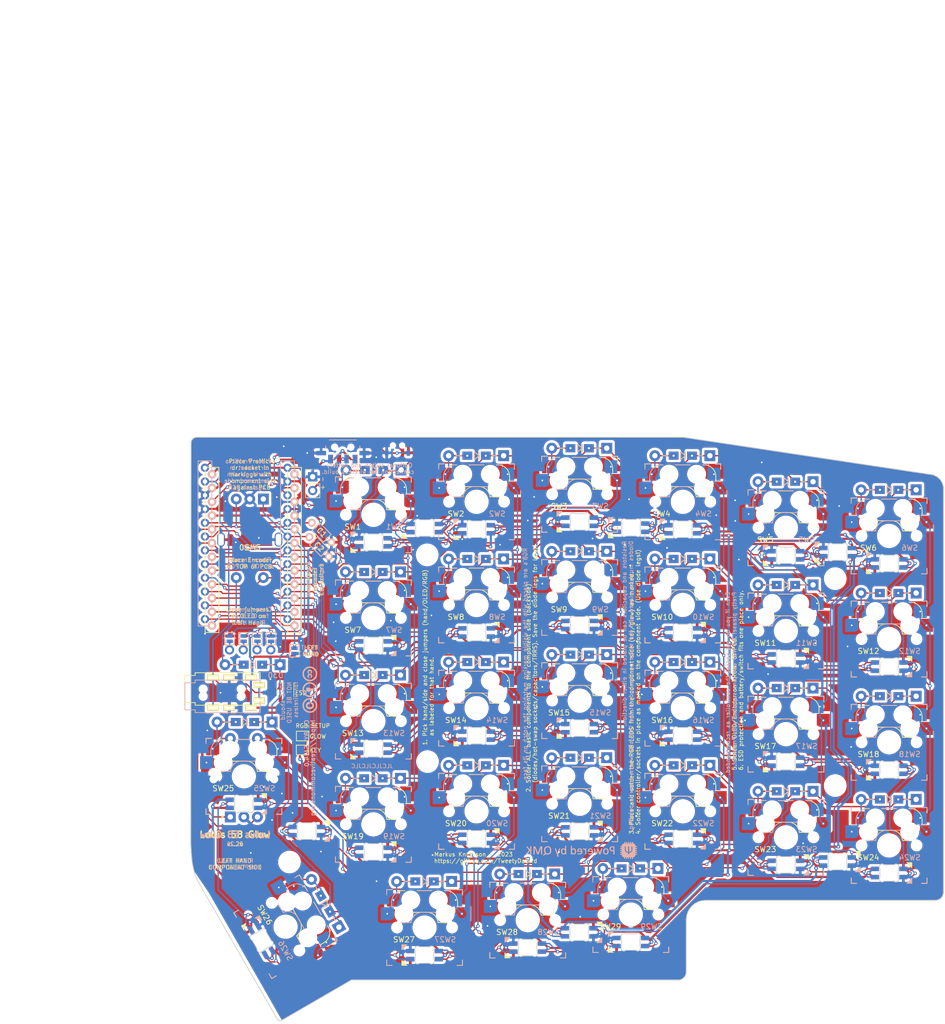
<source format=kicad_pcb>
(kicad_pcb (version 20221018) (generator pcbnew)
  (title_block (title "Lotus 58 Glow") (date "2023-08-30") (rev "v1.26") (company "Markus Knutsson <markus.knutsson@tweety.se>") (comment 1 "https://github.com/TweetyDaBird") (comment 2 "Licensed under Creative Commons BY-SA 4.0 International"))
  (layers (0 "F.Cu" signal) (31 "B.Cu" signal) (34 "B.Paste" user) (35 "F.Paste" user) (36 "B.SilkS" user "B.Silkscreen") (37 "F.SilkS" user "F.Silkscreen") (38 "B.Mask" user) (39 "F.Mask" user) (44 "Edge.Cuts" user))
  (net 0 "")
  (net 1 "/PWR_KEY")
  (net 2 "row4")
  (net 3 "Net-(D1-A)")
  (net 4 "Net-(D2-A)")
  (net 5 "row0")
  (net 6 "Net-(D3-A)")
  (net 7 "row1")
  (net 8 "Net-(D4-A)")
  (net 9 "row2")
  (net 10 "Net-(D5-A)")
  (net 11 "row3")
  (net 12 "Net-(D6-A)")
  (net 13 "Net-(D7-A)")
  (net 14 "Net-(D8-A)")
  (net 15 "Net-(D9-A)")
  (net 16 "Net-(D10-A)")
  (net 17 "Net-(D11-A)")
  (net 18 "Net-(D12-A)")
  (net 19 "Net-(D13-A)")
  (net 20 "Net-(D14-A)")
  (net 21 "Net-(D15-A)")
  (net 22 "Net-(D16-A)")
  (net 23 "Net-(D17-A)")
  (net 24 "Net-(D18-A)")
  (net 25 "Net-(D19-A)")
  (net 26 "Net-(D20-A)")
  (net 27 "Net-(D21-A)")
  (net 28 "Net-(D22-A)")
  (net 29 "Net-(D23-A)")
  (net 30 "Net-(D24-A)")
  (net 31 "Net-(D26-A)")
  (net 32 "Net-(D27-A)")
  (net 33 "VCC")
  (net 34 "GND")
  (net 35 "col0")
  (net 36 "col1")
  (net 37 "col2")
  (net 38 "col3")
  (net 39 "col4")
  (net 40 "col5")
  (net 41 "SDA")
  (net 42 "LED")
  (net 43 "SCL")
  (net 44 "RESET")
  (net 45 "Net-(D28-A)")
  (net 46 "DATA")
  (net 47 "Net-(D29-A)")
  (net 48 "Hand")
  (net 49 "B")
  (net 50 "A")
  (net 51 "Alt")
  (net 52 "Net-(D30-A)")
  (net 53 "/PWR_GLOW")
  (net 54 "Net-(P1-Pin_1)")
  (net 55 "Net-(P1-Pin_2)")
  (net 56 "Net-(P1-Pin_3)")
  (net 57 "Net-(P1-Pin_4)")
  (net 58 "Net-(LED1-DOUT)")
  (net 59 "Net-(LED2-DOUT)")
  (net 60 "Net-(LED3-DOUT)")
  (net 61 "Net-(LED4-DOUT)")
  (net 62 "Net-(LED5-DOUT)")
  (net 63 "unconnected-(LED6-DOUT-Pad2)")
  (net 64 "Net-(LED7-DOUT)")
  (net 65 "Net-(LED8-DOUT)")
  (net 66 "Net-(LED10-DIN)")
  (net 67 "Net-(LED10-DOUT)")
  (net 68 "Net-(LED11-DOUT)")
  (net 69 "Net-(LED12-DOUT)")
  (net 70 "Net-(LED13-DIN)")
  (net 71 "Net-(LED13-DOUT)")
  (net 72 "Net-(LED14-DIN)")
  (net 73 "Net-(LED15-DIN)")
  (net 74 "Net-(LED16-DIN)")
  (net 75 "Net-(LED17-DIN)")
  (net 76 "Net-(LED19-DOUT)")
  (net 77 "Net-(LED20-DOUT)")
  (net 78 "Net-(LED21-DOUT)")
  (net 79 "Net-(LED22-DOUT)")
  (net 80 "Net-(LED23-DOUT)")
  (net 81 "Net-(LED24-DOUT)")
  (net 82 "Net-(LED25-DIN)")
  (net 83 "Net-(LED25-DOUT)")
  (net 84 "Net-(LED26-DIN)")
  (net 85 "Net-(LED27-DIN)")
  (net 86 "Net-(LED28-DIN)")
  (net 87 "Net-(LED29-DIN)")
  (net 88 "Net-(LED31-DOUT)")
  (net 89 "unconnected-(J1-PadS)")
  (net 90 "Net-(LED32-DOUT)")
  (net 91 "Net-(LED33-DOUT)")
  (net 92 "RGB_LINK")
  (net 93 "Battery")
  (net 94 "/Batt")
  (net 95 "Net-(LED34-DOUT)")
  (footprint "Keyboard Common:Spacer PCB hole" (layer "F.Cu") (at 124.32538 57.40908)
    (fp_text reference "TH1" hide)
    (fp_text value "HOLE" hide)
  )
  (footprint "Keyboard Common:Spacer PCB hole" (layer "F.Cu") (at 199.7 61.8)
    (fp_text reference "TH2" hide)
    (fp_text value "HOLE" hide)
  )
  (footprint "Keyboard Common:Spacer PCB hole" (layer "F.Cu") (at 124.3965 95.5675)
    (fp_text reference "TH3" hide)
    (fp_text value "HOLE" hide)
  )
  (footprint "Keyboard Common:Spacer PCB hole" (layer "F.Cu") (at 199.7 100)
    (fp_text reference "TH4" hide)
    (fp_text value "HOLE" hide)
  )
  (footprint "Keyboard Common:Spacer PCB hole" (layer "F.Cu") (at 98.8949 114.1095 90)
    (fp_text reference "TH5" hide)
    (fp_text value "HOLE" hide)
  )
  (footprint "Common Library:Jumper_Mini" (layer "F.Cu") (at 95.4987 72.8755 90)
    (fp_text reference "JP13" hide)
    (fp_text value "Jumper_NO_Small" hide)
  )
  (footprint "Common Library:Jumper_Mini" (layer "F.Cu") (at 92.990766 72.8755 90)
    (fp_text reference "JP14" hide)
    (fp_text value "Jumper_NO_Small" hide)
  )
  (footprint "Common Library:Jumper_Mini" (layer "F.Cu") (at 90.419332 72.8755 90)
    (fp_text reference "JP15" hide)
    (fp_text value "Jumper_NO_Small" hide)
  )
  (footprint "Common Library:Jumper_Mini" (layer "F.Cu") (at 87.8479 72.8755 90)
    (fp_text reference "JP16" hide)
    (fp_text value "Jumper_NO_Small" hide)
  )
  (footprint "KiCad-SSD1306-0.91-OLED-4pin-128x32:SSD1306-0.91-OLED-4pin-128x32" (layer "F.Cu") (at 97.6305 38.4435 -90)
    (fp_text reference "P1" hide)
    (fp_text value "OLED")
  )
  (footprint "Keyboard RGB:MX_SK6812MINI-E_REVERSIBLE" (layer "F.Cu") (at 152.4 127.0795)
    (fp_text reference "LED5" hide)
    (fp_text value "SK6812MINI-E")
    (fp_line (start -1.699999 0.702841) (end -1.699999 -0.702843) (stroke (width 0.15)) (layer "Edge.Cuts"))
    (fp_line (start -0.794452 -1.5) (end 0.794453 -1.5) (stroke (width 0.15)) (layer "Edge.Cuts"))
    (fp_line (start 0.794452 1.499999) (end -0.794452 1.499999) (stroke (width 0.15)) (layer "Edge.Cuts"))
    (fp_line (start 1.699999 -0.702843) (end 1.699999 0.702841) (stroke (width 0.15)) (layer "Edge.Cuts"))
    (fp_arc (start -1.749484 -0.919721) (mid -1.712527 -0.814069) (end -1.699999 -0.702843) (stroke (width 0.15)) (layer "Edge.Cuts"))
    (fp_arc (start -1.749484 -0.919721) (mid -1.638071 -1.504036) (end -1.046711 -1.5683) (stroke (width 0.15)) (layer "Edge.Cuts"))
    (fp_arc (start -1.699999 0.702842) (mid -1.712527 0.814067) (end -1.749484 0.919719) (stroke (width 0.15)) (layer "Edge.Cuts"))
    (fp_arc (start -1.046711 1.568296) (mid -1.63807 1.504033) (end -1.749484 0.919719) (stroke (width 0.15)) (layer "Edge.Cuts"))
    (fp_arc (start -1.04671 1.568298) (mid -0.925122 1.517376) (end -0.794452 1.499999) (stroke (width 0.15)) (layer "Edge.Cuts"))
    (fp_arc (start -0.794453 -1.500001) (mid -0.925123 -1.517378) (end -1.046711 -1.5683) (stroke (width 0.15)) (layer "Edge.Cuts"))
    (fp_arc (start 0.794452 1.499999) (mid 0.925123 1.517376) (end 1.046711 1.568298) (stroke (width 0.15)) (layer "Edge.Cuts"))
    (fp_arc (start 1.046711 -1.568299) (mid 0.925123 -1.517377) (end 0.794453 -1.5) (stroke (width 0.15)) (layer "Edge.Cuts"))
    (fp_arc (start 1.046711 -1.568299) (mid 1.638071 -1.504036) (end 1.749484 -0.919721) (stroke (width 0.15)) (layer "Edge.Cuts"))
    (fp_arc (start 1.699999 -0.702844) (mid 1.712526 -0.81407) (end 1.749484 -0.919721) (stroke (width 0.15)) (layer "Edge.Cuts"))
    (fp_arc (start 1.749484 0.919718) (mid 1.638072 1.504034) (end 1.046711 1.568298) (stroke (width 0.15)) (layer "Edge.Cuts"))
    (fp_arc (start 1.749484 0.919719) (mid 1.712511 0.81407) (end 1.699999 0.702841) (stroke (width 0.15)) (layer "Edge.Cuts"))
  )
  (footprint "Keyboard RGB:MX_SK6812MINI-E_REVERSIBLE" (layer "F.Cu") (at 102.108 108.3945)
    (fp_text reference "LED6" hide)
    (fp_text value "SK6812MINI-E")
    (fp_line (start -1.699999 0.702841) (end -1.699999 -0.702843) (stroke (width 0.15)) (layer "Edge.Cuts"))
    (fp_line (start -0.794452 -1.5) (end 0.794453 -1.5) (stroke (width 0.15)) (layer "Edge.Cuts"))
    (fp_line (start 0.794452 1.499999) (end -0.794452 1.499999) (stroke (width 0.15)) (layer "Edge.Cuts"))
    (fp_line (start 1.699999 -0.702843) (end 1.699999 0.702841) (stroke (width 0.15)) (layer "Edge.Cuts"))
    (fp_arc (start -1.749484 -0.919721) (mid -1.712527 -0.814069) (end -1.699999 -0.702843) (stroke (width 0.15)) (layer "Edge.Cuts"))
    (fp_arc (start -1.749484 -0.919721) (mid -1.638071 -1.504036) (end -1.046711 -1.5683) (stroke (width 0.15)) (layer "Edge.Cuts"))
    (fp_arc (start -1.699999 0.702842) (mid -1.712527 0.814067) (end -1.749484 0.919719) (stroke (width 0.15)) (layer "Edge.Cuts"))
    (fp_arc (start -1.046711 1.568296) (mid -1.63807 1.504033) (end -1.749484 0.919719) (stroke (width 0.15)) (layer "Edge.Cuts"))
    (fp_arc (start -1.04671 1.568298) (mid -0.925122 1.517376) (end -0.794452 1.499999) (stroke (width 0.15)) (layer "Edge.Cuts"))
    (fp_arc (start -0.794453 -1.500001) (mid -0.925123 -1.517378) (end -1.046711 -1.5683) (stroke (width 0.15)) (layer "Edge.Cuts"))
    (fp_arc (start 0.794452 1.499999) (mid 0.925123 1.517376) (end 1.046711 1.568298) (stroke (width 0.15)) (layer "Edge.Cuts"))
    (fp_arc (start 1.046711 -1.568299) (mid 0.925123 -1.517377) (end 0.794453 -1.5) (stroke (width 0.15)) (layer "Edge.Cuts"))
    (fp_arc (start 1.046711 -1.568299) (mid 1.638071 -1.504036) (end 1.749484 -0.919721) (stroke (width 0.15)) (layer "Edge.Cuts"))
    (fp_arc (start 1.699999 -0.702844) (mid 1.712526 -0.81407) (end 1.749484 -0.919721) (stroke (width 0.15)) (layer "Edge.Cuts"))
    (fp_arc (start 1.749484 0.919718) (mid 1.638072 1.504034) (end 1.046711 1.568298) (stroke (width 0.15)) (layer "Edge.Cuts"))
    (fp_arc (start 1.749484 0.919719) (mid 1.712511 0.81407) (end 1.699999 0.702841) (stroke (width 0.15)) (layer "Edge.Cuts"))
  )
  (footprint "Keyboard RGB:MX_SK6812MINI-E_REVERSIBLE" (layer "F.Cu") (at 200.152 56.896 180)
    (fp_text reference "LED3" hide)
    (fp_text value "SK6812MINI-E")
    (fp_line (start -1.699999 0.702841) (end -1.699999 -0.702843) (stroke (width 0.15)) (layer "Edge.Cuts"))
    (fp_line (start -0.794452 -1.5) (end 0.794453 -1.5) (stroke (width 0.15)) (layer "Edge.Cuts"))
    (fp_line (start 0.794452 1.499999) (end -0.794452 1.499999) (stroke (width 0.15)) (layer "Edge.Cuts"))
    (fp_line (start 1.699999 -0.702843) (end 1.699999 0.702841) (stroke (width 0.15)) (layer "Edge.Cuts"))
    (fp_arc (start -1.749484 -0.919721) (mid -1.712527 -0.814069) (end -1.699999 -0.702843) (stroke (width 0.15)) (layer "Edge.Cuts"))
    (fp_arc (start -1.749484 -0.919721) (mid -1.638071 -1.504036) (end -1.046711 -1.5683) (stroke (width 0.15)) (layer "Edge.Cuts"))
    (fp_arc (start -1.699999 0.702842) (mid -1.712527 0.814067) (end -1.749484 0.919719) (stroke (width 0.15)) (layer "Edge.Cuts"))
    (fp_arc (start -1.046711 1.568296) (mid -1.63807 1.504033) (end -1.749484 0.919719) (stroke (width 0.15)) (layer "Edge.Cuts"))
    (fp_arc (start -1.04671 1.568298) (mid -0.925122 1.517376) (end -0.794452 1.499999) (stroke (width 0.15)) (layer "Edge.Cuts"))
    (fp_arc (start -0.794453 -1.500001) (mid -0.925123 -1.517378) (end -1.046711 -1.5683) (stroke (width 0.15)) (layer "Edge.Cuts"))
    (fp_arc (start 0.794452 1.499999) (mid 0.925123 1.517376) (end 1.046711 1.568298) (stroke (width 0.15)) (layer "Edge.Cuts"))
    (fp_arc (start 1.046711 -1.568299) (mid 0.925123 -1.517377) (end 0.794453 -1.5) (stroke (width 0.15)) (layer "Edge.Cuts"))
    (fp_arc (start 1.046711 -1.568299) (mid 1.638071 -1.504036) (end 1.749484 -0.919721) (stroke (width 0.15)) (layer "Edge.Cuts"))
    (fp_arc (start 1.699999 -0.702844) (mid 1.712526 -0.81407) (end 1.749484 -0.919721) (stroke (width 0.15)) (layer "Edge.Cuts"))
    (fp_arc (start 1.749484 0.919718) (mid 1.638072 1.504034) (end 1.046711 1.568298) (stroke (width 0.15)) (layer "Edge.Cuts"))
    (fp_arc (start 1.749484 0.919719) (mid 1.712511 0.81407) (end 1.699999 0.702841) (stroke (width 0.15)) (layer "Edge.Cuts"))
  )
  (footprint "Keyboard RGB:MX_SK6812MINI-E_REVERSIBLE" (layer "F.Cu") (at 123.8885 52.451 180)
    (fp_text reference "LED1" hide)
    (fp_text value "SK6812MINI-E")
    (fp_line (start -1.699999 0.702841) (end -1.699999 -0.702843) (stroke (width 0.15)) (layer "Edge.Cuts"))
    (fp_line (start -0.794452 -1.5) (end 0.794453 -1.5) (stroke (width 0.15)) (layer "Edge.Cuts"))
    (fp_line (start 0.794452 1.499999) (end -0.794452 1.499999) (stroke (width 0.15)) (layer "Edge.Cuts"))
    (fp_line (start 1.699999 -0.702843) (end 1.699999 0.702841) (stroke (width 0.15)) (layer "Edge.Cuts"))
    (fp_arc (start -1.749484 -0.919721) (mid -1.712527 -0.814069) (end -1.699999 -0.702843) (stroke (width 0.15)) (layer "Edge.Cuts"))
    (fp_arc (start -1.749484 -0.919721) (mid -1.638071 -1.504036) (end -1.046711 -1.5683) (stroke (width 0.15)) (layer "Edge.Cuts"))
    (fp_arc (start -1.699999 0.702842) (mid -1.712527 0.814067) (end -1.749484 0.919719) (stroke (width 0.15)) (layer "Edge.Cuts"))
    (fp_arc (start -1.046711 1.568296) (mid -1.63807 1.504033) (end -1.749484 0.919719) (stroke (width 0.15)) (layer "Edge.Cuts"))
    (fp_arc (start -1.04671 1.568298) (mid -0.925122 1.517376) (end -0.794452 1.499999) (stroke (width 0.15)) (layer "Edge.Cuts"))
    (fp_arc (start -0.794453 -1.500001) (mid -0.925123 -1.517378) (end -1.046711 -1.5683) (stroke (width 0.15)) (layer "Edge.Cuts"))
    (fp_arc (start 0.794452 1.499999) (mid 0.925123 1.517376) (end 1.046711 1.568298) (stroke (width 0.15)) (layer "Edge.Cuts"))
    (fp_arc (start 1.046711 -1.568299) (mid 0.925123 -1.517377) (end 0.794453 -1.5) (stroke (width 0.15)) (layer "Edge.Cuts"))
    (fp_arc (start 1.046711 -1.568299) (mid 1.638071 -1.504036) (end 1.749484 -0.919721) (stroke (width 0.15)) (layer "Edge.Cuts"))
    (fp_arc (start 1.699999 -0.702844) (mid 1.712526 -0.81407) (end 1.749484 -0.919721) (stroke (width 0.15)) (layer "Edge.Cuts"))
    (fp_arc (start 1.749484 0.919718) (mid 1.638072 1.504034) (end 1.046711 1.568298) (stroke (width 0.15)) (layer "Edge.Cuts"))
    (fp_arc (start 1.749484 0.919719) (mid 1.712511 0.81407) (end 1.699999 0.702841) (stroke (width 0.15)) (layer "Edge.Cuts"))
  )
  (footprint "Keyboard Library:RotaryEncoder_Alps_EC11E-Switch_Vertical_H20_special" (layer "F.Cu") (at 91.567 54.594 -90)
    (fp_text reference "SW30")
    (fp_text value "Rotary_Encoder_Switch")
  )
  (footprint "Keyboard Controllers:ProMicro_Reversible_orig" (layer "F.Cu") (at 92.109 56.1)
    (fp_text reference "U1" hide)
    (fp_text value "ProMicro" hide)
  )
  (footprint "Common Library:MJ-4PP-9_alim" (layer "F.Cu") (at 81.4705 82.169 90)
    (fp_text reference "J1" hide)
    (fp_text value "PJ-320A" hide)
  )
  (footprint "Keyboard Library:RotaryEncoder_Alps_EC11E-Switch_Special" (layer "F.Cu") (at 90.4748 98.2853 90)
    (fp_text reference "SW31" hide)
    (fp_text value "Rotary_Encoder_Switch")
  )
  (footprint "Keyboard RGB:MX_SK6812MINI-E_REVERSIBLE" (layer "F.Cu") (at 161.9885 52.3875 180)
    (fp_text reference "LED2" hide)
    (fp_text value "SK6812MINI-E")
    (fp_line (start -1.699999 0.702841) (end -1.699999 -0.702843) (stroke (width 0.15)) (layer "Edge.Cuts"))
    (fp_line (start -0.794452 -1.5) (end 0.794453 -1.5) (stroke (width 0.15)) (layer "Edge.Cuts"))
    (fp_line (start 0.794452 1.499999) (end -0.794452 1.499999) (stroke (width 0.15)) (layer "Edge.Cuts"))
    (fp_line (start 1.699999 -0.702843) (end 1.699999 0.702841) (stroke (width 0.15)) (layer "Edge.Cuts"))
    (fp_arc (start -1.749484 -0.919721) (mid -1.712527 -0.814069) (end -1.699999 -0.702843) (stroke (width 0.15)) (layer "Edge.Cuts"))
    (fp_arc (start -1.749484 -0.919721) (mid -1.638071 -1.504036) (end -1.046711 -1.5683) (stroke (width 0.15)) (layer "Edge.Cuts"))
    (fp_arc (start -1.699999 0.702842) (mid -1.712527 0.814067) (end -1.749484 0.919719) (stroke (width 0.15)) (layer "Edge.Cuts"))
    (fp_arc (start -1.046711 1.568296) (mid -1.63807 1.504033) (end -1.749484 0.919719) (stroke (width 0.15)) (layer "Edge.Cuts"))
    (fp_arc (start -1.04671 1.568298) (mid -0.925122 1.517376) (end -0.794452 1.499999) (stroke (width 0.15)) (layer "Edge.Cuts"))
    (fp_arc (start -0.794453 -1.500001) (mid -0.925123 -1.517378) (end -1.046711 -1.5683) (stroke (width 0.15)) (layer "Edge.Cuts"))
    (fp_arc (start 0.794452 1.499999) (mid 0.925123 1.517376) (end 1.046711 1.568298) (stroke (width 0.15)) (layer "Edge.Cuts"))
    (fp_arc (start 1.046711 -1.568299) (mid 0.925123 -1.517377) (end 0.794453 -1.5) (stroke (width 0.15)) (layer "Edge.Cuts"))
    (fp_arc (start 1.046711 -1.568299) (mid 1.638071 -1.504036) (end 1.749484 -0.919721) (stroke (width 0.15)) (layer "Edge.Cuts"))
    (fp_arc (start 1.699999 -0.702844) (mid 1.712526 -0.81407) (end 1.749484 -0.919721) (stroke (width 0.15)) (layer "Edge.Cuts"))
    (fp_arc (start 1.749484 0.919718) (mid 1.638072 1.504034) (end 1.046711 1.568298) (stroke (width 0.15)) (layer "Edge.Cuts"))
    (fp_arc (start 1.749484 0.919719) (mid 1.712511 0.81407) (end 1.699999 0.702841) (stroke (width 0.15)) (layer "Edge.Cuts"))
  )
  (footprint "Common Library:Jumper_Mini" (layer "F.Cu") (at 99.82 75.12 -90)
    (fp_text reference "JP2" hide)
    (fp_text value "LEFT" hide)
  )
  (footprint "Keyboard RGB:MX_SK6812MINI-E_REVERSIBLE" (layer "F.Cu") (at 114.4 55.08 180)
    (fp_text reference "LED7" hide)
    (fp_text value "SK6812MINI-E")
    (fp_line (start -1.699999 0.702841) (end -1.699999 -0.702843) (stroke (width 0.15)) (layer "Edge.Cuts"))
    (fp_line (start -0.794452 -1.5) (end 0.794453 -1.5) (stroke (width 0.15)) (layer "Edge.Cuts"))
    (fp_line (start 0.794452 1.499999) (end -0.794452 1.499999) (stroke (width 0.15)) (layer "Edge.Cuts"))
    (fp_line (start 1.699999 -0.702843) (end 1.699999 0.702841) (stroke (width 0.15)) (layer "Edge.Cuts"))
    (fp_arc (start -1.749484 -0.919721) (mid -1.712527 -0.814069) (end -1.699999 -0.702843) (stroke (width 0.15)) (layer "Edge.Cuts"))
    (fp_arc (start -1.749484 -0.919721) (mid -1.638071 -1.504036) (end -1.046711 -1.5683) (stroke (width 0.15)) (layer "Edge.Cuts"))
    (fp_arc (start -1.699999 0.702842) (mid -1.712527 0.814067) (end -1.749484 0.919719) (stroke (width 0.15)) (layer "Edge.Cuts"))
    (fp_arc (start -1.046711 1.568296) (mid -1.63807 1.504033) (end -1.749484 0.919719) (stroke (width 0.15)) (layer "Edge.Cuts"))
    (fp_arc (start -1.04671 1.568298) (mid -0.925122 1.517376) (end -0.794452 1.499999) (stroke (width 0.15)) (layer "Edge.Cuts"))
    (fp_arc (start -0.794453 -1.500001) (mid -0.925123 -1.517378) (end -1.046711 -1.5683) (stroke (width 0.15)) (layer "Edge.Cuts"))
    (fp_arc (start 0.794452 1.499999) (mid 0.925123 1.517376) (end 1.046711 1.568298) (stroke (width 0.15)) (layer "Edge.Cuts"))
    (fp_arc (start 1.046711 -1.568299) (mid 0.925123 -1.517377) (end 0.794453 -1.5) (stroke (width 0.15)) (layer "Edge.Cuts"))
    (fp_arc (start 1.046711 -1.568299) (mid 1.638071 -1.504036) (end 1.749484 -0.919721) (stroke (width 0.15)) (layer "Edge.Cuts"))
    (fp_arc (start 1.699999 -0.702844) (mid 1.712526 -0.81407) (end 1.749484 -0.919721) (stroke (width 0.15)) (layer "Edge.Cuts"))
    (fp_arc (start 1.749484 0.919718) (mid 1.638072 1.504034) (end 1.046711 1.568298) (stroke (width 0.15)) (layer "Edge.Cuts"))
    (fp_arc (start 1.749484 0.919719) (mid 1.712511 0.81407) (end 1.699999 0.702841) (stroke (width 0.15)) (layer "Edge.Cuts"))
  )
  (footprint "Keyboard RGB:MX_SK6812MINI-E_REVERSIBLE" (layer "F.Cu") (at 133.45 52.68 180)
    (fp_text reference "LED8" hide)
    (fp_text value "SK6812MINI-E")
    (fp_line (start -1.699999 0.702841) (end -1.699999 -0.702843) (stroke (width 0.15)) (layer "Edge.Cuts"))
    (fp_line (start -0.794452 -1.5) (end 0.794453 -1.5) (stroke (width 0.15)) (layer "Edge.Cuts"))
    (fp_line (start 0.794452 1.499999) (end -0.794452 1.499999) (stroke (width 0.15)) (layer "Edge.Cuts"))
    (fp_line (start 1.699999 -0.702843) (end 1.699999 0.702841) (stroke (width 0.15)) (layer "Edge.Cuts"))
    (fp_arc (start -1.749484 -0.919721) (mid -1.712527 -0.814069) (end -1.699999 -0.702843) (stroke (width 0.15)) (layer "Edge.Cuts"))
    (fp_arc (start -1.749484 -0.919721) (mid -1.638071 -1.504036) (end -1.046711 -1.5683) (stroke (width 0.15)) (layer "Edge.Cuts"))
    (fp_arc (start -1.699999 0.702842) (mid -1.712527 0.814067) (end -1.749484 0.919719) (stroke (width 0.15)) (layer "Edge.Cuts"))
    (fp_arc (start -1.046711 1.568296) (mid -1.63807 1.504033) (end -1.749484 0.919719) (stroke (width 0.15)) (layer "Edge.Cuts"))
    (fp_arc (start -1.04671 1.568298) (mid -0.925122 1.517376) (end -0.794452 1.499999) (stroke (width 0.15)) (layer "Edge.Cuts"))
    (fp_arc (start -0.794453 -1.500001) (mid -0.925123 -1.517378) (end -1.046711 -1.5683) (stroke (width 0.15)) (layer "Edge.Cuts"))
    (fp_arc (start 0.794452 1.499999) (mid 0.925123 1.517376) (end 1.046711 1.568298) (stroke (width 0.15)) (layer "Edge.Cuts"))
    (fp_arc (start 1.046711 -1.568299) (mid 0.925123 -1.517377) (end 0.794453 -1.5) (stroke (width 0.15)) (layer "Edge.Cuts"))
    (fp_arc (start 1.046711 -1.568299) (mid 1.638071 -1.504036) (end 1.749484 -0.919721) (stroke (width 0.15)) (layer "Edge.Cuts"))
    (fp_arc (start 1.699999 -0.702844) (mid 1.712526 -0.81407) (end 1.749484 -0.919721) (stroke (width 0.15)) (layer "Edge.Cuts"))
    (fp_arc (start 1.749484 0.919718) (mid 1.638072 1.504034) (end 1.046711 1.568298) (stroke (width 0.15)) (layer "Edge.Cuts"))
    (fp_arc (start 1.749484 0.919719) (mid 1.712511 0.81407) (end 1.699999 0.702841) (stroke (width 0.15)) (layer "Edge.Cuts"))
  )
  (footprint "Keyboard RGB:MX_SK6812MINI-E_REVERSIBLE" (layer "F.Cu") (at 152.5 51.29 180)
    (fp_text reference "LED9" hide)
    (fp_text value "SK6812MINI-E")
    (fp_line (start -1.699999 0.702841) (end -1.699999 -0.702843) (stroke (width 0.15)) (layer "Edge.Cuts"))
    (fp_line (start -0.794452 -1.5) (end 0.794453 -1.5) (stroke (width 0.15)) (layer "Edge.Cuts"))
    (fp_line (start 0.794452 1.499999) (end -0.794452 1.499999) (stroke (width 0.15)) (layer "Edge.Cuts"))
    (fp_line (start 1.699999 -0.702843) (end 1.699999 0.702841) (stroke (width 0.15)) (layer "Edge.Cuts"))
    (fp_arc (start -1.749484 -0.919721) (mid -1.712527 -0.814069) (end -1.699999 -0.702843) (stroke (width 0.15)) (layer "Edge.Cuts"))
    (fp_arc (start -1.749484 -0.919721) (mid -1.638071 -1.504036) (end -1.046711 -1.5683) (stroke (width 0.15)) (layer "Edge.Cuts"))
    (fp_arc (start -1.699999 0.702842) (mid -1.712527 0.814067) (end -1.749484 0.919719) (stroke (width 0.15)) (layer "Edge.Cuts"))
    (fp_arc (start -1.046711 1.568296) (mid -1.63807 1.504033) (end -1.749484 0.919719) (stroke (width 0.15)) (layer "Edge.Cuts"))
    (fp_arc (start -1.04671 1.568298) (mid -0.925122 1.517376) (end -0.794452 1.499999) (stroke (width 0.15)) (layer "Edge.Cuts"))
    (fp_arc (start -0.794453 -1.500001) (mid -0.925123 -1.517378) (end -1.046711 -1.5683) (stroke (width 0.15)) (layer "Edge.Cuts"))
    (fp_arc (start 0.794452 1.499999) (mid 0.925123 1.517376) (end 1.046711 1.568298) (stroke (width 0.15)) (layer "Edge.Cuts"))
    (fp_arc (start 1.046711 -1.568299) (mid 0.925123 -1.517377) (end 0.794453 -1.5) (stroke (width 0.15)) (layer "Edge.Cuts"))
    (fp_arc (start 1.046711 -1.568299) (mid 1.638071 -1.504036) (end 1.749484 -0.919721) (stroke (width 0.15)) (layer "Edge.Cuts"))
    (fp_arc (start 1.699999 -0.702844) (mid 1.712526 -0.81407) (end 1.749484 -0.919721) (stroke (width 0.15)) (layer "Edge.Cuts"))
    (fp_arc (start 1.749484 0.919718) (mid 1.638072 1.504034) (end 1.046711 1.568298) (stroke (width 0.15)) (layer "Edge.Cuts"))
    (fp_arc (start 1.749484 0.919719) (mid 1.712511 0.81407) (end 1.699999 0.702841) (stroke (width 0.15)) (layer "Edge.Cuts"))
  )
  (footprint "Keyboard RGB:MX_SK6812MINI-E_REVERSIBLE" (layer "F.Cu") (at 171.55 52.68 180)
    (fp_text reference "LED10" hide)
    (fp_text value "SK6812MINI-E")
    (fp_line (start -1.699999 0.702841) (end -1.699999 -0.702843) (stroke (width 0.15)) (layer "Edge.Cuts"))
    (fp_line (start -0.794452 -1.5) (end 0.794453 -1.5) (stroke (width 0.15)) (layer "Edge.Cuts"))
    (fp_line (start 0.794452 1.499999) (end -0.794452 1.499999) (stroke (width 0.15)) (layer "Edge.Cuts"))
    (fp_line (start 1.699999 -0.702843) (end 1.699999 0.702841) (stroke (width 0.15)) (layer "Edge.Cuts"))
    (fp_arc (start -1.749484 -0.919721) (mid -1.712527 -0.814069) (end -1.699999 -0.702843) (stroke (width 0.15)) (layer "Edge.Cuts"))
    (fp_arc (start -1.749484 -0.919721) (mid -1.638071 -1.504036) (end -1.046711 -1.5683) (stroke (width 0.15)) (layer "Edge.Cuts"))
    (fp_arc (start -1.699999 0.702842) (mid -1.712527 0.814067) (end -1.749484 0.919719) (stroke (width 0.15)) (layer "Edge.Cuts"))
    (fp_arc (start -1.046711 1.568296) (mid -1.63807 1.504033) (end -1.749484 0.919719) (stroke (width 0.15)) (layer "Edge.Cuts"))
    (fp_arc (start -1.04671 1.568298) (mid -0.925122 1.517376) (end -0.794452 1.499999) (stroke (width 0.15)) (layer "Edge.Cuts"))
    (fp_arc (start -0.794453 -1.500001) (mid -0.925123 -1.517378) (end -1.046711 -1.5683) (stroke (width 0.15)) (layer "Edge.Cuts"))
    (fp_arc (start 0.794452 1.499999) (mid 0.925123 1.517376) (end 1.046711 1.568298) (stroke (width 0.15)) (layer "Edge.Cuts"))
    (fp_arc (start 1.046711 -1.568299) (mid 0.925123 -1.517377) (end 0.794453 -1.5) (stroke (width 0.15)) (layer "Edge.Cuts"))
    (fp_arc (start 1.046711 -1.568299) (mid 1.638071 -1.504036) (end 1.749484 -0.919721) (stroke (width 0.15)) (layer "Edge.Cuts"))
    (fp_arc (start 1.699999 -0.702844) (mid 1.712526 -0.81407) (end 1.749484 -0.919721) (stroke (width 0.15)) (layer "Edge.Cuts"))
    (fp_arc (start 1.749484 0.919718) (mid 1.638072 1.504034) (end 1.046711 1.568298) (stroke (width 0.15)) (layer "Edge.Cuts"))
    (fp_arc (start 1.749484 0.919719) (mid 1.712511 0.81407) (end 1.699999 0.702841) (stroke (width 0.15)) (layer "Edge.Cuts"))
  )
  (footprint "Keyboard RGB:MX_SK6812MINI-E_REVERSIBLE" (layer "F.Cu") (at 190.6 57.48 180)
    (fp_text reference "LED11" hide)
    (fp_text value "SK6812MINI-E")
    (fp_line (start -1.699999 0.702841) (end -1.699999 -0.702843) (stroke (width 0.15)) (layer "Edge.Cuts"))
    (fp_line (start -0.794452 -1.5) (end 0.794453 -1.5) (stroke (width 0.15)) (layer "Edge.Cuts"))
    (fp_line (start 0.794452 1.499999) (end -0.794452 1.499999) (stroke (width 0.15)) (layer "Edge.Cuts"))
    (fp_line (start 1.699999 -0.702843) (end 1.699999 0.702841) (stroke (width 0.15)) (layer "Edge.Cuts"))
    (fp_arc (start -1.749484 -0.919721) (mid -1.712527 -0.814069) (end -1.699999 -0.702843) (stroke (width 0.15)) (layer "Edge.Cuts"))
    (fp_arc (start -1.749484 -0.919721) (mid -1.638071 -1.504036) (end -1.046711 -1.5683) (stroke (width 0.15)) (layer "Edge.Cuts"))
    (fp_arc (start -1.699999 0.702842) (mid -1.712527 0.814067) (end -1.749484 0.919719) (stroke (width 0.15)) (layer "Edge.Cuts"))
    (fp_arc (start -1.046711 1.568296) (mid -1.63807 1.504033) (end -1.749484 0.919719) (stroke (width 0.15)) (layer "Edge.Cuts"))
    (fp_arc (start -1.04671 1.568298) (mid -0.925122 1.517376) (end -0.794452 1.499999) (stroke (width 0.15)) (layer "Edge.Cuts"))
    (fp_arc (start -0.794453 -1.500001) (mid -0.925123 -1.517378) (end -1.046711 -1.5683) (stroke (width 0.15)) (layer "Edge.Cuts"))
    (fp_arc (start 0.794452 1.499999) (mid 0.925123 1.517376) (end 1.046711 1.568298) (stroke (width 0.15)) (layer "Edge.Cuts"))
    (fp_arc (start 1.046711 -1.568299) (mid 0.925123 -1.517377) (end 0.794453 -1.5) (stroke (width 0.15)) (layer "Edge.Cuts"))
    (fp_arc (start 1.046711 -1.568299) (mid 1.638071 -1.504036) (end 1.749484 -0.919721) (stroke (width 0.15)) (layer "Edge.Cuts"))
    (fp_arc (start 1.699999 -0.702844) (mid 1.712526 -0.81407) (end 1.749484 -0.919721) (stroke (width 0.15)) (layer "Edge.Cuts"))
    (fp_arc (start 1.749484 0.919718) (mid 1.638072 1.504034) (end 1.046711 1.568298) (stroke (width 0.15)) (layer "Edge.Cuts"))
    (fp_arc (start 1.749484 0.919719) (mid 1.712511 0.81407) (end 1.699999 0.702841) (stroke (width 0.15)) (layer "Edge.Cuts"))
  )
  (footprint "Keyboard RGB:MX_SK6812MINI-E_REVERSIBLE" (layer "F.Cu") (at 209.65 58.98 180)
    (fp_text reference "LED12" hide)
    (fp_text value "SK6812MINI-E")
    (fp_line (start -1.699999 0.702841) (end -1.699999 -0.702843) (stroke (width 0.15)) (layer "Edge.Cuts"))
    (fp_line (start -0.794452 -1.5) (end 0.794453 -1.5) (stroke (width 0.15)) (layer "Edge.Cuts"))
    (fp_line (start 0.794452 1.499999) (end -0.794452 1.499999) (stroke (width 0.15)) (layer "Edge.Cuts"))
    (fp_line (start 1.699999 -0.702843) (end 1.699999 0.702841) (stroke (width 0.15)) (layer "Edge.Cuts"))
    (fp_arc (start -1.749484 -0.919721) (mid -1.712527 -0.814069) (end -1.699999 -0.702843) (stroke (width 0.15)) (layer "Edge.Cuts"))
    (fp_arc (start -1.749484 -0.919721) (mid -1.638071 -1.504036) (end -1.046711 -1.5683) (stroke (width 0.15)) (layer "Edge.Cuts"))
    (fp_arc (start -1.699999 0.702842) (mid -1.712527 0.814067) (end -1.749484 0.919719) (stroke (width 0.15)) (layer "Edge.Cuts"))
    (fp_arc (start -1.046711 1.568296) (mid -1.63807 1.504033) (end -1.749484 0.919719) (stroke (width 0.15)) (layer "Edge.Cuts"))
    (fp_arc (start -1.04671 1.568298) (mid -0.925122 1.517376) (end -0.794452 1.499999) (stroke (width 0.15)) (layer "Edge.Cuts"))
    (fp_arc (start -0.794453 -1.500001) (mid -0.925123 -1.517378) (end -1.046711 -1.5683) (stroke (width 0.15)) (layer "Edge.Cuts"))
    (fp_arc (start 0.794452 1.499999) (mid 0.925123 1.517376) (end 1.046711 1.568298) (stroke (width 0.15)) (layer "Edge.Cuts"))
    (fp_arc (start 1.046711 -1.568299) (mid 0.925123 -1.517377) (end 0.794453 -1.5) (stroke (width 0.15)) (layer "Edge.Cuts"))
    (fp_arc (start 1.046711 -1.568299) (mid 1.638071 -1.504036) (end 1.749484 -0.919721) (stroke (width 0.15)) (layer "Edge.Cuts"))
    (fp_arc (start 1.699999 -0.702844) (mid 1.712526 -0.81407) (end 1.749484 -0.919721) (stroke (width 0.15)) (layer "Edge.Cuts"))
    (fp_arc (start 1.749484 0.919718) (mid 1.638072 1.504034) (end 1.046711 1.568298) (stroke (width 0.15)) (layer "Edge.Cuts"))
    (fp_arc (start 1.749484 0.919719) (mid 1.712511 0.81407) (end 1.699999 0.702841) (stroke (width 0.15)) (layer "Edge.Cuts"))
  )
  (footprint "Keyboard RGB:MX_SK6812MINI-E_REVERSIBLE" (layer "F.Cu") (at 114.4 74.13)
    (fp_text reference "LED13" hide)
    (fp_text value "SK6812MINI-E")
    (fp_line (start -1.699999 0.702841) (end -1.699999 -0.702843) (stroke (width 0.15)) (layer "Edge.Cuts"))
    (fp_line (start -0.794452 -1.5) (end 0.794453 -1.5) (stroke (width 0.15)) (layer "Edge.Cuts"))
    (fp_line (start 0.794452 1.499999) (end -0.794452 1.499999) (stroke (width 0.15)) (layer "Edge.Cuts"))
    (fp_line (start 1.699999 -0.702843) (end 1.699999 0.702841) (stroke (width 0.15)) (layer "Edge.Cuts"))
    (fp_arc (start -1.749484 -0.919721) (mid -1.712527 -0.814069) (end -1.699999 -0.702843) (stroke (width 0.15)) (layer "Edge.Cuts"))
    (fp_arc (start -1.749484 -0.919721) (mid -1.638071 -1.504036) (end -1.046711 -1.5683) (stroke (width 0.15)) (layer "Edge.Cuts"))
    (fp_arc (start -1.699999 0.702842) (mid -1.712527 0.814067) (end -1.749484 0.919719) (stroke (width 0.15)) (layer "Edge.Cuts"))
    (fp_arc (start -1.046711 1.568296) (mid -1.63807 1.504033) (end -1.749484 0.919719) (stroke (width 0.15)) (layer "Edge.Cuts"))
    (fp_arc (start -1.04671 1.568298) (mid -0.925122 1.517376) (end -0.794452 1.499999) (stroke (width 0.15)) (layer "Edge.Cuts"))
    (fp_arc (start -0.794453 -1.500001) (mid -0.925123 -1.517378) (end -1.046711 -1.5683) (stroke (width 0.15)) (layer "Edge.Cuts"))
    (fp_arc (start 0.794452 1.499999) (mid 0.925123 1.517376) (end 1.046711 1.568298) (stroke (width 0.15)) (layer "Edge.Cuts"))
    (fp_arc (start 1.046711 -1.568299) (mid 0.925123 -1.517377) (end 0.794453 -1.5) (stroke (width 0.15)) (layer "Edge.Cuts"))
    (fp_arc (start 1.046711 -1.568299) (mid 1.638071 -1.504036) (end 1.749484 -0.919721) (stroke (width 0.15)) (layer "Edge.Cuts"))
    (fp_arc (start 1.699999 -0.702844) (mid 1.712526 -0.81407) (end 1.749484 -0.919721) (stroke (width 0.15)) (layer "Edge.Cuts"))
    (fp_arc (start 1.749484 0.919718) (mid 1.638072 1.504034) (end 1.046711 1.568298) (stroke (width 0.15)) (layer "Edge.Cuts"))
    (fp_arc (start 1.749484 0.919719) (mid 1.712511 0.81407) (end 1.699999 0.702841) (stroke (width 0.15)) (layer "Edge.Cuts"))
  )
  (footprint "Keyboard RGB:MX_SK6812MINI-E_REVERSIBLE" (layer "F.Cu") (at 133.45 71.73)
    (fp_text reference "LED14" hide)
    (fp_text value "SK6812MINI-E")
    (fp_line (start -1.699999 0.702841) (end -1.699999 -0.702843) (stroke (width 0.15)) (layer "Edge.Cuts"))
    (fp_line (start -0.794452 -1.5) (end 0.794453 -1.5) (stroke (width 0.15)) (layer "Edge.Cuts"))
    (fp_line (start 0.794452 1.499999) (end -0.794452 1.499999) (stroke (width 0.15)) (layer "Edge.Cuts"))
    (fp_line (start 1.699999 -0.702843) (end 1.699999 0.702841) (stroke (width 0.15)) (layer "Edge.Cuts"))
    (fp_arc (start -1.749484 -0.919721) (mid -1.712527 -0.814069) (end -1.699999 -0.702843) (stroke (width 0.15)) (layer "Edge.Cuts"))
    (fp_arc (start -1.749484 -0.919721) (mid -1.638071 -1.504036) (end -1.046711 -1.5683) (stroke (width 0.15)) (layer "Edge.Cuts"))
    (fp_arc (start -1.699999 0.702842) (mid -1.712527 0.814067) (end -1.749484 0.919719) (stroke (width 0.15)) (layer "Edge.Cuts"))
    (fp_arc (start -1.046711 1.568296) (mid -1.63807 1.504033) (end -1.749484 0.919719) (stroke (width 0.15)) (layer "Edge.Cuts"))
    (fp_arc (start -1.04671 1.568298) (mid -0.925122 1.517376) (end -0.794452 1.499999) (stroke (width 0.15)) (layer "Edge.Cuts"))
    (fp_arc (start -0.794453 -1.500001) (mid -0.925123 -1.517378) (end -1.046711 -1.5683) (stroke (width 0.15)) (layer "Edge.Cuts"))
    (fp_arc (start 0.794452 1.499999) (mid 0.925123 1.517376) (end 1.046711 1.568298) (stroke (width 0.15)) (layer "Edge.Cuts"))
    (fp_arc (start 1.046711 -1.568299) (mid 0.925123 -1.517377) (end 0.794453 -1.5) (stroke (width 0.15)) (layer "Edge.Cuts"))
    (fp_arc (start 1.046711 -1.568299) (mid 1.638071 -1.504036) (end 1.749484 -0.919721) (stroke (width 0.15)) (layer "Edge.Cuts"))
    (fp_arc (start 1.699999 -0.702844) (mid 1.712526 -0.81407) (end 1.749484 -0.919721) (stroke (width 0.15)) (layer "Edge.Cuts"))
    (fp_arc (start 1.749484 0.919718) (mid 1.638072 1.504034) (end 1.046711 1.568298) (stroke (width 0.15)) (layer "Edge.Cuts"))
    (fp_arc (start 1.749484 0.919719) (mid 1.712511 0.81407) (end 1.699999 0.702841) (stroke (width 0.15)) (layer "Edge.Cuts"))
  )
  (footprint "Keyboard RGB:MX_SK6812MINI-E_REVERSIBLE" (layer "F.Cu") (at 152.5 70.34)
    (fp_text reference "LED15" hide)
    (fp_text value "SK6812MINI-E")
    (fp_line (start -1.699999 0.702841) (end -1.699999 -0.702843) (stroke (width 0.15)) (layer "Edge.Cuts"))
    (fp_line (start -0.794452 -1.5) (end 0.794453 -1.5) (stroke (width 0.15)) (layer "Edge.Cuts"))
    (fp_line (start 0.794452 1.499999) (end -0.794452 1.499999) (stroke (width 0.15)) (layer "Edge.Cuts"))
    (fp_line (start 1.699999 -0.702843) (end 1.699999 0.702841) (stroke (width 0.15)) (layer "Edge.Cuts"))
    (fp_arc (start -1.749484 -0.919721) (mid -1.712527 -0.814069) (end -1.699999 -0.702843) (stroke (width 0.15)) (layer "Edge.Cuts"))
    (fp_arc (start -1.749484 -0.919721) (mid -1.638071 -1.504036) (end -1.046711 -1.5683) (stroke (width 0.15)) (layer "Edge.Cuts"))
    (fp_arc (start -1.699999 0.702842) (mid -1.712527 0.814067) (end -1.749484 0.919719) (stroke (width 0.15)) (layer "Edge.Cuts"))
    (fp_arc (start -1.046711 1.568296) (mid -1.63807 1.504033) (end -1.749484 0.919719) (stroke (width 0.15)) (layer "Edge.Cuts"))
    (fp_arc (start -1.04671 1.568298) (mid -0.925122 1.517376) (end -0.794452 1.499999) (stroke (width 0.15)) (layer "Edge.Cuts"))
    (fp_arc (start -0.794453 -1.500001) (mid -0.925123 -1.517378) (end -1.046711 -1.5683) (stroke (width 0.15)) (layer "Edge.Cuts"))
    (fp_arc (start 0.794452 1.499999) (mid 0.925123 1.517376) (end 1.046711 1.568298) (stroke (width 0.15)) (layer "Edge.Cuts"))
    (fp_arc (start 1.046711 -1.568299) (mid 0.925123 -1.517377) (end 0.794453 -1.5) (stroke (width 0.15)) (layer "Edge.Cuts"))
    (fp_arc (start 1.046711 -1.568299) (mid 1.638071 -1.504036) (end 1.749484 -0.919721) (stroke (width 0.15)) (layer "Edge.Cuts"))
    (fp_arc (start 1.699999 -0.702844) (mid 1.712526 -0.81407) (end 1.749484 -0.919721) (stroke (width 0.15)) (layer "Edge.Cuts"))
    (fp_arc (start 1.749484 0.919718) (mid 1.638072 1.504034) (end 1.046711 1.568298) (stroke (width 0.15)) (layer "Edge.Cuts"))
    (fp_arc (start 1.749484 0.919719) (mid 1.712511 0.81407) (end 1.699999 0.702841) (stroke (width 0.15)) (layer "Edge.Cuts"))
  )
  (footprint "Keyboard RGB:MX_SK6812MINI-E_REVERSIBLE" (layer "F.Cu") (at 171.55 71.73)
    (fp_text reference "LED16" hide)
    (fp_text value "SK6812MINI-E")
    (fp_line (start -1.699999 0.702841) (end -1.699999 -0.702843) (stroke (width 0.15)) (layer "Edge.Cuts"))
    (fp_line (start -0.794452 -1.5) (end 0.794453 -1.5) (stroke (width 0.15)) (layer "Edge.Cuts"))
    (fp_line (start 0.794452 1.499999) (end -0.794452 1.499999) (stroke (width 0.15)) (layer "Edge.Cuts"))
    (fp_line (start 1.699999 -0.702843) (end 1.699999 0.702841) (stroke (width 0.15)) (layer "Edge.Cuts"))
    (fp_arc (start -1.749484 -0.919721) (mid -1.712527 -0.814069) (end -1.699999 -0.702843) (stroke (width 0.15)) (layer "Edge.Cuts"))
    (fp_arc (start -1.749484 -0.919721) (mid -1.638071 -1.504036) (end -1.046711 -1.5683) (stroke (width 0.15)) (layer "Edge.Cuts"))
    (fp_arc (start -1.699999 0.702842) (mid -1.712527 0.814067) (end -1.749484 0.919719) (stroke (width 0.15)) (layer "Edge.Cuts"))
    (fp_arc (start -1.046711 1.568296) (mid -1.63807 1.504033) (end -1.749484 0.919719) (stroke (width 0.15)) (layer "Edge.Cuts"))
    (fp_arc (start -1.04671 1.568298) (mid -0.925122 1.517376) (end -0.794452 1.499999) (stroke (width 0.15)) (layer "Edge.Cuts"))
    (fp_arc (start -0.794453 -1.500001) (mid -0.925123 -1.517378) (end -1.046711 -1.5683) (stroke (width 0.15)) (layer "Edge.Cuts"))
    (fp_arc (start 0.794452 1.499999) (mid 0.925123 1.517376) (end 1.046711 1.568298) (stroke (width 0.15)) (layer "Edge.Cuts"))
    (fp_arc (start 1.046711 -1.568299) (mid 0.925123 -1.517377) (end 0.794453 -1.5) (stroke (width 0.15)) (layer "Edge.Cuts"))
    (fp_arc (start 1.046711 -1.568299) (mid 1.638071 -1.504036) (end 1.749484 -0.919721) (stroke (width 0.15)) (layer "Edge.Cuts"))
    (fp_arc (start 1.699999 -0.702844) (mid 1.712526 -0.81407) (end 1.749484 -0.919721) (stroke (width 0.15)) (layer "Edge.Cuts"))
    (fp_arc (start 1.749484 0.919718) (mid 1.638072 1.504034) (end 1.046711 1.568298) (stroke (width 0.15)) (layer "Edge.Cuts"))
    (fp_arc (start 1.749484 0.919719) (mid 1.712511 0.81407) (end 1.699999 0.702841) (stroke (width 0.15)) (layer "Edge.Cuts"))
  )
  (footprint "Keyboard RGB:MX_SK6812MINI-E_REVERSIBLE" (layer "F.Cu") (at 190.6 76.53)
    (fp_text reference "LED17" hide)
    (fp_text value "SK6812MINI-E")
    (fp_line (start -1.699999 0.702841) (end -1.699999 -0.702843) (stroke (width 0.15)) (layer "Edge.Cuts"))
    (fp_line (start -0.794452 -1.5) (end 0.794453 -1.5) (stroke (width 0.15)) (layer "Edge.Cuts"))
    (fp_line (start 0.794452 1.499999) (end -0.794452 1.499999) (stroke (width 0.15)) (layer "Edge.Cuts"))
    (fp_line (start 1.699999 -0.702843) (end 1.699999 0.702841) (stroke (width 0.15)) (layer "Edge.Cuts"))
    (fp_arc (start -1.749484 -0.919721) (mid -1.712527 -0.814069) (end -1.699999 -0.702843) (stroke (width 0.15)) (layer "Edge.Cuts"))
    (fp_arc (start -1.749484 -0.919721) (mid -1.638071 -1.504036) (end -1.046711 -1.5683) (stroke (width 0.15)) (layer "Edge.Cuts"))
    (fp_arc (start -1.699999 0.702842) (mid -1.712527 0.814067) (end -1.749484 0.919719) (stroke (width 0.15)) (layer "Edge.Cuts"))
    (fp_arc (start -1.046711 1.568296) (mid -1.63807 1.504033) (end -1.749484 0.919719) (stroke (width 0.15)) (layer "Edge.Cuts"))
    (fp_arc (start -1.04671 1.568298) (mid -0.925122 1.517376) (end -0.794452 1.499999) (stroke (width 0.15)) (layer "Edge.Cuts"))
    (fp_arc (start -0.794453 -1.500001) (mid -0.925123 -1.517378) (end -1.046711 -1.5683) (stroke (width 0.15)) (layer "Edge.Cuts"))
    (fp_arc (start 0.794452 1.499999) (mid 0.925123 1.517376) (end 1.046711 1.568298) (stroke (width 0.15)) (layer "Edge.Cuts"))
    (fp_arc (start 1.046711 -1.568299) (mid 0.925123 -1.517377) (end 0.794453 -1.5) (stroke (width 0.15)) (layer "Edge.Cuts"))
    (fp_arc (start 1.046711 -1.568299) (mid 1.638071 -1.504036) (end 1.749484 -0.919721) (stroke (width 0.15)) (layer "Edge.Cuts"))
    (fp_arc (start 1.699999 -0.702844) (mid 1.712526 -0.81407) (end 1.749484 -0.919721) (stroke (width 0.15)) (layer "Edge.Cuts"))
    (fp_arc (start 1.749484 0.919718) (mid 1.638072 1.504034) (end 1.046711 1.568298) (stroke (width 0.15)) (layer "Edge.Cuts"))
    (fp_arc (start 1.749484 0.919719) (mid 1.712511 0.81407) (end 1.699999 0.702841) (stroke (width 0.15)) (layer "Edge.Cuts"))
  )
  (footprint "Keyboard RGB:MX_SK6812MINI-E_REVERSIBLE" (layer "F.Cu") (at 209.65 78.03)
    (fp_text reference "LED18" hide)
    (fp_text value "SK6812MINI-E")
    (fp_line (start -1.699999 0.702841) (end -1.699999 -0.702843) (stroke (width 0.15)) (layer "Edge.Cuts"))
    (fp_line (start -0.794452 -1.5) (end 0.794453 -1.5) (stroke (width 0.15)) (layer "Edge.Cuts"))
    (fp_line (start 0.794452 1.499999) (end -0.794452 1.499999) (stroke (width 0.15)) (layer "Edge.Cuts"))
    (fp_line (start 1.699999 -0.702843) (end 1.699999 0.702841) (stroke (width 0.15)) (layer "Edge.Cuts"))
    (fp_arc (start -1.749484 -0.919721) (mid -1.712527 -0.814069) (end -1.699999 -0.702843) (stroke (width 0.15)) (layer "Edge.Cuts"))
    (fp_arc (start -1.749484 -0.919721) (mid -1.638071 -1.504036) (end -1.046711 -1.5683) (stroke (width 0.15)) (layer "Edge.Cuts"))
    (fp_arc (start -1.699999 0.702842) (mid -1.712527 0.814067) (end -1.749484 0.919719) (stroke (width 0.15)) (layer "Edge.Cuts"))
    (fp_arc (start -1.046711 1.568296) (mid -1.63807 1.504033) (end -1.749484 0.919719) (stroke (width 0.15)) (layer "Edge.Cuts"))
    (fp_arc (start -1.04671 1.568298) (mid -0.925122 1.517376) (end -0.794452 1.499999) (stroke (width 0.15)) (layer "Edge.Cuts"))
    (fp_arc (start -0.794453 -1.500001) (mid -0.925123 -1.517378) (end -1.046711 -1.5683) (stroke (width 0.15)) (layer "Edge.Cuts"))
    (fp_arc (start 0.794452 1.499999) (mid 0.925123 1.517376) (end 1.046711 1.568298) (stroke (width 0.15)) (layer "Edge.Cuts"))
    (fp_arc (start 1.046711 -1.568299) (mid 0.925123 -1.517377) (end 0.794453 -1.5) (stroke (width 0.15)) (layer "Edge.Cuts"))
    (fp_arc (start 1.046711 -1.568299) (mid 1.638071 -1.504036) (end 1.749484 -0.919721) (stroke (width 0.15)) (layer "Edge.Cuts"))
    (fp_arc (start 1.699999 -0.702844) (mid 1.712526 -0.81407) (end 1.749484 -0.919721) (stroke (width 0.15)) (layer "Edge.Cuts"))
    (fp_arc (start 1.749484 0.919718) (mid 1.638072 1.504034) (end 1.046711 1.568298) (stroke (width 0.15)) (layer "Edge.Cuts"))
    (fp_arc (start 1.749484 0.919719) (mid 1.712511 0.81407) (end 1.699999 0.702841) (stroke (width 0.15)) (layer "Edge.Cuts"))
  )
  (footprint "Keyboard RGB:MX_SK6812MINI-E_REVERSIBLE" (layer "F.Cu") (at 114.4 93.18 180)
    (fp_text reference "LED19" hide)
    (fp_text value "SK6812MINI-E")
    (fp_line (start -1.699999 0.702841) (end -1.699999 -0.702843) (stroke (width 0.15)) (layer "Edge.Cuts"))
    (fp_line (start -0.794452 -1.5) (end 0.794453 -1.5) (stroke (width 0.15)) (layer "Edge.Cuts"))
    (fp_line (start 0.794452 1.499999) (end -0.794452 1.499999) (stroke (width 0.15)) (layer "Edge.Cuts"))
    (fp_line (start 1.699999 -0.702843) (end 1.699999 0.702841) (stroke (width 0.15)) (layer "Edge.Cuts"))
    (fp_arc (start -1.749484 -0.919721) (mid -1.712527 -0.814069) (end -1.699999 -0.702843) (stroke (width 0.15)) (layer "Edge.Cuts"))
    (fp_arc (start -1.749484 -0.919721) (mid -1.638071 -1.504036) (end -1.046711 -1.5683) (stroke (width 0.15)) (layer "Edge.Cuts"))
    (fp_arc (start -1.699999 0.702842) (mid -1.712527 0.814067) (end -1.749484 0.919719) (stroke (width 0.15)) (layer "Edge.Cuts"))
    (fp_arc (start -1.046711 1.568296) (mid -1.63807 1.504033) (end -1.749484 0.919719) (stroke (width 0.15)) (layer "Edge.Cuts"))
    (fp_arc (start -1.04671 1.568298) (mid -0.925122 1.517376) (end -0.794452 1.499999) (stroke (width 0.15)) (layer "Edge.Cuts"))
    (fp_arc (start -0.794453 -1.500001) (mid -0.925123 -1.517378) (end -1.046711 -1.5683) (stroke (width 0.15)) (layer "Edge.Cuts"))
    (fp_arc (start 0.794452 1.499999) (mid 0.925123 1.517376) (end 1.046711 1.568298) (stroke (width 0.15)) (layer "Edge.Cuts"))
    (fp_arc (start 1.046711 -1.568299) (mid 0.925123 -1.517377) (end 0.794453 -1.5) (stroke (width 0.15)) (layer "Edge.Cuts"))
    (fp_arc (start 1.046711 -1.568299) (mid 1.638071 -1.504036) (end 1.749484 -0.919721) (stroke (width 0.15)) (layer "Edge.Cuts"))
    (fp_arc (start 1.699999 -0.702844) (mid 1.712526 -0.81407) (end 1.749484 -0.919721) (stroke (width 0.15)) (layer "Edge.Cuts"))
    (fp_arc (start 1.749484 0.919718) (mid 1.638072 1.504034) (end 1.046711 1.568298) (stroke (width 0.15)) (layer "Edge.Cuts"))
    (fp_arc (start 1.749484 0.919719) (mid 1.712511 0.81407) (end 1.699999 0.702841) (stroke (width 0.15)) (layer "Edge.Cuts"))
  )
  (footprint "Keyboard RGB:MX_SK6812MINI-E_REVERSIBLE" (layer "F.Cu") (at 133.45 90.78 180)
    (fp_text reference "LED20" hide)
    (fp_text value "SK6812MINI-E")
    (fp_line (start -1.699999 0.702841) (end -1.699999 -0.702843) (stroke (width 0.15)) (layer "Edge.Cuts"))
    (fp_line (start -0.794452 -1.5) (end 0.794453 -1.5) (stroke (width 0.15)) (layer "Edge.Cuts"))
    (fp_line (start 0.794452 1.499999) (end -0.794452 1.499999) (stroke (width 0.15)) (layer "Edge.Cuts"))
    (fp_line (start 1.699999 -0.702843) (end 1.699999 0.702841) (stroke (width 0.15)) (layer "Edge.Cuts"))
    (fp_arc (start -1.749484 -0.919721) (mid -1.712527 -0.814069) (end -1.699999 -0.702843) (stroke (width 0.15)) (layer "Edge.Cuts"))
    (fp_arc (start -1.749484 -0.919721) (mid -1.638071 -1.504036) (end -1.046711 -1.5683) (stroke (width 0.15)) (layer "Edge.Cuts"))
    (fp_arc (start -1.699999 0.702842) (mid -1.712527 0.814067) (end -1.749484 0.919719) (stroke (width 0.15)) (layer "Edge.Cuts"))
    (fp_arc (start -1.046711 1.568296) (mid -1.63807 1.504033) (end -1.749484 0.919719) (stroke (width 0.15)) (layer "Edge.Cuts"))
    (fp_arc (start -1.04671 1.568298) (mid -0.925122 1.517376) (end -0.794452 1.499999) (stroke (width 0.15)) (layer "Edge.Cuts"))
    (fp_arc (start -0.794453 -1.500001) (mid -0.925123 -1.517378) (end -1.046711 -1.5683) (stroke (width 0.15)) (layer "Edge.Cuts"))
    (fp_arc (start 0.794452 1.499999) (mid 0.925123 1.517376) (end 1.046711 1.568298) (stroke (width 0.15)) (layer "Edge.Cuts"))
    (fp_arc (start 1.046711 -1.568299) (mid 0.925123 -1.517377) (end 0.794453 -1.5) (stroke (width 0.15)) (layer "Edge.Cuts"))
    (fp_arc (start 1.046711 -1.568299) (mid 1.638071 -1.504036) (end 1.749484 -0.919721) (stroke (width 0.15)) (layer "Edge.Cuts"))
    (fp_arc (start 1.699999 -0.702844) (mid 1.712526 -0.81407) (end 1.749484 -0.919721) (stroke (width 0.15)) (layer "Edge.Cuts"))
    (fp_arc (start 1.749484 0.919718) (mid 1.638072 1.504034) (end 1.046711 1.568298) (stroke (width 0.15)) (layer "Edge.Cuts"))
    (fp_arc (start 1.749484 0.919719) (mid 1.712511 0.81407) (end 1.699999 0.702841) (stroke (width 0.15)) (layer "Edge.Cuts"))
  )
  (footprint "Keyboard RGB:MX_SK6812MINI-E_REVERSIBLE" (layer "F.Cu") (at 152.5 89.39 180)
    (fp_text reference "LED21" hide)
    (fp_text value "SK6812MINI-E")
    (fp_line (start -1.699999 0.702841) (end -1.699999 -0.702843) (stroke (width 0.15)) (layer "Edge.Cuts"))
    (fp_line (start -0.794452 -1.5) (end 0.794453 -1.5) (stroke (width 0.15)) (layer "Edge.Cuts"))
    (fp_line (start 0.794452 1.499999) (end -0.794452 1.499999) (stroke (width 0.15)) (layer "Edge.Cuts"))
    (fp_line (start 1.699999 -0.702843) (end 1.699999 0.702841) (stroke (width 0.15)) (layer "Edge.Cuts"))
    (fp_arc (start -1.749484 -0.919721) (mid -1.712527 -0.814069) (end -1.699999 -0.702843) (stroke (width 0.15)) (layer "Edge.Cuts"))
    (fp_arc (start -1.749484 -0.919721) (mid -1.638071 -1.504036) (end -1.046711 -1.5683) (stroke (width 0.15)) (layer "Edge.Cuts"))
    (fp_arc (start -1.699999 0.702842) (mid -1.712527 0.814067) (end -1.749484 0.919719) (stroke (width 0.15)) (layer "Edge.Cuts"))
    (fp_arc (start -1.046711 1.568296) (mid -1.63807 1.504033) (end -1.749484 0.919719) (stroke (width 0.15)) (layer "Edge.Cuts"))
    (fp_arc (start -1.04671 1.568298) (mid -0.925122 1.517376) (end -0.794452 1.499999) (stroke (width 0.15)) (layer "Edge.Cuts"))
    (fp_arc (start -0.794453 -1.500001) (mid -0.925123 -1.517378) (end -1.046711 -1.5683) (stroke (width 0.15)) (layer "Edge.Cuts"))
    (fp_arc (start 0.794452 1.499999) (mid 0.925123 1.517376) (end 1.046711 1.568298) (stroke (width 0.15)) (layer "Edge.Cuts"))
    (fp_arc (start 1.046711 -1.568299) (mid 0.925123 -1.517377) (end 0.794453 -1.5) (stroke (width 0.15)) (layer "Edge.Cuts"))
    (fp_arc (start 1.046711 -1.568299) (mid 1.638071 -1.504036) (end 1.749484 -0.919721) (stroke (width 0.15)) (layer "Edge.Cuts"))
    (fp_arc (start 1.699999 -0.702844) (mid 1.712526 -0.81407) (end 1.749484 -0.919721) (stroke (width 0.15)) (layer "Edge.Cuts"))
    (fp_arc (start 1.749484 0.919718) (mid 1.638072 1.504034) (end 1.046711 1.568298) (stroke (width 0.15)) (layer "Edge.Cuts"))
    (fp_arc (start 1.749484 0.919719) (mid 1.712511 0.81407) (end 1.699999 0.702841) (stroke (width 0.15)) (layer "Edge.Cuts"))
  )
  (footprint "Keyboard RGB:MX_SK6812MINI-E_REVERSIBLE" (layer "F.Cu") (at 171.55 90.78 180)
    (fp_text reference "LED22" hide)
    (fp_text value "SK6812MINI-E")
    (fp_line (start -1.699999 0.702841) (end -1.699999 -0.702843) (stroke (width 0.15)) (layer "Edge.Cuts"))
    (fp_line (start -0.794452 -1.5) (end 0.794453 -1.5) (stroke (width 0.15)) (layer "Edge.Cuts"))
    (fp_line (start 0.794452 1.499999) (end -0.794452 1.499999) (stroke (width 0.15)) (layer "Edge.Cuts"))
    (fp_line (start 1.699999 -0.702843) (end 1.699999 0.702841) (stroke (width 0.15)) (layer "Edge.Cuts"))
    (fp_arc (start -1.749484 -0.919721) (mid -1.712527 -0.814069) (end -1.699999 -0.702843) (stroke (width 0.15)) (layer "Edge.Cuts"))
    (fp_arc (start -1.749484 -0.919721) (mid -1.638071 -1.504036) (end -1.046711 -1.5683) (stroke (width 0.15)) (layer "Edge.Cuts"))
    (fp_arc (start -1.699999 0.702842) (mid -1.712527 0.814067) (end -1.749484 0.919719) (stroke (width 0.15)) (layer "Edge.Cuts"))
    (fp_arc (start -1.046711 1.568296) (mid -1.63807 1.504033) (end -1.749484 0.919719) (stroke (width 0.15)) (layer "Edge.Cuts"))
    (fp_arc (start -1.04671 1.568298) (mid -0.925122 1.517376) (end -0.794452 1.499999) (stroke (width 0.15)) (layer "Edge.Cuts"))
    (fp_arc (start -0.794453 -1.500001) (mid -0.925123 -1.517378) (end -1.046711 -1.5683) (stroke (width 0.15)) (layer "Edge.Cuts"))
    (fp_arc (start 0.794452 1.499999) (mid 0.925123 1.517376) (end 1.046711 1.568298) (stroke (width 0.15)) (layer "Edge.Cuts"))
    (fp_arc (start 1.046711 -1.568299) (mid 0.925123 -1.517377) (end 0.794453 -1.5) (stroke (width 0.15)) (layer "Edge.Cuts"))
    (fp_arc (start 1.046711 -1.568299) (mid 1.638071 -1.504036) (end 1.749484 -0.919721) (stroke (width 0.15)) (layer "Edge.Cuts"))
    (fp_arc (start 1.699999 -0.702844) (mid 1.712526 -0.81407) (end 1.749484 -0.919721) (stroke (width 0.15)) (layer "Edge.Cuts"))
    (fp_arc (start 1.749484 0.919718) (mid 1.638072 1.504034) (end 1.046711 1.568298) (stroke (width 0.15)) (layer "Edge.Cuts"))
    (fp_arc (start 1.749484 0.919719) (mid 1.712511 0.81407) (end 1.699999 0.702841) (stroke (width 0.15)) (layer "Edge.Cuts"))
  )
  (footprint "Keyboard RGB:MX_SK6812MINI-E_REVERSIBLE" (layer "F.Cu") (at 190.6 95.58 180)
    (fp_text reference "LED23" hide)
    (fp_text value "SK6812MINI-E")
    (fp_line (start -1.699999 0.702841) (end -1.699999 -0.702843) (stroke (width 0.15)) (layer "Edge.Cuts"))
    (fp_line (start -0.794452 -1.5) (end 0.794453 -1.5) (stroke (width 0.15)) (layer "Edge.Cuts"))
    (fp_line (start 0.794452 1.499999) (end -0.794452 1.499999) (stroke (width 0.15)) (layer "Edge.Cuts"))
    (fp_line (start 1.699999 -0.702843) (end 1.699999 0.702841) (stroke (width 0.15)) (layer "Edge.Cuts"))
    (fp_arc (start -1.749484 -0.919721) (mid -1.712527 -0.814069) (end -1.699999 -0.702843) (stroke (width 0.15)) (layer "Edge.Cuts"))
    (fp_arc (start -1.749484 -0.919721) (mid -1.638071 -1.504036) (end -1.046711 -1.5683) (stroke (width 0.15)) (layer "Edge.Cuts"))
    (fp_arc (start -1.699999 0.702842) (mid -1.712527 0.814067) (end -1.749484 0.919719) (stroke (width 0.15)) (layer "Edge.Cuts"))
    (fp_arc (start -1.046711 1.568296) (mid -1.63807 1.504033) (end -1.749484 0.919719) (stroke (width 0.15)) (layer "Edge.Cuts"))
    (fp_arc (start -1.04671 1.568298) (mid -0.925122 1.517376) (end -0.794452 1.499999) (stroke (width 0.15)) (layer "Edge.Cuts"))
    (fp_arc (start -0.794453 -1.500001) (mid -0.925123 -1.517378) (end -1.046711 -1.5683) (stroke (width 0.15)) (layer "Edge.Cuts"))
    (fp_arc (start 0.794452 1.499999) (mid 0.925123 1.517376) (end 1.046711 1.568298) (stroke (width 0.15)) (layer "Edge.Cuts"))
    (fp_arc (start 1.046711 -1.568299) (mid 0.925123 -1.517377) (end 0.794453 -1.5) (stroke (width 0.15)) (layer "Edge.Cuts"))
    (fp_arc (start 1.046711 -1.568299) (mid 1.638071 -1.504036) (end 1.749484 -0.919721) (stroke (width 0.15)) (layer "Edge.Cuts"))
    (fp_arc (start 1.699999 -0.702844) (mid 1.712526 -0.81407) (end 1.749484 -0.919721) (stroke (width 0.15)) (layer "Edge.Cuts"))
    (fp_arc (start 1.749484 0.919718) (mid 1.638072 1.504034) (end 1.046711 1.568298) (stroke (width 0.15)) (layer "Edge.Cuts"))
    (fp_arc (start 1.749484 0.919719) (mid 1.712511 0.81407) (end 1.699999 0.702841) (stroke (width 0.15)) (layer "Edge.Cuts"))
  )
  (footprint "Keyboard RGB:MX_SK6812MINI-E_REVERSIBLE" (layer "F.Cu") (at 209.65 97.08 180)
    (fp_text reference "LED24" hide)
    (fp_text value "SK6812MINI-E")
    (fp_line (start -1.699999 0.702841) (end -1.699999 -0.702843) (stroke (width 0.15)) (layer "Edge.Cuts"))
    (fp_line (start -0.794452 -1.5) (end 0.794453 -1.5) (stroke (width 0.15)) (layer "Edge.Cuts"))
    (fp_line (start 0.794452 1.499999) (end -0.794452 1.499999) (stroke (width 0.15)) (layer "Edge.Cuts"))
    (fp_line (start 1.699999 -0.702843) (end 1.699999 0.702841) (stroke (width 0.15)) (layer "Edge.Cuts"))
    (fp_arc (start -1.749484 -0.919721) (mid -1.712527 -0.814069) (end -1.699999 -0.702843) (stroke (width 0.15)) (layer "Edge.Cuts"))
    (fp_arc (start -1.749484 -0.919721) (mid -1.638071 -1.504036) (end -1.046711 -1.5683) (stroke (width 0.15)) (layer "Edge.Cuts"))
    (fp_arc (start -1.699999 0.702842) (mid -1.712527 0.814067) (end -1.749484 0.919719) (stroke (width 0.15)) (layer "Edge.Cuts"))
    (fp_arc (start -1.046711 1.568296) (mid -1.63807 1.504033) (end -1.749484 0.919719) (stroke (width 0.15)) (layer "Edge.Cuts"))
    (fp_arc (start -1.04671 1.568298) (mid -0.925122 1.517376) (end -0.794452 1.499999) (stroke (width 0.15)) (layer "Edge.Cuts"))
    (fp_arc (start -0.794453 -1.500001) (mid -0.925123 -1.517378) (end -1.046711 -1.5683) (stroke (width 0.15)) (layer "Edge.Cuts"))
    (fp_arc (start 0.794452 1.499999) (mid 0.925123 1.517376) (end 1.046711 1.568298) (stroke (width 0.15)) (layer "Edge.Cuts"))
    (fp_arc (start 1.046711 -1.568299) (mid 0.925123 -1.517377) (end 0.794453 -1.5) (stroke (width 0.15)) (layer "Edge.Cuts"))
    (fp_arc (start 1.046711 -1.568299) (mid 1.638071 -1.504036) (end 1.749484 -0.919721) (stroke (width 0.15)) (layer "Edge.Cuts"))
    (fp_arc (start 1.699999 -0.702844) (mid 1.712526 -0.81407) (end 1.749484 -0.919721) (stroke (width 0.15)) (layer "Edge.Cuts"))
    (fp_arc (start 1.749484 0.919718) (mid 1.638072 1.504034) (end 1.046711 1.568298) (stroke (width 0.15)) (layer "Edge.Cuts"))
    (fp_arc (start 1.749484 0.919719) (mid 1.712511 0.81407) (end 1.699999 0.702841) (stroke (width 0.15)) (layer "Edge.Cuts"))
  )
  (footprint "Keyboard RGB:MX_SK6812MINI-E_REVERSIBLE" (layer "F.Cu") (at 114.4 112.23)
    (fp_text reference "LED25" hide)
    (fp_text value "SK6812MINI-E")
    (fp_line (start -1.699999 0.702841) (end -1.699999 -0.702843) (stroke (width 0.15)) (layer "Edge.Cuts"))
    (fp_line (start -0.794452 -1.5) (end 0.794453 -1.5) (stroke (width 0.15)) (layer "Edge.Cuts"))
    (fp_line (start 0.794452 1.499999) (end -0.794452 1.499999) (stroke (width 0.15)) (layer "Edge.Cuts"))
    (fp_line (start 1.699999 -0.702843) (end 1.699999 0.702841) (stroke (width 0.15)) (layer "Edge.Cuts"))
    (fp_arc (start -1.749484 -0.919721) (mid -1.712527 -0.814069) (end -1.699999 -0.702843) (stroke (width 0.15)) (layer "Edge.Cuts"))
    (fp_arc (start -1.749484 -0.919721) (mid -1.638071 -1.504036) (end -1.046711 -1.5683) (stroke (width 0.15)) (layer "Edge.Cuts"))
    (fp_arc (start -1.699999 0.702842) (mid -1.712527 0.814067) (end -1.749484 0.919719) (stroke (width 0.15)) (layer "Edge.Cuts"))
    (fp_arc (start -1.046711 1.568296) (mid -1.63807 1.504033) (end -1.749484 0.919719) (stroke (width 0.15)) (layer "Edge.Cuts"))
    (fp_arc (start -1.04671 1.568298) (mid -0.925122 1.517376) (end -0.794452 1.499999) (stroke (width 0.15)) (layer "Edge.Cuts"))
    (fp_arc (start -0.794453 -1.500001) (mid -0.925123 -1.517378) (end -1.046711 -1.5683) (stroke (width 0.15)) (layer "Edge.Cuts"))
    (fp_arc (start 0.794452 1.499999) (mid 0.925123 1.517376) (end 1.046711 1.568298) (stroke (width 0.15)) (layer "Edge.Cuts"))
    (fp_arc (start 1.046711 -1.568299) (mid 0.925123 -1.517377) (end 0.794453 -1.5) (stroke (width 0.15)) (layer "Edge.Cuts"))
    (fp_arc (start 1.046711 -1.568299) (mid 1.638071 -1.504036) (end 1.749484 -0.919721) (stroke (width 0.15)) (layer "Edge.Cuts"))
    (fp_arc (start 1.699999 -0.702844) (mid 1.712526 -0.81407) (end 1.749484 -0.919721) (stroke (width 0.15)) (layer "Edge.Cuts"))
    (fp_arc (start 1.749484 0.919718) (mid 1.638072 1.504034) (end 1.046711 1.568298) (stroke (width 0.15)) (layer "Edge.Cuts"))
    (fp_arc (start 1.749484 0.919719) (mid 1.712511 0.81407) (end 1.699999 0.702841) (stroke (width 0.15)) (layer "Edge.Cuts"))
  )
  (footprint "Keyboard RGB:MX_SK6812MINI-E_REVERSIBLE" (layer "F.Cu") (at 133.45 109.83)
    (fp_text reference "LED26" hide)
    (fp_text value "SK6812MINI-E")
    (fp_line (start -1.699999 0.702841) (end -1.699999 -0.702843) (stroke (width 0.15)) (layer "Edge.Cuts"))
    (fp_line (start -0.794452 -1.5) (end 0.794453 -1.5) (stroke (width 0.15)) (layer "Edge.Cuts"))
    (fp_line (start 0.794452 1.499999) (end -0.794452 1.499999) (stroke (width 0.15)) (layer "Edge.Cuts"))
    (fp_line (start 1.699999 -0.702843) (end 1.699999 0.702841) (stroke (width 0.15)) (layer "Edge.Cuts"))
    (fp_arc (start -1.749484 -0.919721) (mid -1.712527 -0.814069) (end -1.699999 -0.702843) (stroke (width 0.15)) (layer "Edge.Cuts"))
    (fp_arc (start -1.749484 -0.919721) (mid -1.638071 -1.504036) (end -1.046711 -1.5683) (stroke (width 0.15)) (layer "Edge.Cuts"))
    (fp_arc (start -1.699999 0.702842) (mid -1.712527 0.814067) (end -1.749484 0.919719) (stroke (width 0.15)) (layer "Edge.Cuts"))
    (fp_arc (start -1.046711 1.568296) (mid -1.63807 1.504033) (end -1.749484 0.919719) (stroke (width 0.15)) (layer "Edge.Cuts"))
    (fp_arc (start -1.04671 1.568298) (mid -0.925122 1.517376) (end -0.794452 1.499999) (stroke (width 0.15)) (layer "Edge.Cuts"))
    (fp_arc (start -0.794453 -1.500001) (mid -0.925123 -1.517378) (end -1.046711 -1.5683) (stroke (width 0.15)) (layer "Edge.Cuts"))
    (fp_arc (start 0.794452 1.499999) (mid 0.925123 1.517376) (end 1.046711 1.568298) (stroke (width 0.15)) (layer "Edge.Cuts"))
    (fp_arc (start 1.046711 -1.568299) (mid 0.925123 -1.517377) (end 0.794453 -1.5) (stroke (width 0.15)) (layer "Edge.Cuts"))
    (fp_arc (start 1.046711 -1.568299) (mid 1.638071 -1.504036) (end 1.749484 -0.919721) (stroke (width 0.15)) (layer "Edge.Cuts"))
    (fp_arc (start 1.699999 -0.702844) (mid 1.712526 -0.81407) (end 1.749484 -0.919721) (stroke (width 0.15)) (layer "Edge.Cuts"))
    (fp_arc (start 1.749484 0.919718) (mid 1.638072 1.504034) (end 1.046711 1.568298) (stroke (width 0.15)) (layer "Edge.Cuts"))
    (fp_arc (start 1.749484 0.919719) (mid 1.712511 0.81407) (end 1.699999 0.702841) (stroke (width 0.15)) (layer "Edge.Cuts"))
  )
  (footprint "Keyboard RGB:MX_SK6812MINI-E_REVERSIBLE" (layer "F.Cu") (at 152.5 108.44)
    (fp_text reference "LED27" hide)
    (fp_text value "SK6812MINI-E")
    (fp_line (start -1.699999 0.702841) (end -1.699999 -0.702843) (stroke (width 0.15)) (layer "Edge.Cuts"))
    (fp_line (start -0.794452 -1.5) (end 0.794453 -1.5) (stroke (width 0.15)) (layer "Edge.Cuts"))
    (fp_line (start 0.794452 1.499999) (end -0.794452 1.499999) (stroke (width 0.15)) (layer "Edge.Cuts"))
    (fp_line (start 1.699999 -0.702843) (end 1.699999 0.702841) (stroke (width 0.15)) (layer "Edge.Cuts"))
    (fp_arc (start -1.749484 -0.919721) (mid -1.712527 -0.814069) (end -1.699999 -0.702843) (stroke (width 0.15)) (layer "Edge.Cuts"))
    (fp_arc (start -1.749484 -0.919721) (mid -1.638071 -1.504036) (end -1.046711 -1.5683) (stroke (width 0.15)) (layer "Edge.Cuts"))
    (fp_arc (start -1.699999 0.702842) (mid -1.712527 0.814067) (end -1.749484 0.919719) (stroke (width 0.15)) (layer "Edge.Cuts"))
    (fp_arc (start -1.046711 1.568296) (mid -1.63807 1.504033) (end -1.749484 0.919719) (stroke (width 0.15)) (layer "Edge.Cuts"))
    (fp_arc (start -1.04671 1.568298) (mid -0.925122 1.517376) (end -0.794452 1.499999) (stroke (width 0.15)) (layer "Edge.Cuts"))
    (fp_arc (start -0.794453 -1.500001) (mid -0.925123 -1.517378) (end -1.046711 -1.5683) (stroke (width 0.15)) (layer "Edge.Cuts"))
    (fp_arc (start 0.794452 1.499999) (mid 0.925123 1.517376) (end 1.046711 1.568298) (stroke (width 0.15)) (layer "Edge.Cuts"))
    (fp_arc (start 1.046711 -1.568299) (mid 0.925123 -1.517377) (end 0.794453 -1.5) (stroke (width 0.15)) (layer "Edge.Cuts"))
    (fp_arc (start 1.046711 -1.568299) (mid 1.638071 -1.504036) (end 1.749484 -0.919721) (stroke (width 0.15)) (layer "Edge.Cuts"))
    (fp_arc (start 1.699999 -0.702844) (mid 1.712526 -0.81407) (end 1.749484 -0.919721) (stroke (width 0.15)) (layer "Edge.Cuts"))
    (fp_arc (start 1.749484 0.919718) (mid 1.638072 1.504034) (end 1.046711 1.568298) (stroke (width 0.15)) (layer "Edge.Cuts"))
    (fp_arc (start 1.749484 0.919719) (mid 1.712511 0.81407) (end 1.699999 0.702841) (stroke (width 0.15)) (layer "Edge.Cuts"))
  )
  (footprint "Keyboard RGB:MX_SK6812MINI-E_REVERSIBLE" (layer "F.Cu") (at 171.55 109.83)
    (fp_text reference "LED28" hide)
    (fp_text value "SK6812MINI-E")
    (fp_line (start -1.699999 0.702841) (end -1.699999 -0.702843) (stroke (width 0.15)) (layer "Edge.Cuts"))
    (fp_line (start -0.794452 -1.5) (end 0.794453 -1.5) (stroke (width 0.15)) (layer "Edge.Cuts"))
    (fp_line (start 0.794452 1.499999) (end -0.794452 1.499999) (stroke (width 0.15)) (layer "Edge.Cuts"))
    (fp_line (start 1.699999 -0.702843) (end 1.699999 0.702841) (stroke (width 0.15)) (layer "Edge.Cuts"))
    (fp_arc (start -1.749484 -0.919721) (mid -1.712527 -0.814069) (end -1.699999 -0.702843) (stroke (width 0.15)) (layer "Edge.Cuts"))
    (fp_arc (start -1.749484 -0.919721) (mid -1.638071 -1.504036) (end -1.046711 -1.5683) (stroke (width 0.15)) (layer "Edge.Cuts"))
    (fp_arc (start -1.699999 0.702842) (mid -1.712527 0.814067) (end -1.749484 0.919719) (stroke (width 0.15)) (layer "Edge.Cuts"))
    (fp_arc (start -1.046711 1.568296) (mid -1.63807 1.504033) (end -1.749484 0.919719) (stroke (width 0.15)) (layer "Edge.Cuts"))
    (fp_arc (start -1.04671 1.568298) (mid -0.925122 1.517376) (end -0.794452 1.499999) (stroke (width 0.15)) (layer "Edge.Cuts"))
    (fp_arc (start -0.794453 -1.500001) (mid -0.925123 -1.517378) (end -1.046711 -1.5683) (stroke (width 0.15)) (layer "Edge.Cuts"))
    (fp_arc (start 0.794452 1.499999) (mid 0.925123 1.517376) (end 1.046711 1.568298) (stroke (width 0.15)) (layer "Edge.Cuts"))
    (fp_arc (start 1.046711 -1.568299) (mid 0.925123 -1.517377) (end 0.794453 -1.5) (stroke (width 0.15)) (layer "Edge.Cuts"))
    (fp_arc (start 1.046711 -1.568299) (mid 1.638071 -1.504036) (end 1.749484 -0.919721) (stroke (width 0.15)) (layer "Edge.Cuts"))
    (fp_arc (start 1.699999 -0.702844) (mid 1.712526 -0.81407) (end 1.749484 -0.919721) (stroke (width 0.15)) (layer "Edge.Cuts"))
    (fp_arc (start 1.749484 0.919718) (mid 1.638072 1.504034) (end 1.046711 1.568298) (stroke (width 0.15)) (layer "Edge.Cuts"))
    (fp_arc (start 1.749484 0.919719) (mid 1.712511 0.81407) (end 1.699999 0.702841) (stroke (width 0.15)) (layer "Edge.Cuts"))
  )
  (footprint "Keyboard RGB:MX_SK6812MINI-E_REVERSIBLE" (layer "F.Cu") (at 190.6 114.63)
    (fp_text reference "LED29" hide)
    (fp_text value "SK6812MINI-E")
    (fp_line (start -1.699999 0.702841) (end -1.699999 -0.702843) (stroke (width 0.15)) (layer "Edge.Cuts"))
    (fp_line (start -0.794452 -1.5) (end 0.794453 -1.5) (stroke (width 0.15)) (layer "Edge.Cuts"))
    (fp_line (start 0.794452 1.499999) (end -0.794452 1.499999) (stroke (width 0.15)) (layer "Edge.Cuts"))
    (fp_line (start 1.699999 -0.702843) (end 1.699999 0.702841) (stroke (width 0.15)) (layer "Edge.Cuts"))
    (fp_arc (start -1.749484 -0.919721) (mid -1.712527 -0.814069) (end -1.699999 -0.702843) (stroke (width 0.15)) (layer "Edge.Cuts"))
    (fp_arc (start -1.749484 -0.919721) (mid -1.638071 -1.504036) (end -1.046711 -1.5683) (stroke (width 0.15)) (layer "Edge.Cuts"))
    (fp_arc (start -1.699999 0.702842) (mid -1.712527 0.814067) (end -1.749484 0.919719) (stroke (width 0.15)) (layer "Edge.Cuts"))
    (fp_arc (start -1.046711 1.568296) (mid -1.63807 1.504033) (end -1.749484 0.919719) (stroke (width 0.15)) (layer "Edge.Cuts"))
    (fp_arc (start -1.04671 1.568298) (mid -0.925122 1.517376) (end -0.794452 1.499999) (stroke (width 0.15)) (layer "Edge.Cuts"))
    (fp_arc (start -0.794453 -1.500001) (mid -0.925123 -1.517378) (end -1.046711 -1.5683) (stroke (width 0.15)) (layer "Edge.Cuts"))
    (fp_arc (start 0.794452 1.499999) (mid 0.925123 1.517376) (end 1.046711 1.568298) (stroke (width 0.15)) (layer "Edge.Cuts"))
    (fp_arc (start 1.046711 -1.568299) (mid 0.925123 -1.517377) (end 0.794453 -1.5) (stroke (width 0.15)) (layer "Edge.Cuts"))
    (fp_arc (start 1.046711 -1.568299) (mid 1.638071 -1.504036) (end 1.749484 -0.919721) (stroke (width 0.15)) (layer "Edge.Cuts"))
    (fp_arc (start 1.699999 -0.702844) (mid 1.712526 -0.81407) (end 1.749484 -0.919721) (stroke (width 0.15)) (layer "Edge.Cuts"))
    (fp_arc (start 1.749484 0.919718) (mid 1.638072 1.504034) (end 1.046711 1.568298) (stroke (width 0.15)) (layer "Edge.Cuts"))
    (fp_arc (start 1.749484 0.919719) (mid 1.712511 0.81407) (end 1.699999 0.702841) (stroke (width 0.15)) (layer "Edge.Cuts"))
  )
  (footprint "Keyboard RGB:MX_SK6812MINI-E_REVERSIBLE" (layer "F.Cu") (at 209.65 116.13)
    (fp_text reference "LED30" hide)
    (fp_text value "SK6812MINI-E")
    (fp_line (start -1.699999 0.702841) (end -1.699999 -0.702843) (stroke (width 0.15)) (layer "Edge.Cuts"))
    (fp_line (start -0.794452 -1.5) (end 0.794453 -1.5) (stroke (width 0.15)) (layer "Edge.Cuts"))
    (fp_line (start 0.794452 1.499999) (end -0.794452 1.499999) (stroke (width 0.15)) (layer "Edge.Cuts"))
    (fp_line (start 1.699999 -0.702843) (end 1.699999 0.702841) (stroke (width 0.15)) (layer "Edge.Cuts"))
    (fp_arc (start -1.749484 -0.919721) (mid -1.712527 -0.814069) (end -1.699999 -0.702843) (stroke (width 0.15)) (layer "Edge.Cuts"))
    (fp_arc (start -1.749484 -0.919721) (mid -1.638071 -1.504036) (end -1.046711 -1.5683) (stroke (width 0.15)) (layer "Edge.Cuts"))
    (fp_arc (start -1.699999 0.702842) (mid -1.712527 0.814067) (end -1.749484 0.919719) (stroke (width 0.15)) (layer "Edge.Cuts"))
    (fp_arc (start -1.046711 1.568296) (mid -1.63807 1.504033) (end -1.749484 0.919719) (stroke (width 0.15)) (layer "Edge.Cuts"))
    (fp_arc (start -1.04671 1.568298) (mid -0.925122 1.517376) (end -0.794452 1.499999) (stroke (width 0.15)) (layer "Edge.Cuts"))
    (fp_arc (start -0.794453 -1.500001) (mid -0.925123 -1.517378) (end -1.046711 -1.5683) (stroke (width 0.15)) (layer "Edge.Cuts"))
    (fp_arc (start 0.794452 1.499999) (mid 0.925123 1.517376) (end 1.046711 1.568298) (stroke (width 0.15)) (layer "Edge.Cuts"))
    (fp_arc (start 1.046711 -1.568299) (mid 0.925123 -1.517377) (end 0.794453 -1.5) (stroke (width 0.15)) (layer "Edge.Cuts"))
    (fp_arc (start 1.046711 -1.568299) (mid 1.638071 -1.504036) (end 1.749484 -0.919721) (stroke (width 0.15)) (layer "Edge.Cuts"))
    (fp_arc (start 1.699999 -0.702844) (mid 1.712526 -0.81407) (end 1.749484 -0.919721) (stroke (width 0.15)) (layer "Edge.Cuts"))
    (fp_arc (start 1.749484 0.919718) (mid 1.638072 1.504034) (end 1.046711 1.568298) (stroke (width 0.15)) (layer "Edge.Cuts"))
    (fp_arc (start 1.749484 0.919719) (mid 1.712511 0.81407) (end 1.699999 0.702841) (stroke (width 0.15)) (layer "Edge.Cuts"))
  )
  (footprint "Keyboard RGB:MX_SK6812MINI-E_REVERSIBLE" (layer "F.Cu") (at 90.4748 103.3653)
    (fp_text reference "LED31" hide)
    (fp_text value "SK6812MINI-E")
    (fp_line (start -1.699999 0.702841) (end -1.699999 -0.702843) (stroke (width 0.15)) (layer "Edge.Cuts"))
    (fp_line (start -0.794452 -1.5) (end 0.794453 -1.5) (stroke (width 0.15)) (layer "Edge.Cuts"))
    (fp_line (start 0.794452 1.499999) (end -0.794452 1.499999) (stroke (width 0.15)) (layer "Edge.Cuts"))
    (fp_line (start 1.699999 -0.702843) (end 1.699999 0.702841) (stroke (width 0.15)) (layer "Edge.Cuts"))
    (fp_arc (start -1.749484 -0.919721) (mid -1.712527 -0.814069) (end -1.699999 -0.702843) (stroke (width 0.15)) (layer "Edge.Cuts"))
    (fp_arc (start -1.749484 -0.919721) (mid -1.638071 -1.504036) (end -1.046711 -1.5683) (stroke (width 0.15)) (layer "Edge.Cuts"))
    (fp_arc (start -1.699999 0.702842) (mid -1.712527 0.814067) (end -1.749484 0.919719) (stroke (width 0.15)) (layer "Edge.Cuts"))
    (fp_arc (start -1.046711 1.568296) (mid -1.63807 1.504033) (end -1.749484 0.919719) (stroke (width 0.15)) (layer "Edge.Cuts"))
    (fp_arc (start -1.04671 1.568298) (mid -0.925122 1.517376) (end -0.794452 1.499999) (stroke (width 0.15)) (layer "Edge.Cuts"))
    (fp_arc (start -0.794453 -1.500001) (mid -0.925123 -1.517378) (end -1.046711 -1.5683) (stroke (width 0.15)) (layer "Edge.Cuts"))
    (fp_arc (start 0.794452 1.499999) (mid 0.925123 1.517376) (end 1.046711 1.568298) (stroke (width 0.15)) (layer "Edge.Cuts"))
    (fp_arc (start 1.046711 -1.568299) (mid 0.925123 -1.517377) (end 0.794453 -1.5) (stroke (width 0.15)) (layer "Edge.Cuts"))
    (fp_arc (start 1.046711 -1.568299) (mid 1.638071 -1.504036) (end 1.749484 -0.919721) (stroke (width 0.15)) (layer "Edge.Cuts"))
    (fp_arc (start 1.699999 -0.702844) (mid 1.712526 -0.81407) (end 1.749484 -0.919721) (stroke (width 0.15)) (layer "Edge.Cuts"))
    (fp_arc (start 1.749484 0.919718) (mid 1.638072 1.504034) (end 1.046711 1.568298) (stroke (width 0.15)) (layer "Edge.Cuts"))
    (fp_arc (start 1.749484 0.919719) (mid 1.712511 0.81407) (end 1.699999 0.702841) (stroke (width 0.15)) (layer "Edge.Cuts"))
  )
  (footprint "Keyboard RGB:MX_SK6812MINI-E_REVERSIBLE" (layer "F.Cu") (at 93.771591 128.587499 120)
    (fp_text reference "LED32" hide)
    (fp_text value "SK6812MINI-E")
    (fp_line (start -1.699999 0.702841) (end -1.699999 -0.702843) (stroke (width 0.15)) (layer "Edge.Cuts"))
    (fp_line (start -0.794452 -1.5) (end 0.794453 -1.5) (stroke (width 0.15)) (layer "Edge.Cuts"))
    (fp_line (start 0.794452 1.499999) (end -0.794452 1.499999) (stroke (width 0.15)) (layer "Edge.Cuts"))
    (fp_line (start 1.699999 -0.702843) (end 1.699999 0.702841) (stroke (width 0.15)) (layer "Edge.Cuts"))
    (fp_arc (start -1.749484 -0.919721) (mid -1.712527 -0.814069) (end -1.699999 -0.702843) (stroke (width 0.15)) (layer "Edge.Cuts"))
    (fp_arc (start -1.749484 -0.919721) (mid -1.638071 -1.504036) (end -1.046711 -1.5683) (stroke (width 0.15)) (layer "Edge.Cuts"))
    (fp_arc (start -1.699999 0.702842) (mid -1.712527 0.814067) (end -1.749484 0.919719) (stroke (width 0.15)) (layer "Edge.Cuts"))
    (fp_arc (start -1.046711 1.568296) (mid -1.63807 1.504032) (end -1.749484 0.919719) (stroke (width 0.15)) (layer "Edge.Cuts"))
    (fp_arc (start -1.04671 1.568298) (mid -0.925122 1.517376) (end -0.794452 1.499999) (stroke (width 0.15)) (layer "Edge.Cuts"))
    (fp_arc (start -0.794453 -1.500001) (mid -0.925123 -1.517378) (end -1.046711 -1.5683) (stroke (width 0.15)) (layer "Edge.Cuts"))
    (fp_arc (start 0.794452 1.499999) (mid 0.925123 1.517376) (end 1.046711 1.568298) (stroke (width 0.15)) (layer "Edge.Cuts"))
    (fp_arc (start 1.046711 -1.568299) (mid 0.925123 -1.517377) (end 0.794453 -1.5) (stroke (width 0.15)) (layer "Edge.Cuts"))
    (fp_arc (start 1.046711 -1.568299) (mid 1.638071 -1.504036) (end 1.749484 -0.919721) (stroke (width 0.15)) (layer "Edge.Cuts"))
    (fp_arc (start 1.699999 -0.702844) (mid 1.712526 -0.81407) (end 1.749484 -0.919721) (stroke (width 0.15)) (layer "Edge.Cuts"))
    (fp_arc (start 1.749484 0.919718) (mid 1.638072 1.504034) (end 1.046711 1.568298) (stroke (width 0.15)) (layer "Edge.Cuts"))
    (fp_arc (start 1.749484 0.919719) (mid 1.712511 0.81407) (end 1.699999 0.702841) (stroke (width 0.15)) (layer "Edge.Cuts"))
  )
  (footprint "Keyboard RGB:MX_SK6812MINI-E_REVERSIBLE" (layer "F.Cu") (at 123.85 131.28 180)
    (fp_text reference "LED33" hide)
    (fp_text value "SK6812MINI-E")
    (fp_line (start -1.699999 0.702841) (end -1.699999 -0.702843) (stroke (width 0.15)) (layer "Edge.Cuts"))
    (fp_line (start -0.794452 -1.5) (end 0.794453 -1.5) (stroke (width 0.15)) (layer "Edge.Cuts"))
    (fp_line (start 0.794452 1.499999) (end -0.794452 1.499999) (stroke (width 0.15)) (layer "Edge.Cuts"))
    (fp_line (start 1.699999 -0.702843) (end 1.699999 0.702841) (stroke (width 0.15)) (layer "Edge.Cuts"))
    (fp_arc (start -1.749484 -0.919721) (mid -1.712527 -0.814069) (end -1.699999 -0.702843) (stroke (width 0.15)) (layer "Edge.Cuts"))
    (fp_arc (start -1.749484 -0.919721) (mid -1.638071 -1.504036) (end -1.046711 -1.5683) (stroke (width 0.15)) (layer "Edge.Cuts"))
    (fp_arc (start -1.699999 0.702842) (mid -1.712527 0.814067) (end -1.749484 0.919719) (stroke (width 0.15)) (layer "Edge.Cuts"))
    (fp_arc (start -1.046711 1.568296) (mid -1.63807 1.504033) (end -1.749484 0.919719) (stroke (width 0.15)) (layer "Edge.Cuts"))
    (fp_arc (start -1.04671 1.568298) (mid -0.925122 1.517376) (end -0.794452 1.499999) (stroke (width 0.15)) (layer "Edge.Cuts"))
    (fp_arc (start -0.794453 -1.500001) (mid -0.925123 -1.517378) (end -1.046711 -1.5683) (stroke (width 0.15)) (layer "Edge.Cuts"))
    (fp_arc (start 0.794452 1.499999) (mid 0.925123 1.517376) (end 1.046711 1.568298) (stroke (width 0.15)) (layer "Edge.Cuts"))
    (fp_arc (start 1.046711 -1.568299) (mid 0.925123 -1.517377) (end 0.794453 -1.5) (stroke (width 0.15)) (layer "Edge.Cuts"))
    (fp_arc (start 1.046711 -1.568299) (mid 1.638071 -1.504036) (end 1.749484 -0.919721) (stroke (width 0.15)) (layer "Edge.Cuts"))
    (fp_arc (start 1.699999 -0.702844) (mid 1.712526 -0.81407) (end 1.749484 -0.919721) (stroke (width 0.15)) (layer "Edge.Cuts"))
    (fp_arc (start 1.749484 0.919718) (mid 1.638072 1.504034) (end 1.046711 1.568298) (stroke (width 0.15)) (layer "Edge.Cuts"))
    (fp_arc (start 1.749484 0.919719) (mid 1.712511 0.81407) (end 1.699999 0.702841) (stroke (width 0.15)) (layer "Edge.Cuts"))
  )
  (footprint "Keyboard RGB:MX_SK6812MINI-E_REVERSIBLE" (layer "F.Cu") (at 142.8977 129.9083 180)
    (fp_text reference "LED34" hide)
    (fp_text value "SK6812MINI-E")
    (fp_line (start -1.699999 0.702841) (end -1.699999 -0.702843) (stroke (width 0.15)) (layer "Edge.Cuts"))
    (fp_line (start -0.794452 -1.5) (end 0.794453 -1.5) (stroke (width 0.15)) (layer "Edge.Cuts"))
    (fp_line (start 0.794452 1.499999) (end -0.794452 1.499999) (stroke (width 0.15)) (layer "Edge.Cuts"))
    (fp_line (start 1.699999 -0.702843) (end 1.699999 0.702841) (stroke (width 0.15)) (layer "Edge.Cuts"))
    (fp_arc (start -1.749484 -0.919721) (mid -1.712527 -0.814069) (end -1.699999 -0.702843) (stroke (width 0.15)) (layer "Edge.Cuts"))
    (fp_arc (start -1.749484 -0.919721) (mid -1.638071 -1.504036) (end -1.046711 -1.5683) (stroke (width 0.15)) (layer "Edge.Cuts"))
    (fp_arc (start -1.699999 0.702842) (mid -1.712527 0.814067) (end -1.749484 0.919719) (stroke (width 0.15)) (layer "Edge.Cuts"))
    (fp_arc (start -1.046711 1.568296) (mid -1.63807 1.504033) (end -1.749484 0.919719) (stroke (width 0.15)) (layer "Edge.Cuts"))
    (fp_arc (start -1.04671 1.568298) (mid -0.925122 1.517376) (end -0.794452 1.499999) (stroke (width 0.15)) (layer "Edge.Cuts"))
    (fp_arc (start -0.794453 -1.500001) (mid -0.925123 -1.517378) (end -1.046711 -1.5683) (stroke (width 0.15)) (layer "Edge.Cuts"))
    (fp_arc (start 0.794452 1.499999) (mid 0.925123 1.517376) (end 1.046711 1.568298) (stroke (width 0.15)) (layer "Edge.Cuts"))
    (fp_arc (start 1.046711 -1.568299) (mid 0.925123 -1.517377) (end 0.794453 -1.5) (stroke (width 0.15)) (layer "Edge.Cuts"))
    (fp_arc (start 1.046711 -1.568299) (mid 1.638071 -1.504036) (end 1.749484 -0.919721) (stroke (width 0.15)) (layer "Edge.Cuts"))
    (fp_arc (start 1.699999 -0.702844) (mid 1.712526 -0.81407) (end 1.749484 -0.919721) (stroke (width 0.15)) (layer "Edge.Cuts"))
    (fp_arc (start 1.749484 0.919718) (mid 1.638072 1.504034) (end 1.046711 1.568298) (stroke (width 0.15)) (layer "Edge.Cuts"))
    (fp_arc (start 1.749484 0.919719) (mid 1.712511 0.81407) (end 1.699999 0.702841) (stroke (width 0.15)) (layer "Edge.Cuts"))
  )
  (footprint "Keyboard RGB:MX_SK6812MINI-E_REVERSIBLE" (layer "F.Cu") (at 161.95 128.88 180)
    (fp_text reference "LED35" hide)
    (fp_text value "SK6812MINI-E")
    (fp_line (start -1.699999 0.702841) (end -1.699999 -0.702843) (stroke (width 0.15)) (layer "Edge.Cuts"))
    (fp_line (start -0.794452 -1.5) (end 0.794453 -1.5) (stroke (width 0.15)) (layer "Edge.Cuts"))
    (fp_line (start 0.794452 1.499999) (end -0.794452 1.499999) (stroke (width 0.15)) (layer "Edge.Cuts"))
    (fp_line (start 1.699999 -0.702843) (end 1.699999 0.702841) (stroke (width 0.15)) (layer "Edge.Cuts"))
    (fp_arc (start -1.749484 -0.919721) (mid -1.712527 -0.814069) (end -1.699999 -0.702843) (stroke (width 0.15)) (layer "Edge.Cuts"))
    (fp_arc (start -1.749484 -0.919721) (mid -1.638071 -1.504036) (end -1.046711 -1.5683) (stroke (width 0.15)) (layer "Edge.Cuts"))
    (fp_arc (start -1.699999 0.702842) (mid -1.712527 0.814067) (end -1.749484 0.919719) (stroke (width 0.15)) (layer "Edge.Cuts"))
    (fp_arc (start -1.046711 1.568296) (mid -1.63807 1.504033) (end -1.749484 0.919719) (stroke (width 0.15)) (layer "Edge.Cuts"))
    (fp_arc (start -1.04671 1.568298) (mid -0.925122 1.517376) (end -0.794452 1.499999) (stroke (width 0.15)) (layer "Edge.Cuts"))
    (fp_arc (start -0.794453 -1.500001) (mid -0.925123 -1.517378) (end -1.046711 -1.5683) (stroke (width 0.15)) (layer "Edge.Cuts"))
    (fp_arc (start 0.794452 1.499999) (mid 0.925123 1.517376) (end 1.046711 1.568298) (stroke (width 0.15)) (layer "Edge.Cuts"))
    (fp_arc (start 1.046711 -1.568299) (mid 0.925123 -1.517377) (end 0.794453 -1.5) (stroke (width 0.15)) (layer "Edge.Cuts"))
    (fp_arc (start 1.046711 -1.568299) (mid 1.638071 -1.504036) (end 1.749484 -0.919721) (stroke (width 0.15)) (layer "Edge.Cuts"))
    (fp_arc (start 1.699999 -0.702844) (mid 1.712526 -0.81407) (end 1.749484 -0.919721) (stroke (width 0.15)) (layer "Edge.Cuts"))
    (fp_arc (start 1.749484 0.919718) (mid 1.638072 1.504034) (end 1.046711 1.568298) (stroke (width 0.15)) (layer "Edge.Cuts"))
    (fp_arc (start 1.749484 0.919719) (mid 1.712511 0.81407) (end 1.699999 0.702841) (stroke (width 0.15)) (layer "Edge.Cuts"))
  )
  (footprint "Keyboard Common:MSK12C02" (layer "F.Cu") (at 108.74 37.52 180)
    (fp_text reference "S1" hide)
    (fp_text value "MSK12C02" hide)
  )
  (footprint "Connector_PinHeader_2.54mm:PinHeader_1x02_P2.54mm_Vertical" (layer "F.Cu") (at 103.18 42.99)
    (fp_text reference "J2" hide)
    (fp_text value "Conn_01x02")
  )
  (footprint "Keyboard Library:Diode_DO35_SOD123" (layer "F.Cu") (at 92.1512 77.6732 180)
    (fp_text reference "D30")
    (fp_text value "1N4148/1N4148W" hide)
  )
  (footprint "Common Library:Jumper_Mini" (layer "F.Cu") (at 101.31 93.42 180)
    (fp_text reference "JP5" hide)
    (fp_text value "FULL" hide)
  )
  (footprint "Keyboard Common:YTS-A002" (layer "F.Cu") (at 118.86 37.21)
    (fp_text reference "RES2" hide)
    (fp_text value "TS-A002" hide)
  )
  (footprint "Package_TO_SOT_SMD:SOT-23-6" (layer "F.Cu") (at 98.14 82.8 -90)
    (fp_text reference "U2" hide)
    (fp_text value "SRV05-4")
  )
  (footprint "Common Library:Jumper_Mini" (layer "F.Cu") (at 101.32 90.845 180)
    (fp_text reference "JP6" hide)
    (fp_text value "FULL" hide)
  )
  (footprint "Keyboard Library:Diode_DO35_SOD123" (layer "B.Cu") (at 114.52 41.73 180)
    (fp_text reference "D1" hide)
    (fp_text value "1N4148/1N4148W" hide)
  )
  (footprint "Keyboard Library:Diode_DO35_SOD123" (layer "B.Cu") (at 152.5 37.71 180)
    (fp_text reference "D3" hide)
    (fp_text value "1N4148/1N4148W" hide)
  )
  (footprint "Keyboard Library:Diode_DO35_SOD123" (layer "B.Cu") (at 171.55 39.1 180)
    (fp_text reference "D4" hide)
    (fp_text value "1N4148/1N4148W" hide)
  )
  (footprint "Keyboard Library:Diode_DO35_SOD123" (layer "B.Cu") (at 209.65 45.4 180)
    (fp_text reference "D6" hide)
    (fp_text value "1N4148/1N4148W" hide)
  )
  (footprint "Keyboard Library:Diode_DO35_SOD123" (layer "B.Cu") (at 152.5 56.76 180)
    (fp_text reference "D9" hide)
    (fp_text value "1N4148/1N4148W" hide)
  )
  (footprint "Keyboard Library:Diode_DO35_SOD123" (layer "B.Cu") (at 171.55 58.15 180)
    (fp_text reference "D10" hide)
    (fp_text value "1N4148/1N4148W" hide)
  )
  (footprint "Keyboard Library:Diode_DO35_SOD123" (layer "B.Cu") (at 190.6 62.95 180)
    (fp_text reference "D11" hide)
    (fp_text value "1N4148/1N4148W" hide)
  )
  (footprint "Keyboard Library:Diode_DO35_SOD123" (layer "B.Cu") (at 209.65 64.45 180)
    (fp_text reference "D12" hide)
    (fp_text value "1N4148/1N4148W" hide)
  )
  (footprint "Keyboard Library:Diode_DO35_SOD123" (layer "B.Cu") (at 114.4 79.6 180)
    (fp_text reference "D13" hide)
    (fp_text value "1N4148/1N4148W" hide)
  )
  (footprint "Keyboard Library:Diode_DO35_SOD123" (layer "B.Cu") (at 133.45 77.2 180)
    (fp_text reference "D14" hide)
    (fp_text value "1N4148/1N4148W" hide)
  )
  (footprint "Keyboard Library:Diode_DO35_SOD123" (layer "B.Cu") (at 152.5 75.81 180)
    (fp_text reference "D15" hide)
    (fp_text value "1N4148/1N4148W" hide)
  )
  (footprint "Keyboard Library:Diode_DO35_SOD123" (layer "B.Cu") (at 171.55 77.2 180)
    (fp_text reference "D16" hide)
    (fp_text value "1N4148/1N4148W" hide)
  )
  (footprint "Keyboard Library:Diode_DO35_SOD123" (layer "B.Cu") (at 209.65 83.5 180)
    (fp_text reference "D18" hide)
    (fp_text value "1N4148/1N4148W" hide)
  )
  (footprint "Keyboard Library:Diode_DO35_SOD123" (layer "B.Cu") (at 114.4 98.65 180)
    (fp_text reference "D19" hide)
    (fp_text value "1N4148/1N4148W" hide)
  )
  (footprint "Keyboard Library:Diode_DO35_SOD123" (layer "B.Cu") (at 133.45 96.25 180)
    (fp_text reference "D20" hide)
    (fp_text value "1N4148/1N4148W" hide)
  )
  (footprint "Keyboard Library:Diode_DO35_SOD123" (layer "B.Cu") (at 152.5 94.86 180)
    (fp_text reference "D21" hide)
    (fp_text value "1N4148/1N4148W" hide)
  )
  (footprint "Keyboard Library:Diode_DO35_SOD123" (layer "B.Cu") (at 171.55 96.25 180)
    (fp_text reference "D22" hide)
    (fp_text value "1N4148/1N4148W" hide)
  )
  (footprint "Keyboard Library:Diode_DO35_SOD123" (layer "B.Cu") (at 190.6 101.05 180)
    (fp_text reference "D23" hide)
    (fp_text value "1N4148/1N4148W" hide)
  )
  (footprint "Keyboard Library:Diode_DO35_SOD123" (layer "B.Cu") (at 105.532215 121.797501 120)
    (fp_text reference "D26" hide)
    (fp_text value "1N4148/1N4148W" hide)
  )
  (footprint "Keyboard Library:Diode_DO35_SOD123" (layer "B.Cu") (at 123.85 117.7 180)
    (fp_text reference "D27" hide)
    (fp_text value "1N4148/1N4148W" hide)
  )
  (footprint "Common Library:Jumper_Mini" (layer "B.Cu") (at 90.419332 72.8755 90)
    (fp_text reference "JP11" hide)
    (fp_text value "Jumper_NO_Small" hide)
  )
  (footprint "Common Library:Jumper_Mini" (layer "B.Cu") (at 87.8479 72.8755 90)
    (fp_text reference "JP12" hide)
    (fp_text value "Jumper_NO_Small" hide)
  )
  (footprint "Common Library:Jumper_Mini" (layer "B.Cu") (at 92.990766 72.8755 90)
    (fp_text reference "JP10" hide)
    (fp_text value "Jumper_NO_Small" hide)
  )
  (footprint "Common Library:Jumper_Mini" (layer "B.Cu") (at 95.4987 72.8755 90)
    (fp_text reference "JP9" hide)
    (fp_text value "Jumper_NO_Small" hide)
  )
  (footprint "Keyboard Switches:SW_MX_HotSwap_Reversible" (layer "B.Cu") (at 133.45 47.6 180)
    (fp_text reference "SW2" hide)
    (fp_text value "Kailh hotswap MX socket" hide)
  )
  (footprint "Keyboard Switches:SW_MX_HotSwap_Reversible" (layer "B.Cu") (at 152.5 46.21 180)
    (fp_text reference "SW3" hide)
    (fp_text value "Kailh hotswap MX socket" hide)
  )
  (footprint "Keyboard Switches:SW_MX_HotSwap_Reversible" (layer "B.Cu") (at 171.55 47.6 180)
    (fp_text reference "SW4" hide)
    (fp_text value "Kailh hotswap MX socket" hide)
  )
  (footprint "Keyboard Switches:SW_MX_HotSwap_Reversible" (layer "B.Cu") (at 209.65 53.9 180)
    (fp_text reference "SW6" hide)
    (fp_text value "Kailh hotswap MX socket" hide)
  )
  (footprint "Keyboard Switches:SW_MX_HotSwap_Reversible" (layer "B.Cu") (at 114.4 69.05 180)
    (fp_text reference "SW7" hide)
    (fp_text value "Kailh hotswap MX socket" hide)
  )
  (footprint "Keyboard Switches:SW_MX_HotSwap_Reversible" (layer "B.Cu") (at 152.5 65.26 180)
    (fp_text reference "SW9" hide)
    (fp_text value "Kailh hotswap MX socket" hide)
  )
  (footprint "Keyboard Switches:SW_MX_HotSwap_Reversible" (layer "B.Cu") (at 171.55 66.65 180)
    (fp_text reference "SW10" hide)
    (fp_text value "Kailh hotswap MX socket" hide)
  )
  (footprint "Keyboard Switches:SW_MX_HotSwap_Reversible" (layer "B.Cu") (at 190.6 71.45 180)
    (fp_text reference "SW11" hide)
    (fp_text value "Kailh hotswap MX socket" hide)
  )
  (footprint "Keyboard Switches:SW_MX_HotSwap_Reversible" (layer "B.Cu") (at 209.65 72.95 180)
    (fp_text reference "SW12" hide)
    (fp_text value "Kailh hotswap MX socket" hide)
  )
  (footprint "Keyboard Switches:SW_MX_HotSwap_Reversible" (layer "B.Cu") (at 114.4 88.1 180)
    (fp_text reference "SW13" hide)
    (fp_text value "Kailh hotswap MX socket" hide)
  )
  (footprint "Keyboard Switches:SW_MX_HotSwap_Reversible" (layer "B.Cu") (at 133.45 85.7 180)
    (fp_text reference "SW14" hide)
    (fp_text value "Kailh hotswap MX socket" hide)
  )
  (footprint "Keyboard Switches:SW_MX_HotSwap_Reversible" (layer "B.Cu") (at 152.5 84.31 180)
    (fp_text reference "SW15" hide)
    (fp_text value "Kailh hotswap MX socket" hide)
  )
  (footprint "Keyboard Switches:SW_MX_HotSwap_Reversible" (layer "B.Cu") (at 190.6 90.5 180)
    (fp_text reference "SW17" hide)
    (fp_text value "Kailh hotswap MX socket" hide)
  )
  (footprint "Keyboard Switches:SW_MX_HotSwap_Reversible" (layer "B.Cu") (at 209.65 92 180)
    (fp_text reference "SW18" hide)
    (fp_text value "Kailh hotswap MX socket" hide)
  )
  (footprint "Keyboard Switches:SW_MX_HotSwap_Reversible" (layer "B.Cu") (at 114.4 107.15 180)
    (fp_text reference "SW19" hide)
    (fp_text value "Kailh hotswap MX socket" hide)
  )
  (footprint "Keyboard Switches:SW_MX_HotSwap_Reversible" (layer "B.Cu") (at 133.45 104.75 180)
    (fp_text reference "SW20" hide)
    (fp_text value "Kailh hotswap MX socket" hide)
  )
  (footprint "Keyboard Switches:SW_MX_HotSwap_Reversible" (layer "B.Cu") (at 152.5 103.36 180)
    (fp_text reference "SW21" hide)
    (fp_text value "Kailh hotswap MX socket" hide)
  )
  (footprint "Keyboard Switches:SW_MX_HotSwap_Reversible" (layer "B.Cu") (at 171.55 104.75 180)
    (fp_text reference "SW22" hide)
    (fp_text value "Kailh hotswap MX socket" hide)
  )
  (footprint "Keyboard Switches:SW_MX_HotSwap_Reversible" (layer "B.Cu") (at 190.6 109.55 180)
    (fp_text reference "SW23" hide)
    (fp_text value "Kailh hotswap MX socket" hide)
  )
  (footprint "Keyboard Switches:SW_MX_HotSwap_Reversible" (layer "B.Cu") (at 123.85 126.2 180)
    (fp_text reference "SW27" hide)
    (fp_text value "Kailh hotswap MX socket" hide)
  )
  (footprint "Keyboard Switches:SW_MX_HotSwap_Reversible" (layer "B.Cu") (at 142.8977 124.8283 180)
    (fp_text reference "SW28" hide)
    (fp_text value "Kailh hotswap MX socket" hide)
  )
  (footprint "Keyboard Switches:SW_MX_HotSwap_Reversible" (layer "B.Cu") (at 161.95 123.8 180)
    (fp_text reference "SW29" hide)
    (fp_text value "Kailh hotswap MX socket" hide)
  )
  (footprint "Keyboard Switches:SW_MX_HotSwap_Reversible" (layer "B.Cu") (at 114.4 50 180)
    (fp_text reference "SW1" hide)
    (fp_text value "Kailh hotswap MX socket" hide)
  )
  (footprint "Keyboard Library:Diode_DO35_SOD123" (layer "B.Cu") (at 209.65 102.55 180)
    (fp_text reference "D24" hide)
    (fp_text value "1N4148/1N4148W" hide)
  )
  (footprint "Keyboard Switches:SW_MX_HotSwap_Reversible" (layer "B.Cu") (at 90.4748 98.2853 180)
    (fp_text reference "SW25" hide)
    (fp_text value "Kailh hotswap MX socket" hide)
  )
  (footprint "Keyboard Switches:SW_MX_HotSwap_Reversible" (layer "B.Cu") (at 209.65 111.05 180)
    (fp_text reference "SW24" hide)
    (fp_text value "Kailh hotswap MX socket" hide)
  )
  (footprint "Keyboard Library:Diode_DO35_SOD123" (layer "B.Cu") (at 114.4 60.55 180)
    (fp_text reference "D7" hide)
    (fp_text value "1N4148/1N4148W" hide)
  )
  (footprint "Keyboard Library:Diode_DO35_SOD123" (layer "B.Cu") (at 133.45 58.15 180)
    (fp_text reference "D8" hide)
    (fp_text value "1N4148/1N4148W" hide)
  )
  (footprint "Common Library:RESISTOR_Reversible" (layer "B.Cu") (at 104.8385 53.2765 -45)
    (fp_text reference "C1")
    (fp_text value "100nF" hide)
  )
  (footprint "Common Library:RESISTOR_Reversible" (layer "B.Cu") (at 104.375949 55.912749 135)
    (fp_text reference "C2")
    (fp_text value "100nF" hide)
  )
  (footprint "Common Library:Jumper_Mini" (layer "B.Cu") (at 99.82 75.12 -90)
    (fp_text reference "JP3" hide)
    (fp_text value "RIGHT" hide)
  )
  (footprint "Keyboard Switches:SW_MX_HotSwap_Reversible" (layer "B.Cu") (at 98.171 126.0475 120)
    (fp_text reference "SW26" hide)
    (fp_text value "Kailh hotswap MX socket" hide)
  )
  (footprint "Keyboard Library:Diode_DO35_SOD123" (layer "B.Cu") (at 142.8977 116.3283 180)
    (fp_text reference "D28" hide)
    (fp_text value "1N4148/1N4148W" hide)
  )
  (footprint "Keyboard Library:Diode_DO35_SOD123" (layer "B.Cu") (at 161.95 115.3 180)
    (fp_text reference "D29" hide)
    (fp_text value "1N4148/1N4148W" hide)
  )
  (footprint "Keyboard Switches:SW_MX_HotSwap_Reversible" (layer "B.Cu") (at 171.55 85.7 180)
    (fp_text reference "SW16" hide)
    (fp_text value "Kailh hotswap MX socket" hide)
  )
  (footprint "Keyboard Library:Diode_DO35_SOD123" (layer "B.Cu") (at 133.45 39.098 180)
    (fp_text reference "D2" hide)
    (fp_text value "1N4148/1N4148W" hide)
  )
  (footprint "Keyboard Library:Diode_DO35_SOD123" (layer "B.Cu") (at 190.6 43.9 180)
    (fp_text reference "D5" hide)
    (fp_text value "1N4148/1N4148W" hide)
  )
  (footprint "Keyboard RGB:MX_SK6812MINI-E_REVERSIBLE" (layer "B.Cu") (at 200.125 114.022)
    (fp_text reference "LED4" hide)
    (fp_text value "SK6812MINI-E")
    (fp_line (start -1.699999 -0.702841) (end -1.699999 0.702843) (stroke (width 0.15)) (layer "Edge.Cuts"))
    (fp_line (start -0.794452 1.5) (end 0.794453 1.5) (stroke (width 0.15)) (layer "Edge.Cuts"))
    (fp_line (start 0.794452 -1.499999) (end -0.794452 -1.499999) (stroke (width 0.15)) (layer "Edge.Cuts"))
    (fp_line (start 1.699999 0.702843) (end 1.699999 -0.702841) (stroke (width 0.15)) (layer "Edge.Cuts"))
    (fp_arc (start -1.749484 -0.919719) (mid -1.712527 -0.814067) (end -1.699999 -0.702842) (stroke (width 0.15)) (layer "Edge.Cuts"))
    (fp_arc (start -1.749484 -0.919719) (mid -1.63807 -1.504033) (end -1.046711 -1.568296) (stroke (width 0.15)) (layer "Edge.Cuts"))
    (fp_arc (start -1.699999 0.702843) (mid -1.712527 0.814069) (end -1.749484 0.919721) (stroke (width 0.15)) (layer "Edge.Cuts"))
    (fp_arc (start -1.046711 1.5683) (mid -1.638071 1.504036) (end -1.749484 0.919721) (stroke (width 0.15)) (layer "Edge.Cuts"))
    (fp_arc (start -1.046711 1.5683) (mid -0.925123 1.517378) (end -0.794453 1.500001) (stroke (width 0.15)) (layer "Edge.Cuts"))
    (fp_arc (start -0.794452 -1.499999) (mid -0.925122 -1.517376) (end -1.04671 -1.568298) (stroke (width 0.15)) (layer "Edge.Cuts"))
    (fp_arc (start 0.794453 1.5) (mid 0.925123 1.517377) (end 1.046711 1.568299) (stroke (width 0.15)) (layer "Edge.Cuts"))
    (fp_arc (start 1.046711 -1.568298) (mid 0.925123 -1.517376) (end 0.794452 -1.499999) (stroke (width 0.15)) (layer "Edge.Cuts"))
    (fp_arc (start 1.046711 -1.568298) (mid 1.638072 -1.504034) (end 1.749484 -0.919718) (stroke (width 0.15)) (layer "Edge.Cuts"))
    (fp_arc (start 1.699999 -0.702841) (mid 1.712524 -0.814067) (end 1.749484 -0.919719) (stroke (width 0.15)) (layer "Edge.Cuts"))
    (fp_arc (start 1.749484 0.919721) (mid 1.638071 1.504036) (end 1.046711 1.568299) (stroke (width 0.15)) (layer "Edge.Cuts"))
    (fp_arc (start 1.749484 0.919721) (mid 1.712524 0.81407) (end 1.699999 0.702844) (stroke (width 0.15)) (layer "Edge.Cuts"))
  )
  (footprint "Keyboard Library:Diode_DO35_SOD123" (layer "B.Cu") (at 190.6 82 180)
    (fp_text reference "D17" hide)
    (fp_text value "1N4148/1N4148W" hide)
  )
  (footprint "Keyboard Library:Diode_DO35_SOD123" (layer "B.Cu") (at 90.678 88.265 180)
    (fp_text reference "D25" hide)
    (fp_text value "1N4148/1N4148W" hide)
  )
  (footprint "Keyboard Switches:SW_MX_HotSwap_Reversible" (layer "B.Cu") (at 190.6 52.4 180)
    (fp_text reference "SW5" hide)
    (fp_text value "Kailh hotswap MX socket" hide)
  )
  (footprint "Keyboard Switches:SW_MX_HotSwap_Reversible" (layer "B.Cu") (at 133.45 66.65 180)
    (fp_text reference "SW8" hide)
    (fp_text value "Kailh hotswap MX socket" hide)
  )
  (footprint "Logotypes:CC_BY_SA_40_line" (layer "B.Cu") (at 102.575 91.32151 -90)
    (fp_text reference "Logo2")
    (fp_text value "CC-BY-SA-4.0" hide)
  )
  (footprint "Keyboard Common:MSK12C02" (layer "B.Cu") (at 108.74 37.52)
    (fp_text reference "S2" hide)
    (fp_text value "MSK12C02" hide)
  )
  (footprint "Logotypes:qmk logo" (layer "B.Cu") (at 152.87 111.96 180)
    (fp_text reference "Logo1" hide)
    (fp_text value "QMK_Logo" hide)
  )
  (footprint "Keyboard Common:YTS-A002" (layer "B.Cu") (at 118.86 37.21 180)
    (fp_text reference "RES1" hide)
    (fp_text value "TS-A002" hide)
  )
  (gr_line (start 81.4197 116.3955) (end 81.9785 117.6655) (stroke (width 0.15)) (layer "Edge.Cuts"))
  (gr_line (start 219.50172 44.1452) (end 219.70492 44.8564) (stroke (width 0.15)) (layer "Edge.Cuts"))
  (gr_line (start 219.258732 120.757048) (end 219.03678 120.940136) (stroke (width 0.15)) (layer "Edge.Cuts"))
  (gr_line (start 219.03678 120.940136) (end 218.781972 121.078352) (stroke (width 0.15)) (layer "Edge.Cuts"))
  (gr_line (start 219.667372 119.998631) (end 219.580037 120.280287) (stroke (width 0.15)) (layer "Edge.Cuts"))
  (gr_line (start 219.580037 120.280287) (end 219.441821 120.535096) (stroke (width 0.15)) (layer "Edge.Cuts"))
  (gr_line (start 219.70492 119.6848) (end 219.667372 119.998631) (stroke (width 0.15)) (layer "Edge.Cuts"))
  (gr_line (start 219.441821 120.535096) (end 219.258732 120.757048) (stroke (width 0.15)) (layer "Edge.Cuts"))
  (gr_line (start 218.781972 121.078352) (end 218.500315 121.165688) (stroke (width 0.15)) (layer "Edge.Cuts"))
  (gr_line (start 218.500315 121.165688) (end 218.18092 121.19356) (stroke (width 0.15)) (layer "Edge.Cuts"))
  (gr_line (start 172.075297 134.989392) (end 171.937081 135.244201) (stroke (width 0.15)) (layer "Edge.Cuts"))
  (gr_line (start 80.7003 36.7444) (end 80.722283 36.528775) (stroke (width 0.15)) (layer "Edge.Cuts"))
  (gr_line (start 80.722283 36.528775) (end 80.783417 36.331615) (stroke (width 0.15)) (layer "Edge.Cuts"))
  (gr_line (start 81.342063 35.77297) (end 81.539222 35.711835) (stroke (width 0.15)) (layer "Edge.Cuts"))
  (gr_line (start 81.539222 35.711835) (end 81.7544 35.6903) (stroke (width 0.15)) (layer "Edge.Cuts"))
  (gr_line (start 80.880169 36.153249) (end 81.00833 35.997883) (stroke (width 0.15)) (layer "Edge.Cuts"))
  (gr_line (start 80.783417 36.331615) (end 80.880169 36.153249) (stroke (width 0.15)) (layer "Edge.Cuts"))
  (gr_line (start 81.00833 35.997883) (end 81.163697 35.869721) (stroke (width 0.15)) (layer "Edge.Cuts"))
  (gr_line (start 81.163697 35.869721) (end 81.342063 35.77297) (stroke (width 0.15)) (layer "Edge.Cuts"))
  (gr_line (start 80.772 112.649) (end 80.899 114.1095) (stroke (width 0.15)) (layer "Edge.Cuts"))
  (gr_line (start 80.7085 111.8235) (end 80.772 112.649) (stroke (width 0.15)) (layer "Edge.Cuts"))
  (gr_line (start 171.704 35.687) (end 81.7544 35.6903) (stroke (width 0.15)) (layer "Edge.Cuts"))
  (gr_line (start 218.511891 42.96639) (end 217.79552 42.621355) (stroke (width 0.15)) (layer "Edge.Cuts"))
  (gr_line (start 81.153 115.3795) (end 81.4197 116.3955) (stroke (width 0.15)) (layer "Edge.Cuts"))
  (gr_line (start 97.119252 143.413974) (end 97.268206 143.404468) (stroke (width 0.15)) (layer "Edge.Cuts"))
  (gr_line (start 171.53204 135.649242) (end 171.277232 135.787458) (stroke (width 0.15)) (layer "Edge.Cuts"))
  (gr_line (start 96.629837 143.08815) (end 96.735295 143.222884) (stroke (width 0.15)) (layer "Edge.Cuts"))
  (gr_line (start 80.645 110.617) (end 80.7003 36.7444) (stroke (width 0.15)) (layer "Edge.Cuts"))
  (gr_line (start 80.645 110.617) (end 80.7085 111.8235) (stroke (width 0.15)) (layer "Edge.Cuts"))
  (gr_line (start 172.162633 134.707736) (end 172.075297 134.989392) (stroke (width 0.15)) (layer "Edge.Cuts"))
  (gr_line (start 171.277232 135.787458) (end 170.995576 135.874793) (stroke (width 0.15)) (layer "Edge.Cuts"))
  (gr_line (start 172.19308 134.427634) (end 172.162633 134.707736) (stroke (width 0.15)) (layer "Edge.Cuts"))
  (gr_line (start 96.852328 143.322532) (end 96.98047 143.386445) (stroke (width 0.15)) (layer "Edge.Cuts"))
  (gr_line (start 171.753993 135.466153) (end 171.53204 135.649242) (stroke (width 0.15)) (layer "Edge.Cuts"))
  (gr_line (start 110.31982 135.90524) (end 170.69308 135.90524) (stroke (width 0.15)) (layer "Edge.Cuts"))
  (gr_line (start 174.356326 121.468421) (end 175.013524 121.264638) (stroke (width 0.15)) (layer "Edge.Cuts"))
  (gr_line (start 80.899 114.1095) (end 81.153 115.3795) (stroke (width 0.15)) (layer "Edge.Cuts"))
  (gr_line (start 97.426864 143.357278) (end 97.594758 143.271756) (stroke (width 0.15)) (layer "Edge.Cuts"))
  (gr_line (start 171.937081 135.244201) (end 171.753993 135.466153) (stroke (width 0.15)) (layer "Edge.Cuts"))
  (gr_line (start 97.594758 143.271756) (end 110.31982 135.90524) (stroke (width 0.15)) (layer "Edge.Cuts"))
  (gr_line (start 172.19422 124.69622) (end 172.19308 134.427634) (stroke (width 0.15)) (layer "Edge.Cuts"))
  (gr_line (start 173.243884 122.218131) (end 173.761773 121.790925) (stroke (width 0.15)) (layer "Edge.Cuts"))
  (gr_line (start 217.79552 42.621355) (end 171.704 35.687) (stroke (width 0.15)) (layer "Edge.Cuts"))
  (gr_line (start 175.719348 121.193595) (end 218.18092 121.19356) (stroke (width 0.15)) (layer "Edge.Cuts"))
  (gr_line (start 97.268206 143.404468) (end 97.426864 143.357278) (stroke (width 0.15)) (layer "Edge.Cuts"))
  (gr_line (start 172.494174 123.330573) (end 172.816678 122.73602) (stroke (width 0.15)) (layer "Edge.Cuts"))
  (gr_line (start 219.13342 43.5102) (end 219.50172 44.1452) (stroke (width 0.15)) (layer "Edge.Cuts"))
  (gr_line (start 219.70492 44.8564) (end 219.70492 119.6848) (stroke (width 0.15)) (layer "Edge.Cuts"))
  (gr_line (start 172.19422 124.69622) (end 172.290391 123.987771) (stroke (width 0.15)) (layer "Edge.Cuts"))
  (gr_line (start 172.816678 122.73602) (end 173.243884 122.218131) (stroke (width 0.15)) (layer "Edge.Cuts"))
  (gr_line (start 219.13342 43.5102) (end 218.511891 42.96639) (stroke (width 0.15)) (layer "Edge.Cuts"))
  (gr_line (start 96.735295 143.222884) (end 96.852328 143.322532) (stroke (width 0.15)) (layer "Edge.Cuts"))
  (gr_line (start 81.9785 117.6655) (end 96.629837 143.08815) (stroke (width 0.15)) (layer "Edge.Cuts"))
  (gr_line (start 170.995576 135.874793) (end 170.69308 135.90524) (stroke (width 0.15)) (layer "Edge.Cuts"))
  (gr_line (start 173.761773 121.790925) (end 174.356326 121.468421) (stroke (width 0.15)) (layer "Edge.Cuts"))
  (gr_line (start 96.98047 143.386445) (end 97.119252 143.413974) (stroke (width 0.15)) (layer "Edge.Cuts"))
  (gr_line (start 172.290391 123.987771) (end 172.494174 123.330573) (stroke (width 0.15)) (layer "Edge.Cuts"))
  (gr_line (start 175.013524 121.264638) (end 175.719348 121.193595) (stroke (width 0.15)) (layer "Edge.Cuts"))
  (gr_text "Lotus 58 Glow" (at 88.85 109.0422) (layer "B.SilkS") (effects (font (size 1.2 1.2) (thickness 0.25)) (justify mirror)))
  (gr_text "Close jumpers \nfor OLED on \nRight Hand" (at 91.340952 68.69) (layer "B.SilkS") (effects (font (size 0.75 0.75) (thickness 0.12)) (justify mirror)))
  (gr_text "Place Encoder\non TOP of PCB." (at 91.43 58.91) (layer "B.SilkS") (effects (font (size 0.75 0.75) (thickness 0.12)) (justify mirror)))
  (gr_text "RGB's are placed with the visible marking matching the notch on its face. " (at 142.44 56.05 90) (layer "B.SilkS") (effects (font (size 0.75 0.75) (thickness 0.12)) (justify left mirror)))
  (gr_text "- +" (at 105.02 44.19 90) (layer "B.SilkS") (effects (font (size 0.75 0.75) (thickness 0.12)) (justify mirror)))
  (gr_text "Place ProMicro \nor socket in \nmarkings with \ncomponent side \nagainst PCB" (at 91.03 42.53) (layer "B.SilkS") (effects (font (size 0.75 0.75) (thickness 0.12)) (justify mirror)))
  (gr_text "RIGHT HAND\nCOMPONENT SIDE" (at 88.85 114.48) (layer "B.SilkS") (effects (font (size 0.75 0.75) (thickness 0.12)) (justify mirror)))
  (gr_text "v1.26" (at 88.85 110.79) (layer "B.SilkS") (effects (font (size 0.75 0.75) (thickness 0.12)) (justify mirror)))
  (gr_text "RIGHT \nHAND" (at 104.32 75.12) (layer "B.SilkS") (effects (font (size 0.75 0.75) (thickness 0.12)) (justify left mirror)))
  (gr_text "Optional switch and battery \nconnection for wireless build." (at 113.4 41.47) (layer "B.SilkS") (effects (font (size 0.75 0.75) (thickness 0.12)) (justify mirror)))
  (gr_text "TRRS should\nNOT BE USED\nfor wireless" (at 98.87 80.77 90) (layer "B.SilkS") (effects (font (size 0.75 0.75) (thickness 0.12)) (justify left mirror)))
  (gr_text "Even if you do not socket the controller as recommended,\nPretty please! Do NOT use pins supplied with ProMicro!" (at 180.46 64.18 90) (layer "B.SilkS") (effects (font (size 0.75 0.75) (thickness 0.12)) (justify left mirror)))
  (gr_text "JLCJLCJLCJLC" (at 114.15 96.4) (layer "B.SilkS") (effects (font (size 0.75 0.75) (thickness 0.12)) (justify mirror)))
  (gr_text "Resistors and capacitors can be placed in either direction.\nDiodes must be placed with the stripe on the body at the line/side where arrow is pointing." (at 161.37 54.75 90) (layer "B.SilkS") (effects (font (size 0.75 0.75) (thickness 0.12)) (justify left mirror)))
  (gr_text "Right Hand:\nEncoder\nCapacitors" (at 103.59 61.97 90) (layer "B.SilkS") (effects (font (size 0.75 0.75) (thickness 0.12)) (justify mirror)))
  (gr_text "Close jumpers \nfor OLED on \nLeft Hand" (at 91.340952 68.69) (layer "F.SilkS") (effects (font (size 0.75 0.75) (thickness 0.12))))
  (gr_text "Lotus 58 Glow" (at 88.85 109.0422) (layer "F.SilkS") (effects (font (size 1.2 1.2) (thickness 0.25))))
  (gr_text "GLOW" (at 104.134286 90.915) (layer "F.SilkS") (effects (font (size 0.75 0.75) (thickness 0.12))))
  (gr_text "KEY" (at 103.68 93.47) (layer "F.SilkS") (effects (font (size 0.75 0.75) (thickness 0.12))))
  (gr_text "Place ProMicro\nor socket in \nmarkings with \ncomponent side\nagainst PCB" (at 91.96 42.53) (layer "F.SilkS") (effects (font (size 0.75 0.75) (thickness 0.12))))
  (gr_text "5. Solder OLED/Encoder on FRONT of PCB.\n6. ESD protection and battery/switch fits one place only." (at 181.69 97.25 90) (layer "F.SilkS") (effects (font (size 0.75 0.75) (thickness 0.12)) (justify left)))
  (gr_text "3. Place and solder the RGB LEDS from the component side (key/glow) as marked.\n4. Solder controller/sockets in place as marked on the component side. (Use diode legs!)" (at 162.68 109.06 90) (layer "F.SilkS") (effects (font (size 0.75 0.75) (thickness 0.12)) (justify left)))
  (gr_text "Place Encoder\non TOP of PCB." (at 91.59 58.96) (layer "F.SilkS") (effects (font (size 0.75 0.75) (thickness 0.12))))
  (gr_text "1. Pick hand/side and close jumpers (hand/OLED/RGB) \n   as labeled for that hand." (at 124.54 92.63 90) (layer "F.SilkS") (effects (font (size 0.75 0.75) (thickness 0.12)) (justify left)))
  (gr_text "LEFT\nHAND" (at 102.87 75.15) (layer "F.SilkS") (effects (font (size 0.75 0.75) (thickness 0.12))))
  (gr_text "- +" (at 105.13 44.19 270) (layer "F.SilkS") (effects (font (size 0.75 0.75) (thickness 0.12))))
  (gr_text "v1.26\n" (at 88.85 110.79) (layer "F.SilkS") (effects (font (size 0.75 0.75) (thickness 0.12))))
  (gr_text "ESD" (at 101.01 82.89) (layer "F.SilkS") (effects (font (size 0.75 0.75) (thickness 0.12))))
  (gr_text "RGB SETUP" (at 103.21 88.96) (layer "F.SilkS") (effects (font (size 0.75 0.75) (thickness 0.12))))
  (gr_text "2. Solder ALL basic components to the component side (backside)\n   (diodes/hot-swap sockets/capacitors/TRRS). Save the diode legs for later!" (at 143.64 101.27 90) (layer "F.SilkS") (effects (font (size 0.75 0.75) (thickness 0.12)) (justify left)))
  (gr_text "LEFT HAND\nCOMPONENT SIDE" (at 88.85 114.48) (layer "F.SilkS") (effects (font (size 0.75 0.75) (thickness 0.12))))
  (gr_text "Markus Knutsson - 2023\nhttps://github.com/TweetyDaBird\n" (at 125.55 113.3) (layer "F.SilkS") (effects (font (size 0.75 0.75) (thickness 0.12)) (justify left)))
  (gr_text "Left Hand:\nEncoder\nCapacitors" (at 103.59 61.97 90) (layer "F.SilkS") (effects (font (size 0.75 0.75) (thickness 0.12))))
  (segment (start 87.8348 104.1153) (end 84.9753 104.1153) (width 0.4) (layer "F.Cu") (net 1))
  (segment (start 112.377717 114.147717) (end 111.76 113.53) (width 0.4) (layer "F.Cu") (net 1))
  (segment (start 117.04 92.43) (end 117.443522 92.43) (width 0.4) (layer "F.Cu") (net 1))
  (segment (start 148.707298 108.437298) (end 148.352702 108.437298) (width 0.4) (layer "F.Cu") (net 1))
  (segment (start 149.86 109.19) (end 149.46 109.19) (width 0.4) (layer "F.Cu") (net 1))
  (segment (start 193.24 56.73) (end 193.637522 56.73) (width 0.4) (layer "F.Cu") (net 1))
  (segment (start 187.562526 77.28) (end 187.96 77.28) (width 0.4) (layer "F.Cu") (net 1))
  (segment (start 100.81962 90.845) (end 100.81962 85.66576) (width 0.4) (layer "F.Cu") (net 1))
  (segment (start 119.55839 76.06161) (end 112.786163 76.06161) (width 0.4) (layer "F.Cu") (net 1))
  (segment (start 175.339777 90.782215) (end 177.637312 90.782215) (width 0.4) (layer "F.Cu") (net 1))
  (segment (start 130.41249 110.58) (end 129.659806 109.827316) (width 0.4) (layer "F.Cu") (net 1))
  (segment (start 105.26 76.82) (end 105.26 81.22462) (width 0.4) (layer "F.Cu") (net 1))
  (segment (start 212.692138 58.23) (end 212.29 58.23) (width 0.4) (layer "F.Cu") (net 1))
  (segment (start 106.2 75.88) (end 105.26 76.82) (width 0.4) (layer "F.Cu") (net 1))
  (segment (start 175.852682 52.17) (end 175.340102 52.68258) (width 0.4) (layer "F.Cu") (net 1))
  (segment (start 111.76 113.53) (end 111.76 112.98) (width 0.4) (layer "F.Cu") (net 1))
  (segment (start 127.638741 131.281054) (end 126.887687 130.53) (width 0.4) (layer "F.Cu") (net 1))
  (segment (start 182.11 111.93) (end 180.14 111.93) (width 0.4) (layer "F.Cu") (net 1))
  (segment (start 168.91 72.635447) (end 169.922309 73.647756) (width 0.4) (layer "F.Cu") (net 1))
  (segment (start 95.74111 131.792938) (end 95.666093 131.867955) (width 0.4) (layer "F.Cu") (net 1))
  (segment (start 149.86 109.8) (end 149.86 109.19) (width 0.4) (layer "F.Cu") (net 1))
  (segment (start 174.587522 51.93) (end 174.19 51.93) (width 0.4) (layer "F.Cu") (net 1))
  (segment (start 136.493131 51.93) (end 136.09 51.93) (width 0.4) (layer "F.Cu") (net 1))
  (segment (start 179.99 93.61) (end 192.175447 93.61) (width 0.4) (layer "F.Cu") (net 1))
  (segment (start 175.340102 52.68258) (end 174.587522 51.93) (width 0.4) (layer "F.Cu") (net 1))
  (segment (start 117.443522 92.43) (end 118.190497 93.176975) (width 0.4) (layer "F.Cu") (net 1))
  (segment (start 168.91 110.58) (end 168.91 111.09) (width 0.4) (layer "F.Cu") (net 1))
  (segment (start 130.412283 72.48) (end 130.81 72.48) (width 0.4) (layer "F.Cu") (net 1))
  (segment (start 186.809528 76.527002) (end 183.269246 76.527002) (width 0.4) (layer "F.Cu") (net 1))
  (segment (start 117.04 54.33) (end 117.432612 54.33) (width 0.4) (layer "F.Cu") (net 1))
  (segment (start 110.05 130.48) (end 106.55 133.98) (width 0.4) (layer "F.Cu") (net 1))
  (segment (start 205.861896 78.030343) (end 205.252239 78.64) (width 0.4) (layer "F.Cu") (net 1))
  (segment (start 177.637312 90.782215) (end 179.99 93.134903) (width 0.4) (layer "F.Cu") (net 1))
  (segment (start 158.290699 126.962244) (end 163.577691 126.962244) (width 0.4) (layer "F.Cu") (net 1))
  (segment (start 155.538711 88.64) (end 155.14 88.64) (width 0.4) (layer "F.Cu") (net 1))
  (segment (start 193.24 94.674553) (end 192.175447 93.61) (width 0.4) (layer "F.Cu") (net 1))
  (segment (start 84.73 114.77) (end 84.73 108.7) (width 0.4) (layer "F.Cu") (net 1))
  (segment (start 176.701472 52.17) (end 175.852682 52.17) (width 0.4) (layer "F.Cu") (net 1))
  (segment (start 99.75 133.98) (end 96.53 130.76) (width 0.4) (layer "F.Cu") (net 1))
  (segment (start 118.662283 114.147717) (end 112.377717 114.147717) (width 0.4) (layer "F.Cu") (net 1))
  (segment (start 94.851363 126.671363) (end 96.53 128.35) (width 0.4) (layer "F.Cu") (net 1))
  (segment (start 205.859547 116.132975) (end 205.112522 116.88) (width 0.4) (layer "F.Cu") (net 1))
  (segment (start 157.16369 50.41405) (end 166.278972 50.41405) (width 0.4) (layer "F.Cu") (net 1))
  (segment (start 111.362477 74.88) (end 111.76 74.88) (width 0.4) (layer "F.Cu") (net 1))
  (segment (start 180.39 73.647756) (end 180.189998 73.647756) (width 0.4) (layer "F.Cu") (net 1))
  (segment (start 169.922309 73.647756) (end 180.189998 73.647756) (width 0.4) (layer "F.Cu") (net 1))
  (segment (start 174.19 89.874553) (end 172.955447 88.64) (width 0.4) (layer "F.Cu") (net 1))
  (segment (start 169.75 111.93) (end 180.14 111.93) (width 0.4) (layer "F.Cu") (net 1))
  (segment (start 129.207538 55.72) (end 135.862668 55.72) (width 0.4) (layer "F.Cu") (net 1))
  (segment (start 150.64 110.58) (end 149.86 109.8) (width 0.4) (layer "F.Cu") (net 1))
  (segment (start 129.659806 109.827316) (end 122.982684 109.827316) (width 0.4) (layer "F.Cu") (net 1))
  (segment (start 182.235 53.835) (end 180.03 53.835) (width 0.4) (layer "F.Cu") (net 1))
  (segment (start 193.24 94.83) (end 193.642908 94.83) (width 0.4) (layer "F.Cu") (net 1))
  (segment (start 167.760685 109.831695) (end 167.01238 110.58) (width 0.4) (layer "F.Cu") (net 1))
  (segment (start 164.59 127.974553) (end 164.59 128.13) (width 0.4) (layer "F.Cu") (net 1))
  (segment (start 193.642908 94.83) (end 194.390208 95.5773) (width 0.4) (layer "F.Cu") (net 1))
  (segment (start 212.687527 96.33) (end 213.440056 97.082529) (width 0.4) (layer "F.Cu") (net 1))
  (segment (start 151.214553 72.6) (end 149.86 71.245447) (width 0.4) (layer "F.Cu") (net 1))
  (segment (start 126.887687 130.53) (end 126.49 130.53) (width 0.4) (layer "F.Cu") (net 1))
  (segment (start 178.366472 53.835) (end 176.701472 52.17) (width 0.4) (layer "F.Cu") (net 1))
  (segment (start 165.06566 128.13) (end 165.772926 128.837266) (width 0.4) (layer "F.Cu") (net 1))
  (segment (start 174.587562 90.03) (end 175.339777 90.782215) (width 0.4) (layer "F.Cu") (net 1))
  (segment (start 168.91 111.09) (end 169.75 111.93) (width 0.4) (layer "F.Cu") (net 1))
  (segment (start 145.5377 129.1583) (end 145.933328 129.1583) (width 0.4) (layer "F.Cu") (net 1))
  (segment (start 117.85 130.48) (end 110.05 130.48) (width 0.4) (layer "F.Cu") (net 1))
  (segment (start 186.809528 76.527002) (end 187.562526 77.28) (width 0.4) (layer "F.Cu") (net 1))
  (segment (start 131.82227 111.747717) (end 130.81 110.735447) (width 0.4) (layer "F.Cu") (net 1))
  (segment (start 186.810362 114.627941) (end 186.288303 115.15) (width 0.4) (layer "F.Cu") (net 1))
  (segment (start 149.46 109.19) (end 148.707298 108.437298) (width 0.4) (layer "F.Cu") (net 1))
  (segment (start 129.661507 71.729224) (end 130.412283 72.48) (width 0.4) (layer "F.Cu") (net 1))
  (segment (start 110.76 75.88) (end 106.2 75.88) (width 0.4) (layer "F.Cu") (net 1))
  (segment (start 185.33 115.15) (end 182.11 111.93) (width 0.4) (layer "F.Cu") (net 1))
  (segment (start 138.732244 73.647756) (end 131.822309 73.647756) (width 0.4) (layer "F.Cu") (net 1))
  (segment (start 122.647472 88.72) (end 118.190497 93.176975) (width 0.4) (layer "F.Cu") (net 1))
  (segment (start 130.81 110.735447) (end 130.81 110.58) (width 0.4) (layer "F.Cu") (net 1))
  (segment (start 118.98 129.35) (end 117.85 130.48) (width 0.4) (layer "F.Cu") (net 1))
  (segment (start 183.8 55.4) (end 182.235 53.835) (width 0.4) (layer "F.Cu") (net 1))
  (segment (start 189.164553 78.64) (end 187.96 77.435447) (width 0.4) (layer "F.Cu") (net 1))
  (segment (start 165.863062 72.6198) (end 165.843262 72.6) (width 0.4) (layer "F.Cu") (net 1))
  (segment (start 128.105 54.617462) (end 129.207538 55.72) (width 0.4) (layer "F.Cu") (net 1))
  (segment (start 206.611553 78.78) (end 207.01 78.78) (width 0.4) (layer "F.Cu") (net 1))
  (segment (start 155.14 88.64) (end 155.14 88.484553) (width 0.4) (layer "F.Cu") (net 1))
  (segment (start 118.221785 55.119173) (end 118.723496 54.617462) (width 0.4) (layer "F.Cu") (net 1))
  (segment (start 213.439846 58.977708) (end 212.692138 58.23) (width 0.4) (layer "F.Cu") (net 1))
  (segment (start 155.14 50.54) (end 155.14 50.39868) (width 0.4) (layer "F.Cu") (net 1))
  (segment (start 193.637522 56.73) (end 194.390109 57.482587) (width 0.4) (layer "F.Cu") (net 1))
  (segment (start 155.14 50.39868) (end 154.04132 49.3) (width 0.4) (layer "F.Cu") (net 1))
  (segment (start 180.03 53.835) (end 178.366472 53.835) (width 0.4) (layer "F.Cu") (net 1))
  (segment (start 174.19 90.03) (end 174.587562 90.03) (width 0.4) (layer "F.Cu") (net 1))
  (segment (start 167.01238 110.58) (end 150.64 110.58) (width 0.4) (layer "F.Cu") (net 1))
  (segment (start 106.55 133.98) (end 99.75 133.98) (width 0.4) (layer "F.Cu") (net 1))
  (segment (start 167.759511 71.733017) (end 166.872728 72.6198) (width 0.4) (layer "F.Cu") (net 1))
  (segment (start 172.955447 88.64) (end 157.037747 88.64) (width 0.4) (layer "F.Cu") (net 1))
  (segment (start 125.465447 129.35) (end 118.98 129.35) (width 0.4) (layer "F.Cu") (net 1))
  (segment (start 205.811065 56.579339) (end 204.611726 55.38) (width 0.4) (layer "F.Cu") (net 1))
  (segment (start 166.624922 50.76) (end 173.175447 50.76) (width 0.4) (layer "F.Cu") (net 1))
  (segment (start 130.81 110.58) (end 130.41249 110.58) (width 0.4) (layer "F.Cu") (net 1))
  (segment (start 96.53 130.76) (end 96.53 128.35) (width 0.4) (layer "F.Cu") (net 1))
  (segment (start 148.710893 70.338537) (end 147.72943 71.32) (width 0.4) (layer "F.Cu") (net 1))
  (segment (start 212.29 96.33) (end 212.29 96.174553) (width 0.4) (layer "F.Cu") (net 1))
  (segment (start 95.74111 130.498806) (end 95.74111 131.792938) (width 0.4) (layer "F.Cu") (net 1))
  (segment (start 166.278972 50.41405) (end 166.624922 50.76) (width 0.4) (layer "F.Cu") (net 1))
  (segment (start 204.611726 55.38) (end 203.754159 55.38) (width 0.4) (layer "F.Cu") (net 1))
  (segment (start 156.288293 51.289447) (end 157.16369 50.41405) (width 0.4) (layer "F.Cu") (net 1))
  (segment (start 206.606572 116.88) (end 205.859547 116.132975) (width 0.4) (layer "F.Cu") (net 1))
  (segment (start 136.09 89.874553) (end 134.935447 88.72) (width 0.4) (layer "F.Cu") (net 1))
  (segment (start 126.49 130.53) (end 126.49 130.374553) (width 0.4) (layer "F.Cu") (net 1))
  (segment (start 193.24 94.83) (end 193.24 94.674553) (width 0.4) (layer "F.Cu") (net 1))
  (segment (start 148.710893 70.338537) (end 149.462356 71.09) (width 0.4) (layer "F.Cu") (net 1))
  (segment (start 174.19 90.03) (end 174.19 89.874553) (width 0.4) (layer "F.Cu") (net 1))
  (segment (start 136.09 90.03) (end 136.09 89.874553) (width 0.4) (layer "F.Cu") (net 1))
  (segment (start 128.129795 130.79) (end 135.67 130.79) (width 0.4) (layer "F.Cu") (net 1))
  (segment (start 207.01 116.88) (end 206.606572 116.88) (width 0.4) (layer "F.Cu") (net 1))
  (segment (start 137.240313 52.677182) (end 136.493131 51.93) (width 0.4) (layer "F.Cu") (net 1))
  (segment (start 154.04132 49.3) (end 147.72 49.3) (width 0.4) (layer "F.Cu") (net 1))
  (segment (start 179.99 93.134903) (end 179.99 93.61) (width 0.4) (layer "F.Cu") (net 1))
  (segment (start 212.29 58.23) (end 212.29 58.074553) (width 0.4) (layer "F.Cu") (net 1))
  (segment (start 187.96 115.83) (end 187.96 115.38) (width 0.4) (layer "F.Cu") (net 1))
  (segment (start 135.862668 55.72) (end 136.012668 55.87) (width 0.4) (layer "F.Cu") (net 1))
  (segment (start 168.91 72.48) (end 168.91 72.635447) (width 0.4) (layer "F.Cu") (net 1))
  (segment (start 153.945447 87.29) (end 147.973262 87.29) (width 0.4) (layer "F.Cu") (net 1))
  (segment (start 187.562421 115.38) (end 186.810362 114.627941) (width 0.4) (layer "F.Cu") (net 1))
  (segment (start 205.861896 78.030343) (end 206.611553 78.78) (width 0.4) (layer "F.Cu") (net 1))
  (segment (start 186.288303 115.15) (end 185.33 115.15) (width 0.4) (layer "F.Cu") (net 1))
  (segment (start 122.982684 109.827316) (end 118.662283 114.147717) (width 0.4) (layer "F.Cu") (net 1))
  (segment (start 136.491842 90.03) (end 136.09 90.03) (width 0.4) (layer "F.Cu") (net 1))
  (segment (start 111.76 74.88) (end 110.76 75.88) (width 0.4) (layer "F.Cu") (net 1))
  (segment (start 205.112522 116.88) (end 189.01 116.88) (width 0.4) (layer "F.Cu") (net 1))
  (segment (start 212.29 96.174553) (end 211.27773 95.162283) (width 0.4) (layer "F.Cu") (net 1))
  (segment (start 196.53676 54.436502) (end 194.390109 56.583153) (width 0.4) (layer "F.Cu") (net 1))
  (segment (start 147.973262 87.29) (end 145.403262 89.86) (width 0.4) (layer "F.Cu") (net 1))
  (segment (start 138.469456 127.990544) (end 144.525391 127.990544) (width 0.4) (layer "F.Cu") (net 1))
  (segment (start 212.29 58.074553) (end 210.794786 56.579339) (width 0.4) (layer "F.Cu") (net 1))
  (segment (start 135.67 130.79) (end 138.469456 127.990544) (width 0.4) (layer "F.Cu") (net 1))
  (segment (start 147.72 49.3) (end 144.85 52.17) (width 0.4) (layer "F.Cu") (net 1))
  (segment (start 202.810661 54.436502) (end 196.53676 54.436502) (width 0.4) (layer "F.Cu") (net 1))
  (segment (start 141.06 71.32) (end 138.732244 73.647756) (width 0.4) (layer "F.Cu") (net 1))
  (segment (start 164.59 128.13) (end 165.06566 128.13) (width 0.4) (layer "F.Cu") (net 1))
  (segment (start 84.73 114.77) (end 94.851363 124.891363) (width 0.4) (layer "F.Cu") (net 1))
  (segment (start 193.24 56.73) (end 193.24 56.574553) (width 0.4) (layer "F.Cu") (net 1))
  (segment (start 168.506494 72.48) (end 168.91 72.48) (width 0.4) (layer "F.Cu") (net 1))
  (segment (start 137.239706 90.777864) (end 136.491842 90.03) (width 0.4) (layer "F.Cu") (net 1))
  (segment (start 165.772926 128.837266) (end 165.772926 128.147074) (width 0.4) (layer "F.Cu") (net 1))
  (segment (start 157.037747 88.64) (end 156.288229 89.389518) (width 0.4) (layer "F.Cu") (net 1))
  (segment (start 110.609904 74.127427) (end 111.362477 74.88) (width 0.4) (layer "F.Cu") (net 1))
  (segment (start 145.042283 111.747717) (end 131.82227 111.747717) (width 0.4) (layer "F.Cu") (net 1))
  (segment (start 112.786163 76.06161) (end 111.76 75.035447) (width 0.4) (layer "F.Cu") (net 1))
  (segment (start 100.81962 85.66576) (end 101.24038 85.245) (width 0.4) (layer "F.Cu") (net 1))
  (segment (start 165.772926 128.147074) (end 177.48 116.44) (width 0.4) (layer "F.Cu") (net 1))
  (segment (start 145.933328 129.1583) (end 146.744588 129.96956) (width 0.4) (layer "F.Cu") (net 1))
  (segment (start 111.76 112.98) (end 111.362284 112.98) (width 0.4) (layer "F.Cu") (net 1))
  (segment (start 163.577691 126.962244) (end 164.59 127.974553) (width 0.4) (layer "F.Cu") (net 1))
  (segment (start 187.96 115.38) (end 187.562421 115.38) (width 0.4) (layer "F.Cu") (net 1))
  (segment (start 94.851363 126.671363) (end 94.851363 124.891363) (width 0.4) (layer "F.Cu") (net 1))
  (segment (start 212.29 96.33) (end 212.687527 96.33) (width 0.4) (layer "F.Cu") (net 1))
  (segment (start 131.822309 73.647756) (end 130.81 72.635447) (width 0.4) (layer "F.Cu") (net 1))
  (segment (start 145.403262 89.86) (end 138.15757 89.86) (width 0.4) (layer "F.Cu") (net 1))
  (segment (start 183.269246 76.527002) (end 180.39 73.647756) (width 0.4) (layer "F.Cu") (net 1))
  (segment (start 174.19 51.774553) (end 174.19 51.93) (width 0.4) (layer "F.Cu") (net 1))
  (segment (start 187.96 77.435447) (end 187.96 77.28) (width 0.4) (layer "F.Cu") (net 1))
  (segment (start 149.462356 71.09) (end 149.86 71.09) (width 0.4) (layer "F.Cu") (net 1))
  (segment (start 111.362284 112.98) (end 110.611495 112.229211) (width 0.4) (layer "F.Cu") (net 1))
  (segment (start 144.525391 127.990544) (end 145.5377 129.002853) (width 0.4) (layer "F.Cu") (net 1))
  (segment (start 117.432612 54.33) (end 118.221785 55.119173) (width 0.4) (layer "F.Cu") (net 1))
  (segment (start 127.890731 73.5) (end 122.12 73.5) (width 0.4) (layer "F.Cu") (net 1))
  (segment (start 194.805225 95.162283) (end 194.390208 95.5773) (width 0.4) (layer "F.Cu") (net 1))
  (segment (start 96.53 130.76) (end 96.268806 130.498806) (width 0.4) (layer "F.Cu") (net 1))
  (segment (start 105.26 81.22462) (end 101.23962 85.245) (width 0.4) (layer "F.Cu") (net 1))
  (segment (start 167.759511 71.733017) (end 168.506494 72.48) (width 0.4) (layer "F.Cu") (net 1))
  (segment (start 165.843262 72.6) (end 151.214553 72.6) (width 0.4) (layer "F.Cu") (net 1))
  (segment (start 205.252239 78.64) (end 189.164553 78.64) (width 0.4) (layer "F.Cu") (net 1))
  (segment (start 168.50899 110.58) (end 167.760685 109.831695) (width 0.4) (layer "F.Cu") (net 1))
  (segment (start 155.283383 129.96956) (end 158.290699 126.962244) (width 0.4) (layer "F.Cu") (net 1))
  (segment (start 96.268806 130.498806) (end 95.74111 130.498806) (width 0.4) (layer "F.Cu") (net 1))
  (segment (start 122.12 73.5) (end 119.55839 76.06161) (width 0.4) (layer "F.Cu") (net 1))
  (segment (start 155.14 88.484553) (end 153.945447 87.29) (width 0.4) (layer "F.Cu") (net 1))
  (segment (start 118.723496 54.617462) (end 128.105 54.617462) (width 0.4) (layer "F.Cu") (net 1))
  (segment (start 168.91 110.58) (end 168.50899 110.58) (width 0.4) (layer "F.Cu") (net 1))
  (segment (start 193.24 56.574553) (end 192.065447 55.4) (width 0.4) (layer "F.Cu") (net 1))
  (segment (start 211.27773 95.162283) (end 194.805225 95.162283) (width 0.4) (layer "F.Cu") (net 1))
  (segment (start 111.76 75.035447) (end 111.76 74.88) (width 0.4) (layer "F.Cu") (net 1))
  (segment (start 148.352702 108.437298) (end 145.042283 111.747717) (width 0.4) (layer "F.Cu") (net 1))
  (segment (start 134.935447 88.72) (end 122.647472 88.72) (width 0.4) (layer "F.Cu") (net 1))
  (segment (start 84.9753 104.1153) (end 84.73 103.87) (width 0.4) (layer "F.Cu") (net 1))
  (segment (start 137.747495 52.17) (end 137.240313 52.677182) (width 0.4) (layer "F.Cu") (net 1))
  (segment (start 149.86 71.245447) (end 149.86 71.09) (width 0.4) (layer "F.Cu") (net 1))
  (segment (start 126.49 130.374553) (end 125.465447 129.35) (width 0.4) (layer "F.Cu") (net 1))
  (segment (start 210.794786 56.579339) (end 205.811065 56.579339) (width 0.4) (layer "F.Cu") (net 1))
  (segment (start 194.390109 56.583153) (end 194.390109 57.482587) (width 0.4) (layer "F.Cu") (net 1))
  (segment (start 144.85 52.17) (end 137.747495 52.17) (width 0.4) (layer "F.Cu") (net 1))
  (segment (start 177.48 116.44) (end 179.87 116.44) (width 0.4) (layer "F.Cu") (net 1))
  (segment (start 203.754159 55.38) (end 202.810661 54.436502) (width 0.4) (layer "F.Cu") (net 1))
  (segment (start 145.5377 129.002853) (end 145.5377 129.1583) (width 0.4) (layer "F.Cu") (net 1))
  (segment (start 155.14 50.54) (end 155.538846 50.54) (width 0.4) (layer "F.Cu") (net 1))
  (segment (start 146.744588 129.96956) (end 155.283383 129.96956) (width 0.4) (layer "F.Cu") (net 1))
  (segment (start 127.638741 131.281054) (end 128.129795 130.79) (width 0.4) (layer "F.Cu") (net 1))
  (segment (start 166.872728 72.6198) (end 165.863062 72.6198) (width 0.4) (layer "F.Cu") (net 1))
  (segment (start 173.175447 50.76) (end 174.19 51.774553) (width 0.4) (layer "F.Cu") (net 1))
  (segment (start 192.065447 55.4) (end 183.8 55.4) (width 0.4) (layer "F.Cu") (net 1))
  (segment (start 138.15757 89.86) (end 137.239706 90.777864) (width 0.4) (layer "F.Cu") (net 1))
  (segment (start 156.288229 89.389518) (end 155.538711 88.64) (width 0.4) (layer "F.Cu") (net 1))
  (segment (start 147.72943 71.32) (end 141.06 71.32) (width 0.4) (layer "F.Cu") (net 1))
  (segment (start 189.01 116.88) (end 187.96 115.83) (width 0.4) (layer "F.Cu") (net 1))
  (segment (start 155.538846 50.54) (end 156.288293 51.289447) (width 0.4) (layer "F.Cu") (net 1))
  (segment (start 130.81 72.635447) (end 130.81 72.48) (width 0.4) (layer "F.Cu") (net 1))
  (segment (start 129.661507 71.729224) (end 127.890731 73.5) (width 0.4) (layer "F.Cu") (net 1))
  (via (at 205.861896 78.030343) (size 0.7) (drill 0.3048) (layers "F.Cu" "B.Cu") (net 1))
  (via (at 146.744588 129.96956) (size 0.7) (drill 0.3048) (layers "F.Cu" "B.Cu") (net 1))
  (via (at 118.190497 93.176975) (size 0.7) (drill 0.3048) (layers "F.Cu" "B.Cu") (net 1))
  (via (at 95.666093 131.867955) (size 0.7) (drill 0.3048) (layers "F.Cu" "B.Cu") (net 1))
  (via (at 156.288293 51.289447) (size 0.7) (drill 0.3048) (layers "F.Cu" "B.Cu") (net 1))
  (via (at 129.659806 109.827316) (size 0.7) (drill 0.3048) (layers "F.Cu" "B.Cu") (net 1))
  (via (at 110.609904 74.127427) (size 0.7) (drill 0.3048) (layers "F.Cu" "B.Cu") (net 1))
  (via (at 194.390208 95.5773) (size 0.7) (drill 0.3048) (layers "F.Cu" "B.Cu") (net 1))
  (via (at 84.73 103.87) (size 0.7) (drill 0.3048) (layers "F.Cu" "B.Cu") (net 1))
  (via (at 156.288229 89.389518) (size 0.7) (drill 0.3048) (layers "F.Cu" "B.Cu") (net 1))
  (via (at 127.638741 131.281054) (size 0.7) (drill 0.3048) (layers "F.Cu" "B.Cu") (net 1))
  (via (at 175.340102 52.68258) (size 0.7) (drill 0.3048) (layers "F.Cu" "B.Cu") (net 1))
  (via (at 180.03 53.835) (size 0.7) (drill 0.3048) (layers "F.Cu" "B.Cu") (net 1))
  (via (at 167.759511 71.733017) (size 0.7) (drill 0.3048) (layers "F.Cu" "B.Cu") (net 1))
  (via (at 179.87 116.44) (size 0.7) (drill 0.3048) (layers "F.Cu" "B.Cu") (net 1))
  (via (at 186.810362 114.627941) (size 0.7) (drill 0.3048) (layers "F.Cu" "B.Cu") (net 1))
  (via (at 205.859547 116.132975) (size 0.7) (drill 0.3048) (layers "F.Cu" "B.Cu") (net 1))
  (via (at 179.99 93.61) (size 0.7) (drill 0.3048) (layers "F.Cu" "B.Cu") (net 1))
  (via (at 180.189998 73.647756) (size 0.7) (drill 0.3048) (layers "F.Cu" "B.Cu") (net 1))
  (via (at 213.439846 58.977708) (size 0.7) (drill 0.3048) (layers "F.Cu" "B.Cu") (net 1))
  (via (at 136.012668 55.87) (size 0.7) (drill 0.3048) (layers "F.Cu" "B.Cu") (net 1))
  (via (at 118.221785 55.119173) (size 0.7) (drill 0.3048) (layers "F.Cu" "B.Cu") (net 1))
  (via (at 137.239706 90.777864) (size 0.7) (drill 0.3048) (layers "F.Cu" "B.Cu") (net 1))
  (via (at 148.710893 70.338537) (size 0.7) (drill 0.3048) (layers "F.Cu" "B.Cu") (net 1))
  (via (at 194.390109 57.482587) (size 0.7) (drill 0.3048) (layers "F.Cu" "B.Cu") (net 1))
  (via (at 167.760685 109.831695) (size 0.7) (drill 0.3048) (layers "F.Cu" "B.Cu") (net 1))
  (via (at 180.14 111.93) (size 0.7) (drill 0.3048) (layers "F.Cu" "B.Cu") (net 1))
  (via (at 129.661507 71.729224) (size 0.7) (drill 0.3048) (layers "F.Cu" "B.Cu") (net 1))
  (via (at 175.339777 90.782215) (size 0.7) (drill 0.3048) (layers "F.Cu" "B.Cu") (net 1))
  (via (at 186.809528 76.527002) (size 0.7) (drill 0.3048) (layers "F.Cu" "B.Cu") (net 1))
  (via (at 148.707298 108.437298) (size 0.7) (drill 0.3048) (layers "F.Cu" "B.Cu") (net 1))
  (via (at 213.440056 97.082529) (size 0.7) (drill 0.3048) (layers "F.Cu" "B.Cu") (net 1))
  (via (at 137.240313 52.677182) (size 0.7) (drill 0.3048) (layers "F.Cu" "B.Cu") (net 1))
  (via (at 84.73 108.7) (size 0.7) (drill 0.3048) (layers "F.Cu" "B.Cu") (net 1))
  (via (at 110.611495 112.229211) (size 0.7) (drill 0.3048) (layers "F.Cu" "B.Cu") (net 1))
  (via (at 165.772926 128.837266) (size 0.7) (drill 0.3048) (layers "F.Cu" "B.Cu") (net 1))
  (segment (start 193.637507 96.330001) (end 193.24 96.330001) (width 0.4) (layer "B.Cu") (net 1))
  (segment (start 117.04 55.830001) (end 117.510957 55.830001) (width 0.4) (layer "B.Cu") (net 1))
  (segment (start 174.19 53.430001) (end 174.592681 53.430001) (width 0.4) (layer "B.Cu") (net 1))
  (segment (start 136.09 55.792668) (end 136.012668 55.87) (width 0.4) (layer "B.Cu") (net 1))
  (segment (start 174.592681 53.430001) (end 175.340102 52.68258) (width 0.4) (layer "B.Cu") (net 1))
  (segment (start 130.410732 70.979999) (end 129.661507 71.729224) (width 0.4) (layer "B.Cu") (net 1))
  (segment (start 111.360707 111.479999) (end 111.76 111.479999) (width 0.4) (layer "B.Cu") (net 1))
  (segment (start 179.87 112.2) (end 180.14 111.93) (width 0.4) (layer "B.Cu") (net 1))
  (segment (start 186.810362 114.627941) (end 187.558304 113.879999) (width 0.4) (layer "B.Cu") (net 1))
  (segment (start 156.288293 51.289447) (end 155.537739 52.040001) (width 0.4) (layer "B.Cu") (net 1))
  (segment (start 136.09 53.430001) (end 136.09 55.792668) (width 0.4) (layer "B.Cu") (net 1))
  (segment (start 168.512381 109.079999) (end 168.91 109.079999) (width 0.4) (layer "B.Cu") (net 1))
  (segment (start 187.558304 113.879999) (end 187.96 113.879999) (width 0.4) (layer "B.Cu") (net 1))
  (segment (start 180.189998 73.647756) (end 180.189998 93.410002) (width 0.4) (layer "B.Cu") (net 1))
  (segment (start 212.692584 97.830001) (end 212.29 97.830001) (width 0.4) (layer "B.Cu") (net 1))
  (segment (start 194.390109 57.482587) (end 193.642695 58.230001) (width 0.4) (layer "B.Cu") (net 1))
  (segment (start 155.537746 90.140001) (end 156.288229 89.389518) (width 0.4) (layer "B.Cu") (net 1))
  (segment (start 165.772926 128.837266) (end 164.980191 129.630001) (width 0.4) (layer "B.Cu") (net 1))
  (segment (start 130.407123 109.079999) (end 130.81 109.079999) (width 0.4) (layer "B.Cu") (net 1))
  (segment (start 129.659806 109.827316) (end 130.407123 109.079999) (width 0.4) (layer "B.Cu") (net 1))
  (segment (start 130.81 70.979999) (end 130.410732 70.979999) (width 0.4) (layer "B.Cu") (net 1))
  (segment (start 174.19 91.530001) (end 174.591991 91.530001) (width 0.4) (layer "B.Cu") (net 1))
  (segment (start 136.487494 53.430001) (end 137.240313 52.677182) (width 0.4) (layer "B.Cu") (net 1))
  (segment (start 168.512529 70.979999) (end 167.759511 71.733017) (width 0.4) (layer "B.Cu") (net 1))
  (segment (start 187.96 75.779999) (end 187.556531 75.779999) (width 0.4) (layer "B.Cu") (net 1))
  (segment (start 212.687553 59.730001) (end 213.439846 58.977708) (width 0.4) (layer "B.Cu") (net 1))
  (segment (start 84.73 108.7) (end 84.73 103.87) (width 0.4) (layer "B.Cu") (net 1))
  (segment (start 149.86 107.689999) (end 149.454597 107.689999) (width 0.4) (layer "B.Cu") (net 1))
  (segment (start 164.980191 129.630001) (end 164.59 129.630001) (width 0.4) (layer "B.Cu") (net 1))
  (segment (start 179.87 116.44) (end 179.87 112.2) (width 0.4) (layer "B.Cu") (net 1))
  (segment (start 187.556531 75.779999) (end 186.809528 76.527002) (width 0.4) (layer "B.Cu") (net 1))
  (segment (start 145.5377 130.658301) (end 146.055847 130.658301) (width 0.4) (layer "B.Cu") (net 1))
  (segment (start 85.685299 102.615299) (end 87.8348 102.615299) (width 0.4) (layer "B.Cu") (net 1))
  (segment (start 117.437471 93.930001) (end 117.04 93.930001) (width 0.4) (layer "B.Cu") (net 1))
  (segment (start 84.73 103.87) (end 84.73 103.570598) (width 0.4) (layer "B.Cu") (net 1))
  (segment (start 149.459431 69.589999) (end 148.710893 70.338537) (width 0.4) (layer "B.Cu") (net 1))
  (segment (start 95.061219 131.867955) (end 94.442071 131.248807) (width 0.4) (layer "B.Cu") (net 1))
  (segment (start 126.49 132.030001) (end 126.889794 132.030001) (width 0.4) (layer "B.Cu") (net 1))
  (segment (start 180.189998 93.410002) (end 179.99 93.61) (width 0.4) (layer "B.Cu") (net 1))
  (segment (start 126.889794 132.030001) (end 127.638741 131.281054) (width 0.4) (layer "B.Cu") (net 1))
  (segment (start 117.510957 55.830001) (end 118.221785 55.119173) (width 0.4) (layer "B.Cu") (net 1))
  (segment (start 180.03 73.487758) (end 180.189998 73.647756) (width 0.4) (layer "B.Cu") (net 1))
  (segment (start 180.14 93.76) (end 179.99 93.61) (width 0.4) (layer "B.Cu") (net 1))
  (segment (start 167.760685 109.831695) (end 168.512381 109.079999) (width 0.4) (layer "B.Cu") (net 1))
  (segment (start 149.454597 107.689999) (end 148.707298 108.437298) (width 0.4) (layer "B.Cu") (net 1))
  (segment (start 136.09 91.530001) (end 136.487569 91.530001) (width 0.4) (layer "B.Cu") (net 1))
  (segment (start 149.86 69.589999) (end 149.459431 69.589999) (width 0.4) (layer "B.Cu") (net 1))
  (segment (start 206.61224 77.279999) (end 205.861896 78.030343) (width 0.4) (layer "B.Cu") (net 1))
  (segment (start 205.859547 116.132975) (end 206.612523 115.379999) (width 0.4) (layer "B.Cu") (net 1))
  (segment (start 155.14 90.140001) (end 155.537746 90.140001) (width 0.4) (layer "B.Cu") (net 1))
  (segment (start 180.14 111.93) (end 180.14 93.76) (width 0.4) (layer "B.Cu") (net 1))
  (segment (start 136.09 53.430001) (end 136.487494 53.430001) (width 0.4) (layer "B.Cu") (net 1))
  (segment (start 111.357332 73.379999) (end 110.609904 74.127427) (width 0.4) (layer "B.Cu") (net 1))
  (segment (start 146.055847 130.658301) (end 146.744588 129.96956) (width 0.4) (layer "B.Cu") (net 1))
  (segment (start 207.01 77.279999) (end 206.61224 77.279999) (width 0.4) (layer "B.Cu") (net 1))
  (segment (start 84.73 103.570598) (end 85.685299 102.615299) (width 0.4) (layer "B.Cu") (net 1))
  (segment (start 111.76 73.379999) (end 111.357332 73.379999) (width 0.4) (layer "B.Cu") (net 1))
  (segment (start 212.29 59.730001) (end 212.687553 59.730001) (width 0.4) (layer "B.Cu") (net 1))
  (segment (start 213.440056 97.082529) (end 212.692584 97.830001) (width 0.4) (layer "B.Cu") (net 1))
  (segment (start 206.612523 115.379999) (end 207.01 115.379999) (width 0.4) (layer "B.Cu") (net 1))
  (segment (start 180.03 53.835) (end 180.03 73.487758) (width 0.4) (layer "B.Cu") (net 1))
  (segment (start 174.591991 91.530001) (end 175.339777 90.782215) (width 0.4) (layer "B.Cu") (net 1))
  (segment (start 136.487569 91.530001) (end 137.239706 90.777864) (width 0.4) (layer "B.Cu") (net 1))
  (segment (start 110.611495 112.229211) (end 111.360707 111.479999) (width 0.4) (layer "B.Cu") (net 1))
  (segment (start 95.666093 131.867955) (end 95.061219 131.867955) (width 0.4) (layer "B.Cu") (net 1))
  (segment (start 168.91 70.979999) (end 168.512529 70.979999) (width 0.4) (layer "B.Cu") (net 1))
  (segment (start 155.537739 52.040001) (end 155.14 52.040001) (width 0.4) (layer "B.Cu") (net 1))
  (segment (start 194.390208 95.5773) (end 193.637507 96.330001) (width 0.4) (layer "B.Cu") (net 1))
  (segment (start 193.642695 58.230001) (end 193.24 58.230001) (width 0.4) (layer "B.Cu") (net 1))
  (segment (start 118.190497 93.176975) (end 117.437471 93.930001) (width 0.4) (layer "B.Cu") (net 1))
  (segment (start 110.990256 123.269744) (end 115.13 119.13) (width 0.25) (layer "F.Cu") (net 2))
  (segment (start 106.382215 123.269744) (end 110.990256 123.269744) (width 0.25) (layer "F.Cu") (net 2))
  (segment (start 163.65 115.3) (end 162.322969 113.972969) (width 0.25) (layer "F.Cu") (net 2))
  (segment (start 128.85 117.69746) (end 125.55254 117.69746) (width 0.25) (layer "F.Cu") (net 2))
  (segment (start 162.322969 113.972969) (end 156.236625 113.972969) (width 0.25) (layer "F.Cu") (net 2))
  (segment (start 95.83 66.73) (end 96.33 67.23) (width 0.25) (layer "F.Cu") (net 2))
  (segment (start 144.5977 116.3283) (end 143.275749 117.650251) (width 0.25) (layer "F.Cu") (net 2))
  (segment (start 143.275749 117.650251) (end 128.897209 117.650251) (width 0.25) (layer "F.Cu") (net 2))
  (segment (start 153.883834 116.32576) (end 147.8977 116.32576) (width 0.25) (layer "F.Cu") (net 2))
  (segment (start 163.65 115.3) (end 166.94746 115.3) (width 0.25) (layer "F.Cu") (net 2))
  (segment (start 124.12 119.13) (end 125.55 117.7) (width 0.25) (layer "F.Cu") (net 2))
  (segment (start 92.378 88.265) (end 95.67546 88.265) (width 0.25) (layer "F.Cu") (net 2))
  (segment (start 115.13 119.13) (end 124.12 119.13) (width 0.25) (layer "F.Cu") (net 2))
  (segment (start 156.236625 113.972969) (end 153.883834 116.32576) (width 0.25) (layer "F.Cu") (net 2))
  (segment (start 83.286 66.73) (end 95.83 66.73) (width 0.25) (layer "F.Cu") (net 2))
  (segment (start 97.1512 77.67574) (end 93.85374 77.67574) (width 0.25) (layer "F.Cu") (net 2))
  (segment (start 144.5977 116.3283) (end 147.89516 116.3283) (width 0.25) (layer "F.Cu") (net 2))
  (via (at 96.33 67.23) (size 0.6096) (drill 0.3048) (layers "F.Cu" "B.Cu") (net 2))
  (segment (start 99.824815 67.925745) (end 97.025745 67.925745) (width 0.25) (layer "B.Cu") (net 2))
  (segment (start 106.382215 118.232887) (end 96.6802 108.530872) (width 0.25) (layer "B.Cu") (net 2))
  (segment (start 98.730978 102.919022) (end 98.730978 91.860978) (width 0.25) (layer "B.Cu") (net 2))
  (segment (start 98.16 75.14) (end 98.16 71.42) (width 0.25) (layer "B.Cu") (net 2))
  (segment (start 108.034415 124.921944) (end 106.382215 123.269744) (width 0.25) (layer "B.Cu") (net 2))
  (segment (start 106.382215 123.269744) (end 106.382215 118.232887) (width 0.25) (layer "B.Cu") (net 2))
  (segment (start 97.1512 76.1488) (end 98.16 75.14) (width 0.25) (layer "B.Cu") (net 2))
  (segment (start 108.034415 126.126358) (end 108.034415 124.921944) (width 0.25) (layer "B.Cu") (net 2))
  (segment (start 95.678 85.122) (end 95.678 88.26246) (width 0.25) (layer "B.Cu") (net 2))
  (segment (start 96.6802 104.9698) (end 98.730978 102.919022) (width 0.25) (layer "B.Cu") (net 2))
  (segment (start 96.6802 108.530872) (end 96.6802 104.9698) (width 0.25) (layer "B.Cu") (net 2))
  (segment (start 96.33 69.59) (end 96.33 67.23) (width 0.25) (layer "B.Cu") (net 2))
  (segment (start 97.025745 67.925745) (end 96.33 67.23) (width 0.25) (layer "B.Cu") (net 2))
  (segment (start 97.1512 77.67574) (end 97.1512 83.6488) (width 0.25) (layer "B.Cu") (net 2))
  (segment (start 97.1512 83.6488) (end 95.678 85.122) (width 0.25) (layer "B.Cu") (net 2))
  (segment (start 98.16 71.42) (end 96.33 69.59) (width 0.25) (layer "B.Cu") (net 2))
  (segment (start 97.1512 77.67574) (end 97.1512 76.1488) (width 0.25) (layer "B.Cu") (net 2))
  (segment (start 98.730978 91.860978) (end 95.678 88.808) (width 0.25) (layer "B.Cu") (net 2))
  (segment (start 112.66 41.85) (end 109.29746 41.85) (width 0.25) (layer "F.Cu") (net 3))
  (via (at 108.65001 44.92) (size 0.6096) (drill 0.3048) (layers "F.Cu" "B.Cu") (net 3))
  (via (at 107.49999 47.46) (size 0.6096) (drill 0.3048) (layers "F.Cu" "B.Cu") (net 3))
  (segment (start 108.65001 44.92) (end 108.65001 46.30998) (width 0.25) (layer "B.Cu") (net 3))
  (segment (start 108.65001 42.49745) (end 108.65001 44.92) (width 0.25) (layer "B.Cu") (net 3))
  (segment (start 109.25 41.89746) (end 108.65001 42.49745) (width 0.25) (layer "B.Cu") (net 3))
  (segment (start 108.65001 46.30998) (end 107.49999 47.46) (width 0.25) (layer "B.Cu") (net 3))
  (segment (start 131.75 39.098) (end 128.29254 39.098) (width 0.25) (layer "F.Cu") (net 4))
  (via (at 127.699996 42.52) (size 0.6096) (drill 0.3048) (layers "F.Cu" "B.Cu") (net 4))
  (via (at 126.549994 45.06) (size 0.6096) (drill 0.3048) (layers "F.Cu" "B.Cu") (net 4))
  (segment (start 128.29 41.929996) (end 127.699996 42.52) (width 0.25) (layer "B.Cu") (net 4))
  (segment (start 127.699996 43.909998) (end 126.549994 45.06) (width 0.25) (layer "B.Cu") (net 4))
  (segment (start 128.29 39.09546) (end 128.29 41.929996) (width 0.25) (layer "B.Cu") (net 4))
  (segment (start 127.699996 42.52) (end 127.699996 43.909998) (width 0.25) (layer "B.Cu") (net 4))
  (segment (start 99.824815 57.765745) (end 101.962159 57.765745) (width 0.25) (layer "F.Cu") (net 5))
  (segment (start 101.962159 57.765745) (end 104.136436 59.940022) (width 0.25) (layer "F.Cu") (net 5))
  (segment (start 152.78 39.13) (end 138.834538 39.13) (width 0.25) (layer "F.Cu") (net 5))
  (segment (start 210.028049 46.721951) (end 198.424491 46.721951) (width 0.25) (layer "F.Cu") (net 5))
  (segment (start 211.35 45.4) (end 210.028049 46.721951) (width 0.25) (layer "F.Cu") (net 5))
  (segment (start 133.828049 40.419951) (end 120.887509 40.419951) (width 0.25) (layer "F.Cu") (net 5))
  (segment (start 107.0228 59.940022) (end 108.306411 58.656411) (width 0.25) (layer "F.Cu") (net 5))
  (segment (start 198.424491 46.721951) (end 195.6 43.89746) (width 0.25) (layer "F.Cu") (net 5))
  (segment (start 85.06 56.57) (end 85.5193 57.0293) (width 0.25) (layer "F.Cu") (net 5))
  (segment (start 135.15 39.098) (end 133.828049 40.419951) (width 0.25) (layer "F.Cu") (net 5))
  (segment (start 176.55 39.09746) (end 173.25254 39.09746) (width 0.25) (layer "F.Cu") (net 5))
  (segment (start 214.65 45.39746) (end 211.35254 45.39746) (width 0.25) (layer "F.Cu") (net 5))
  (segment (start 138.45 39.09546) (end 135.15254 39.09546) (width 0.25) (layer "F.Cu") (net 5))
  (segment (start 120.887509 40.419951) (end 119.41 41.89746) (width 0.25) (layer "F.Cu") (net 5))
  (segment (start 119.41 41.89746) (end 116.11254 41.89746) (width 0.25) (layer "F.Cu") (net 5))
  (segment (start 190.57 42.17) (end 181.48 42.17) (width 0.25) (layer "F.Cu") (net 5))
  (segment (start 85.5193 57.0293) (end 97.063555 57.0293) (width 0.25) (layer "F.Cu") (net 5))
  (segment (start 157.5 37.70746) (end 154.20254 37.70746) (width 0.25) (layer "F.Cu") (net 5))
  (segment (start 171.928049 40.421951) (end 160.214491 40.421951) (width 0.25) (layer "F.Cu") (net 5))
  (segment (start 160.214491 40.421951) (end 157.5 37.70746) (width 0.25) (layer "F.Cu") (net 5))
  (segment (start 83.286 56.57) (end 85.06 56.57) (width 0.25) (layer "F.Cu") (net 5))
  (segment (start 173.25 39.1) (end 171.928049 40.421951) (width 0.25) (layer "F.Cu") (net 5))
  (segment (start 192.3 43.9) (end 190.57 42.17) (width 0.25) (layer "F.Cu") (net 5))
  (segment (start 154.2 37.71) (end 152.78 39.13) (width 0.25) (layer "F.Cu") (net 5))
  (segment (start 104.136436 59.940022) (end 107.0228 59.940022) (width 0.25) (layer "F.Cu") (net 5))
  (segment (start 195.6 43.89746) (end 192.30254 43.89746) (width 0.25) (layer "F.Cu") (net 5))
  (segment (start 181.48 42.17) (end 178.40746 39.09746) (width 0.25) (layer "F.Cu") (net 5))
  (segment (start 178.40746 39.09746) (end 176.55 39.09746) (width 0.25) (layer "F.Cu") (net 5))
  (via (at 97.063555 57.0293) (size 0.6096) (drill 0.3048) (layers "F.Cu" "B.Cu") (net 5))
  (via (at 108.306411 58.656411) (size 0.6096) (drill 0.3048) (layers "F.Cu" "B.Cu") (net 5))
  (segment (start 108.306411 58.656411) (end 108.306411 54.293589) (width 0.25) (layer "B.Cu") (net 5))
  (segment (start 108.306411 54.293589) (end 112.01 50.59) (width 0.25) (layer "B.Cu") (net 5))
  (segment (start 97.8 57.765745) (end 97.063555 57.0293) (width 0.25) (layer "B.Cu") (net 5))
  (segment (start 99.824815 57.765745) (end 97.8 57.765745) (width 0.25) (layer "B.Cu") (net 5))
  (segment (start 114.82 46.06) (end 114.82 43.95) (width 0.25) (layer "B.Cu") (net 5))
  (segment (start 112.01 48.87) (end 114.82 46.06) (width 0.25) (layer "B.Cu") (net 5))
  (segment (start 116.11 42.66) (end 116.11 41.9) (width 0.25) (layer "B.Cu") (net 5))
  (segment (start 114.82 43.95) (end 116.11 42.66) (width 0.25) (layer "B.Cu") (net 5))
  (segment (start 112.01 50.59) (end 112.01 48.87) (width 0.25) (layer "B.Cu") (net 5))
  (segment (start 150.8 37.71) (end 147.34254 37.71) (width 0.25) (layer "F.Cu") (net 6))
  (via (at 145.600014 43.67) (size 0.6096) (drill 0.3048) (layers "F.Cu" "B.Cu") (net 6))
  (via (at 146.75001 41.13) (size 0.6096) (drill 0.3048) (layers "F.Cu" "B.Cu") (net 6))
  (segment (start 147.34 40.54001) (end 146.75001 41.13) (width 0.25) (layer "B.Cu") (net 6))
  (segment (start 147.34 37.70746) (end 147.34 40.54001) (width 0.25) (layer "B.Cu") (net 6))
  (segment (start 145.600014 43.67) (end 146.75001 42.520004) (width 0.25) (layer "B.Cu") (net 6))
  (segment (start 146.75001 42.520004) (end 146.75001 41.13) (width 0.25) (layer "B.Cu") (net 6))
  (segment (start 145.52 55.11) (end 142.43 58.2) (width 0.25) (layer "F.Cu") (net 7))
  (segment (start 195.6 62.94746) (end 192.30254 62.94746) (width 0.25) (layer "F.Cu") (net 7))
  (segment (start 135.15 58.15) (end 133.624989 59.675012) (width 0.25) (layer "F.Cu") (net 7))
  (segment (start 192.3 62.95) (end 190.978049 64.271951) (width 0.25) (layer "F.Cu") (net 7))
  (segment (start 102.512155 60.305745) (end 99.824815 60.305745) (width 0.25) (layer "F.Cu") (net 7))
  (segment (start 176.55 58.14746) (end 173.25254 58.14746) (width 0.25) (layer "F.Cu") (net 7))
  (segment (start 152.55 55.11) (end 145.52 55.11) (width 0.25) (layer "F.Cu") (net 7))
  (segment (start 154.2 56.76) (end 152.55 55.11) (width 0.25) (layer "F.Cu") (net 7))
  (segment (start 129.112157 59.921962) (end 125.667911 59.921962) (width 0.25) (layer "F.Cu") (net 7))
  (segment (start 161.62746 56.75746) (end 157.5 56.75746) (width 0.25) (layer "F.Cu") (net 7))
  (segment (start 125.667911 59.921962) (end 125.042413 60.54746) (width 0.25) (layer "F.Cu") (net 7))
  (segment (start 142.43 58.2) (end 138.812538 58.2) (width 0.25) (layer "F.Cu") (net 7))
  (segment (start 211.35 64.45) (end 210.028049 65.771951) (width 0.25) (layer "F.Cu") (net 7))
  (segment (start 198.424491 65.771951) (end 195.6 62.94746) (width 0.25) (layer "F.Cu") (net 7))
  (segment (start 173.25 58.15) (end 171.928049 59.471951) (width 0.25) (layer "F.Cu") (net 7))
  (segment (start 164.341951 59.471951) (end 161.62746 56.75746) (width 0.25) (layer "F.Cu") (net 7))
  (segment (start 96.3 59.11) (end 96.49 58.92) (width 0.25) (layer "F.Cu") (net 7))
  (segment (start 190.978049 64.271951) (end 182.674491 64.271951) (width 0.25) (layer "F.Cu") (net 7))
  (segment (start 129.359107 59.675012) (end 129.112157 59.921962) (width 0.25) (layer "F.Cu") (net 7))
  (segment (start 114.778049 61.871951) (end 104.078361 61.871951) (width 0.25) (layer "F.Cu") (net 7))
  (segment (start 138.45 58.14746) (end 135.15254 58.14746) (width 0.25) (layer "F.Cu") (net 7))
  (segment (start 83.286 59.11) (end 96.3 59.11) (width 0.25) (layer "F.Cu") (net 7))
  (segment (start 171.928049 59.471951) (end 164.341951 59.471951) (width 0.25) (layer "F.Cu") (net 7))
  (segment (start 210.028049 65.771951) (end 198.424491 65.771951) (width 0.25) (layer "F.Cu") (net 7))
  (segment (start 133.624989 59.675012) (end 129.359107 59.675012) (width 0.25) (layer "F.Cu") (net 7))
  (segment (start 214.65 64.44746) (end 211.35254 64.44746) (width 0.25) (layer "F.Cu") (net 7))
  (segment (start 157.5 56.75746) (end 154.20254 56.75746) (width 0.25) (layer "F.Cu") (net 7))
  (segment (start 182.674491 64.271951) (end 176.55 58.14746) (width 0.25) (layer "F.Cu") (net 7))
  (segment (start 125.042413 60.54746) (end 119.4 60.54746) (width 0.25) (layer "F.Cu") (net 7))
  (segment (start 119.4 60.54746) (end 116.10254 60.54746) (width 0.25) (layer "F.Cu") (net 7))
  (segment (start 104.078361 61.871951) (end 102.512155 60.305745) (width 0.25) (layer "F.Cu") (net 7))
  (segment (start 116.1 60.55) (end 114.778049 61.871951) (width 0.25) (layer "F.Cu") (net 7))
  (via (at 96.49 58.92) (size 0.6096) (drill 0.3048) (layers "F.Cu" "B.Cu") (net 7))
  (segment (start 97.875745 60.305745) (end 96.49 58.92) (width 0.25) (layer "B.Cu") (net 7))
  (segment (start 99.824815 60.305745) (end 97.875745 60.305745) (width 0.25) (layer "B.Cu") (net 7))
  (segment (start 169.85 39.1) (end 166.39254 39.1) (width 0.25) (layer "F.Cu") (net 8))
  (via (at 164.64999 45.06) (size 0.6096) (drill 0.3048) (layers "F.Cu" "B.Cu") (net 8))
  (via (at 165.800006 42.52) (size 0.6096) (drill 0.3048) (layers "F.Cu" "B.Cu") (net 8))
  (segment (start 166.39 39.09746) (end 166.39 41.930006) (width 0.25) (layer "B.Cu") (net 8))
  (segment (start 166.39 41.930006) (end 165.800006 42.52) (width 0.25) (layer "B.Cu") (net 8))
  (segment (start 164.64999 45.06) (end 165.800006 43.909984) (width 0.25) (layer "B.Cu") (net 8))
  (segment (start 165.800006 43.909984) (end 165.800006 42.52) (width 0.25) (layer "B.Cu") (net 8))
  (segment (start 99.824815 62.845745) (end 96.204255 62.845745) (width 0.25) (layer "F.Cu") (net 9))
  (segment (start 154.2 75.81) (end 152.77 77.24) (width 0.25) (layer "F.Cu") (net 9))
  (segment (start 157.5 75.80746) (end 154.20254 75.80746) (width 0.25) (layer "F.Cu") (net 9))
  (segment (start 184.331951 83.321951) (end 178.20746 77.19746) (width 0.25) (layer "F.Cu") (net 9))
  (segment (start 119.4 79.09) (end 122.617031 75.872969) (width 0.25) (layer "F.Cu") (net 9))
  (segment (start 214.65 83.49746) (end 211.35254 83.49746) (width 0.25) (layer "F.Cu") (net 9))
  (segment (start 116.1 79.6) (end 114.77 80.93) (width 0.25) (layer "F.Cu") (net 9))
  (segment (start 152.77 77.24) (end 138.49254 77.24) (width 0.25) (layer "F.Cu") (net 9))
  (segment (start 195.6 81.99746) (end 192.30254 81.99746) (width 0.25) (layer "F.Cu") (net 9))
  (segment (start 102.965745 62.845745) (end 103.78 63.66) (width 0.25) (layer "F.Cu") (net 9))
  (segment (start 211.35 83.5) (end 210.028049 84.821951) (width 0.25) (layer "F.Cu") (net 9))
  (segment (start 96.204255 62.845745) (end 95.220499 63.829501) (width 0.25) (layer "F.Cu") (net 9))
  (segment (start 95.220499 63.829501) (end 87.284456 63.829501) (width 0.25) (layer "F.Cu") (net 9))
  (segment (start 87.284456 63.829501) (end 86.93 63.475045) (width 0.25) (layer "F.Cu") (net 9))
  (segment (start 119.4 79.59746) (end 116.10254 79.59746) (width 0.25) (layer "F.Cu") (net 9))
  (segment (start 114.77 80.93) (end 107.949598 80.93) (width 0.25) (layer "F.Cu") (net 9))
  (segment (start 178.20746 77.19746) (end 176.55 77.19746) (width 0.25) (layer "F.Cu") (net 9))
  (segment (start 173.25 76.2) (end 172.85746 75.80746) (width 0.25) (layer "F.Cu") (net 9))
  (segment (start 176.55 77.19746) (end 173.25254 77.19746) (width 0.25) (layer "F.Cu") (net 9))
  (segment (start 198.02746 81.99746) (end 195.6 81.99746) (width 0.25) (layer "F.Cu") (net 9))
  (segment (start 172.85746 75.80746) (end 157.5 75.80746) (width 0.25) (layer "F.Cu") (net 9))
  (segment (start 122.617031 75.872969) (end 133.822969 75.872969) (width 0.25) (layer "F.Cu") (net 9))
  (segment (start 138.45 77.19746) (end 135.15254 77.19746) (width 0.25) (layer "F.Cu") (net 9))
  (segment (start 210.028049 84.821951) (end 200.851951 84.821951) (width 0.25) (layer "F.Cu") (net 9))
  (segment (start 133.822969 75.872969) (end 135.15 77.2) (width 0.25) (layer "F.Cu") (net 9))
  (segment (start 173.25 77.2) (end 173.25 76.2) (width 0.25) (layer "F.Cu") (net 9))
  (segment (start 200.851951 84.821951) (end 198.02746 81.99746) (width 0.25) (layer "F.Cu") (net 9))
  (segment (start 107.949598 80.93) (end 107.894799 80.984799) (width 0.25) (layer "F.Cu") (net 9))
  (segment (start 192.3 82) (end 190.978049 83.321951) (width 0.25) (layer "F.Cu") (net 9))
  (segment (start 99.824815 62.845745) (end 102.965745 62.845745) (width 0.25) (layer "F.Cu") (net 9))
  (segment (start 190.978049 83.321951) (end 184.331951 83.321951) (width 0.25) (layer "F.Cu") (net 9))
  (via (at 107.894799 80.984799) (size 0.6096) (drill 0.3048) (layers "F.Cu" "B.Cu") (net 9))
  (via (at 86.93 63.475045) (size 0.6096) (drill 0.3048) (layers "F.Cu" "B.Cu") (net 9))
  (via (at 103.78 63.66) (size 0.6096) (drill 0.3048) (layers "F.Cu" "B.Cu") (net 9))
  (segment (start 104.790498 74.380498) (end 107.894799 77.484799) (width 0.25) (layer "B.Cu") (net 9))
  (segment (start 103.78 63.66) (end 104.789988 64.669988) (width 0.25) (layer "B.Cu") (net 9))
  (segment (start 104.790498 68.224978) (end 104.790498 74.380498) (width 0.25) (layer "B.Cu") (net 9))
  (segment (start 107.894799 77.484799) (end 107.894799 80.984799) (width 0.25) (layer "B.Cu") (net 9))
  (segment (start 104.789988 68.224468) (end 104.790498 68.224978) (width 0.25) (layer "B.Cu") (net 9))
  (segment (start 85.104955 61.65) (end 86.93 63.475045) (width 0.25) (layer "B.Cu") (net 9))
  (segment (start 104.789988 64.669988) (end 104.789988 68.224468) (width 0.25) (layer "B.Cu") (net 9))
  (segment (start 83.286 61.65) (end 85.104955 61.65) (width 0.25) (layer "B.Cu") (net 9))
  (segment (start 188.9 43.9) (end 185.44254 43.9) (width 0.25) (layer "F.Cu") (net 10))
  (via (at 184.850008 47.32) (size 0.6096) (drill 0.3048) (layers "F.Cu" "B.Cu") (net 10))
  (via (at 183.699994 49.86) (size 0.6096) (drill 0.3048) (layers "F.Cu" "B.Cu") (net 10))
  (segment (start 185.44 43.89746) (end 185.44 46.730008) (width 0.25) (layer "B.Cu") (net 10))
  (segment (start 185.44 46.730008) (end 184.850008 47.32) (width 0.25) (layer "B.Cu") (net 10))
  (segment (start 184.850008 48.709986) (end 184.850008 47.32) (width 0.25) (layer "B.Cu") (net 10))
  (segment (start 183.699994 49.86) (end 184.850008 48.709986) (width 0.25) (layer "B.Cu") (net 10))
  (segment (start 119.4 98.64746) (end 116.10254 98.64746) (width 0.25) (layer "F.Cu") (net 11))
  (segment (start 124.92254 98.64746) (end 119.4 98.64746) (width 0.25) (layer "F.Cu") (net 11))
  (segment (start 198.424491 103.871951) (end 195.6 101.04746) (width 0.25) (layer "F.Cu") (net 11))
  (segment (start 83.286 64.19) (end 86.25 64.19) (width 0.25) (layer "F.Cu") (net 11))
  (segment (start 160.214491 97.571951) (end 157.5 94.85746) (width 0.25) (layer "F.Cu") (net 11))
  (segment (start 86.59 64.53) (end 96.7 64.53) (width 0.25) (layer "F.Cu") (net 11))
  (segment (start 103.286245 65.385745) (end 103.710173 65.809673) (width 0.25) (layer "F.Cu") (net 11))
  (segment (start 154.2 94.86) (end 152.77 96.29) (width 0.25) (layer "F.Cu") (net 11))
  (segment (start 157.5 94.85746) (end 154.20254 94.85746) (width 0.25) (layer "F.Cu") (net 11))
  (segment (start 152.77 96.29) (end 138.822538 96.29) (width 0.25) (layer "F.Cu") (net 11))
  (segment (start 195.6 101.04746) (end 192.30254 101.04746) (width 0.25) (layer "F.Cu") (net 11))
  (segment (start 171.928049 97.571951) (end 160.214491 97.571951) (width 0.25) (layer "F.Cu") (net 11))
  (segment (start 135.15 96.25) (end 133.657499 97.742501) (width 0.25) (layer "F.Cu") (net 11))
  (segment (start 211.35 102.55) (end 210.028049 103.871951) (width 0.25) (layer "F.Cu") (net 11))
  (segment (start 210.028049 103.871951) (end 198.424491 103.871951) (width 0.25) (layer "F.Cu") (net 11))
  (segment (start 133.657499 97.742501) (end 125.827499 97.742501) (width 0.25) (layer "F.Cu") (net 11))
  (segment (start 173.25 96.25) (end 171.928049 97.571951) (width 0.25) (layer "F.Cu") (net 11))
  (segment (start 99.824815 65.385745) (end 103.286245 65.385745) (width 0.25) (layer "F.Cu") (net 11))
  (segment (start 86.25 64.19) (end 86.59 64.53) (width 0.25) (layer "F.Cu") (net 11))
  (segment (start 182.674491 102.371951) (end 176.55 96.24746) (width 0.25) (layer "F.Cu") (net 11))
  (segment (start 192.3 101.05) (end 190.978049 102.371951) (width 0.25) (layer "F.Cu") (net 11))
  (segment (start 190.978049 102.371951) (end 182.674491 102.371951) (width 0.25) (layer "F.Cu") (net 11))
  (segment (start 214.65 102.54746) (end 211.35254 102.54746) (width 0.25) (layer "F.Cu") (net 11))
  (segment (start 138.45 96.24746) (end 135.15254 96.24746) (width 0.25) (layer "F.Cu") (net 11))
  (segment (start 176.55 96.24746) (end 173.25254 96.24746) (width 0.25) (layer "F.Cu") (net 11))
  (segment (start 114.478 97.028) (end 105.918 97.028) (width 0.25) (layer "F.Cu") (net 11))
  (segment (start 125.827499 97.742501) (end 124.92254 98.64746) (width 0.25) (layer "F.Cu") (net 11))
  (segment (start 116.1 98.65) (end 114.478 97.028) (width 0.25) (layer "F.Cu") (net 11))
  (via (at 103.710173 65.809673) (size 0.6096) (drill 0.3048) (layers "F.Cu" "B.Cu") (net 11))
  (via (at 105.918 97.028) (size 0.6096) (drill 0.3048) (layers "F.Cu" "B.Cu") (net 11))
  (via (at 96.7 64.53) (size 0.6096) (drill 0.3048) (layers "F.Cu" "B.Cu") (net 11))
  (segment (start 103.889966 65.989466) (end 103.889966 94.999966) (width 0.25) (layer "B.Cu") (net 11))
  (segment (start 97.555745 65.385745) (end 96.7 64.53) (width 0.25) (layer "B.Cu") (net 11))
  (segment (start 103.710173 65.809673) (end 103.889966 65.989466) (width 0.25) (layer "B.Cu") (net 11))
  (segment (start 103.889966 94.999966) (end 105.918 97.028) (width 0.25) (layer "B.Cu") (net 11))
  (segment (start 99.824815 65.385745) (end 97.555745 65.385745) (width 0.25) (layer "B.Cu") (net 11))
  (segment (start 207.95 45.4) (end 204.49254 45.4) (width 0.25) (layer "F.Cu") (net 12))
  (via (at 202.750012 51.36) (size 0.6096) (drill 0.3048) (layers "F.Cu" "B.Cu") (net 12))
  (via (at 203.900004 48.82) (size 0.6096) (drill 0.3048) (layers "F.Cu" "B.Cu") (net 12))
  (segment (start 204.49 45.39746) (end 204.49 48.230004) (width 0.25) (layer "B.Cu") (net 12))
  (segment (start 203.900004 50.210008) (end 203.900004 48.82) (width 0.25) (layer "B.Cu") (net 12))
  (segment (start 202.750012 51.36) (end 203.900004 50.210008) (width 0.25) (layer "B.Cu") (net 12))
  (segment (start 204.49 48.230004) (end 203.900004 48.82) (width 0.25) (layer "B.Cu") (net 12))
  (segment (start 112.7 60.55) (end 109.24254 60.55) (width 0.25) (layer "F.Cu") (net 13))
  (via (at 107.500006 66.51) (size 0.6096) (drill 0.3048) (layers "F.Cu" "B.Cu") (net 13))
  (via (at 108.649986 63.97) (size 0.6096) (drill 0.3048) (layers "F.Cu" "B.Cu") (net 13))
  (segment (start 108.649986 65.36002) (end 107.500006 66.51) (width 0.25) (layer "B.Cu") (net 13))
  (segment (start 109.24 60.54746) (end 109.24 63.379986) (width 0.25) (layer "B.Cu") (net 13))
  (segment (start 109.24 63.379986) (end 108.649986 63.97) (width 0.25) (layer "B.Cu") (net 13))
  (segment (start 108.649986 63.97) (end 108.649986 65.36002) (width 0.25) (layer "B.Cu") (net 13))
  (segment (start 131.75 58.15) (end 128.29254 58.15) (width 0.25) (layer "F.Cu") (net 14))
  (via (at 126.54999 64.11) (size 0.6096) (drill 0.3048) (layers "F.Cu" "B.Cu") (net 14))
  (via (at 127.700004 61.57) (size 0.6096) (drill 0.3048) (layers "F.Cu" "B.Cu") (net 14))
  (segment (start 127.700004 62.959986) (end 126.54999 64.11) (width 0.25) (layer "B.Cu") (net 14))
  (segment (start 128.29 58.14746) (end 128.29 60.980004) (width 0.25) (layer "B.Cu") (net 14))
  (segment (start 128.29 60.980004) (end 127.700004 61.57) (width 0.25) (layer "B.Cu") (net 14))
  (segment (start 127.700004 61.57) (end 127.700004 62.959986) (width 0.25) (layer "B.Cu") (net 14))
  (segment (start 150.8 56.76) (end 147.34254 56.76) (width 0.25) (layer "F.Cu") (net 15))
  (via (at 145.599992 62.72) (size 0.6096) (drill 0.3048) (layers "F.Cu" "B.Cu") (net 15))
  (via (at 146.749994 60.18) (size 0.6096) (drill 0.3048) (layers "F.Cu" "B.Cu") (net 15))
  (segment (start 146.749994 60.18) (end 146.749994 61.569998) (width 0.25) (layer "B.Cu") (net 15))
  (segment (start 147.34 56.75746) (end 147.34 59.589994) (width 0.25) (layer "B.Cu") (net 15))
  (segment (start 147.34 59.589994) (end 146.749994 60.18) (width 0.25) (layer "B.Cu") (net 15))
  (segment (start 146.749994 61.569998) (end 145.599992 62.72) (width 0.25) (layer "B.Cu") (net 15))
  (segment (start 169.85 58.15) (end 166.39254 58.15) (width 0.25) (layer "F.Cu") (net 16))
  (via (at 165.799996 61.569998) (size 0.6096) (drill 0.3048) (layers "F.Cu" "B.Cu") (net 16))
  (via (at 164.650012 64.11) (size 0.6096) (drill 0.3048) (layers "F.Cu" "B.Cu") (net 16))
  (segment (start 166.39 60.979994) (end 165.799996 61.569998) (width 0.25) (layer "B.Cu") (net 16))
  (segment (start 166.39 58.14746) (end 166.39 60.979994) (width 0.25) (layer "B.Cu") (net 16))
  (segment (start 165.799996 62.960016) (end 164.650012 64.11) (width 0.25) (layer "B.Cu") (net 16))
  (segment (start 165.799996 61.569998) (end 165.799996 62.960016) (width 0.25) (layer "B.Cu") (net 16))
  (segment (start 188.9 62.95) (end 185.44254 62.95) (width 0.25) (layer "F.Cu") (net 17))
  (via (at 183.70001 68.91) (size 0.6096) (drill 0.3048) (layers "F.Cu" "B.Cu") (net 17))
  (via (at 184.850008 66.37) (size 0.6096) (drill 0.3048) (layers "F.Cu" "B.Cu") (net 17))
  (segment (start 184.850008 67.760002) (end 183.70001 68.91) (width 0.25) (layer "B.Cu") (net 17))
  (segment (start 185.44 62.94746) (end 185.44 65.780008) (width 0.25) (layer "B.Cu") (net 17))
  (segment (start 185.44 65.780008) (end 184.850008 66.37) (width 0.25) (layer "B.Cu") (net 17))
  (segment (start 184.850008 66.37) (end 184.850008 67.760002) (width 0.25) (layer "B.Cu") (net 17))
  (segment (start 207.95 64.45) (end 204.49254 64.45) (width 0.25) (layer "F.Cu") (net 18))
  (via (at 202.74999 70.41) (size 0.6096) (drill 0.3048) (layers "F.Cu" "B.Cu") (net 18))
  (via (at 203.900008 67.87) (size 0.6096) (drill 0.3048) (layers "F.Cu" "B.Cu") (net 18))
  (segment (start 204.49 67.280008) (end 203.900008 67.87) (width 0.25) (layer "B.Cu") (net 18))
  (segment (start 203.900008 67.87) (end 203.900008 69.259982) (width 0.25) (layer "B.Cu") (net 18))
  (segment (start 204.49 64.44746) (end 204.49 67.280008) (width 0.25) (layer "B.Cu") (net 18))
  (segment (start 203.900008 69.259982) (end 202.74999 70.41) (width 0.25) (layer "B.Cu") (net 18))
  (segment (start 112.7 79.6) (end 109.24254 79.6) (width 0.25) (layer "F.Cu") (net 19))
  (via (at 108.649994 83.02) (size 0.6096) (drill 0.3048) (layers "F.Cu" "B.Cu") (net 19))
  (via (at 107.499998 85.56) (size 0.6096) (drill 0.3048) (layers "F.Cu" "B.Cu") (net 19))
  (segment (start 109.24 79.59746) (end 109.24 82.429994) (width 0.25) (layer "B.Cu") (net 19))
  (segment (start 108.649994 83.02) (end 108.649994 84.410004) (width 0.25) (layer "B.Cu") (net 19))
  (segment (start 108.649994 84.410004) (end 107.499998 85.56) (width 0.25) (layer "B.Cu") (net 19))
  (segment (start 109.24 82.429994) (end 108.649994 83.02) (width 0.25) (layer "B.Cu") (net 19))
  (segment (start 131.75 77.2) (end 128.29254 77.2) (width 0.25) (layer "F.Cu") (net 20))
  (via (at 126.54999 83.16) (size 0.6096) (drill 0.3048) (layers "F.Cu" "B.Cu") (net 20))
  (via (at 127.700008 80.62) (size 0.6096) (drill 0.3048) (layers "F.Cu" "B.Cu") (net 20))
  (segment (start 127.700008 82.009982) (end 127.700008 80.62) (width 0.25) (layer "B.Cu") (net 20))
  (segment (start 128.29 77.19746) (end 128.29 80.030008) (width 0.25) (layer "B.Cu") (net 20))
  (segment (start 126.54999 83.16) (end 127.700008 82.009982) (width 0.25) (layer "B.Cu") (net 20))
  (segment (start 128.29 80.030008) (end 127.700008 80.62) (width 0.25) (layer "B.Cu") (net 20))
  (segment (start 150.8 75.81) (end 147.34254 75.81) (width 0.25) (layer "F.Cu") (net 21))
  (via (at 145.600004 81.77) (size 0.6096) (drill 0.3048) (layers "F.Cu" "B.Cu") (net 21))
  (via (at 146.750008 79.23) (size 0.6096) (drill 0.3048) (layers "F.Cu" "B.Cu") (net 21))
  (segment (start 147.34 75.80746) (end 147.34 78.640008) (width 0.25) (layer "B.Cu") (net 21))
  (segment (start 147.34 78.640008) (end 146.750008 79.23) (width 0.25) (layer "B.Cu") (net 21))
  (segment (start 146.750008 80.619996) (end 145.600004 81.77) (width 0.25) (layer "B.Cu") (net 21))
  (segment (start 146.750008 79.23) (end 146.750008 80.619996) (width 0.25) (layer "B.Cu") (net 21))
  (segment (start 169.85 77.2) (end 166.39254 77.2) (width 0.25) (layer "F.Cu") (net 22))
  (via (at 165.26 80.62) (size 0.6096) (drill 0.3048) (layers "F.Cu" "B.Cu") (net 22))
  (via (at 163.99 83.16) (size 0.6096) (drill 0.3048) (layers "F.Cu" "B.Cu") (net 22))
  (segment (start 165.26 80.62) (end 165.26 81.89) (width 0.25) (layer "B.Cu") (net 22))
  (segment (start 165.26 81.89) (end 163.99 83.16) (width 0.25) (layer "B.Cu") (net 22))
  (segment (start 166.39 77.19746) (end 166.39 79.49) (width 0.25) (layer "B.Cu") (net 22))
  (segment (start 166.39 79.49) (end 165.26 80.62) (width 0.25) (layer "B.Cu") (net 22))
  (segment (start 188.9 82) (end 185.44254 82) (width 0.25) (layer "F.Cu") (net 23))
  (via (at 184.31 85.42) (size 0.6096) (drill 0.3048) (layers "F.Cu" "B.Cu") (net 23))
  (via (at 183.04 87.96) (size 0.6096) (drill 0.3048) (layers "F.Cu" "B.Cu") (net 23))
  (segment (start 185.44 84.29) (end 184.31 85.42) (width 0.25) (layer "B.Cu") (net 23))
  (segment (start 184.31 86.69) (end 183.04 87.96) (width 0.25) (layer "B.Cu") (net 23))
  (segment (start 185.44 81.99746) (end 185.44 84.29) (width 0.25) (layer "B.Cu") (net 23))
  (segment (start 184.31 85.42) (end 184.31 86.69) (width 0.25) (layer "B.Cu") (net 23))
  (segment (start 207.95 83.5) (end 204.49254 83.5) (width 0.25) (layer "F.Cu") (net 24))
  (via (at 202.749992 89.46) (size 0.6096) (drill 0.3048) (layers "F.Cu" "B.Cu") (net 24))
  (via (at 203.90001 86.92) (size 0.6096) (drill 0.3048) (layers "F.Cu" "B.Cu") (net 24))
  (segment (start 204.49 83.49746) (end 204.49 86.33001) (width 0.25) (layer "B.Cu") (net 24))
  (segment (start 203.90001 88.309982) (end 202.749992 89.46) (width 0.25) (layer "B.Cu") (net 24))
  (segment (start 203.90001 86.92) (end 203.90001 88.309982) (width 0.25) (layer "B.Cu") (net 24))
  (segment (start 204.49 86.33001) (end 203.90001 86.92) (width 0.25) (layer "B.Cu") (net 24))
  (segment (start 112.7 98.65) (end 109.24254 98.65) (width 0.25) (layer "F.Cu") (net 25))
  (via (at 107.500008 104.61) (size 0.6096) (drill 0.3048) (layers "F.Cu" "B.Cu") (net 25))
  (via (at 108.650006 102.070003) (size 0.6096) (drill 0.3048) (layers "F.Cu" "B.Cu") (net 25))
  (segment (start 109.24 98.64746) (end 109.24 101.480009) (width 0.25) (layer "B.Cu") (net 25))
  (segment (start 109.24 101.480009) (end 108.650006 102.070003) (width 0.25) (layer "B.Cu") (net 25))
  (segment (start 108.650006 103.460002) (end 107.500008 104.61) (width 0.25) (layer "B.Cu") (net 25))
  (segment (start 108.650006 102.070003) (end 108.650006 103.460002) (width 0.25) (layer "B.Cu") (net 25))
  (segment (start 128.29 96.24746) (end 131.74746 96.24746) (width 0.25) (layer "F.Cu") (net 26))
  (via (at 126.549992 102.21) (size 0.6096) (drill 0.3048) (layers "F.Cu" "B.Cu") (net 26))
  (via (at 127.700008 99.67) (size 0.6096) (drill 0.3048) (layers "F.Cu" "B.Cu") (net 26))
  (segment (start 127.700008 101.059984) (end 127.700008 99.67) (width 0.25) (layer "B.Cu") (net 26))
  (segment (start 128.29 99.080008) (end 127.700008 99.67) (width 0.25) (layer "B.Cu") (net 26))
  (segment (start 128.29 96.24746) (end 128.29 99.080008) (width 0.25) (layer "B.Cu") (net 26))
  (segment (start 126.549992 102.21) (end 127.700008 101.059984) (width 0.25) (layer "B.Cu") (net 26))
  (segment (start 150.8 94.86) (end 147.34254 94.86) (width 0.25) (layer "F.Cu") (net 27))
  (via (at 146.749996 98.28) (size 0.6096) (drill 0.3048) (layers "F.Cu" "B.Cu") (net 27))
  (via (at 145.600008 100.82) (size 0.6096) (drill 0.3048) (layers "F.Cu" "B.Cu") (net 27))
  (segment (start 147.34 97.689996) (end 146.749996 98.28) (width 0.25) (layer "B.Cu") (net 27))
  (segment (start 146.749996 98.28) (end 146.749996 99.670012) (width 0.25) (layer "B.Cu") (net 27))
  (segment (start 146.749996 99.670012) (end 145.600008 100.82) (width 0.25) (layer "B.Cu") (net 27))
  (segment (start 147.34 94.85746) (end 147.34 97.689996) (width 0.25) (layer "B.Cu") (net 27))
  (segment (start 169.85 96.25) (end 166.39254 96.25) (width 0.25) (layer "F.Cu") (net 28))
  (via (at 164.64999 102.21) (size 0.6096) (drill 0.3048) (layers "F.Cu" "B.Cu") (net 28))
  (via (at 165.800006 99.67) (size 0.6096) (drill 0.3048) (layers "F.Cu" "B.Cu") (net 28))
  (segment (start 166.39 99.080006) (end 165.800006 99.67) (width 0.25) (layer "B.Cu") (net 28))
  (segment (start 165.800006 101.059984) (end 164.64999 102.21) (width 0.25) (layer "B.Cu") (net 28))
  (segment (start 166.39 96.24746) (end 166.39 99.080006) (width 0.25) (layer "B.Cu") (net 28))
  (segment (start 165.800006 99.67) (end 165.800006 101.059984) (width 0.25) (layer "B.Cu") (net 28))
  (segment (start 188.9 101.05) (end 185.44254 101.05) (width 0.25) (layer "F.Cu") (net 29))
  (via (at 183.700006 107.01) (size 0.6096) (drill 0.3048) (layers "F.Cu" "B.Cu") (net 29))
  (via (at 184.849992 104.47) (size 0.6096) (drill 0.3048) (layers "F.Cu" "B.Cu") (net 29))
  (segment (start 185.44 101.04746) (end 185.44 103.879992) (width 0.25) (layer "B.Cu") (net 29))
  (segment (start 184.849992 104.47) (end 184.849992 105.860014) (width 0.25) (layer "B.Cu") (net 29))
  (segment (start 184.849992 105.860014) (end 183.700006 107.01) (width 0.25) (layer "B.Cu") (net 29))
  (segment (start 185.44 103.879992) (end 184.849992 104.47) (width 0.25) (layer "B.Cu") (net 29))
  (segment (start 207.95 102.55) (end 204.49254 102.55) (width 0.25) (layer "F.Cu") (net 30))
  (via (at 203.899996 105.97) (size 0.6096) (drill 0.3048) (layers "F.Cu" "B.Cu") (net 30))
  (via (at 202.749996 108.51) (size 0.6096) (drill 0.3048) (layers "F.Cu" "B.Cu") (net 30))
  (segment (start 204.49 102.54746) (end 204.49 105.379996) (width 0.25) (layer "B.Cu") (net 30))
  (segment (start 202.749996 108.51) (end 203.899996 107.36) (width 0.25) (layer "B.Cu") (net 30))
  (segment (start 203.899996 107.36) (end 203.899996 105.97) (width 0.25) (layer "B.Cu") (net 30))
  (segment (start 204.49 105.379996) (end 203.899996 105.97) (width 0.25) (layer "B.Cu") (net 30))
  (segment (start 99.695403 118.527842) (end 97.194812 118.527842) (width 0.25) (layer "F.Cu") (net 31))
  (segment (start 97.194812 118.527842) (end 96.920713 118.801941) (width 0.25) (layer "F.Cu") (net 31))
  (segment (start 102.954415 117.32754) (end 100.895723 117.32754) (width 0.25) (layer "F.Cu") (net 31))
  (segment (start 100.895723 117.32754) (end 99.695409 118.527854) (width 0.25) (layer "F.Cu") (net 31))
  (via (at 96.920713 118.801941) (size 0.6096) (drill 0.3048) (layers "F.Cu" "B.Cu") (net 31))
  (via (at 99.695403 118.527842) (size 0.6096) (drill 0.3048) (layers "F.Cu" "B.Cu") (net 31))
  (segment (start 104.682215 119.05534) (end 102.954415 117.32754) (width 0.25) (layer "B.Cu") (net 31))
  (segment (start 104.682215 120.325258) (end 104.682215 119.05534) (width 0.25) (layer "B.Cu") (net 31))
  (segment (start 122.15 117.7) (end 118.69254 117.7) (width 0.25) (layer "F.Cu") (net 32))
  (via (at 116.95 123.659998) (size 0.6096) (drill 0.3048) (layers "F.Cu" "B.Cu") (net 32))
  (via (at 118.10001 121.12) (size 0.6096) (drill 0.3048) (layers "F.Cu" "B.Cu") (net 32))
  (segment (start 118.10001 121.84999) (end 118.10001 121.12) (width 0.25) (layer "B.Cu") (net 32))
  (segment (start 116.29 123.66) (end 118.10001 121.84999) (width 0.25) (layer "B.Cu") (net 32))
  (segment (start 118.69 117.69746) (end 118.69 120.53001) (width 0.25) (layer "B.Cu") (net 32))
  (segment (start 118.69 120.53001) (end 118.10001 121.12) (width 0.25) (layer "B.Cu") (net 32))
  (segment (start 97.330255 50.145745) (end 98.526 48.95) (width 0.4) (layer "F.Cu") (net 33))
  (segment (start 101.81038 92.1) (end 100.06 92.1) (width 0.4) (layer "F.Cu") (net 33))
  (segment (start 84.584815 50.145745) (end 97.330255 50.145745) (width 0.4) (layer "F.Cu") (net 33))
  (segment (start 102.35962 75.62038) (end 102.37 75.61) (width 0.4) (layer "F.Cu") (net 33))
  (segment (start 97.291 89.331) (end 97.291 85.619) (width 0.4) (layer "F.Cu") (net 33))
  (segment (start 101.81038 92.1) (end 101.81038 90.855) (width 0.4) (layer "F.Cu") (net 33))
  (segment (start 102.48 48.95) (end 104.66 51.13) (width 0.4) (layer "F.Cu") (net 33))
  (segment (start 99.24688 76.1935) (end 92.4465 76.1935) (width 0.4) (layer "F.Cu") (net 33))
  (segment (start 92.4465 76.1935) (end 92.02 76.62) (width 0.4) (layer "F.Cu") (net 33))
  (segment (start 91.77 72.38) (end 90.424212 72.38) (width 0.4) (layer "F.Cu") (net 33))
  (segment (start 97.291 85.619) (end 91.7705 85.619) (width 0.4) (layer "F.Cu") (net 33))
  (segment (start 90.424212 72.38) (end 90.419332 72.37512) (width 0.4) (layer "F.Cu") (net 33))
  (segment (start 100.06 92.1) (end 97.291 89.331) (width 0.4) (layer "F.Cu") (net 33))
  (segment (start 101.81038 90.855) (end 101.82038 90.845) (width 0.4) (layer "F.Cu") (net 33))
  (segment (start 101.81038 93.42) (end 101.81038 92.1) (width 0.4) (layer "F.Cu") (net 33))
  (segment (start 98.14 83.9375) (end 98.14 84.77) (width 0.4) (layer "F.Cu") (net 33))
  (segment (start 98.529 48.95) (end 102.48 48.95) (width 0.4) (layer "F.Cu") (net 33))
  (segment (start 99.82 75.62038) (end 99.24688 76.1935) (width 0.4) (layer "F.Cu") (net 33))
  (segment (start 99.82 75.62038) (end 102.35962 75.62038) (width 0.4) (layer "F.Cu") (net 33))
  (segment (start 98.14 84.77) (end 97.291 85.619) (width 0.4) (layer "F.Cu") (net 33))
  (via (at 104.66 51.13) (size 0.7) (drill 0.3048) (layers "F.Cu" "B.Cu") (net 33))
  (via (at 102.37 75.61) (size 0.7) (drill 0.3048) (layers "F.Cu" "B.Cu") (net 33))
  (via (at 92.02 76.62) (size 0.7) (drill 0.3048) (layers "F.Cu" "B.Cu") (net 33))
  (via (at 91.77 72.38) (size 0.7) (drill 0.3048) (layers "F.Cu" "B.Cu") (net 33))
  (segment (start 91.6105 72.5395) (end 91.6105 76.2105) (width 0.4) (layer "B.Cu") (net 33))
  (segment (start 91.6105 76.2105) (end 92.02 76.62) (width 0.4) (layer "B.Cu") (net 33))
  (segment (start 91.7705 80.069) (end 92.03 79.8095) (width 0.4) (layer "B.Cu") (net 33))
  (segment (start 91.7705 85.619) (end 91.7705 80.069) (width 0.4) (layer "B.Cu") (net 33))
  (segment (start 92.03 76.63) (end 92.02 76.62) (width 0.4) (layer "B.Cu") (net 33))
  (segment (start 92.03 79.8095) (end 92.03 76.63) (width 0.4) (layer "B.Cu") (net 33))
  (segment (start 104.66 54.43) (end 102.37 56.72) (width 0.4) (layer "B.Cu") (net 33))
  (segment (start 91.77 72.38) (end 91.6105 72.5395) (width 0.4) (layer "B.Cu") (net 33))
  (segment (start 92.990766 72.37512) (end 91.77488 72.37512) (width 0.4) (layer "B.Cu") (net 33))
  (segment (start 104.66 51.13) (end 104.66 54.43) (width 0.4) (layer "B.Cu") (net 33))
  (segment (start 91.77488 72.37512) (end 91.77 72.38) (width 0.4) (layer "B.Cu") (net 33))
  (segment (start 102.37 56.72) (end 102.37 75.61) (width 0.4) (layer "B.Cu") (net 33))
  (segment (start 105.146452 107.6445) (end 104.748 107.6445) (width 0.4) (layer "F.Cu") (net 34))
  (segment (start 197.512 58.782) (end 197.56 58.83) (width 0.4) (layer "F.Cu") (net 34))
  (segment (start 96.867 54.594) (end 93.554 54.594) (width 0.4) (layer "F.Cu") (net 34))
  (segment (start 110.79 93.93) (end 110 93.14) (width 0.4) (layer "F.Cu") (net 34))
  (segment (start 175.00563 109.08) (end 175.81063 109.885) (width 0.4) (layer "F.Cu") (net 34))
  (segment (start 155.1 69.59) (end 155.97 69.59) (width 0.4) (layer "F.Cu") (net 34))
  (segment (start 158.950419 53.1375) (end 158.200473 52.387554) (width 0.4) (layer "F.Cu") (net 34))
  (segment (start 136.58 109.08) (end 137.44 109.94) (width 0.4) (layer "F.Cu") (net 34))
  (segment (start 155.04 126.3295) (end 155.504055 126.3295) (width 0.4) (layer "F.Cu") (net 34))
  (segment (start 158.898129 129.63) (end 159.31 129.63) (width 0.4) (layer "F.Cu") (net 34))
  (segment (start 158.155599 128.88747) (end 158.898129 129.63) (width 0.4) (layer "F.Cu") (net 34))
  (segment (start 87.05 46.565264) (end 87.05 47.5) (width 0.4) (layer "F.Cu") (net 34))
  (segment (start 98.310004 73.259996) (end 101.039996 73.259996) (width 0.4) (layer "F.Cu") (net 34))
  (segment (start 94.44 103.35) (end 93.7053 102.6153) (width 0.4) (layer "F.Cu") (net 34))
  (segment (start 148.926489 90.14) (end 148.157899 89.37141) (width 0.4) (layer "F.Cu") (net 34))
  (segment (start 117.81 73.38) (end 118.47 74.04) (width 0.4) (layer "F.Cu") (net 34))
  (segment (start 111.12 55.83) (end 110.4 55.11) (width 0.4) (layer "F.Cu") (net 34))
  (segment (start 121.2485 53.201) (end 120.735781 53.201) (width 0.4) (layer "F.Cu") (net 34))
  (segment (start 96.55 45.97) (end 96.55 46.74) (width 0.4) (layer "F.Cu") (net 34))
  (segment (start 207.05 97.83) (end 205.91 97.83) (width 0.4) (layer "F.Cu") (net 34))
  (segment (start 91.822072 125.407847) (end 91.59141 125.177185) (width 0.4) (layer "F.Cu") (net 34))
  (segment (start 167.707948 91.53) (end 167.252501 91.074553) (width 0.4) (layer "F.Cu") (net 34))
  (segment (start 193.971685 75.78) (end 194.740275 76.54859) (width 0.4) (layer "F.Cu") (net 34))
  (segment (start 91.567 46.723) (end 92.88 45.41) (width 0.4) (layer "F.Cu") (net 34))
  (segment (start 91.567 47.094) (end 89.983 45.51) (width 0.4) (layer "F.Cu") (net 34))
  (segment (start 101.54 42.99) (end 103.18 42.99) (width 0.4) (layer "F.Cu") (net 34))
  (segment (start 137.20563 70.98) (end 137.907815 71.682185) (width 0.4) (layer "F.Cu") (net 34))
  (segment (start 149.9 90.14) (end 148.926489 90.14) (width 0.4) (layer "F.Cu") (net 34))
  (segment (start 155.97 69.59) (end 156.72 70.34) (width 0.4) (layer "F.Cu") (net 34))
  (segment (start 149.9 52.04) (end 149.161409 52.04) (width 0.4) (layer "F.Cu") (net 34))
  (segment (start 120.735781 53.201) (end 120.044873 52.510092) (width 0.4) (layer "F.Cu") (net 34))
  (segment (start 105.896107 108.394155) (end 105.146452 107.6445) (width 0.4) (layer "F.Cu") (net 34))
  (segment (start 168.414371 53.43) (end 167.746556 52.762185) (width 0.4) (layer "F.Cu") (net 34))
  (segment (start 187.96 58.23) (end 187.96 59.37) (width 0.4) (layer "F.Cu") (net 34))
  (segment (start 168.95 91.53) (end 167.707948 91.53) (width 0.4) (layer "F.Cu") (net 34))
  (segment (start 187.37 58.23) (end 186.63 57.49) (width 0.4) (layer "F.Cu") (net 34))
  (segment (start 92.88 45.41) (end 95.99 45.41) (width 0.4) (layer "F.Cu") (net 34))
  (segment (start 130.81 53.43) (end 130.81 54.52) (width 0.4) (layer "F.Cu") (net 34))
  (segment (start 205.91 97.83) (end 205.16 97.08) (width 0.4) (layer "F.Cu") (net 34))
  (segment (start 212.675404 115.38) (end 213.495404 116.2) (width 0.4) (layer "F.Cu") (net 34))
  (segment (start 89.983 45.51) (end 88.105264 45.51) (width 0.4) (layer "F.Cu") (net 34))
  (segment (start 86.64 43.87) (end 88.09 43.87) (width 0.4) (layer "F.Cu") (net 34))
  (segment (start 100.71 43.82) (end 101.54 42.99) (width 0.4) (layer "F.Cu") (net 34))
  (segment (start 130.85 91.53) (end 129.831217 91.53) (width 0.4) (layer "F.Cu") (net 34))
  (segment (start 187.96 59.37) (end 188.08 59.49) (width 0.4) (layer "F.Cu") (net 34))
  (segment (start 174.944225 70.98) (end 175.712815 71.74859) (width 0.4) (layer "F.Cu") (net 34))
  (segment (start 117 73.38) (end 117.81 73.38) (width 0.4) (layer "F.Cu") (net 34))
  (segment (start 205.770708 58.972054) (end 206.528654 59.73) (width 0.4) (layer "F.Cu") (net 34))
  (segment (start 202.77 113.272002) (end 203.163735 113.272002) (width 0.4) (layer "F.Cu") (net 34))
  (segment (start 193.2 75.78) (end 193.971685 75.78) (width 0.4) (layer "F.Cu") (net 34))
  (segment (start 120.262824 132.03) (end 119.519198 131.286374) (width 0.4) (layer "F.Cu") (net 34))
  (segment (start 91.822072 126.710833) (end 91.822072 125.407847) (width 0.4) (layer "F.Cu") (net 34))
  (segment (start 149.161409 52.04) (end 148.43 51.308591) (width 0.4) (layer "F.Cu") (net 34))
  (segment (start 100.71 43.82) (end 98.576 43.82) (width 0.4) (layer "F.Cu") (net 34))
  (segment (start 187.487722 96.33) (end 186.736046 95.578324) (width 0.4) (layer "F.Cu") (net 34))
  (segment (start 85.444255 45.065745) (end 86.64 43.87) (width 0.4) (layer "F.Cu") (net 34))
  (segment (start 155.87141 107.69) (end 156.63852 108.45711) (width 0.4) (layer "F.Cu") (net 34))
  (segment (start 130.85 53.43) (end 130.122224 53.43) (width 0.4) (layer "F.Cu") (net 34))
  (segment (start 93.554 54.594) (end 93.23 54.27) (width 0.4) (layer "F.Cu") (net 34))
  (segment (start 213.74 78.03) (end 212.99 77.28) (width 0.4) (layer "F.Cu") (net 34))
  (segment (start 85.64 48.91) (end 87.05 47.5) (width 0.4) (layer "F.Cu") (net 34))
  (segment (start 93.7053 102.6153) (end 93.0748 102.6153) (width 0.4) (layer "F.Cu") (net 34))
  (segment (start 84.584815 45.065745) (end 85.444255 45.065745) (width 0.4) (layer "F.Cu") (net 34))
  (segment (start 136.05 70.98) (end 137.20563 70.98) (width 0.4) (layer "F.Cu") (net 34))
  (segment (start 129.831217 91.53) (end 129.099808 90.798591) (width 0.4) (layer "F.Cu") (net 34))
  (segment (start 193.2 113.88) (end 194.280809 113.88) (width 0.4) (layer "F.Cu") (net 34))
  (segment (start 174.15 70.98) (end 174.944225 70.98) (width 0.4) (layer "F.Cu") (net 34))
  (segment (start 159.3485 53.1375) (end 158.950419 53.1375) (width 0.4) (layer "F.Cu") (net 34))
  (segment (start 188 58.23) (end 187.37 58.23) (width 0.4) (layer "F.Cu") (net 34))
  (segment (start 121.25 132.03) (end 120.262824 132.03) (width 0.4) (layer "F.Cu") (net 34))
  (segment (start 97.21 74.36) (end 98.310004 73.259996) (width 0.4) (layer "F.Cu") (net 34))
  (segment (start 197.512 57.646) (end 197.512 58.782) (width 0.4) (layer "F.Cu") (net 34))
  (segment (start 118.27 112.23) (end 117.52 111.48) (width 0.4) (layer "F.Cu") (net 34))
  (segment (start 95.99 45.41) (end 96.55 45.97) (width 0.4) (layer "F.Cu") (net 34))
  (segment (start 167.746556 52.762185) (end 167.746556 52.667545) (width 0.4) (layer "F.Cu") (net 34))
  (segment (start 194.280809 113.88) (end 194.810772 114.409963) (width 0.4) (layer "F.Cu") (net 34))
  (segment (start 88.105264 45.51) (end 87.05 46.565264) (width 0.4) (layer "F.Cu") (net 34))
  (segment (start 130.122224 53.43) (end 129.548262 52.856038) (width 0.4) (layer "F.Cu") (net 34))
  (segment (start 155.504055 126.3295) (end 156.21998 127.045425) (width 0.4) (layer "F.Cu") (net 34))
  (segment (start 155.1 107.69) (end 155.87141 107.69) (width 0.4) (layer "F.Cu") (net 34))
  (segment (start 196.361741 56.893242) (end 197.114499 57.646) (width 0.4) (layer "F.Cu") (net 34))
  (segment (start 139.6383 130.6583) (end 140.2977 130.6583) (width 0.4) (layer "F.Cu") (net 34))
  (segment (start 111.8 55.83) (end 111.12 55.83) (width 0.4) (layer "F.Cu") (net 34))
  (segment (start 212.25 115.38) (end 212.675404 115.38) (width 0.4) (layer "F.Cu") (net 34))
  (segment (start 203.163735 113.272002) (end 203.91324 114.021507) (width 0.4) (layer "F.Cu") (net 34))
  (segment (start 83.326 48.91) (end 85.64 48.91) (width 0.4) (layer "F.Cu") (net 34))
  (segment (start 212.99 77.28) (end 212.25 77.28) (width 0.4) (layer "F.Cu") (net 34))
  (segment (start 138.89 129.91) (end 139.6383 130.6583) (width 0.4) (layer "F.Cu") (net 34))
  (segment (start 197.114499 57.646) (end 197.512 57.646) (width 0.4) (layer "F.Cu") (net 34))
  (segment (start 174.15 109.08) (end 175.00563 109.08) (width 0.4) (layer "F.Cu") (net 34))
  (segment (start 111.8 93.93) (end 110.79 93.93) (width 0.4) (layer "F.Cu") (net 34))
  (via (at 95.37 80.37) (size 0.7) (drill 0.3048) (layers "F.Cu" "B.Cu") (net 34))
  (via (at 176.17 88.36) (size 0.7) (drill 0.3048) (layers "F.Cu" "B.Cu") (net 34))
  (via (at 181.24 51.13) (size 0.6096) (drill 0.3048) (layers "F.Cu" "B.Cu") (net 34))
  (via (at 161.61 47.13) (size 0.7) (drill 0.3048) (layers "F.Cu" "B.Cu") (net 34))
  (via (at 99.46 105.034365) (size 0.7) (drill 0.3048) (layers "F.Cu" "B.Cu") (net 34))
  (via (at 110.4 55.11) (size 0.7) (drill 0.3048) (layers "F.Cu" "B.Cu") (net 34))
  (via (at 175.712815 71.74859) (size 0.7) (drill 0.3048) (layers "F.Cu" "B.Cu") (net 34))
  (via (at 196.361741 56.893242) (size 0.7) (drill 0.3048) (layers "F.Cu" "B.Cu") (net 34))
  (via (at 148.43 51.308591) (size 0.7) (drill 0.3048) (layers "F.Cu" "B.Cu") (net 34))
  (via (at 87.05 47.5) (size 0.7) (drill 0.3048) (layers "F.Cu" "B.Cu") (net 34))
  (via (at 188.08 59.49) (size 0.7) (drill 0.3048) (layers "F.Cu" "B.Cu") (net 34))
  (via (at 93.23 54.27) (size 0.7) (drill 0.3048) (layers "F.Cu" "B.Cu") (net 34))
  (via (at 105.896107 108.394155) (size 0.7) (drill 0.3048) (layers "F.Cu" "B.Cu") (net 34))
  (via (at 125.321471 112.821471) (size 0.7) (drill 0.3048) (layers "F.Cu" "B.Cu") (net 34))
  (via (at 83.7184 89.8144) (size 0.7) (drill 0.3048) (layers "F.Cu" "B.Cu") (net 34))
  (via (at 196.1 73.74) (size 0.7) (drill 0.3048) (layers "F.Cu" "B.Cu") (net 34))
  (via (at 167.746556 52.667545) (size 0.7) (drill 0.3048) (layers "F.Cu" "B.Cu") (net 34))
  (via (at 187.47 53.64) (size 0.6096) (drill 0.3048) (layers "F.Cu" "B.Cu") (net 34))
  (via (at 177.72 50.08) (size 0.7) (drill 0.3048) (layers "F.Cu" "B.Cu") (net 34))
  (via (at 168.64 56.11) (size 0.7) (drill 0.3048) (layers "F.Cu" "B.Cu") (net 34))
  (via (at 118.27 112.23) (size 0.7) (drill 0.3048) (layers "F.Cu" "B.Cu") (net 34))
  (via (at 83.29 71.97) (size 0.7) (drill 0.3048) (layers "F.Cu" "B.Cu") (net 34))
  (via (at 121.72 56.43) (size 0.6096) (drill 0.3048) (layers "F.Cu" "B.Cu") (net 34))
  (via (at 117.62 69.56) (size 0.7) (drill 0.3048) (layers "F.Cu" "B.Cu") (net 34))
  (via (at 163.052217 73.35) (size 0.7) (drill 0.3048) (layers "F.Cu" "B.Cu") (net 34))
  (via (at 86.56 100.29) (size 0.7) (drill 0.3048) (layers "F.Cu" "B.Cu") (net 34))
  (via (at 86.1568 82.8548) (size 0.7) (drill 0.3048) (layers "F.Cu" "B.Cu") (net 34))
  (via (at 160.86 55.53) (size 0.7) (drill 0.3048) (layers "F.Cu" "B.Cu") (net 34))
  (via (at 118.47 74.04) (size 0.7) (drill 0.3048) (layers "F.Cu" "B.Cu") (net 34))
  (via (at 154.875027 54.375) (size 0.7) (drill 0.3048) (layers "F.Cu" "B.Cu") (net 34))
  (via (at 107.05 69.84) (size 0.7) (drill 0.3048) (layers "F.Cu" "B.Cu") (net 34))
  (via (at 197.56 58.83) (size 0.7) (drill 0.3048) (layers "F.Cu" "B.Cu") (net 34))
  (via (at 195.18 93.03) (size 0.7) (drill 0.3048) (layers "F.Cu" "B.Cu") (net 34))
  (via (at 194.810772 114.409963) (size 0.7) (drill 0.3048) (layers "F.Cu" "B.Cu") (net 34))
  (via (at 94.13 100.26) (size 0.7) (drill 0.3048) (layers "F.Cu" "B.Cu") (net 34))
  (via (at 193.77 110.65) (size 0.6096) (drill 0.3048) (layers "F.Cu" "B.Cu") (net 34))
  (via (at 205.770708 58.972054) (size 0.7) (drill 0.3048) (layers "F.Cu" "B.Cu") (net 34))
  (via (at 175.81063 109.885) (size 0.7) (drill 0.3048) (layers "F.Cu" "B.Cu") (net 34))
  (via (at 148.68 112.28) (size 0.7) (drill 0.3048) (layers "F.Cu" "B.Cu") (net 34))
  (via (at 181.91 58.27) (size 0.6096) (drill 0.3048) (layers "F.Cu" "B.Cu") (net 34))
  (via (at 114.97 117.65) (size 0.7) (drill 0.3048) (layers "F.Cu" "B.Cu") (net 34))
  (via (at 94.44 103.35) (size 0.7) (drill 0.3048) (layers "F.Cu" "B.Cu") (net 34))
  (via (at 137.44 109.94) (size 0.7) (drill 0.3048) (layers "F.Cu" "B.Cu") (net 34))
  (via (at 114.92 39.38) (size 0.6096) (drill 0.3048) (layers "F.Cu" "B.Cu") (net 34))
  (via (at 144.6 85.41) (size 0.7) (drill 0.3048) (layers "F.Cu" "B.Cu") (net 34))
  (via (at 135.47 125.9) (size 0.7) (drill 0.3048) (layers "F.Cu" "B.Cu") (net 34))
  (via (at 186.13 40.33) (size 0.7) (drill 0.3048) (layers "F.Cu" "B.Cu") (net 34))
  (via (at 97.84 37.35) (size 0.7) (drill 0.3048) (layers "F.Cu" "B.Cu") (net 34))
  (via (at 129.548262 52.856038) (size 0.7) (drill 0.3048) (layers "F.Cu" "B.Cu") (net 34))
  (via (at 158.155599 128.88747) (size 0.7) (drill 0.3048) (layers "F.Cu" "B.Cu") (net 34))
  (via (at 102.17 38.59) (size 0.6096) (drill 0.3048) (layers "F.Cu" "B.Cu") (net 34))
  (via (at 187.3 79.42) (size 0.7) (drill 0.3048) (layers "F.Cu" "B.Cu") (net 34))
  (via (at 95.68 106.34) (size 0.7) (drill 0.3048) (layers "F.Cu" "B.Cu") (net 34))
  (via (at 205.16 97.08) (size 0.7) (drill 0.3048) (layers "F.Cu" "B.Cu") (net 34))
  (via (at 198.2 92.96) (size 0.7) (drill 0.3048) (layers "F.Cu" "B.Cu") (net 34))
  (via (at 137.907815 71.682185) (size 0.7) (drill 0.3048) (layers "F.Cu" "B.Cu") (net 34))
  (via (at 167.252501 91.074553) (size 0.7) (drill 0.3048) (layers "F.Cu" "B.Cu") (net 34))
  (via (at 88.98 55.09) (size 0.7) (drill 0.3048) (layers "F.Cu" "B.Cu") (net 34))
  (via (at 94.59 42.75) (size 0.7) (drill 0.3048) (layers "F.Cu" "B.Cu") (net 34))
  (via (at 144.08 46.7) (size 0.7) (drill 0.3048) (layers "F.Cu" "B.Cu") (net 34))
  (via (at 161.82 59.35) (size 0.7) (drill 0.3048) (layers "F.Cu" "B.Cu") (net 34))
  (via (at 156.21998 127.045425) (size 0.7) (drill 0.3048) (layers "F.Cu" "B.Cu") (net 34))
  (via (at 202.635 92.86) (size 0.7) (drill 0.3048) (layers "F.Cu" "B.Cu") (net 34))
  (via (at 194.740275 76.54859) (size 0.7) (drill 0.3048) (layers "F.Cu" "B.Cu") (net 34))
  (via (at 213.495404 116.2) (size 0.7) (drill 0.3048) (layers "F.Cu" "B.Cu") (net 34))
  (via (at 156.72 70.34) (size 0.7) (drill 0.3048) (layers "F.Cu" "B.Cu") (net 34))
  (via (at 119.519198 131.286374) (size 0.7) (drill 0.3048) (layers "F.Cu" "B.Cu") (net 34))
  (via (at 88.09 43.87) (size 0.7) (drill 0.3048) (layers "F.Cu" "B.Cu") (net 34))
  (via (at 97.21 74.36) (size 0.7) (drill 0.3048) (layers "F.Cu" "B.Cu") (net 34))
  (via (at 213.74 78.03) (size 0.7) (drill 0.3048) (layers "F.Cu" "B.Cu") (net 34))
  (via (at 162.07 77.69) (size 0.7) (drill 0.3048) (layers "F.Cu" "B.Cu") (net 34))
  (via (at 101.039996 73.259996) (size 0.7) (drill 0.3048) (layers "F.Cu" "B.Cu") (net 34))
  (via (at 91.75 112.42) (size 0.7) (drill 0.3048) (layers "F.Cu" "B.Cu") (net 34))
  (via (at 107.44 73.34) (size 0.7) (drill 0.3048) (layers "F.Cu" "B.Cu") (net 34))
  (via (at 138.89 129.91) (size 0.7) (drill 0.3048) (layers "F.Cu" "B.Cu") (net 34))
  (via (at 120.044873 52.510092) (size 0.7) (drill 0.3048) (layers "F.Cu" "B.Cu") (net 34))
  (via (at 143.73 65.93) (size 0.7) (drill 0.3048) (layers "F.Cu" "B.Cu") (net 34))
  (via (at 201.98 74.31) (size 0.7) (drill 0.3048) (layers "F.Cu" "B.Cu") (net 34))
  (via (at 97.49 101.46) (size 0.7) (drill 0.3048) (layers "F.Cu" "B.Cu") (net 34))
  (via (at 200.42 48.38) (size 0.7) (drill 0.3048) (layers "F.Cu" "B.Cu") (net 34))
  (via (at 129.099808 90.798591) (size 0.7) (drill 0.3048) (layers "F.Cu" "B.Cu") (net 34))
  (via (at 122.49 50.19) (size 0.7) (drill 0.3048) (layers "F.Cu" "B.Cu") (net 34))
  (via (at 162.95 105.57) (size 0.7) (drill 0.3048) (layers "F.Cu" "B.Cu") (net 34))
  (via (at 156.63852 108.45711) (size 0.7) (drill 0.3048) (layers "F.Cu" "B.Cu") (net 34))
  (via (at 152.59 124.2) (size 0.7) (drill 0.3048) (layers "F.Cu" "B.Cu") (net 34))
  (via (at 125.12 68.57) (size 0.7) (drill 0.3048) (layers "F.Cu" "B.Cu") (net 34))
  (via (at 96.55 46.74) (size 0.7) (drill 0.3048) (layers "F.Cu" "B.Cu") (net 34))
  (via (at 130.81 54.52) (size 0.7) (drill 0.3048) (layers "F.Cu" "B.Cu") (net 34))
  (via (at 148.157899 89.37141) (size 0.7) (drill 0.3048) (layers "F.Cu" "B.Cu") (net 34))
  (via (at 91.59141 125.177185) (size 0.7) (drill 0.3048) (layers "F.Cu" "B.Cu") (net 34))
  (via (at 203.91324 114.021507) (size 0.7) (drill 0.3048) (layers "F.Cu" "B.Cu") (net 34))
  (via (at 110 93.14) (size 0.7) (drill 0.3048) (layers "F.Cu" "B.Cu") (net 34))
  (via (at 186.63 57.49) (size 0.7) (drill 0.3048) (layers "F.Cu" "B.Cu") (net 34))
  (via (at 158.200473 52.387554) (size 0.7) (drill 0.3048) (layers "F.Cu" "B.Cu") (net 34))
  (via (at 137.795445 55.528863) (size 0.7) (drill 0.3048) (layers "F.Cu" "B.Cu") (net 34))
  (via (at 181.21 47.34) (size 0.7) (drill 0.3048) (layers "F.Cu" "B.Cu") (net 34))
  (via (at 142.91 51.06) (size 0.6096) (drill 0.3048) (layers "F.Cu" "B.Cu") (net 34))
  (via (at 104.71 112.17) (size 0.7) (drill 0.3048) (layers "F.Cu" "B.Cu") (net 34))
  (via (at 104.91 102.02) (size 0.7) (drill 0.3048) (layers "F.Cu" "B.Cu") (net 34))
  (via (at 186.736046 95.578324) (size 0.7) (drill 0.3048) (layers "F.Cu" "B.Cu") (net 34))
  (segment (start 86.56 100.29) (end 84.87 100.29) (width 0.4) (layer "B.Cu") (net 34))
  (segment (start 92.86 45.41) (end 95.98 45.41) (width 0.4) (layer "B.Cu") (net 34))
  (segment (start 96.70832 72.37512) (end 97.21 72.8768) (width 0.4) (layer "B.Cu") (net 34))
  (segment (start 96.55 45.98) (end 96.55 46.74) (width 0.4) (layer "B.Cu") (net 34))
  (segment (start 159.3435 51.637502) (end 158.950525 51.637502) (width 0.4) (layer "B.Cu") (net 34))
  (segment (start 156.72 70.34) (end 155.970001 71.089999) (width 0.4) (layer "B.Cu") (net 34))
  (segment (start 130.85 90.030001) (end 129.868398 90.030001) (width 0.4) (layer "B.Cu") (net 34))
  (segment (start 110.709999 92.430001) (end 110 93.14) (width 0.4) (layer "B.Cu") (net 34))
  (segment (start 111.8 92.430001) (end 110.709999 92.430001) (width 0.4) (layer "B.Cu") (net 34))
  (segment (start 95.98 45.41) (end 96.55 45.98) (width 0.4) (layer "B.Cu") (net 34))
  (segment (start 120.275571 130.530001) (end 121.25 130.530001) (width 0.4) (layer "B.Cu") (net 34))
  (segment (start 175.115631 110.579999) (end 175.81063 109.885) (width 0.4) (layer "B.Cu") (net 34))
  (segment (start 193.2 115.379999) (end 193.840736 115.379999) (width 0.4) (layer "B.Cu") (net 34))
  (segment (start 206.512761 58.230001) (end 205.770708 58.972054) (width 0.4) (layer "B.Cu") (net 34))
  (segment (start 92.337461 125.177185) (end 91.59141 125.177185) (width 0.4) (layer "B.Cu") (net 34))
  (segment (start 207.05 96.330001) (end 205.909999 96.330001) (width 0.4) (layer "B.Cu") (net 34))
  (segment (start 129.868398 90.030001) (end 129.099808 90.798591) (width 0.4) (layer "B.Cu") (net 34))
  (segment (start 205.909999 96.330001) (end 205.16 97.08) (width 0.4) (layer "B.Cu") (net 34))
  (segment (start 158.950525 51.637502) (end 158.200473 52.387554) (width 0.4) (layer "B.Cu") (net 34))
  (segment (start 117 74.879999) (end 117.630001 74.879999) (width 0.4) (layer "B.Cu") (net 34))
  (segment (start 212.990001 78.779999) (end 213.74 78.03) (width 0.4) (layer "B.Cu") (net 34))
  (segment (start 174.15 72.479999) (end 174.981406 72.479999) (width 0.4) (layer "B.Cu") (net 34))
  (segment (start 187.484369 94.830001) (end 186.736046 95.578324) (width 0.4) (layer "B.Cu") (net 34))
  (segment (start 193.840736 115.379999) (end 194.810772 114.409963) (width 0.4) (layer "B.Cu") (net 34))
  (segment (start 203.91324 114.021507) (end 203.162747 114.772) (width 0.4) (layer "B.Cu") (net 34))
  (segment (start 96.0748 99.9452) (end 96.0748 99.586201) (width 0.4) (layer "B.Cu") (net 34))
  (segment (start 95.4987 72.37512) (end 96.70832 72.37512) (width 0.4) (layer "B.Cu") (net 34))
  (segment (start 121.2435 51.4365) (end 122.49 50.19) (width 0.4) (layer "B.Cu") (net 34))
  (segment (start 97.432 47.622) (end 99.80856 47.622) (width 0.4) (layer "B.Cu") (net 34))
  (segment (start 110.4 55.11) (end 111.179999 54.330001) (width 0.4) (layer "B.Cu") (net 34))
  (segment (start 119.519198 131.286374) (end 120.275571 130.530001) (width 0.4) (layer "B.Cu") (net 34))
  (segment (start 136.689999 109.94) (end 136.05 110.579999) (width 0.4) (layer "B.Cu") (net 34))
  (segment (start 167.746556 52.603353) (end 167.746556 52.667545) (width 0.4) (layer "B.Cu") (net 34))
  (segment (start 149.9 88.640001) (end 148.889308 88.640001) (width 0.4) (layer "B.Cu") (net 34))
  (segment (start 155.970001 71.089999) (end 155.1 71.089999) (width 0.4) (layer "B.Cu") (net 34))
  (segment (start 120.853963 51.701002) (end 120.044873 52.510092) (width 0.4) (layer "B.Cu") (net 34))
  (segment (start 121.2435 51.701002) (end 120.853963 51.701002) (width 0.4) (layer "B.Cu") (net 34))
  (segment (start 99.824815 50.145745) (end 99.824815 47.605745) (width 0.4) (layer "B.Cu") (net 34))
  (segment (start 137.44 109.94) (end 136.689999 109.94) (width 0.4) (layer "B.Cu") (net 34))
  (segment (start 117.630001 74.879999) (end 118.47 74.04) (width 0.4) (layer "B.Cu") (net 34))
  (segment (start 84.87 100.29) (end 84.8748 100.2852) (width 0.4) (layer "B.Cu") (net 34))
  (segment (start 186.63 57.49) (end 187.389999 56.730001) (width 0.4) (layer "B.Cu") (net 34))
  (segment (start 117.520001 112.979999) (end 118.27 112.23) (width 0.4) (layer "B.Cu") (net 34))
  (segment (start 155.435907 127.829498) (end 156.21998 127.045425) (width 0.4) (layer "B.Cu") (net 34))
  (segment (start 174.15 110.579999) (end 175.115631 110.579999) (width 0.4) (layer "B.Cu") (net 34))
  (segment (start 197.108981 56.146002) (end 196.361741 56.893242) (width 0.4) (layer "B.Cu") (net 34))
  (segment (start 168.297053 90.030001) (end 167.252501 91.074553) (width 0.4) (layer "B.Cu") (net 34))
  (segment (start 149.9 50.540001) (end 149.19859 50.540001) (width 0.4) (layer "B.Cu") (net 34))
  (segment (start 212.815405 116.879999) (end 213.495404 116.2) (width 0.4) (layer "B.Cu") (net 34))
  (segment (start 91.567 47.094) (end 92.61 48.137) (width 0.4) (layer "B.Cu") (net 34))
  (segment (start 174.981406 72.479999) (end 175.712815 71.74859) (width 0.4) (layer "B.Cu") (net 34))
  (segment (start 94.13 100.26) (end 95.76 100.26) (width 0.4) (layer "B.Cu") (net 34))
  (segment (start 84.8748 100.2852) (end 84.8748 99.586201) (width 0.4) (layer "B.Cu") (net 34))
  (segment (start 104.753 109.144498) (end 105.145764 109.144498) (width 0.4) (layer "B.Cu") (net 34))
  (segment (start 140.2977 129.158301) (end 139.641699 129.158301) (width 0.4) (layer "B.Cu") (net 34))
  (segment (start 187.389999 56.730001) (end 188 56.730001) (width 0.4) (layer "B.Cu") (net 34))
  (segment (start 139.641699 129.158301) (end 138.89 129.91) (width 0.4) (layer "B.Cu") (net 34))
  (segment (start 197.507 56.146002) (end 197.108981 56.146002) (width 0.4) (layer "B.Cu") (net 34))
  (segment (start 193.2 77.279999) (end 194.008866 77.279999) (width 0.4) (layer "B.Cu") (net 34))
  (segment (start 95.76 100.26) (end 96.0748 99.9452) (width 0.4) (layer "B.Cu") (net 34))
  (segment (start 91.567 46.703) (end 92.86 45.41) (width 0.4) (layer "B.Cu") (net 34))
  (segment (start 92.61 53.65) (end 93.23 54.27) (width 0.4) (layer "B.Cu") (net 34))
  (segment (start 168.95 90.030001) (end 168.297053 90.030001) (width 0.4) (layer "B.Cu") (net 34))
  (segment (start 137.110001 72.479999) (end 137.907815 71.682185) (width 0.4) (layer "B.Cu") (net 34))
  (segment (start 149.19859 50.540001) (end 148.43 51.308591) (width 0.4) (layer "B.Cu") (net 34))
  (segment (start 97.21 72.8768) (end 97.21 74.36) (width 0.4) (layer "B.Cu") (net 34))
  (segment (start 155.045 127.829498) (end 155.435907 127.829498) (width 0.4) (layer "B.Cu") (net 34))
  (segment (start 130.85 51.930001) (end 130.474299 51.930001) (width 0.4) (layer "B.Cu") (net 34))
  (segment (start 194.008866 77.279999) (end 194.740275 76.54859) (width 0.4) (layer "B.Cu") (net 34))
  (segment (start 155.1 109.189999) (end 155.905631 109.189999) (width 0.4) (layer "B.Cu") (net 34))
  (segment (start 111.179999 54.330001) (end 111.8 54.330001) (width 0.4) (layer "B.Cu") (net 34))
  (segment (start 148.889308 88.640001) (end 148.157899 89.37141) (width 0.4) (layer "B.Cu") (net 34))
  (segment (start 121.2435 51.701002) (end 121.2435 51.4365) (width 0.4) (layer "B.Cu") (net 34))
  (segment (start 203.162747 114.772) (end 202.765 114.772) (width 0.4) (layer "B.Cu") (net 34))
  (segment (start 212.25 78.779999) (end 212.990001 78.779999) (width 0.4) (layer "B.Cu") (net 34))
  (segment (start 136.05 72.479999) (end 137.110001 72.479999) (width 0.4) (layer "B.Cu") (net 34))
  (segment (start 93.0748 104.115299) (end 93.674701 104.115299) (width 0.4) (layer "B.Cu") (net 34))
  (segment (start 92.61 48.137) (end 92.61 53.65) (width 0.4) (layer "B.Cu") (net 34))
  (segment (start 168.419908 51.930001) (end 167.746556 52.603353) (width 0.4) (layer "B.Cu") (net 34))
  (segment (start 93.674701 104.115299) (end 94.44 103.35) (width 0.4) (layer "B.Cu") (net 34))
  (segment (start 212.25 116.879999) (end 212.815405 116.879999) (width 0.4) (layer "B.Cu") (net 34))
  (segment (start 93.121109 125.960833) (end 92.337461 125.177185) (width 0.4) (layer "B.Cu") (net 34))
  (segment (start 96.55 46.74) (end 97.432 47.622) (width 0.4) (layer "B.Cu") (net 34))
  (segment (start 159.305 128.130002) (end 158.913067 128.130002) (width 0.4) (layer "B.Cu") (net 34))
  (segment (start 158.913067 128.130002) (end 158.155599 128.88747) (width 0.4) (layer "B.Cu") (net 34))
  (segment (start 130.474299 51.930001) (end 129.548262 52.856038) (width 0.4) (layer "B.Cu") (net 34))
  (segment (start 155.905631 109.189999) (end 156.63852 108.45711) (width 0.4) (layer "B.Cu") (net 34))
  (segment (start 105.145764 109.144498) (end 105.896107 108.394155) (width 0.4) (layer "B.Cu") (net 34))
  (segment (start 103.22 61.65) (end 104.6 63.03) (width 0.25) (layer "F.Cu") (net 35))
  (segment (start 159.866499 74.466499) (end 159.24 73.84) (width 0.25) (layer "F.Cu") (net 35))
  (segment (start 122.0136 74.559989) (end 119.342689 77.2309) (width 0.25) (layer "F.Cu") (net 35))
  (segment (start 186.652969 80.672969) (end 180.446499 74.466499) (width 0.25) (layer "F.Cu") (net 35))
  (segment (start 108.804101 77.2309) (end 108.339611 76.76641) (width 0.25) (layer "F.Cu") (net 35))
  (segment (start 144.78431 73.84) (end 144.063811 74.560499) (width 0.25) (layer "F.Cu") (net 35))
  (segment (start 94.067 61.594) (end 92.491665 63.169335) (width 0.25) (layer "F.Cu") (net 35))
  (segment (start 159.24 73.84) (end 144.78431 73.84) (width 0.25) (layer "F.Cu") (net 35))
  (segment (start 217.21 81.6) (end 216.282969 80.672969) (width 0.25) (layer "F.Cu") (net 35))
  (segment (start 98.526 61.65) (end 103.22 61.65) (width 0.25) (layer "F.Cu") (net 35))
  (segment (start 119.342689 77.2309) (end 108.804101 77.2309) (width 0.25) (layer "F.Cu") (net 35))
  (segment (start 139.426802 74.559989) (end 122.0136 74.559989) (width 0.25) (layer "F.Cu") (net 35))
  (segment (start 139.427312 74.560499) (end 139.426802 74.559989) (width 0.25) (layer "F.Cu") (net 35))
  (segment (start 94.123 61.65) (end 98.526 61.65) (width 0.25) (layer "F.Cu") (net 35))
  (segment (start 87.26571 62.845745) (end 84.584815 62.845745) (width 0.25) (layer "F.Cu") (net 35))
  (segment (start 180.446499 74.466499) (end 159.866499 74.466499) (width 0.25) (layer "F.Cu") (net 35))
  (segment (start 216.282969 80.672969) (end 186.652969 80.672969) (width 0.25) (layer "F.Cu") (net 35))
  (segment (start 87.5893 63.169335) (end 87.26571 62.845745) (width 0.25) (layer "F.Cu") (net 35))
  (segment (start 144.063811 74.560499) (end 139.427312 74.560499) (width 0.25) (layer "F.Cu") (net 35))
  (segment (start 92.491665 63.169335) (end 87.5893 63.169335) (width 0.25) (layer "F.Cu") (net 35))
  (via (at 215.400004 48.82) (size 0.6096) (drill 0.3048) (layers "F.Cu" "B.Cu") (net 35))
  (via (at 215.399992 86.92) (size 0.6096) (drill 0.3048) (layers "F.Cu" "B.Cu") (net 35))
  (via (at 216.550002 108.51) (size 0.6096) (drill 0.3048) (layers "F.Cu" "B.Cu") (net 35))
  (via (at 104.6 63.03) (size 0.6096) (drill 0.3048) (layers "F.Cu" "B.Cu") (net 35))
  (via (at 216.549992 89.46) (size 0.6096) (drill 0.3048) (layers "F.Cu" "B.Cu") (net 35))
  (via (at 216.55001 70.41) (size 0.6096) (drill 0.3048) (layers "F.Cu" "B.Cu") (net 35))
  (via (at 215.399996 67.87) (size 0.6096) (drill 0.3048) (layers "F.Cu" "B.Cu") (net 35))
  (via (at 108.339611 76.76641) (size 0.6096) (drill 0.3048) (layers "F.Cu" "B.Cu") (net 35))
  (via (at 216.549996 51.36) (size 0.6096) (drill 0.3048) (layers "F.Cu" "B.Cu") (net 35))
  (via (at 217.21 81.6) (size 0.6096) (drill 0.3048) (layers "F.Cu" "B.Cu") (net 35))
  (via (at 215.399992 105.97) (size 0.6096) (drill 0.3048) (layers "F.Cu" "B.Cu") (net 35))
  (segment (start 105.239999 73.666798) (end 108.339611 76.76641) (width 0.25) (layer "B.Cu") (net 35))
  (segment (start 217.21 81.6) (end 217.21 85.109992) (width 0.25) (layer "B.Cu") (net 35))
  (segment (start 216.549996 51.36) (end 217.21 52.020004) (width 0.25) (layer "B.Cu") (net 35))
  (segment (start 105.239999 63.669999) (end 105.239999 73.666798) (width 0.25) (layer "B.Cu") (net 35))
  (segment (start 215.400004 48.82) (end 215.400004 50.210008) (width 0.25) (layer "B.Cu") (net 35))
  (segment (start 104.6 63.03) (end 105.239999 63.669999) (width 0.25) (layer "B.Cu") (net 35))
  (segment (start 217.21 90.120008) (end 217.21 104.159992) (width 0.25) (layer "B.Cu") (net 35))
  (segment (start 215.399992 88.31) (end 216.549992 89.46) (width 0.25) (layer "B.Cu") (net 35))
  (segment (start 217.21 85.109992) (end 215.399992 86.92) (width 0.25) (layer "B.Cu") (net 35))
  (segment (start 215.399992 86.92) (end 215.399992 88.31) (width 0.25) (layer "B.Cu") (net 35))
  (segment (start 215.399992 107.35999) (end 216.550002 108.51) (width 0.25) (layer "B.Cu") (net 35))
  (segment (start 215.399992 105.97) (end 215.399992 107.35999) (width 0.25) (layer "B.Cu") (net 35))
  (segment (start 215.399996 69.259986) (end 215.399996 67.87) (width 0.25) (layer "B.Cu") (net 35))
  (segment (start 217.21 66.059996) (end 215.399996 67.87) (width 0.25) (layer "B.Cu") (net 35))
  (segment (start 216.55001 70.41) (end 215.399996 69.259986) (width 0.25) (layer "B.Cu") (net 35))
  (segment (start 215.400004 50.210008) (end 216.549996 51.36) (width 0.25) (layer "B.Cu") (net 35))
  (segment (start 216.549992 89.46) (end 217.21 90.120008) (width 0.25) (layer "B.Cu") (net 35))
  (segment (start 217.21 52.020004) (end 217.21 66.059996) (width 0.25) (layer "B.Cu") (net 35))
  (segment (start 217.21 71.06999) (end 216.55001 70.41) (width 0.25) (layer "B.Cu") (net 35))
  (segment (start 217.21 104.159992) (end 215.399992 105.97) (width 0.25) (layer "B.Cu") (net 35))
  (segment (start 217.21 81.6) (end 217.21 71.06999) (width 0.25) (layer "B.Cu") (net 35))
  (segment (start 97.330255 67.925745) (end 98.526 66.73) (width 0.25) (layer "F.Cu") (net 36))
  (segment (start 154.736175 114.820011) (end 136.609989 114.820011) (width 0.25) (layer "F.Cu") (net 36))
  (segment (start 84.584815 67.925745) (end 97.330255 67.925745) (width 0.25) (layer "F.Cu") (net 36))
  (segment (start 168.800002 114.66895) (end 167.65401 113.522958) (width 0.25) (layer "F.Cu") (net 36))
  (segment (start 156.033228 113.522958) (end 154.736175 114.820011) (width 0.25) (layer "F.Cu") (net 36))
  (segment (start 168.800002 115.17) (end 182.39 115.17) (width 0.25) (layer "F.Cu") (net 36))
  (segment (start 98.526 66.73) (end 103.06819 66.73) (width 0.25) (layer "F.Cu") (net 36))
  (segment (start 135.425 116.005) (end 109.338262 116.005) (width 0.25) (layer "F.Cu") (net 36))
  (segment (start 109.338262 116.005) (end 108.727376 115.394114) (width 0.25) (layer "F.Cu") (net 36))
  (segment (start 168.800002 115.17) (end 168.800002 114.66895) (width 0.25) (layer "F.Cu") (net 36))
  (segment (start 103.06819 66.73) (end 103.25019 66.548) (width 0.25) (layer "F.Cu") (net 36))
  (segment (start 182.39 115.17) (end 182.51 115.29) (width 0.25) (layer "F.Cu") (net 36))
  (segment (start 136.609989 114.820011) (end 135.425 116.005) (width 0.25) (layer "F.Cu") (net 36))
  (segment (start 167.65401 113.522958) (end 156.033228 113.522958) (width 0.25) (layer "F.Cu") (net 36))
  (via (at 196.89 85.42) (size 0.6096) (drill 0.3048) (layers "F.Cu" "B.Cu") (net 36))
  (via (at 197.500004 68.91) (size 0.6096) (drill 0.3048) (layers "F.Cu" "B.Cu") (net 36))
  (via (at 168.850006 121.26) (size 0.6096) (drill 0.3048) (layers "F.Cu" "B.Cu") (net 36))
  (via (at 196.35001 66.37) (size 0.6096) (drill 0.3048) (layers "F.Cu" "B.Cu") (net 36))
  (via (at 196.349994 47.32) (size 0.6096) (drill 0.3048) (layers "F.Cu" "B.Cu") (net 36))
  (via (at 197.499994 107.010003) (size 0.6096) (drill 0.3048) (layers "F.Cu" "B.Cu") (net 36))
  (via (at 103.25019 66.548) (size 0.6096) (drill 0.3048) (layers "F.Cu" "B.Cu") (net 36))
  (via (at 197.499992 49.86) (size 0.6096) (drill 0.3048) (layers "F.Cu" "B.Cu") (net 36))
  (via (at 182.51 115.29) (size 0.6096) (drill 0.3048) (layers "F.Cu" "B.Cu") (net 36))
  (via (at 167.700006 118.72) (size 0.6096) (drill 0.3048) (layers "F.Cu" "B.Cu") (net 36))
  (via (at 196.349986 104.47) (size 0.6096) (drill 0.3048) (layers "F.Cu" "B.Cu") (net 36))
  (via (at 197.500002 87.960002) (size 0.6096) (drill 0.3048) (layers "F.Cu" "B.Cu") (net 36))
  (via (at 168.800002 115.17) (size 0.6096) (drill 0.3048) (layers "F.Cu" "B.Cu") (net 36))
  (via (at 108.727376 115.394114) (size 0.6096) (drill 0.3048) (layers "F.Cu" "B.Cu") (net 36))
  (segment (start 185.97 54.92) (end 194.899341 54.92) (width 0.25) (layer "B.Cu") (net 36))
  (segment (start 196.349994 47.32) (end 196.349994 48.710002) (width 0.25) (layer "B.Cu") (net 36))
  (segment (start 197.15 88.310004) (end 197.500002 87.960002) (width 0.25) (layer "B.Cu") (net 36))
  (segment (start 190.909175 103.180825) (end 190.909175 104.510825) (width 0.25) (layer "B.Cu") (net 36))
  (segment (start 190.909175 104.510825) (end 189.84 105.58) (width 0.25) (layer "B.Cu") (net 36))
  (segment (start 168.800002 117.620004) (end 167.700006 118.72) (width 0.25) (layer "B.Cu") (net 36))
  (segment (start 196.349986 104.47) (end 194.369986 102.49) (width 0.25) (layer "B.Cu") (net 36))
  (segment (start 189.84 105.58) (end 189.84 106.88) (width 0.25) (layer "B.Cu") (net 36))
  (segment (start 108.785201 115.336289) (end 108.727376 115.394114) (width 0.25) (layer "B.Cu") (net 36))
  (segment (start 196.89 104.47) (end 196.89 106.400009) (width 0.25) (layer "B.Cu") (net 36))
  (segment (start 198.16 69.569996) (end 197.500004 68.91) (width 0.25) (layer "B.Cu") (net 36))
  (segment (start 102.29 92.68714) (end 102.29 103.14) (width 0.25) (layer "B.Cu") (net 36))
  (segment (start 196.89 87.35) (end 197.500002 87.960002) (width 0.25) (layer "B.Cu") (net 36))
  (segment (start 194.27551 62.62551) (end 191.86 60.21) (width 0.25) (layer "B.Cu") (net 36))
  (segment (start 103.25019 66.548) (end 103.38 66.67781) (width 0.25) (layer "B.Cu") (net 36))
  (segment (start 197.499992 52.319349) (end 197.499992 49.86) (width 0.25) (layer "B.Cu") (net 36))
  (segment (start 196.35001 66.37) (end 196.35001 67.760006) (width 0.25) (layer "B.Cu") (net 36))
  (segment (start 196.89 106.400009) (end 197.499994 107.010003) (width 0.25) (layer "B.Cu") (net 36))
  (segment (start 167.700006 120.11) (end 167.700006 118.72) (width 0.25) (layer "B.Cu") (net 36))
  (segment (start 196.349994 48.710002) (end 197.499992 49.86) (width 0.25) (layer "B.Cu") (net 36))
  (segment (start 198.16 84.15) (end 198.16 69.569996) (width 0.25) (layer "B.Cu") (net 36))
  (segment (start 196.89 85.42) (end 196.89 87.35) (width 0.25) (layer "B.Cu") (net 36))
  (segment (start 194.369986 102.49) (end 191.6 102.49) (width 0.25) (layer "B.Cu") (net 36))
  (segment (start 184.1 56.79) (end 185.97 54.92) (width 0.25) (layer "B.Cu") (net 36))
  (segment (start 189.84 106.88) (end 187.39 109.33) (width 0.25) (layer "B.Cu") (net 36))
  (segment (start 196.35001 67.760006) (end 197.500004 68.91) (width 0.25) (layer "B.Cu") (net 36))
  (segment (start 102.29 103.14) (end 108.785201 109.635201) (width 0.25) (layer "B.Cu") (net 36))
  (segment (start 187.39 109.33) (end 187.39 110.41) (width 0.25) (layer "B.Cu") (net 36))
  (segment (start 168.800002 115.17) (end 168.800002 117.620004) (width 0.25) (layer "B.Cu") (net 36))
  (segment (start 103.38 91.59714) (end 102.29 92.68714) (width 0.25) (layer "B.Cu") (net 36))
  (segment (start 103.38 66.67781) (end 103.38 91.59714) (width 0.25) (layer "B.Cu") (net 36))
  (segment (start 196.35 66.37) (end 194.27551 64.29551) (width 0.25) (layer "B.Cu") (net 36))
  (segment (start 194.27551 64.29551) (end 194.27551 62.62551) (width 0.25) (layer "B.Cu") (net 36))
  (segment (start 191.6 102.49) (end 190.909175 103.180825) (width 0.25) (layer "B.Cu") (net 36))
  (segment (start 196.89 85.42) (end 198.16 84.15) (width 0.25) (layer "B.Cu") (net 36))
  (segment (start 187.39 110.41) (end 182.51 115.29) (width 0.25) (layer "B.Cu") (net 36))
  (segment (start 197.15 103.460002) (end 197.15 88.310004) (width 0.25) (layer "B.Cu") (net 36))
  (segment (start 108.785201 109.635201) (end 108.785201 115.336289) (width 0.25) (layer "B.Cu") (net 36))
  (segment (start 194.899341 54.92) (end 197.499992 52.319349) (width 0.25) (layer "B.Cu") (net 36))
  (segment (start 191.86 60.21) (end 185.74 60.21) (width 0.25) (layer "B.Cu") (net 36))
  (segment (start 184.1 58.57) (end 184.1 56.79) (width 0.25) (layer "B.Cu") (net 36))
  (segment (start 168.850006 121.26) (end 167.700006 120.11) (width 0.25) (layer "B.Cu") (net 36))
  (segment (start 185.74 60.21) (end 184.1 58.57) (width 0.25) (layer "B.Cu") (net 36))
  (segment (start 169.4102 114.5402) (end 175.956446 114.5402) (width 0.25) (layer "F.Cu") (net 37))
  (segment (start 139.240916 75.010499) (end 139.240417 75.01) (width 0.25) (layer "F.Cu") (net 37))
  (segment (start 122.2 75.01) (end 119.33 77.88) (width 0.25) (layer "F.Cu") (net 37))
  (segment (start 119.33 77.88) (end 107.08 77.88) (width 0.25) (layer "F.Cu") (net 37))
  (segment (start 103.2 64.19) (end 103.75 64.74) (width 0.25) (layer "F.Cu") (net 37))
  (segment (start 167.835011 112.965011) (end 169.4102 114.5402) (width 0.25) (layer "F.Cu") (net 37))
  (segment (start 179.11 75.95) (end 178.09 74.93) (width 0.25) (layer "F.Cu") (net 37))
  (segment (start 144.970706 74.29) (end 144.250207 75.010499) (width 0.25) (layer "F.Cu") (net 37))
  (segment (start 144.250207 75.010499) (end 139.240916 75.010499) (width 0.25) (layer "F.Cu") (net 37))
  (segment (start 84.584815 65.385745) (end 97.330255 65.385745) (width 0.25) (layer "F.Cu") (net 37))
  (segment (start 159.05359 74.29) (end 144.970706 74.29) (width 0.25) (layer "F.Cu") (net 37))
  (segment (start 178.09 74.93) (end 159.69359 74.93) (width 0.25) (layer "F.Cu") (net 37))
  (segment (start 154.104136 114.12969) (end 155.268815 112.965011) (width 0.25) (layer "F.Cu") (net 37))
  (segment (start 155.268815 112.965011) (end 167.835011 112.965011) (width 0.25) (layer "F.Cu") (net 37))
  (segment (start 139.240417 75.01) (end 122.2 75.01) (width 0.25) (layer "F.Cu") (net 37))
  (segment (start 159.69359 74.93) (end 159.05359 74.29) (width 0.25) (layer "F.Cu") (net 37))
  (segment (start 98.526 64.19) (end 103.2 64.19) (width 0.25) (layer "F.Cu") (net 37))
  (segment (start 97.330255 65.385745) (end 98.526 64.19) (width 0.25) (layer "F.Cu") (net 37))
  (via (at 148.647704 119.7483) (size 0.6096) (drill 0.3048) (layers "F.Cu" "B.Cu") (net 37))
  (via (at 179.11 83.16) (size 0.6096) (drill 0.3048) (layers "F.Cu" "B.Cu") (net 37))
  (via (at 178.44999 45.06) (size 0.6096) (drill 0.3048) (layers "F.Cu" "B.Cu") (net 37))
  (via (at 103.75 64.74) (size 0.6096) (drill 0.3048) (layers "F.Cu" "B.Cu") (net 37))
  (via (at 179.11 75.95) (size 0.6096) (drill 0.3048) (layers "F.Cu" "B.Cu") (net 37))
  (via (at 178.449992 102.21) (size 0.6096) (drill 0.3048) (layers "F.Cu" "B.Cu") (net 37))
  (via (at 175.956446 114.5402) (size 0.6096) (drill 0.3048) (layers "F.Cu" "B.Cu") (net 37))
  (via (at 149.797694 122.2883) (size 0.6096) (drill 0.3048) (layers "F.Cu" "B.Cu") (net 37))
  (via (at 107.08 77.88) (size 0.6096) (drill 0.3048) (layers "F.Cu" "B.Cu") (net 37))
  (via (at 177.84 80.62) (size 0.6096) (drill 0.3048) (layers "F.Cu" "B.Cu") (net 37))
  (via (at 177.299998 42.52) (size 0.6096) (drill 0.3048) (layers "F.Cu" "B.Cu") (net 37))
  (via (at 178.450008 64.11) (size 0.6096) (drill 0.3048) (layers "F.Cu" "B.Cu") (net 37))
  (via (at 177.300008 61.57) (size 0.6096) (drill 0.3048) (layers "F.Cu" "B.Cu") (net 37))
  (via (at 177.300008 99.67) (size 0.6096) (drill 0.3048) (layers "F.Cu" "B.Cu") (net 37))
  (via (at 154.104136 114.12969) (size 0.6096) (drill 0.3048) (layers "F.Cu" "B.Cu") (net 37))
  (segment (start 177.300008 101.060016) (end 178.449992 102.21) (width 0.25) (layer "B.Cu") (net 37))
  (segment (start 150.7127 119.7483) (end 148.647704 119.7483) (width 0.25) (layer "B.Cu") (net 37))
  (segment (start 179.11 111.386646) (end 179.11 102.870008) (width 0.25) (layer "B.Cu") (net 37))
  (segment (start 103.75 64.74) (end 104.339977 65.329977) (width 0.25) (layer "B.Cu") (net 37))
  (segment (start 177.299998 43.910008) (end 178.44999 45.06) (width 0.25) (layer "B.Cu") (net 37))
  (segment (start 179.11 83.16) (end 179.11 97.860008) (width 0.25) (layer "B.Cu") (net 37))
  (segment (start 148.647704 121.13831) (end 148.647704 119.7483) (width 0.25) (layer "B.Cu") (net 37))
  (segment (start 179.11 102.870008) (end 178.449992 102.21) (width 0.25) (layer "B.Cu") (net 37))
  (segment (start 177.84 80.62) (end 177.84 81.89) (width 0.25) (layer "B.Cu") (net 37))
  (segment (start 177.84 81.89) (end 179.11 83.16) (width 0.25) (layer "B.Cu") (net 37))
  (segment (start 104.339977 68.801357) (end 104.340997 68.802377) (width 0.25) (layer "B.Cu") (net 37))
  (segment (start 175.956446 114.5402) (end 179.11 111.386646) (width 0.25) (layer "B.Cu") (net 37))
  (segment (start 177.300008 99.67) (end 177.300008 101.060016) (width 0.25) (layer "B.Cu") (net 37))
  (segment (start 179.11 64.769992) (end 178.450008 64.11) (width 0.25) (layer "B.Cu") (net 37))
  (segment (start 177.299998 42.52) (end 177.299998 43.910008) (width 0.25) (layer "B.Cu") (net 37))
  (segment (start 154.104136 116.356864) (end 150.7127 119.7483) (width 0.25) (layer "B.Cu") (net 37))
  (segment (start 177.300008 62.96) (end 177.300008 61.57) (width 0.25) (layer "B.Cu") (net 37))
  (segment (start 179.11 79.35) (end 177.84 80.62) (width 0.25) (layer "B.Cu") (net 37))
  (segment (start 179.11 59.760008) (end 177.300008 61.57) (width 0.25) (layer "B.Cu") (net 37))
  (segment (start 104.340997 75.140997) (end 107.08 77.88) (width 0.25) (layer "B.Cu") (net 37))
  (segment (start 179.11 75.95) (end 179.11 64.769992) (width 0.25) (layer "B.Cu") (net 37))
  (segment (start 178.450008 64.11) (end 177.300008 62.96) (width 0.25) (layer "B.Cu") (net 37))
  (segment (start 179.11 97.860008) (end 177.300008 99.67) (width 0.25) (layer "B.Cu") (net 37))
  (segment (start 104.340997 68.802377) (end 104.340997 75.140997) (width 0.25) (layer "B.Cu") (net 37))
  (segment (start 104.339977 65.329977) (end 104.339977 68.801357) (width 0.25) (layer "B.Cu") (net 37))
  (segment (start 154.104136 114.12969) (end 154.104136 116.356864) (width 0.25) (layer "B.Cu") (net 37))
  (segment (start 179.11 45.72001) (end 179.11 59.760008) (width 0.25) (layer "B.Cu") (net 37))
  (segment (start 179.11 75.95) (end 179.11 79.35) (width 0.25) (layer "B.Cu") (net 37))
  (segment (start 178.44999 45.06) (end 179.11 45.72001) (width 0.25) (layer "B.Cu") (net 37))
  (segment (start 149.797694 122.2883) (end 148.647704 121.13831) (width 0.25) (layer "B.Cu") (net 37))
  (segment (start 128.44 69.34) (end 126.13 71.65) (width 0.25) (layer "F.Cu") (net 38))
  (segment (start 97.896 68.64) (end 86.01 68.64) (width 0.25) (layer "F.Cu") (net 38))
  (segment (start 138.960334 67.96) (end 137.580334 69.34) (width 0.25) (layer "F.Cu") (net 38))
  (segment (start 160.06 67.96) (end 138.960334 67.96) (width 0.25) (layer "F.Cu") (net 38))
  (segment (start 131.65 114.48019) (end 131.78019 114.35) (width 0.25) (layer "F.Cu") (net 38))
  (segment (start 153.136989 114.35) (end 153.296788 114.190201) (width 0.25) (layer "F.Cu") (net 38))
  (segment (start 98.526 69.27) (end 97.896 68.64) (width 0.25) (layer "F.Cu") (net 38))
  (segment (start 131.78019 114.35) (end 153.136989 114.35) (width 0.25) (layer "F.Cu") (net 38))
  (segment (start 144.58 57.38) (end 145.35 58.15) (width 0.25) (layer "F.Cu") (net 38))
  (segment (start 145.35 58.15) (end 156.220002 58.15) (width 0.25) (layer "F.Cu") (net 38))
  (segment (start 105.49 71.65) (end 103.11 69.27) (width 0.25) (layer "F.Cu") (net 38))
  (segment (start 137.580334 69.34) (end 128.44 69.34) (width 0.25) (layer "F.Cu") (net 38))
  (segment (start 126.13 71.65) (end 105.49 71.65) (width 0.25) (layer "F.Cu") (net 38))
  (segment (start 156.220002 58.15) (end 158.250002 60.18) (width 0.25) (layer "F.Cu") (net 38))
  (segment (start 103.11 69.27) (end 98.526 69.27) (width 0.25) (layer "F.Cu") (net 38))
  (via (at 131.65 114.48019) (size 0.6096) (drill 0.3048) (layers "F.Cu" "B.Cu") (net 38))
  (via (at 160.06 67.96) (size 0.6096) (drill 0.3048) (layers "F.Cu" "B.Cu") (net 38))
  (via (at 86.01 68.64) (size 0.6096) (drill 0.3048) (layers "F.Cu" "B.Cu") (net 38))
  (via (at 159.399994 100.82) (size 0.6096) (drill 0.3048) (layers "F.Cu" "B.Cu") (net 38))
  (via (at 158.25001 79.23) (size 0.6096) (drill 0.3048) (layers "F.Cu" "B.Cu") (net 38))
  (via (at 144.58 57.38) (size 0.6096) (drill 0.3048) (layers "F.Cu" "B.Cu") (net 38))
  (via (at 159.399994 43.67) (size 0.6096) (drill 0.3048) (layers "F.Cu" "B.Cu") (net 38))
  (via (at 158.250008 41.13) (size 0.6096) (drill 0.3048) (layers "F.Cu" "B.Cu") (net 38))
  (via (at 153.296788 114.190201) (size 0.6096) (drill 0.3048) (layers "F.Cu" "B.Cu") (net 38))
  (via (at 129.599994 121.12) (size 0.6096) (drill 0.3048) (layers "F.Cu" "B.Cu") (net 38))
  (via (at 158.250002 60.18) (size 0.6096) (drill 0.3048) (layers "F.Cu" "B.Cu") (net 38))
  (via (at 160.06 81.77) (size 0.6096) (drill 0.3048) (layers "F.Cu" "B.Cu") (net 38))
  (via (at 158.250008 98.28) (size 0.6096) (drill 0.3048) (layers "F.Cu" "B.Cu") (net 38))
  (via (at 130.750004 123.66) (size 0.6096) (drill 0.3048) (layers "F.Cu" "B.Cu") (net 38))
  (via (at 159.399988 62.72) (size 0.6096) (drill 0.3048) (layers "F.Cu" "B.Cu") (net 38))
  (segment (start 86.01 68.84056) (end 86.01 68.64) (width 0.25) (layer "B.Cu") (net 38))
  (segment (start 160.06 96.470008) (end 158.250008 98.28) (width 0.25) (layer "B.Cu") (net 38))
  (segment (start 159.399994 46.790006) (end 159.399994 43.67) (width 0.25) (layer "B.Cu") (net 38))
  (segment (start 144.58 57.38) (end 144.58 49.9) (width 0.25) (layer "B.Cu") (net 38))
  (segment (start 145.71 48.77) (end 157.42 48.77) (width 0.25) (layer "B.Cu") (net 38))
  (segment (start 131.65 119.069994) (end 129.599994 121.12) (width 0.25) (layer "B.Cu") (net 38))
  (segment (start 131.65 114.48019) (end 131.65 119.069994) (width 0.25) (layer "B.Cu") (net 38))
  (segment (start 160.06 63.380012) (end 159.399988 62.72) (width 0.25) (layer "B.Cu") (net 38))
  (segment (start 159.399994 107.9179) (end 159.399994 100.82) (width 0.25) (layer "B.Cu") (net 38))
  (segment (start 157.42 48.77) (end 159.399994 46.790006) (width 0.25) (layer "B.Cu") (net 38))
  (segment (start 130.750004 123.66) (end 129.599994 122.50999) (width 0.25) (layer "B.Cu") (net 38))
  (segment (start 159.399988 62.72) (end 158.250002 61.570014) (width 0.25) (layer "B.Cu") (net 38))
  (segment (start 158.250008 41.13) (end 158.250008 42.520014) (width 0.25) (layer "B.Cu") (net 38))
  (segment (start 158.250002 61.570014) (end 158.250002 60.18) (width 0.25) (layer "B.Cu") (net 38))
  (segment (start 160.06 67.96) (end 160.06 63.380012) (width 0.25) (layer "B.Cu") (net 38))
  (segment (start 158.250008 42.520014) (end 159.399994 43.67) (width 0.25) (layer "B.Cu") (net 38))
  (segment (start 159.399994 100.82) (end 158.250008 99.670014) (width 0.25) (layer "B.Cu") (net 38))
  (segment (start 160.06 81.77) (end 158.25001 79.96001) (width 0.25) (layer "B.Cu") (net 38))
  (segment (start 153.296788 114.021106) (end 159.399994 107.9179) (width 0.25) (layer "B.Cu") (net 38))
  (segment (start 144.58 49.9) (end 145.71 48.77) (width 0.25) (layer "B.Cu") (net 38))
  (segment (start 129.599994 122.50999) (end 129.599994 121.12) (width 0.25) (layer "B.Cu") (net 38))
  (segment (start 160.06 77.42001) (end 158.25001 79.23) (width 0.25) (layer "B.Cu") (net 38))
  (segment (start 160.06 81.77) (end 160.06 96.470008) (width 0.25) (layer "B.Cu") (net 38))
  (segment (start 160.06 67.96) (end 160.06 77.42001) (width 0.25) (layer "B.Cu") (net 38))
  (segment (start 84.584815 70.265745) (end 86.01 68.84056) (width 0.25) (layer "B.Cu") (net 38))
  (segment (start 153.296788 114.190201) (end 153.296788 114.021106) (width 0.25) (layer "B.Cu") (net 38))
  (segment (start 158.25001 79.96001) (end 158.25001 79.23) (width 0.25) (layer "B.Cu") (net 38))
  (segment (start 158.250008 99.670014) (end 158.250008 98.28) (width 0.25) (layer "B.Cu") (net 38))
  (segment (start 126.500381 58.453081) (end 126.500381 57.976831) (width 0.25) (layer "F.Cu") (net 39))
  (segment (start 130.91 128.74) (end 133.71 125.94) (width 0.25) (layer "F.Cu") (net 39))
  (segment (start 127.932212 56.545) (end 140.905 56.545) (width 0.25) (layer "F.Cu") (net 39))
  (segment (start 140.905 56.545) (end 141 56.45) (width 0.25) (layer "F.Cu") (net 39))
  (segment (start 124.983462 59.97) (end 126.500381 58.453081) (width 0.25) (layer "F.Cu") (net 39))
  (segment (start 107.463461 60.390033) (end 108.802283 59.051211) (width 0.25) (layer "F.Cu") (net 39))
  (segment (start 108.802283 59.051211) (end 120.487733 59.051211) (width 0.25) (layer "F.Cu") (net 39))
  (segment (start 120.487733 59.051211) (end 121.406522 59.97) (width 0.25) (layer "F.Cu") (net 39))
  (segment (start 126.500381 57.976831) (end 127.932212 56.545) (width 0.25) (layer "F.Cu") (net 39))
  (segment (start 121.406522 59.97) (end 124.983462 59.97) (width 0.25) (layer "F.Cu") (net 39))
  (segment (start 97.396 60.24) (end 98.526 59.11) (width 0.25) (layer "F.Cu") (net 39))
  (segment (start 84.65056 60.24) (end 97.396 60.24) (width 0.25) (layer "F.Cu") (net 39))
  (segment (start 102.23 59.11) (end 103.510033 60.390033) (width 0.25) (layer "F.Cu") (net 39))
  (segment (start 103.510033 60.390033) (end 107.463461 60.390033) (width 0.25) (layer "F.Cu") (net 39))
  (segment (start 105.715409 128.9548) (end 105.930209 128.74) (width 0.25) (layer "F.Cu") (net 39))
  (segment (start 105.930209 128.74) (end 130.91 128.74) (width 0.25) (layer "F.Cu") (net 39))
  (segment (start 98.526 59.11) (end 102.23 59.11) (width 0.25) (layer "F.Cu") (net 39))
  (via (at 139.20001 99.67) (size 0.6096) (drill 0.3048) (layers "F.Cu" "B.Cu") (net 39))
  (via (at 140.349984 45.06) (size 0.6096) (drill 0.3048) (layers "F.Cu" "B.Cu") (net 39))
  (via (at 140.34999 102.21) (size 0.6096) (drill 0.3048) (layers "F.Cu" "B.Cu") (net 39))
  (via (at 141 56.45) (size 0.6096) (drill 0.3048) (layers "F.Cu" "B.Cu") (net 39))
  (via (at 140.349988 64.11) (size 0.6096) (drill 0.3048) (layers "F.Cu" "B.Cu") (net 39))
  (via (at 104.150705 131.324652) (size 0.6096) (drill 0.3048) (layers "F.Cu" "B.Cu") (net 39))
  (via (at 140.350008 83.16) (size 0.6096) (drill 0.3048) (layers "F.Cu" "B.Cu") (net 39))
  (via (at 105.715409 128.9548) (size 0.6096) (drill 0.3048) (layers "F.Cu" "B.Cu") (net 39))
  (via (at 139.199994 61.57) (size 0.6096) (drill 0.3048) (layers "F.Cu" "B.Cu") (net 39))
  (via (at 139.200006 80.62) (size 0.6096) (drill 0.3048) (layers "F.Cu" "B.Cu") (net 39))
  (via (at 139.199994 42.52) (size 0.6096) (drill 0.3048) (layers "F.Cu" "B.Cu") (net 39))
  (via (at 133.71 125.94) (size 0.6096) (drill 0.3048) (layers "F.Cu" "B.Cu") (net 39))
  (segment (start 141.01 64.770012) (end 140.349988 64.11) (width 0.25) (layer "B.Cu") (net 39))
  (segment (start 140.846499 83.656491) (end 140.846499 98.023501) (width 0.25) (layer "B.Cu") (net 39))
  (segment (start 139.200006 80.62) (end 139.200006 82.009998) (width 0.25) (layer "B.Cu") (net 39))
  (segment (start 139.200006 80.62) (end 141.01 78.810006) (width 0.25) (layer "B.Cu") (net 39))
  (segment (start 141 56.45) (end 141 59.769994) (width 0.25) (layer "B.Cu") (net 39))
  (segment (start 139.20001 99.67) (end 139.20001 101.06002) (width 0.25) (layer "B.Cu") (net 39))
  (segment (start 139.20001 101.06002) (end 140.34999 102.21) (width 0.25) (layer "B.Cu") (net 39))
  (segment (start 141 56.45) (end 141.01 56.44) (width 0.25) (layer "B.Cu") (net 39))
  (segment (start 140.349988 64.11) (end 139.199994 62.960006) (width 0.25) (layer "B.Cu") (net 39))
  (segment (start 140.846499 98.023501) (end 139.2 99.67) (width 0.25) (layer "B.Cu") (net 39))
  (segment (start 141.01 78.810006) (end 141.01 64.770012) (width 0.25) (layer "B.Cu") (net 39))
  (segment (start 141.01 45.720016) (end 140.349984 45.06) (width 0.25) (layer "B.Cu") (net 39))
  (segment (start 139.200006 82.009998) (end 140.350008 83.16) (width 0.25) (layer "B.Cu") (net 39))
  (segment (start 140.350008 83.16) (end 140.846499 83.656491) (width 0.25) (layer "B.Cu") (net 39))
  (segment (start 140.34999 109.027904) (end 140.34999 102.21) (width 0.25) (layer "B.Cu") (net 39))
  (segment (start 105.715409 128.9548) (end 104.150705 130.519504) (width 0.25) (layer "B.Cu") (net 39))
  (segment (start 141.01 56.44) (end 141.01 45.720016) (width 0.25) (layer "B.Cu") (net 39))
  (segment (start 141 59.769994) (end 139.199994 61.57) (width 0.25) (layer "B.Cu") (net 39))
  (segment (start 104.150705 130.519504) (end 104.150705 131.324652) (width 0.25) (layer "B.Cu") (net 39))
  (segment (start 133.71 115.667894) (end 140.34999 109.027904) (width 0.25) (layer "B.Cu") (net 39))
  (segment (start 139.199994 62.960006) (end 139.199994 61.57) (width 0.25) (layer "B.Cu") (net 39))
  (segment (start 133.71 125.94) (end 133.71 115.667894) (width 0.25) (layer "B.Cu") (net 39))
  (segment (start 139.199994 43.91001) (end 139.199994 42.52) (width 0.25) (layer "B.Cu") (net 39))
  (segment (start 140.349984 45.06) (end 139.199994 43.91001) (width 0.25) (layer "B.Cu") (net 39))
  (segment (start 97.330255 57.765745) (end 98.526 56.57) (width 0.25) (layer "F.Cu") (net 40))
  (segment (start 108.67215 58.02) (end 120.78 58.02) (width 0.25) (layer "F.Cu") (net 40))
  (segment (start 84.584815 57.765745) (end 97.330255 57.765745) (width 0.25) (layer "F.Cu") (net 40))
  (segment (start 98.526 56.57) (end 107.22215 56.57) (width 0.25) (layer "F.Cu") (net 40))
  (segment (start 118.129998 100.05) (end 120.149998 102.07) (width 0.25) (layer "F.Cu") (net 40))
  (segment (start 102.3395 100.05) (end 118.129998 100.05) (width 0.25) (layer "F.Cu") (net 40))
  (segment (start 98.0348 95.7453) (end 102.3395 100.05) (width 0.25) (layer "F.Cu") (net 40))
  (segment (start 107.22215 56.57) (end 108.67215 58.02) (width 0.25) (layer "F.Cu") (net 40))
  (via (at 120.78 58.02) (size 0.6096) (drill 0.3048) (layers "F.Cu" "B.Cu") (net 40))
  (via (at 121.299992 66.51) (size 0.6096) (drill 0.3048) (layers "F.Cu" "B.Cu") (net 40))
  (via (at 121.299996 104.61) (size 0.6096) (drill 0.3048) (layers "F.Cu" "B.Cu") (net 40))
  (via (at 120.150006 63.97) (size 0.6096) (drill 0.3048) (layers "F.Cu" "B.Cu") (net 40))
  (via (at 120.150002 83.02) (size 0.6096) (drill 0.3048) (layers "F.Cu" "B.Cu") (net 40))
  (via (at 121.300008 47.46) (size 0.6096) (drill 0.3048) (layers "F.Cu" "B.Cu") (net 40))
  (via (at 96.7648 93.2053) (size 0.6096) (drill 0.3048) (layers "F.Cu" "B.Cu") (net 40))
  (via (at 98.0348 95.7453) (size 0.6096) (drill 0.3048) (layers "F.Cu" "B.Cu") (net 40))
  (via (at 121.30001 85.56) (size 0.6096) (drill 0.3048) (layers "F.Cu" "B.Cu") (net 40))
  (via (at 120.149984 44.92) (size 0.6096) (drill 0.3048) (layers "F.Cu" "B.Cu") (net 40))
  (via (at 120.149998 102.07) (size 0.6096) (drill 0.3048) (layers "F.Cu" "B.Cu") (net 40))
  (segment (start 120.150002 84.409992) (end 121.30001 85.56) (width 0.25) (layer "B.Cu") (net 40))
  (segment (start 121.30001 85.56) (end 121.96 86.21999) (width 0.25) (layer "B.Cu") (net 40))
  (segment (start 120.78 58.02) (end 120.78 63.340006) (width 0.25) (layer "B.Cu") (net 40))
  (segment (start 121.299992 66.51) (end 120.150006 65.360014) (width 0.25) (layer "B.Cu") (net 40))
  (segment (start 121.300008 50.067911) (end 121.300008 47.46) (width 0.25) (layer "B.Cu") (net 40))
  (segment (start 118.503604 53.483604) (end 118.503604 52.326396) (width 0.25) (layer "B.Cu") (net 40))
  (segment (start 120.150006 65.360014) (end 120.150006 63.97) (width 0.25) (layer "B.Cu") (net 40))
  (segment (start 121.299996 104.61) (end 120.149998 103.460002) (width 0.25) (layer "B.Cu") (net 40))
  (segment (start 121.96 81.210002) (end 121.96 67.170008) (width 0.25) (layer "B.Cu") (net 40))
  (segment (start 119.39 51.44) (end 119.927919 51.44) (width 0.25) (layer "B.Cu") (net 40))
  (segment (start 120.78 63.340006) (end 120.150006 63.97) (width 0.25) (layer "B.Cu") (net 40))
  (segment (start 120.78 58.02) (end 120.78 55.76) (width 0.25) (layer "B.Cu") (net 40))
  (segment (start 120.78 55.76) (end 118.503604 53.483604) (width 0.25) (layer "B.Cu") (net 40))
  (segment (start 120.149984 46.309976) (end 121.300008 47.46) (width 0.25) (layer "B.Cu") (net 40))
  (segment (start 120.150002 83.02) (end 120.150002 84.409992) (width 0.25) (layer "B.Cu") (net 40))
  (segment (start 121.96 86.21999) (end 121.96 100.259998) (width 0.25) (layer "B.Cu") (net 40))
  (segment (start 120.149998 103.460002) (end 120.149998 102.07) (width 0.25) (layer "B.Cu") (net 40))
  (segment (start 92.9748 91.2853) (end 94.8448 91.2853) (width 0.25) (layer "B.Cu") (net 40))
  (segment (start 119.927919 51.44) (end 121.300008 50.067911) (width 0.25) (layer "B.Cu") (net 40))
  (segment (start 96.7648 94.4753) (end 98.0348 95.7453) (width 0.25) (layer "B.Cu") (net 40))
  (segment (start 96.7648 93.2053) (end 96.7648 94.4753) (width 0.25) (layer "B.Cu") (net 40))
  (segment (start 94.8448 91.2853) (end 96.7648 93.2053) (width 0.25) (layer "B.Cu") (net 40))
  (segment (start 120.149984 44.92) (end 120.149984 46.309976) (width 0.25) (layer "B.Cu") (net 40))
  (segment (start 121.96 67.170008) (end 121.299992 66.51) (width 0.25) (layer "B.Cu") (net 40))
  (segment (start 121.96 100.259998) (end 120.149998 102.07) (width 0.25) (layer "B.Cu") (net 40))
  (segment (start 120.150002 83.02) (end 121.96 81.210002) (width 0.25) (layer "B.Cu") (net 40))
  (segment (start 118.503604 52.326396) (end 119.39 51.44) (width 0.25) (layer "B.Cu") (net 40))
  (segment (start 101.037437 72.37512) (end 101.485033 71.927524) (width 0.25) (layer "F.Cu") (net 41))
  (segment (start 83.286 51.49) (end 96.94 51.49) (width 0.25) (layer "F.Cu") (net 41))
  (segment (start 95.4987 72.37512) (end 101.037437 72.37512) (width 0.25) (layer "F.Cu") (net 41))
  (segment (start 96.94 51.49) (end 96.97 51.46) (width 0.25) (layer "F.Cu") (net 41))
  (segment (start 95.4987 72.37512) (end 95.4987 71.5646) (width 0.25) (layer "F.Cu") (net 41))
  (segment (start 95.4987 71.5646) (end 95.504 71.5593) (width 0.25) (layer "F.Cu") (net 41))
  (via (at 96.97 51.46) (size 0.6096) (drill 0.3048) (layers "F.Cu" "B.Cu") (net 41))
  (via (at 101.485033 71.927524) (size 0.6096) (drill 0.3048) (layers "F.Cu" "B.Cu") (net 41))
  (via (at 95.504 71.5593) (size 0.6096) (drill 0.3048) (layers "F.Cu" "B.Cu") (net 41))
  (segment (start 96.97 51.63) (end 98.025745 52.685745) (width 0.25) (layer "B.Cu") (net 41))
  (segment (start 101.663812 56.15957) (end 101.663812 71.748745) (width 0.25) (layer "B.Cu") (net 41))
  (segment (start 87.8479 72.37512) (end 89.29302 70.93) (width 0.25) (layer "B.Cu") (net 41))
  (segment (start 100.97 55.465758) (end 101.663812 56.15957) (width 0.25) (layer "B.Cu") (net 41))
  (segment (start 100.97 53.83093) (end 100.97 55.465758) (width 0.25) (layer "B.Cu") (net 41))
  (segment (start 99.824815 52.685745) (end 100.97 53.83093) (width 0.25) (layer "B.Cu") (net 41))
  (segment (start 94.8747 70.93) (end 95.504 71.5593) (width 0.25) (layer "B.Cu") (net 41))
  (segment (start 89.29302 70.93) (end 94.8747 70.93) (width 0.25) (layer "B.Cu") (net 41))
  (segment (start 98.025745 52.685745) (end 99.824815 52.685745) (width 0.25) (layer "B.Cu") (net 41))
  (segment (start 101.663812 71.748745) (end 101.485033 71.927524) (width 0.25) (layer "B.Cu") (net 41))
  (segment (start 96.97 51.46) (end 96.97 51.63) (width 0.25) (layer "B.Cu") (net 41))
  (segment (start 109.3498 54.0498) (end 109.3498 55.12) (width 0.25) (layer "F.Cu") (net 42))
  (segment (start 111.8 54.33) (end 110.1398 54.33) (width 0.25) (layer "F.Cu") (net 42))
  (segment (start 118.98 52.86) (end 119.2 52.64) (width 0.25) (layer "F.Cu") (net 42))
  (segment (start 96.650414 40.5) (end 96.7298 40.579386) (width 0.25) (layer "F.Cu") (net 42))
  (segment (start 119.2 52.64) (end 119.2 52.181) (width 0.25) (layer "F.Cu") (net 42))
  (segment (start 112.59 52.86) (end 118.98 52.86) (width 0.25) (layer "F.Cu") (net 42))
  (segment (start 102.515196 48.246079) (end 103.546079 48.246079) (width 0.25) (layer "F.Cu") (net 42))
  (segment (start 121.2435 51.701) (end 119.68 51.701) (width 0.25) (layer "F.Cu") (net 42))
  (segment (start 112.59 52.86) (end 111.755 53.695) (width 0.25) (layer "F.Cu") (net 42))
  (segment (start 110.1398 54.33) (end 109.3498 55.12) (width 0.25) (layer "F.Cu") (net 42))
  (segment (start 84.116 40.5) (end 96.650414 40.5) (width 0.25) (layer "F.Cu") (net 42))
  (segment (start 83.286 41.33) (end 84.116 40.5) (width 0.25) (layer "F.Cu") (net 42))
  (segment (start 103.546079 48.246079) (end 109.3498 54.0498) (width 0.25) (layer "F.Cu") (net 42))
  (segment (start 119.2 52.181) (end 119.68 51.701) (width 0.25) (layer "F.Cu") (net 42))
  (segment (start 111.755 53.695) (end 111.755 54.33) (width 0.25) (layer "F.Cu") (net 42))
  (via (at 119.2 52.64) (size 0.6096) (drill 0.3048) (layers "F.Cu" "B.Cu") (net 42))
  (via (at 102.515196 48.246079) (size 0.6096) (drill 0.3048) (layers "F.Cu" "B.Cu") (net 42))
  (via (at 109.3498 55.12) (size 0.6096) (drill 0.3048) (layers "F.Cu" "B.Cu") (net 42))
  (via (at 96.7298 40.579386) (size 0.6096) (drill 0.3048) (layers "F.Cu" "B.Cu") (net 42))
  (segment (start 102.515196 48.246079) (end 102.396079 48.246079) (width 0.25) (layer "B.Cu") (net 42))
  (segment (start 111.39 56.240001) (end 110.469801 56.240001) (width 0.25) (layer "B.Cu") (net 42))
  (segment (start 97.309186 40) (end 96.7298 40.579386) (width 0.25) (layer "B.Cu") (net 42))
  (segment (start 99.824815 42.525745) (end 99.824815 40.864815) (width 0.25) (layer "B.Cu") (net 42))
  (segment (start 121.2485 53.200998) (end 119.760998 53.200998) (width 0.25) (layer "B.Cu") (net 42))
  (segment (start 101.44 44.14093) (end 99.824815 42.525745) (width 0.25) (layer "B.Cu") (net 42))
  (segment (start 101.44 47.29) (end 101.44 44.14093) (width 0.25) (layer "B.Cu") (net 42))
  (segment (start 102.396079 48.246079) (end 101.44 47.29) (width 0.25) (layer "B.Cu") (net 42))
  (segment (start 111.8 55.830001) (end 111.39 56.240001) (width 0.25) (layer "B.Cu") (net 42))
  (segment (start 110.469801 56.240001) (end 109.3498 55.12) (width 0.25) (layer "B.Cu") (net 42))
  (segment (start 99.824815 40.864815) (end 98.96 40) (width 0.25) (layer "B.Cu") (net 42))
  (segment (start 119.2 52.64) (end 119.760998 53.200998) (width 0.25) (layer "B.Cu") (net 42))
  (segment (start 98.96 40) (end 97.309186 40) (width 0.25) (layer "B.Cu") (net 42))
  (segment (start 84.8225 54.03) (end 83.286 54.03) (width 0.25) (layer "F.Cu") (net 43))
  (segment (start 96.918777 71.558777) (end 100.759808 71.558777) (width 0.25) (layer "F.Cu") (net 43))
  (segment (start 96.29 70.93) (end 96.918777 71.558777) (width 0.25) (layer "F.Cu") (net 43))
  (segment (start 85.85 52.96) (end 85.37 53.44) (width 0.25) (layer "F.Cu") (net 43))
  (segment (start 85.37 53.4825) (end 84.8225 54.03) (width 0.25) (layer "F.Cu") (net 43))
  (segment (start 85.37 53.44) (end 85.37 53.4825) (width 0.25) (layer "F.Cu") (net 43))
  (segment (start 88.66 52.96) (end 85.85 52.96) (width 0.25) (layer "F.Cu") (net 43))
  (segment (start 89.19 53.49) (end 88.66 52.96) (width 0.25) (layer "F.Cu") (net 43))
  (segment (start 92.990766 72.37512) (end 92.990766 71.589678) (width 0.25) (layer "F.Cu") (net 43))
  (segment (start 100.759808 71.558777) (end 100.770328 71.548257) (width 0.25) (layer "F.Cu") (net 43))
  (segment (start 93.589688 70.93) (end 96.29 70.93) (width 0.25) (layer "F.Cu") (net 43))
  (segment (start 92.990766 71.589678) (end 92.960388 71.5593) (width 0.25) (layer "F.Cu") (net 43))
  (segment (start 92.960388 71.5593) (end 93.589688 70.93) (width 0.25) (layer "F.Cu") (net 43))
  (via (at 92.960388 71.5593) (size 0.6096) (drill 0.3048) (layers "F.Cu" "B.Cu") (net 43))
  (via (at 89.19 53.49) (size 0.6096) (drill 0.3048) (layers "F.Cu" "B.Cu") (net 43))
  (via (at 100.770328 71.548257) (size 0.6096) (drill 0.3048) (layers "F.Cu" "B.Cu") (net 43))
  (segment (start 101.07 56.202168) (end 101.07 71.248585) (width 0.25) (layer "B.Cu") (net 43))
  (segment (start 90.673332 72.37512) (end 91.489152 71.5593) (width 0.25) (layer "B.Cu") (net 43))
  (segment (start 99.824815 54.956983) (end 101.07 56.202168) (width 0.25) (layer "B.Cu") (net 43))
  (segment (start 98.314255 55.225745) (end 97.321 56.219) (width 0.25) (layer "B.Cu") (net 43))
  (segment (start 91.489152 71.5593) (end 92.960388 71.5593) (width 0.25) (layer "B.Cu") (net 43))
  (segment (start 91.919 56.219) (end 89.19 53.49) (width 0.25) (layer "B.Cu") (net 43))
  (segment (start 97.321 56.219) (end 91.919 56.219) (width 0.25) (layer "B.Cu") (net 43))
  (segment (start 99.824815 55.225745) (end 98.314255 55.225745) (width 0.25) (layer "B.Cu") (net 43))
  (segment (start 101.07 71.248585) (end 100.770328 71.548257) (width 0.25) (layer "B.Cu") (net 43))
  (segment (start 106.59 36.52) (end 105.66 37.45) (width 0.25) (layer "F.Cu") (net 44))
  (segment (start 96.421 44.305) (end 95.705 44.305) (width 0.25) (layer "F.Cu") (net 44))
  (segment (start 116.628205 38.56) (end 115.588205 37.52) (width 0.25) (layer "F.Cu") (net 44))
  (segment (start 116.86 38.56) (end 116.628205 38.56) (width 0.25) (layer "F.Cu") (net 44))
  (segment (start 98.526 46.41) (end 96.421 44.305) (width 0.25) (layer "F.Cu") (net 44))
  (segment (start 99.02 39) (end 96.52 39) (width 0.25) (layer "F.Cu") (net 44))
  (segment (start 115.588205 37.52) (end 111.85 37.52) (width 0.25) (layer "F.Cu") (net 44))
  (segment (start 87.77 44.57) (end 95.44 44.57) (width 0.25) (layer "F.Cu") (net 44))
  (segment (start 96.52 39) (end 96.1 39.42) (width 0.25) (layer "F.Cu") (net 44))
  (segment (start 100.57 37.45) (end 105.66 37.45) (width 0.25) (layer "F.Cu") (net 44))
  (segment (start 111.85 37.52) (end 110.85 36.52) (width 0.25) (layer "F.Cu") (net 44))
  (segment (start 100.57 37.45) (end 99.02 39) (width 0.25) (layer "F.Cu") (net 44))
  (segment (start 116.92 38.62) (end 116.86 38.56) (width 0.25) (layer "F.Cu") (net 44))
  (segment (start 106.59 36.52) (end 110.85 36.52) (width 0.25) (layer "F.Cu") (net 44))
  (segment (start 84.584815 47.605745) (end 87.29056 44.9) (width 0.25) (layer "F.Cu") (net 44))
  (segment (start 95.44 44.57) (end 95.705 44.305) (width 0.25) (layer "F.Cu") (net 44))
  (segment (start 87.44 44.9) (end 87.77 44.57) (width 0.25) (layer "F.Cu") (net 44))
  (segment (start 87.29056 44.9) (end 87.44 44.9) (width 0.25) (layer "F.Cu") (net 44))
  (segment (start 118.75 38.62) (end 116.92 38.62) (width 0.25) (layer "F.Cu") (net 44))
  (via (at 95.705 44.305) (size 0.6096) (drill 0.3048) (layers "F.Cu" "B.Cu") (net 44))
  (via (at 118.75 38.62) (size 0.6096) (drill 0.3048) (layers "F.Cu" "B.Cu") (net 44))
  (via (at 96.1 39.42) (size 0.6096) (drill 0.3048) (layers "F.Cu" "B.Cu") (net 44))
  (via (at 87.44 44.9) (size 0.6096) (drill 0.3048) (layers "F.Cu" "B.Cu") (net 44))
  (segment (start 118.81 38.56) (end 118.75 38.62) (width 0.25) (layer "B.Cu") (net 44))
  (segment (start 96.1 39.42) (end 96.1 43.91) (width 0.25) (layer "B.Cu") (net 44))
  (segment (start 120.86 38.56) (end 118.81 38.56) (width 0.25) (layer "B.Cu") (net 44))
  (segment (start 96.1 43.91) (end 95.705 44.305) (width 0.25) (layer "B.Cu") (net 44))
  (segment (start 137.7377 116.32576) (end 141.19516 116.32576) (width 0.25) (layer "F.Cu") (net 45))
  (via (at 135.997708 122.2883) (size 0.6096) (drill 0.3048) (layers "F.Cu" "B.Cu") (net 45))
  (via (at 137.147692 119.7483) (size 0.6096) (drill 0.3048) (layers "F.Cu" "B.Cu") (net 45))
  (segment (start 137.7377 119.158292) (end 137.147692 119.7483) (width 0.25) (layer "B.Cu") (net 45))
  (segment (start 137.147692 121.138316) (end 135.997708 122.2883) (width 0.25) (layer "B.Cu") (net 45))
  (segment (start 137.147692 119.7483) (end 137.147692 121.138316) (width 0.25) (layer "B.Cu") (net 45))
  (segment (start 137.7377 116.32576) (end 137.7377 119.158292) (width 0.25) (layer "B.Cu") (net 45))
  (segment (start 83.286 43.87) (end 85.24 43.87) (width 0.25) (layer "F.Cu") (net 46))
  (segment (start 84.7705 80.069) (end 85.8955 81.194) (width 0.25) (layer "F.Cu") (net 46))
  (segment (start 85.24 43.87) (end 86.44 42.67) (width 0.25) (layer "F.Cu") (net 46))
  (segment (start 86.44 42.67) (end 92.82 42.67) (width 0.25) (layer "F.Cu") (net 46))
  (segment (start 90.934 81.194) (end 92.55 82.81) (width 0.25) (layer "F.Cu") (net 46))
  (segment (start 97.93 45.01) (end 99.76907 45.01) (width 0.25) (layer "F.Cu") (net 46))
  (segment (start 96.0425 82.81) (end 97.19 81.6625) (width 0.25) (layer "F.Cu") (net 46))
  (segment (start 96.51 43.59) (end 97.93 45.01) (width 0.25) (layer "F.Cu") (net 46))
  (segment (start 92.55 82.81) (end 96.0425 82.81) (width 0.25) (layer "F.Cu") (net 46))
  (segment (start 93.74 43.59) (end 96.51 43.59) (width 0.25) (layer "F.Cu") (net 46))
  (segment (start 85.8955 81.194) (end 90.934 81.194) (width 0.25) (layer "F.Cu") (net 46))
  (segment (start 92.82 42.67) (end 93.74 43.59) (width 0.25) (layer "F.Cu") (net 46))
  (segment (start 84.7705 73.1667) (end 84.7705 80.069) (width 0.25) (layer "B.Cu") (net 46))
  (segment (start 86.0348 51.3384) (end 87.6808 52.9844) (width 0.25) (layer "B.Cu") (net 46))
  (segment (start 87.6808 52.9844) (end 87.6808 70.2564) (width 0.25) (layer "B.Cu") (net 46))
  (segment (start 86.0348 44.7348) (end 86.0348 51.3384) (width 0.25) (layer "B.Cu") (net 46))
  (segment (start 83.286 43.87) (end 85.17 43.87) (width 0.25) (layer "B.Cu") (net 46))
  (segment (start 87.6808 70.2564) (end 84.7705 73.1667) (width 0.25) (layer "B.Cu") (net 46))
  (segment (start 84.7705 80.069) (end 84.7705 85.619) (width 0.25) (layer "B.Cu") (net 46))
  (segment (start 85.17 43.87) (end 86.0348 44.7348) (width 0.25) (layer "B.Cu") (net 46))
  (segment (start 156.79 115.29746) (end 160.24746 115.29746) (width 0.25) (layer "F.Cu") (net 47))
  (via (at 155.05001 121.26) (size 0.6096) (drill 0.3048) (layers "F.Cu" "B.Cu") (net 47))
  (via (at 156.200004 118.72) (size 0.6096) (drill 0.3048) (layers "F.Cu" "B.Cu") (net 47))
  (segment (start 156.200004 118.72) (end 156.200004 120.110006) (width 0.25) (layer "B.Cu") (net 47))
  (segment (start 156.79 118.130004) (end 156.200004 118.72) (width 0.25) (layer "B.Cu") (net 47))
  (segment (start 156.79 115.29746) (end 156.79 118.130004) (width 0.25) (layer "B.Cu") (net 47))
  (segment (start 156.200004 120.110006) (end 155.05001 121.26) (width 0.25) (layer "B.Cu") (net 47))
  (segment (start 83.286 69.27) (end 96.63 69.27) (width 0.25) (layer "F.Cu") (net 48))
  (segment (start 96.63 69.27) (end 97.825745 70.465745) (width 0.25) (layer "F.Cu") (net 48))
  (segment (start 97.825745 70.465745) (end 99.824815 70.465745) (width 0.25) (layer "F.Cu") (net 48))
  (segment (start 99.82 74.61962) (end 99.82 74.04) (width 0.25) (layer "F.Cu") (net 48))
  (via (at 99.82 74.04) (size 0.6096) (drill 0.3048) (layers "F.Cu" "B.Cu") (net 48))
  (segment (start 99.827815 74.032185) (end 99.82 74.04) (width 0.25) (layer "B.Cu") (net 48))
  (segment (start 99.82 74.61962) (end 99.82 74.04) (width 0.25) (layer "B.Cu") (net 48))
  (segment (start 99.827815 70.465745) (end 99.827815 74.032185) (width 0.25) (layer "B.Cu") (net 48))
  (segment (start 84.584815 52.685745) (end 85.09056 52.18) (width 0.25) (layer "F.Cu") (net 49))
  (segment (start 84.584815 52.685745) (end 82.354255 52.685745) (width 0.25) (layer "F.Cu") (net 49))
  (segment (start 89.131999 52.251999) (end 89.07 52.19) (width 0.25) (layer "F.Cu") (net 49))
  (segment (start 98.526 51.49) (end 97.764001 52.251999) (width 0.25) (layer "F.Cu") (net 49))
  (segment (start 98.526 51.49) (end 103.032898 51.49) (width 0.25) (layer "F.Cu") (net 49))
  (segment (start 97.764001 52.251999) (end 89.131999 52.251999) (width 0.25) (layer "F.Cu") (net 49))
  (segment (start 85.09056 52.18) (end 89.06 52.18) (width 0.25) (layer "F.Cu") (net 49))
  (segment (start 81.49 53.55) (end 81.49 103.49) (width 0.25) (layer "F.Cu") (net 49))
  (segment (start 81.49 103.49) (end 85.47 107.47) (width 0.25) (layer "F.Cu") (net 49))
  (segment (start 89.06 52.18) (end 89.07 52.19) (width 0.25) (layer "F.Cu") (net 49))
  (segment (start 91.2901 107.47) (end 92.9748 105.7853) (width 0.25) (layer "F.Cu") (net 49))
  (segment (start 82.354255 52.685745) (end 81.49 53.55) (width 0.25) (layer "F.Cu") (net 49))
  (segment (start 85.47 107.47) (end 91.2901 107.47) (width 0.25) (layer "F.Cu") (net 49))
  (via (at 89.07 52.19) (size 0.6096) (drill 0.3048) (layers "F.Cu" "B.Cu") (net 49))
  (segment (start 89.067 52.187) (end 89.07 52.19) (width 0.25) (layer "B.Cu") (net 49))
  (segment (start 89.067 47.094) (end 89.067 52.187) (width 0.25) (layer "B.Cu") (net 49))
  (segment (start 82.574255 55.225745) (end 84.584815 55.225745) (width 0.25) (layer "F.Cu") (net 50))
  (segment (start 81.939501 102.829501) (end 81.939501 55.860499) (width 0.25) (layer "F.Cu") (net 50))
  (segment (start 98.526 54.03) (end 102.4932 54.03) (width 0.25) (layer "F.Cu") (net 50))
  (segment (start 84.584815 55.225745) (end 85.74907 56.39) (width 0.25) (layer "F.Cu") (net 50))
  (segment (start 98.526 55.014) (end 98.526 54.03) (width 0.25) (layer "F.Cu") (net 50))
  (segment (start 87.9748 105.7853) (end 84.8953 105.7853) (width 0.25) (layer "F.Cu") (net 50))
  (segment (start 84.8953 105.7853) (end 81.939501 102.829501) (width 0.25) (layer "F.Cu") (net 50))
  (segment (start 81.939501 55.860499) (end 82.574255 55.225745) (width 0.25) (layer "F.Cu") (net 50))
  (segment (start 97.15 56.39) (end 98.526 55.014) (width 0.25) (layer "F.Cu") (net 50))
  (segment (start 85.74907 56.39) (end 97.15 56.39) (width 0.25) (layer "F.Cu") (net 50))
  (segment (start 94.067 49.571) (end 98.526 54.03) (width 0.25) (layer "B.Cu") (net 50))
  (segment (start 94.067 47.094) (end 94.067 49.571) (width 0.25) (layer "B.Cu") (net 50))
  (segment (start 86.644785 91.2853) (end 84.72479 93.205295) (width 0.25) (layer "F.Cu") (net 51))
  (segment (start 88.978 88.265) (end 85.52054 88.265) (width 0.25) (layer "F.Cu") (net 51))
  (segment (start 87.9748 91.2853) (end 86.644785 91.2853) (width 0.25) (layer "F.Cu") (net 51))
  (via (at 84.72479 93.205295) (size 0.6096) (drill 0.3048) (layers "F.Cu" "B.Cu") (net 51))
  (via (at 83.574794 95.7453) (size 0.6096) (drill 0.3048) (layers "F.Cu" "B.Cu") (net 51))
  (segment (start 85.518 88.26246) (end 85.518 92.412085) (width 0.25) (layer "B.Cu") (net 51))
  (segment (start 85.518 92.412085) (end 84.72479 93.205295) (width 0.25) (layer "B.Cu") (net 51))
  (segment (start 84.72479 94.595304) (end 83.574794 95.7453) (width 0.25) (layer "B.Cu") (net 51))
  (segment (start 84.72479 93.205295) (end 84.72479 94.595304) (width 0.25) (layer "B.Cu") (net 51))
  (segment (start 90.44866 77.67574) (end 86.9912 77.67574) (width 0.25) (layer "F.Cu") (net 52))
  (segment (start 86.534 77.21854) (end 86.534 72.215018) (width 0.25) (layer "B.Cu") (net 52))
  (segment (start 89.067 69.682018) (end 89.067 61.594) (width 0.25) (layer "B.Cu") (net 52))
  (segment (start 86.534 72.215018) (end 89.067 69.682018) (width 0.25) (layer "B.Cu") (net 52))
  (segment (start 105 110.67) (end 100.65 110.67) (width 0.4) (layer "F.Cu") (net 53))
  (segment (start 147.14 48.7) (end 155.27 48.7) (width 0.4) (layer "F.Cu") (net 53))
  (segment (start 202.792 56.146) (end 202.792 55.478502) (width 0.4) (layer "F.Cu") (net 53))
  (segment (start 164.6285 51.6375) (end 165.027076 51.6375) (width 0.4) (layer "F.Cu") (net 53))
  (segment (start 195.7 113.08) (end 197.5 111.28) (width 0.4) (layer "F.Cu") (net 53))
  (segment (start 156.23405 49.66405) (end 166.3775 49.66405) (width 0.4) (layer "F.Cu") (net 53))
  (segment (start 99.070231 109.1445) (end 98.319959 108.394228) (width 0.4) (layer "F.Cu") (net 53))
  (segment (start 184.048528 54.8) (end 194.93 54.8) (width 0.4) (layer "F.Cu") (net 53))
  (segment (start 142.98 113.49) (end 126.35 113.49) (width 0.4) (layer "F.Cu") (net 53))
  (segment (start 145.69 50.15) (end 147.14 48.7) (width 0.4) (layer "F.Cu") (net 53))
  (segment (start 124.59 115.25) (end 109.58 115.25) (width 0.4) (layer "F.Cu") (net 53))
  (segment (start 194.93 54.8) (end 196.043498 53.686502) (width 0.4) (layer "F.Cu") (net 53))
  (segment (start 202.792 56.146) (end 204.472738 56.146) (width 0.4) (layer "F.Cu") (net 53))
  (segment (start 196.043498 53.686502) (end 201.51 53.686502) (width 0.4) (layer "F.Cu") (net 53))
  (segment (start 127.839533 51.565871) (end 129.255404 50.15) (width 0.4) (layer "F.Cu") (net 53))
  (segment (start 148.611211 127.080607) (end 149.360104 127.8295) (width 0.4) (layer "F.Cu") (net 53))
  (segment (start 195.659774 113.410226) (end 195.7 113.37) (width 0.4) (layer "F.Cu") (net 53))
  (segment (start 100.80962 93.42) (end 100.80962 95.04962) (width 0.4) (layer "F.Cu") (net 53))
  (segment (start 155.27 48.7) (end 156.23405 49.66405) (width 0.4) (layer "F.Cu") (net 53))
  (segment (start 100.65 110.67) (end 99.468 109.488) (width 0.4) (layer "F.Cu") (net 53))
  (segment (start 196.155119 115.225119) (end 196.18 115.25) (width 0.4) (layer "F.Cu") (net 53))
  (segment (start 197.485 114.772001) (end 196.155119 114.772001) (width 0.4) (layer "F.Cu") (net 53))
  (segment (start 195.7 113.37) (end 195.7 113.08) (width 0.4) (layer "F.Cu") (net 53))
  (segment (start 202.792 55.478502) (end 202.5 55.186502) (width 0.4) (layer "F.Cu") (net 53))
  (segment (start 166.87345 50.16) (end 175.54 50.16) (width 0.4) (layer "F.Cu") (net 53))
  (segment (start 100.80962 95.04962) (end 100.89 95.13) (width 0.4) (layer "F.Cu") (net 53))
  (segment (start 178.465 53.085) (end 182.333528 53.085) (width 0.4) (layer "F.Cu") (net 53))
  (segment (start 149.360104 127.8295) (end 149.76 127.8295) (width 0.4) (layer "F.Cu") (net 53))
  (segment (start 197.5 111.28) (end 200.271422 111.28) (width 0.4) (layer "F.Cu") (net 53))
  (segment (start 165.027076 51.6375) (end 165.777573 52.387997) (width 0.4) (layer "F.Cu") (net 53))
  (segment (start 166.3775 49.66405) (end 166.87345 50.16) (width 0.4) (layer "F.Cu") (net 53))
  (segment (start 205.04845 56.721712) (end 205.04845 57.187662) (width 0.4) (layer "F.Cu") (net 53))
  (segment (start 204.472738 56.146) (end 205.04845 56.721712) (width 0.4) (layer "F.Cu") (net 53))
  (segment (start 126.35 113.49) (end 124.59 115.25) (width 0.4) (layer "F.Cu") (net 53))
  (segment (start 182.333528 53.085) (end 184.048528 54.8) (width 0.4) (layer "F.Cu") (net 53))
  (segment (start 99.468 109.1445) (end 99.070231 109.1445) (width 0.4) (layer "F.Cu") (net 53))
  (segment (start 127.704404 51.701) (end 127.839533 51.565871) (width 0.4) (layer "F.Cu") (net 53))
  (segment (start 99.468 109.488) (end 99.468 109.1445) (width 0.4) (layer "F.Cu") (net 53))
  (segment (start 196.155119 114.772001) (end 196.155119 115.225119) (width 0.4) (layer "F.Cu") (net 53))
  (segment (start 109.58 115.25) (end 105 110.67) (width 0.4) (layer "F.Cu") (net 53))
  (segment (start 129.255404 50.15) (end 145.69 50.15) (width 0.4) (layer "F.Cu") (net 53))
  (segment (start 196.155119 114.772001) (end 195.659774 114.276656) (width 0.4) (layer "F.Cu") (net 53))
  (segment (start 195.659774 114.276656) (end 195.659774 113.410226) (width 0.4) (layer "F.Cu") (net 53))
  (segment (start 126.5285 51.701) (end 127.704404 51.701) (width 0.4) (layer "F.Cu") (net 53))
  (segment (start 175.54 50.16) (end 178.465 53.085) (width 0.4) (layer "F.Cu") (net 53))
  (via (at 202.5 55.186502) (size 0.7) (drill 0.3048) (layers "F.Cu" "B.Cu") (net 53))
  (via (at 98.319959 108.394228) (size 0.7) (drill 0.3048) (layers "F.Cu" "B.Cu") (net 53))
  (via (at 148.611211 127.080607) (size 0.7) (drill 0.3048) (layers "F.Cu" "B.Cu") (net 53))
  (via (at 201.51 53.686502) (size 0.7) (drill 0.3048) (layers "F.Cu" "B.Cu") (net 53))
  (via (at 166.3775 49.66405) (size 0.7) (drill 0.3048) (layers "F.Cu" "B.Cu") (net 53))
  (via (at 205.04845 57.187662) (size 0.7) (drill 0.3048) (layers "F.Cu" "B.Cu") (net 53))
  (via (at 142.98 113.49) (size 0.7) (drill 0.3048) (layers "F.Cu" "B.Cu") (net 53))
  (via (at 200.271422 111.28) (size 0.7) (drill 0.3048) (layers "F.Cu" "B.Cu") (net 53))
  (via (at 100.89 95.13) (size 0.7) (drill 0.3048) (layers "F.Cu" "B.Cu") (net 53))
  (via (at 196.18 115.25) (size 0.7) (drill 0.3048) (layers "F.Cu" "B.Cu") (net 53))
  (via (at 195.7 113.37) (size 0.7) (drill 0.3048) (layers "F.Cu" "B.Cu") (net 53))
  (via (at 127.839533 51.565871) (size 0.7) (drill 0.3048) (layers "F.Cu" "B.Cu") (net 53))
  (via (at 165.777573 52.387997) (size 0.7) (drill 0.3048) (layers "F.Cu" "B.Cu") (net 53))
  (segment (start 127.839533 52.077618) (end 127.839533 51.565871) (width 0.4) (layer "B.Cu") (net 53))
  (segment (start 199.4 66.78) (end 199.4 93.247538) (width 0.4) (layer "B.Cu") (net 53))
  (segment (start 200.271422 104.178578) (end 200.271422 111.28) (width 0.4) (layer "B.Cu") (net 53))
  (segment (start 101.22 105.737108) (end 101.22 95.46) (width 0.4) (layer "B.Cu") (net 53))
  (segment (start 202.5 55.186502) (end 202.5 54.676502) (width 0.4) (layer "B.Cu") (net 53))
  (segment (start 126.71615 53.201001) (end 127.839533 52.077618) (width 0.4) (layer "B.Cu") (net 53))
  (segment (start 145.62 124.87) (end 145.62 123.99) (width 0.4) (layer "B.Cu") (net 53))
  (segment (start 99.468 107.644499) (end 99.468 107.489108) (width 0.4) (layer "B.Cu") (net 53))
  (segment (start 195.195 117.605) (end 175.165 117.605) (width 0.4) (layer "B.Cu") (net 53))
  (segment (start 149.362319 126.329499) (end 148.611211 127.080607) (width 0.4) (layer "B.Cu") (net 53))
  (segment (start 142.98 121.35) (end 142.98 113.49) (width 0.4) (layer "B.Cu") (net 53))
  (segment (start 166.6148 51.811938) (end 166.6148 49.90135) (width 0.4) (layer "B.Cu") (net 53))
  (segment (start 196.18 115.25) (end 196.18 116.62) (width 0.4) (layer "B.Cu") (net 53))
  (segment (start 203.16 58.014001) (end 203.16 63.02) (width 0.4) (layer "B.Cu") (net 53))
  (segment (start 147.830607 127.080607) (end 145.62 124.87) (width 0.4) (layer "B.Cu") (net 53))
  (segment (start 126.5285 53.201001) (end 126.71615 53.201001) (width 0.4) (layer "B.Cu") (net 53))
  (segment (start 204.590114 57.645998) (end 205.04845 57.187662) (width 0.4) (layer "B.Cu") (net 53))
  (segment (start 150.368216 125.161784) (end 149.76 125.77) (width 0.4) (layer "B.Cu") (net 53))
  (segment (start 202.635 101.815) (end 200.271422 104.178578) (width 0.4) (layer "B.Cu") (net 53))
  (segment (start 157.158522 125.161784) (end 150.368216 125.161784) (width 0.4) (layer "B.Cu") (net 53))
  (segment (start 202.797 57.645998) (end 204.590114 57.645998) (width 0.4) (layer "B.Cu") (net 53))
  (segment (start 195.798 113.272) (end 195.7 113.37) (width 0.4) (layer "B.Cu") (net 53))
  (segment (start 166.6148 49.90135) (end 166.3775 49.66405) (width 0.4) (layer "B.Cu") (net 53))
  (segment (start 148.611211 127.080607) (end 147.830607 127.080607) (width 0.4) (layer "B.Cu") (net 53))
  (segment (start 197.485 113.272) (end 195.798 113.272) (width 0.4) (layer "B.Cu") (net 53))
  (segment (start 99.468 107.489108) (end 101.22 105.737108) (width 0.4) (layer "B.Cu") (net 53))
  (segment (start 99.069688 107.644499) (end 99.468 107.644499) (width 0.4) (layer "B.Cu") (net 53))
  (segment (start 166.038741 52.387997) (end 166.6148 51.811938) (width 0.4) (layer "B.Cu") (net 53))
  (segment (start 202.5 54.676502) (end 201.51 53.686502) (width 0.4) (layer "B.Cu") (net 53))
  (segment (start 175.165 117.605) (end 166.37 126.4) (width 0.4) (layer "B.Cu") (net 53))
  (segment (start 202.635 96.482538) (end 202.635 101.815) (width 0.4) (layer "B.Cu") (net 53))
  (segment (start 196.18 116.62) (end 195.195 117.605) (width 0.4) (layer "B.Cu") (net 53))
  (segment (start 145.62 123.99) (end 142.98 121.35) (width 0.4) (layer "B.Cu") (net 53))
  (segment (start 158.396738 126.4) (end 157.158522 125.161784) (width 0.4) (layer "B.Cu") (net 53))
  (segment (start 101.22 95.46) (end 100.89 95.13) (width 0.4) (layer "B.Cu") (net 53))
  (segment (start 199.4 93.247538) (end 202.635 96.482538) (width 0.4) (layer "B.Cu") (net 53))
  (segment (start 203.16 63.02) (end 199.4 66.78) (width 0.4) (layer "B.Cu") (net 53))
  (segment (start 164.6285 53.137501) (end 165.028069 53.137501) (width 0.4) (layer "B.Cu") (net 53))
  (segment (start 149.76 126.329499) (end 149.362319 126.329499) (width 0.4) (layer "B.Cu") (net 53))
  (segment (start 98.319959 108.394228) (end 99.069688 107.644499) (width 0.4) (layer "B.Cu") (net 53))
  (segment (start 202.792 57.646001) (end 203.16 58.014001) (width 0.4) (layer "B.Cu") (net 53))
  (segment (start 166.37 126.4) (end 158.396738 126.4) (width 0.4) (layer "B.Cu") (net 53))
  (segment (start 165.777573 52.387997) (end 166.038741 52.387997) (width 0.4) (layer "B.Cu") (net 53))
  (segment (start 149.76 125.77) (end 149.76 126.174108) (width 0.4) (layer "B.Cu") (net 53))
  (segment (start 165.028069 53.137501) (end 165.777573 52.387997) (width 0.4) (layer "B.Cu") (net 53))
  (segment (start 95.4987 73.37588) (end 95.4987 74.8853) (width 0.25) (layer "F.Cu") (net 54))
  (segment (start 95.4987 73.37588) (end 95.4987 74.8853) (width 0.25) (layer "B.Cu") (net 54))
  (segment (start 92.990766 73.37588) (end 92.990766 74.853234) (width 0.25) (layer "F.Cu") (net 55))
  (segment (start 92.990766 73.37588) (end 92.990766 74.853234) (width 0.25) (layer "B.Cu") (net 55))
  (segment (start 90.419332 73.37588) (end 90.419332 74.884668) (width 0.25) (layer "F.Cu") (net 56))
  (segment (start 90.419332 73.37588) (end 90.419332 74.884668) (width 0.25) (layer "B.Cu") (net 56))
  (segment (start 87.8479 73.37588) (end 87.8479 74.9161) (width 0.25) (layer "F.Cu") (net 57))
  (segment (start 87.8479 73.37588) (end 87.8479 74.9161) (width 0.25) (layer "B.Cu") (net 57))
  (segment (start 138.67 53.7) (end 137.175 55.195) (width 0.25) (layer "F.Cu") (net 58))
  (segment (start 157.27 52.363432) (end 157.27 52.59) (width 0.25) (layer "F.Cu") (net 58))
  (segment (start 159.3435 51.6375) (end 157.995932 51.6375) (width 0.25) (layer "F.Cu") (net 58))
  (segment (start 156.23 53.7) (end 138.67 53.7) (width 0.25) (layer "F.Cu") (net 58))
  (segment (start 127.201143 53.201) (end 128.771073 51.63107) (width 0.25) (layer "F.Cu") (net 58))
  (segment (start 126.5285 53.201) (end 127.201143 53.201) (width 0.25) (layer "F.Cu") (net 58))
  (segment (start 127.431 53.201) (end 126.5285 53.201) (width 0.25) (layer "F.Cu") (net 58))
  (segment (start 129.425 55.195) (end 127.431 53.201) (width 0.25) (layer "F.Cu") (net 58))
  (segment (start 157.27 52.363432) (end 157.995932 51.6375) (width 0.25) (layer "F.Cu") (net 58))
  (segment (start 137.175 55.195) (end 129.425 55.195) (width 0.25) (layer "F.Cu") (net 58))
  (via (at 157.27 52.59) (size 0.6096) (drill 0.3048) (layers "F.Cu" "B.Cu") (net 58))
  (via (at 156.23 53.7) (size 0.6096) (drill 0.3048) (layers "F.Cu" "B.Cu") (net 58))
  (via (at 128.771073 51.63107) (size 0.6096) (drill 0.3048) (layers "F.Cu" "B.Cu") (net 58))
  (segment (start 126.5285 51.701001) (end 127.33863 50.890871) (width 0.25) (layer "B.Cu") (net 58))
  (segment (start 127.33863 50.890871) (end 128.119128 50.890871) (width 0.25) (layer "B.Cu") (net 58))
  (segment (start 128.771073 51.542816) (end 128.771073 51.63107) (width 0.25) (layer "B.Cu") (net 58))
  (segment (start 157.27 52.59) (end 157.27 52.66) (width 0.25) (layer "B.Cu") (net 58))
  (segment (start 157.817498 53.137498) (end 159.3485 53.137498) (width 0.25) (layer "B.Cu") (net 58))
  (segment (start 128.119128 50.890871) (end 128.771073 51.542816) (width 0.25) (layer "B.Cu") (net 58))
  (segment (start 157.27 52.66) (end 156.23 53.7) (width 0.25) (layer "B.Cu") (net 58))
  (segment (start 157.27 52.59) (end 157.817498 53.137498) (width 0.25) (layer "B.Cu") (net 58))
  (segment (start 197.507 56.146) (end 195.824 56.146) (width 0.25) (layer "F.Cu") (net 59))
  (segment (start 165.984314 53.1375) (end 165.984314 53.465686) (width 0.25) (layer "F.Cu") (net 59))
  (segment (start 193.865 60.165) (end 194.91 59.12) (width 0.25) (layer "F.Cu") (net 59))
  (segment (start 164.6285 53.1375) (end 165.984314 53.1375) (width 0.25) (layer "F.Cu") (net 59))
  (segment (start 166.83 54.63) (end 167.16 54.96) (width 0.25) (layer "F.Cu") (net 59))
  (segment (start 166.453542 52.063542) (end 165.91 51.52) (width 0.25) (layer "F.Cu") (net 59))
  (segment (start 166.453542 52.668272) (end 166.453542 52.063542) (width 0.25) (layer "F.Cu") (net 59))
  (segment (start 165.984314 53.465686) (end 165.94 53.51) (width 0.25) (layer "F.Cu") (net 59))
  (segment (start 167.16 54.96) (end 181.49 54.96) (width 0.25) (layer "F.Cu") (net 59))
  (segment (start 195.824 56.146) (end 195.76 56.21) (width 0.25) (layer "F.Cu") (net 59))
  (segment (start 186.695 60.165) (end 193.865 60.165) (width 0.25) (layer "F.Cu") (net 59))
  (segment (start 165.984314 53.1375) (end 166.453542 52.668272) (width 0.25) (layer "F.Cu") (net 59))
  (segment (start 181.49 54.96) (end 186.695 60.165) (width 0.25) (layer "F.Cu") (net 59))
  (via (at 165.94 53.51) (size 0.6096) (drill 0.3048) (layers "F.Cu" "B.Cu") (net 59))
  (via (at 195.76 56.21) (size 0.6096) (drill 0.3048) (layers "F.Cu" "B.Cu") (net 59))
  (via (at 166.83 54.63) (size 0.6096) (drill 0.3048) (layers "F.Cu" "B.Cu") (net 59))
  (via (at 194.91 59.12) (size 0.6096) (drill 0.3048) (layers "F.Cu" "B.Cu") (net 59))
  (via (at 165.91 51.52) (size 0.6096) (drill 0.3048) (layers "F.Cu" "B.Cu") (net 59))
  (segment (start 196.037998 59.12) (end 194.91 59.12) (width 0.25) (layer "B.Cu") (net 59))
  (segment (start 197.512 57.645998) (end 196.037998 59.12) (width 0.25) (layer "B.Cu") (net 59))
  (segment (start 195.76 56.21) (end 195.686741 56.283259) (width 0.25) (layer "B.Cu") (net 59))
  (segment (start 165.94 53.74) (end 166.83 54.63) (width 0.25) (layer "B.Cu") (net 59))
  (segment (start 164.6285 51.637501) (end 165.792499 51.637501) (width 0.25) (layer "B.Cu") (net 59))
  (segment (start 195.686741 56.283259) (end 195.686741 57.172837) (width 0.25) (layer "B.Cu") (net 59))
  (segment (start 165.94 53.51) (end 165.94 53.74) (width 0.25) (layer "B.Cu") (net 59))
  (segment (start 196.159902 57.645998) (end 197.512 57.645998) (width 0.25) (layer "B.Cu") (net 59))
  (segment (start 195.686741 57.172837) (end 196.159902 57.645998) (width 0.25) (layer "B.Cu") (net 59))
  (segment (start 165.792499 51.637501) (end 165.91 51.52) (width 0.25) (layer "B.Cu") (net 59))
  (segment (start 204.72 113.21) (end 203.825 112.315) (width 0.25) (layer "F.Cu") (net 60))
  (segment (start 204.368002 114.771998) (end 204.72 114.42) (width 0.25) (layer "F.Cu") (net 60))
  (segment (start 204.72 114.42) (end 204.72 113.21) (width 0.25) (layer "F.Cu") (net 60))
  (segment (start 202.792 57.646) (end 203.355196 57.646) (width 0.25) (layer "F.Cu") (net 60))
  (segment (start 203.355196 57.646) (end 204.06 56.941196) (width 0.25) (layer "F.Cu") (net 60))
  (segment (start 202.792 57.646) (end 202.792 58.421569) (width 0.25) (layer "F.Cu") (net 60))
  (segment (start 203.825 112.315) (end 202.77 112.315) (width 0.25) (layer "F.Cu") (net 60))
  (segment (start 202.792 58.421569) (end 202.4552 58.758369) (width 0.25) (layer "F.Cu") (net 60))
  (segment (start 202.765 114.771998) (end 204.368002 114.771998) (width 0.25) (layer "F.Cu") (net 60))
  (via (at 202.4552 58.758369) (size 0.6096) (drill 0.3048) (layers "F.Cu" "B.Cu") (net 60))
  (via (at 202.77 112.315) (size 0.6096) (drill 0.3048) (layers "F.Cu" "B.Cu") (net 60))
  (via (at 204.06 56.941196) (size 0.6096) (drill 0.3048) (layers "F.Cu" "B.Cu") (net 60))
  (segment (start 202.4552 62.982338) (end 202.4552 58.758369) (width 0.25) (layer "B.Cu") (net 60))
  (segment (start 202.41 111.955) (end 199.903248 111.955) (width 0.25) (layer "B.Cu") (net 60))
  (segment (start 202.77 112.315) (end 202.77 113.272) (width 0.25) (layer "B.Cu") (net 60))
  (segment (start 199.535 111.586752) (end 199.535 104.172538) (width 0.25) (layer "B.Cu") (net 60))
  (segment (start 199.535 104.172538) (end 202.11 101.597538) (width 0.25) (layer "B.Cu") (net 60))
  (segment (start 198.875 66.562538) (end 202.4552 62.982338) (width 0.25) (layer "B.Cu") (net 60))
  (segment (start 202.792 56.146001) (end 203.264805 56.146001) (width 0.25) (layer "B.Cu") (net 60))
  (segment (start 199.903248 111.955) (end 199.535 111.586752) (width 0.25) (layer "B.Cu") (net 60))
  (segment (start 202.11 101.597538) (end 202.11 96.7) (width 0.25) (layer "B.Cu") (net 60))
  (segment (start 202.77 112.315) (end 202.41 111.955) (width 0.25) (layer "B.Cu") (net 60))
  (segment (start 198.875 93.465) (end 198.875 66.562538) (width 0.25) (layer "B.Cu") (net 60))
  (segment (start 203.264805 56.146001) (end 204.06 56.941196) (width 0.25) (layer "B.Cu") (net 60))
  (segment (start 202.11 96.7) (end 198.875 93.465) (width 0.25) (layer "B.Cu") (net 60))
  (segment (start 197.485 113.272001) (end 197.077291 113.272001) (width 0.25) (layer "F.Cu") (net 61))
  (segment (start 155.045 127.8295) (end 156.3905 127.8295) (width 0.25) (layer "F.Cu") (net 61))
  (segment (start 156.3905 127.8295) (end 157.082298 127.137702) (width 0.25) (layer "F.Cu") (net 61))
  (segment (start 157.082298 127.137702) (end 157.082298 126.377702) (width 0.25) (layer "F.Cu") (net 61))
  (segment (start 197.077291 113.272001) (end 196.364574 113.984718) (width 0.25) (layer "F.Cu") (net 61))
  (via (at 196.364574 113.984718) (size 0.6096) (drill 0.3048) (layers "F.Cu" "B.Cu") (net 61))
  (via (at 157.082298 126.377702) (size 0.6096) (drill 0.3048) (layers "F.Cu" "B.Cu") (net 61))
  (segment (start 196.364574 113.984718) (end 197.151856 114.772) (width 0.25) (layer "B.Cu") (net 61))
  (segment (start 175.47 118.13) (end 166.675 126.925) (width 0.25) (layer "B.Cu") (net 61))
  (segment (start 157.082298 126.377702) (end 156.749595 126.045) (width 0.25) (layer "B.Cu") (net 61))
  (segment (start 156.749595 126.045) (end 155.324502 126.045) (width 0.25) (layer "B.Cu") (net 61))
  (segment (start 196.21 118.13) (end 175.47 118.13) (width 0.25) (layer "B.Cu") (net 61))
  (segment (start 157.629596 126.925) (end 157.082298 126.377702) (width 0.25) (layer "B.Cu") (net 61))
  (segment (start 197.485 116.855) (end 196.21 118.13) (width 0.25) (layer "B.Cu") (net 61))
  (segment (start 166.675 126.925) (end 157.629596 126.925) (width 0.25) (layer "B.Cu") (net 61))
  (segment (start 197.151856 114.772) (end 197.485 114.772) (width 0.25) (layer "B.Cu") (net 61))
  (segment (start 197.485 114.772) (end 197.485 116.855) (width 0.25) (layer "B.Cu") (net 61))
  (segment (start 155.324502 126.045) (end 155.04 126.329502) (width 0.25) (layer "B.Cu") (net 61))
  (segment (start 149.76 126.3295) (end 148.407723 126.3295) (width 0.25) (layer "F.Cu") (net 62))
  (segment (start 126.312338 112.7852) (end 124.424821 114.672717) (width 0.25) (layer "F.Cu") (net 62))
  (segment (start 124.424821 114.672717) (end 111.182717 114.672717) (width 0.25) (layer "F.Cu") (net 62))
  (segment (start 148.407723 126.3295) (end 147.269944 127.467279) (width 0.25) (layer "F.Cu") (net 62))
  (segment (start 133.92 127.04) (end 134.3059 127.4259) (width 0.25) (layer "F.Cu") (net 62))
  (segment (start 134.3059 127.4259) (end 147.179162 127.4259) (width 0.25) (layer "F.Cu") (net 62))
  (segment (start 104.753 109.1445) (end 104.8785 109.27) (width 0.25) (layer "F.Cu") (net 62))
  (segment (start 132.455754 112.7852) (end 126.312338 112.7852) (width 0.25) (layer "F.Cu") (net 62))
  (segment (start 147.269944 127.467279) (end 147.220541 127.467279) (width 0.25) (layer "F.Cu") (net 62))
  (segment (start 106.31 109.8) (end 106.31 109.27) (width 0.25) (layer "F.Cu") (net 62))
  (segment (start 111.182717 114.672717) (end 106.31 109.8) (width 0.25) (layer "F.Cu") (net 62))
  (segment (start 147.179162 127.4259) (end 147.220541 127.467279) (width 0.25) (layer "F.Cu") (net 62))
  (segment (start 104.8785 109.27) (end 106.31 109.27) (width 0.25) (layer "F.Cu") (net 62))
  (via (at 132.455754 112.7852) (size 0.6096) (drill 0.3048) (layers "F.Cu" "B.Cu") (net 62))
  (via (at 106.31 109.27) (size 0.6096) (drill 0.3048) (layers "F.Cu" "B.Cu") (net 62))
  (via (at 147.220541 127.467279) (size 0.6096) (drill 0.3048) (layers "F.Cu" "B.Cu") (net 62))
  (via (at 133.92 127.04) (size 0.6096) (drill 0.3048) (layers "F.Cu" "B.Cu") (net 62))
  (segment (start 149.76 127.829499) (end 147.582761 127.829499) (width 0.25) (layer "B.Cu") (net 62))
  (segment (start 133.92 127.04) (end 133.01 126.13) (width 0.25) (layer "B.Cu") (net 62))
  (segment (start 104.748 107.644502) (end 106.101049 107.644502) (width 0.25) (layer "B.Cu") (net 62))
  (segment (start 133.01 126.13) (end 133.01 113.339446) (width 0.25) (layer "B.Cu") (net 62))
  (segment (start 106.61 108.97) (end 106.31 109.27) (width 0.25) (layer "B.Cu") (net 62))
  (segment (start 106.101049 107.644502) (end 106.61 108.153453) (width 0.25) (layer "B.Cu") (net 62))
  (segment (start 147.582761 127.829499) (end 147.220541 127.467279) (width 0.25) (layer "B.Cu") (net 62))
  (segment (start 106.61 108.153453) (end 106.61 108.97) (width 0.25) (layer "B.Cu") (net 62))
  (segment (start 133.01 113.339446) (end 132.455754 112.7852) (width 0.25) (layer "B.Cu") (net 62))
  (segment (start 97.46 108.299592) (end 97.46 108.41) (width 0.25) (layer "F.Cu") (net 63))
  (segment (start 99.468 107.6445) (end 98.115092 107.6445) (width 0.25) (layer "F.Cu") (net 63))
  (segment (start 98.115092 107.6445) (end 97.46 108.299592) (width 0.25) (layer "F.Cu") (net 63))
  (via (at 97.46 108.41) (size 0.6096) (drill 0.3048) (layers "F.Cu" "B.Cu") (net 63))
  (segment (start 99.468 109.144499) (end 98.115635 109.144499) (width 0.25) (layer "B.Cu") (net 63))
  (segment (start 97.46 108.488864) (end 97.46 108.41) (width 0.25) (layer "B.Cu") (net 63))
  (segment (start 98.115635 109.144499) (end 97.46 108.488864) (width 0.25) (layer "B.Cu") (net 63))
  (segment (start 130.85 51.93) (end 129.52 51.93) (width 0.25) (layer "F.Cu") (net 64))
  (segment (start 129.52 51.93) (end 128.32 53.13) (width 0.25) (layer "F.Cu") (net 64))
  (segment (start 119.342516 55.16) (end 127.603233 55.16) (width 0.25) (layer "F.Cu") (net 64))
  (segment (start 118.672516 55.83) (end 119.152724 55.349792) (width 0.25) (layer "F.Cu") (net 64))
  (segment (start 117 55.83) (end 118.672516 55.83) (width 0.25) (layer "F.Cu") (net 64))
  (segment (start 119.152724 55.349792) (end 119.342516 55.16) (width 0.25) (layer "F.Cu") (net 64))
  (segment (start 127.603233 55.16) (end 127.765495 55.322262) (width 0.25) (layer "F.Cu") (net 64))
  (via (at 127.765495 55.322262) (size 0.6096) (drill 0.3048) (layers "F.Cu" "B.Cu") (net 64))
  (via (at 128.32 53.13) (size 0.6096) (drill 0.3048) (layers "F.Cu" "B.Cu") (net 64))
  (via (at 119.152724 55.349792) (size 0.6096) (drill 0.3048) (layers "F.Cu" "B.Cu") (net 64))
  (segment (start 128.32 53.13) (end 128.32 54.767757) (width 0.25) (layer "B.Cu") (net 64))
  (segment (start 128.905 53.715) (end 128.32 53.13) (width 0.25) (layer "B.Cu") (net 64))
  (segment (start 130.565001 53.715) (end 128.905 53.715) (width 0.25) (layer "B.Cu") (net 64))
  (segment (start 128.32 54.767757) (end 127.765495 55.322262) (width 0.25) (layer "B.Cu") (net 64))
  (segment (start 130.85 53.430001) (end 130.565001 53.715) (width 0.25) (layer "B.Cu") (net 64))
  (segment (start 118.387209 54.330001) (end 119.152724 55.095516) (width 0.25) (layer "B.Cu") (net 64))
  (segment (start 119.152724 55.095516) (end 119.152724 55.349792) (width 0.25) (layer "B.Cu") (net 64))
  (segment (start 117 54.330001) (end 118.387209 54.330001) (width 0.25) (layer "B.Cu") (net 64))
  (segment (start 145.7 52.74) (end 138.250426 52.74) (width 0.25) (layer "F.Cu") (net 65))
  (segment (start 147.9 50.54) (end 147.17 51.27) (width 0.25) (layer "F.Cu") (net 65))
  (segment (start 147.17 51.27) (end 145.7 52.74) (width 0.25) (layer "F.Cu") (net 65))
  (segment (start 149.9 50.54) (end 147.9 50.54) (width 0.25) (layer "F.Cu") (net 65))
  (segment (start 136.05 53.43) (end 137.433604 53.43) (width 0.25) (layer "F.Cu") (net 65))
  (segment (start 138.250426 52.74) (end 138.115626 52.8748) (width 0.25) (layer "F.Cu") (net 65))
  (segment (start 137.613604 53.25) (end 137.740426 53.25) (width 0.25) (layer "F.Cu") (net 65))
  (segment (start 137.740426 53.25) (end 138.115626 52.8748) (width 0.25) (layer "F.Cu") (net 65))
  (segment (start 137.433604 53.43) (end 137.613604 53.25) (width 0.25) (layer "F.Cu") (net 65))
  (via (at 147.17 51.27) (size 0.6096) (drill 0.3048) (layers "F.Cu" "B.Cu") (net 65))
  (via (at 138.115626 52.8748) (size 0.6096) (drill 0.3048) (layers "F.Cu" "B.Cu") (net 65))
  (segment (start 147.17 51.27) (end 147.940001 52.040001) (width 0.25) (layer "B.Cu") (net 65))
  (segment (start 147.940001 52.040001) (end 149.9 52.040001) (width 0.25) (layer "B.Cu") (net 65))
  (segment (start 138.115626 52.5979) (end 138.115626 52.8748) (width 0.25) (layer "B.Cu") (net 65))
  (segment (start 136.05 51.930001) (end 137.447727 51.930001) (width 0.25) (layer "B.Cu") (net 65))
  (segment (start 137.447727 51.930001) (end 138.115626 52.5979) (width 0.25) (layer "B.Cu") (net 65))
  (segment (start 156.5402 52.130582) (end 156.5402 52.750872) (width 0.25) (layer "F.Cu") (net 66))
  (segment (start 158.179328 54.39) (end 166.069998 54.39) (width 0.25) (layer "F.Cu") (net 66))
  (segment (start 156.5402 52.750872) (end 158.179328 54.39) (width 0.25) (layer "F.Cu") (net 66))
  (segment (start 166.069998 54.39) (end 167.039998 53.42) (width 0.25) (layer "F.Cu") (net 66))
  (segment (start 168.95 51.93) (end 167.337435 51.93) (width 0.25) (layer "F.Cu") (net 66))
  (segment (start 155.1 52.04) (end 156.630782 52.04) (width 0.25) (layer "F.Cu") (net 66))
  (segment (start 156.630782 52.04) (end 157.1402 51.530582) (width 0.25) (layer "F.Cu") (net 66))
  (segment (start 157.1402 51.530582) (end 156.5402 52.130582) (width 0.25) (layer "F.Cu") (net 66))
  (segment (start 167.039998 52.227437) (end 167.039998 53.42) (width 0.25) (layer "F.Cu") (net 66))
  (segment (start 167.337435 51.93) (end 167.039998 52.227437) (width 0.25) (layer "F.Cu") (net 66))
  (via (at 157.1402 51.530582) (size 0.6096) (drill 0.3048) (layers "F.Cu" "B.Cu") (net 66))
  (via (at 167.039998 53.42) (size 0.6096) (drill 0.3048) (layers "F.Cu" "B.Cu") (net 66))
  (segment (start 168.95 53.430001) (end 167.049999 53.430001) (width 0.25) (layer "B.Cu") (net 66))
  (segment (start 155.1 50.540001) (end 156.493442 50.540001) (width 0.25) (layer "B.Cu") (net 66))
  (segment (start 167.049999 53.430001) (end 167.039998 53.42) (width 0.25) (layer "B.Cu") (net 66))
  (segment (start 157.1402 51.186759) (end 157.1402 51.530582) (width 0.25) (layer "B.Cu") (net 66))
  (segment (start 156.493442 50.540001) (end 157.1402 51.186759) (width 0.25) (layer "B.Cu") (net 66))
  (segment (start 181.676396 54.51) (end 177.836834 54.51) (width 0.25) (layer "F.Cu") (net 67))
  (segment (start 174.53657 53.43) (end 175.547277 53.43) (width 0.25) (layer "F.Cu") (net 67))
  (segment (start 177.836834 54.51) (end 176.201634 52.8748) (width 0.25) (layer "F.Cu") (net 67))
  (segment (start 184.55965 57.393254) (end 181.676396 54.51) (width 0.25) (layer "F.Cu") (net 67))
  (segment (start 175.547277 53.43) (end 176.102477 52.8748) (width 0.25) (layer "F.Cu") (net 67))
  (segment (start 185.956141 56.73) (end 185.723939 56.962202) (width 0.25) (layer "F.Cu") (net 67))
  (segment (start 185.723939 56.962202) (end 185.723939 57.393254) (width 0.25) (layer "F.Cu") (net 67))
  (segment (start 176.102477 52.8748) (end 176.201634 52.8748) (width 0.25) (layer "F.Cu") (net 67))
  (segment (start 185.723939 57.393254) (end 184.55965 57.393254) (width 0.25) (layer "F.Cu") (net 67))
  (segment (start 188 56.73) (end 185.956141 56.73) (width 0.25) (layer "F.Cu") (net 67))
  (via (at 185.723939 57.393254) (size 0.6096) (drill 0.3048) (layers "F.Cu" "B.Cu") (net 67))
  (via (at 176.201634 52.8748) (size 0.6096) (drill 0.3048) (layers "F.Cu" "B.Cu") (net 67))
  (segment (start 176.201634 51.987539) (end 176.201634 52.8748) (width 0.25) (layer "B.Cu") (net 67))
  (segment (start 174.15 51.930001) (end 174.515001 51.565) (width 0.25) (layer "B.Cu") (net 67))
  (segment (start 186.129634 58.230001) (end 185.723939 57.824306) (width 0.25) (layer "B.Cu") (net 67))
  (segment (start 188 58.230001) (end 186.129634 58.230001) (width 0.25) (layer "B.Cu") (net 67))
  (segment (start 174.515001 51.565) (end 175.779095 51.565) (width 0.25) (layer "B.Cu") (net 67))
  (segment (start 185.723939 57.824306) (end 185.723939 57.393254) (width 0.25) (layer "B.Cu") (net 67))
  (segment (start 175.779095 51.565) (end 176.201634 51.987539) (width 0.25) (layer "B.Cu") (net 67))
  (segment (start 193.2 58.23) (end 195.11 58.23) (width 0.25) (layer "F.Cu") (net 68))
  (segment (start 204.59 58.94) (end 205.3 58.23) (width 0.25) (layer "F.Cu") (net 68))
  (segment (start 195.11 58.23) (end 195.18 58.16) (width 0.25) (layer "F.Cu") (net 68))
  (segment (start 204.59 58.94) (end 204.025 59.505) (width 0.25) (layer "F.Cu") (net 68))
  (segment (start 196.525 59.505) (end 195.18 58.16) (width 0.25) (layer "F.Cu") (net 68))
  (segment (start 204.025 59.505) (end 196.525 59.505) (width 0.25) (layer "F.Cu") (net 68))
  (segment (start 205.3 58.23) (end 207.05 58.23) (width 0.25) (layer "F.Cu") (net 68))
  (via (at 204.59 58.94) (size 0.6096) (drill 0.3048) (layers "F.Cu" "B.Cu") (net 68))
  (via (at 195.18 58.16) (size 0.6096) (drill 0.3048) (layers "F.Cu" "B.Cu") (net 68))
  (segment (start 193.575837 56.730001) (end 194.592373 56.730001) (width 0.25) (layer "B.Cu") (net 68))
  (segment (start 207.05 59.730001) (end 205.380001 59.730001) (width 0.25) (layer "B.Cu") (net 68))
  (segment (start 205.380001 59.730001) (end 204.59 58.94) (width 0.25) (layer "B.Cu") (net 68))
  (segment (start 194.592373 56.730001) (end 195.18 57.317628) (width 0.25) (layer "B.Cu") (net 68))
  (segment (start 195.18 57.317628) (end 195.18 58.16) (width 0.25) (layer "B.Cu") (net 68))
  (segment (start 214.648311 78.533707) (end 214.648311 78.102655) (width 0.25) (layer "F.Cu") (net 69))
  (segment (start 214.402018 78.78) (end 214.648311 78.533707) (width 0.25) (layer "F.Cu") (net 69))
  (segment (start 212.25 78.78) (end 214.402018 78.78) (width 0.25) (layer "F.Cu") (net 69))
  (segment (start 212.26 59.74) (end 213.7 59.74) (width 0.25) (layer "F.Cu") (net 69))
  (segment (start 213.7 59.74) (end 214.45 58.99) (width 0.25) (layer "F.Cu") (net 69))
  (via (at 214.648311 78.102655) (size 0.6096) (drill 0.3048) (layers "F.Cu" "B.Cu") (net 69))
  (via (at 214.45 58.99) (size 0.6096) (drill 0.3048) (layers "F.Cu" "B.Cu") (net 69))
  (segment (start 214.45 58.9) (end 214.45 58.99) (width 0.25) (layer "B.Cu") (net 69))
  (segment (start 212.25 58.230001) (end 213.780001 58.230001) (width 0.25) (layer "B.Cu") (net 69))
  (segment (start 214.256707 77.279999) (end 214.648311 77.671603) (width 0.25) (layer "B.Cu") (net 69))
  (segment (start 210.12 63.5) (end 214.45 59.17) (width 0.25) (layer "B.Cu") (net 69))
  (segment (start 213.780001 58.230001) (end 214.45 58.9) (width 0.25) (layer "B.Cu") (net 69))
  (segment (start 214.45 59.17) (end 214.45 58.99) (width 0.25) (layer "B.Cu") (net 69))
  (segment (start 212.29 77.280002) (end 212.29 72.16) (width 0.25) (layer "B.Cu") (net 69))
  (segment (start 212.29 72.16) (end 210.12 69.99) (width 0.25) (layer "B.Cu") (net 69))
  (segment (start 210.12 69.99) (end 210.12 63.5) (width 0.25) (layer "B.Cu") (net 69))
  (segment (start 212.25 77.279999) (end 214.256707 77.279999) (width 0.25) (layer "B.Cu") (net 69))
  (segment (start 214.648311 77.671603) (end 214.648311 78.102655) (width 0.25) (layer "B.Cu") (net 69))
  (segment (start 118.910705 75.069295) (end 117.189295 75.069295) (width 0.25) (layer "F.Cu") (net 70))
  (segment (start 117.189295 75.069295) (end 117 74.88) (width 0.25) (layer "F.Cu") (net 70))
  (segment (start 127.805011 72.484989) (end 128.57 71.72) (width 0.25) (layer "F.Cu") (net 70))
  (segment (start 119.82 74.16) (end 118.910705 75.069295) (width 0.25) (layer "F.Cu") (net 70))
  (segment (start 130.237464 70.98) (end 129.31 70.98) (width 0.25) (layer "F.Cu") (net 70))
  (segment (start 119.82 74.16) (end 121.495011 72.484989) (width 0.25) (layer "F.Cu") (net 70))
  (segment (start 129.31 70.98) (end 128.57 71.72) (width 0.25) (layer "F.Cu") (net 70))
  (segment (start 121.495011 72.484989) (end 127.805011 72.484989) (width 0.25) (layer "F.Cu") (net 70))
  (via (at 128.57 71.72) (size 0.6096) (drill 0.3048) (layers "F.Cu" "B.Cu") (net 70))
  (via (at 119.82 74.16) (size 0.6096) (drill 0.3048) (layers "F.Cu" "B.Cu") (net 70))
  (segment (start 117.084999 73.295) (end 118.955 73.295) (width 0.25) (layer "B.Cu") (net 70))
  (segment (start 118.955 73.295) (end 119.82 74.16) (width 0.25) (layer "B.Cu") (net 70))
  (segment (start 130.85 72.479999) (end 129.329999 72.479999) (width 0.25) (layer "B.Cu") (net 70))
  (segment (start 117 73.379999) (end 117.084999 73.295) (width 0.25) (layer "B.Cu") (net 70))
  (segment (start 129.329999 72.479999) (end 128.57 71.72) (width 0.25) (layer "B.Cu") (net 70))
  (segment (start 111.39 92.02) (end 109.732235 92.02) (width 0.25) (layer "F.Cu") (net 71))
  (segment (start 109.934904 74.656263) (end 109.948732 74.670091) (width 0.25) (layer "F.Cu") (net 71))
  (segment (start 109.732235 92.02) (end 109.013247 92.738988) (width 0.25) (layer "F.Cu") (net 71))
  (segment (start 109.934904 73.847832) (end 109.934904 74.656263) (width 0.25) (layer "F.Cu") (net 71))
  (segment (start 111.31 73.38) (end 110.402736 73.38) (width 0.25) (layer "F.Cu") (net 71))
  (segment (start 110.402736 73.38) (end 109.934904 73.847832) (width 0.25) (layer "F.Cu") (net 71))
  (segment (start 109.013247 92.738988) (end 109.013247 93.17004) (width 0.25) (layer "F.Cu") (net 71))
  (segment (start 111.8 92.43) (end 111.39 92.02) (width 0.25) (layer "F.Cu") (net 71))
  (via (at 109.948732 74.670091) (size 0.6096) (drill 0.3048) (layers "F.Cu" "B.Cu") (net 71))
  (via (at 109.013247 93.17004) (size 0.6096) (drill 0.3048) (layers "F.Cu" "B.Cu") (net 71))
  (segment (start 109.013247 93.601092) (end 109.013247 93.17004) (width 0.25) (layer "B.Cu") (net 71))
  (segment (start 113.925001 84.894999) (end 113.925001 78.64636) (width 0.25) (layer "B.Cu") (net 71))
  (segment (start 111.76 76.48136) (end 111.76 74.879999) (width 0.25) (layer "B.Cu") (net 71))
  (segment (start 111.225167 88.834833) (end 111.225167 87.594833) (width 0.25) (layer "B.Cu") (net 71))
  (segment (start 111.8 74.879999) (end 110.15864 74.879999) (width 0.25) (layer "B.Cu") (net 71))
  (segment (start 111.76 76.48136) (end 113.925001 78.64636) (width 0.25) (layer "B.Cu") (net 71))
  (segment (start 109.752156 94.340001) (end 109.013247 93.601092) (width 0.25) (layer "B.Cu") (net 71))
  (segment (start 109.013247 93.17004) (end 109.013247 91.046753) (width 0.25) (layer "B.Cu") (net 71))
  (segment (start 109.013247 91.046753) (end 111.225167 88.834833) (width 0.25) (layer "B.Cu") (net 71))
  (segment (start 111.8 93.930001) (end 111.39 94.340001) (width 0.25) (layer "B.Cu") (net 71))
  (segment (start 111.39 94.340001) (end 109.752156 94.340001) (width 0.25) (layer "B.Cu") (net 71))
  (segment (start 111.225167 87.594833) (end 113.925001 84.894999) (width 0.25) (layer "B.Cu") (net 71))
  (segment (start 110.15864 74.879999) (end 109.948732 74.670091) (width 0.25) (layer "B.Cu") (net 71))
  (segment (start 148.429998 69.59) (end 147.569998 70.45) (width 0.25) (layer "F.Cu") (net 72))
  (segment (start 149.9 69.59) (end 148.429998 69.59) (width 0.25) (layer "F.Cu") (net 72))
  (segment (start 140.16 70.6) (end 147.419998 70.6) (width 0.25) (layer "F.Cu") (net 72))
  (segment (start 138.28 72.48) (end 139.07 71.69) (width 0.25) (layer "F.Cu") (net 72))
  (segment (start 136.05 72.48) (end 138.28 72.48) (width 0.25) (layer "F.Cu") (net 72))
  (segment (start 139.07 71.69) (end 140.16 70.6) (width 0.25) (layer "F.Cu") (net 72))
  (segment (start 147.419998 70.6) (end 147.569998 70.45) (width 0.25) (layer "F.Cu") (net 72))
  (via (at 139.07 71.69) (size 0.6096) (drill 0.3048) (layers "F.Cu" "B.Cu") (net 72))
  (via (at 147.569998 70.45) (size 0.6096) (drill 0.3048) (layers "F.Cu" "B.Cu") (net 72))
  (segment (start 149.9 71.089999) (end 148.209997 71.089999) (width 0.25) (layer "B.Cu") (net 72))
  (segment (start 148.209997 71.089999) (end 147.569998 70.45) (width 0.25) (layer "B.Cu") (net 72))
  (segment (start 136.46 70.569999) (end 137.949999 70.569999) (width 0.25) (layer "B.Cu") (net 72))
  (segment (start 137.949999 70.569999) (end 139.07 71.69) (width 0.25) (layer "B.Cu") (net 72))
  (segment (start 136.05 70.979999) (end 136.46 70.569999) (width 0.25) (layer "B.Cu") (net 72))
  (segment (start 157.71 70.36) (end 157.71 70.63) (width 0.25) (layer "F.Cu") (net 73))
  (segment (start 157.411052 71.09) (end 157.71 70.791052) (width 0.25) (layer "F.Cu") (net 73))
  (segment (start 155.1 71.09) (end 157.411052 71.09) (width 0.25) (layer "F.Cu") (net 73))
  (segment (start 157.71 70.791052) (end 157.71 70.36) (width 0.25) (layer "F.Cu") (net 73))
  (segment (start 158.9 71.82) (end 166.63 71.82) (width 0.25) (layer "F.Cu") (net 73))
  (segment (start 168.95 70.98) (end 167.47 70.98) (width 0.25) (layer "F.Cu") (net 73))
  (segment (start 167.47 70.98) (end 166.63 71.82) (width 0.25) (layer "F.Cu") (net 73))
  (segment (start 157.71 70.63) (end 158.9 71.82) (width 0.25) (layer "F.Cu") (net 73))
  (via (at 166.63 71.82) (size 0.6096) (drill 0.3048) (layers "F.Cu" "B.Cu") (net 73))
  (via (at 157.71 70.36) (size 0.6096) (drill 0.3048) (layers "F.Cu" "B.Cu") (net 73))
  (segment (start 157.71 70.36) (end 157.71 69.928948) (width 0.25) (layer "B.Cu") (net 73))
  (segment (start 167.289999 72.479999) (end 166.63 71.82) (width 0.25) (layer "B.Cu") (net 73))
  (segment (start 157.71 69.928948) (end 157.371051 69.589999) (width 0.25) (layer "B.Cu") (net 73))
  (segment (start 168.95 72.479999) (end 167.289999 72.479999) (width 0.25) (layer "B.Cu") (net 73))
  (segment (start 157.371051 69.589999) (end 155.1 69.589999) (width 0.25) (layer "B.Cu") (net 73))
  (segment (start 176.21 72.48) (end 176.91 71.78) (width 0.25) (layer "F.Cu") (net 74))
  (segment (start 183.490002 75.800002) (end 185.09 75.800002) (width 0.25) (layer "F.Cu") (net 74))
  (segment (start 185.110002 75.78) (end 185.09 75.800002) (width 0.25) (layer "F.Cu") (net 74))
  (segment (start 179.47 71.78) (end 183.490002 75.800002) (width 0.25) (layer "F.Cu") (net 74))
  (segment (start 176.91 71.78) (end 179.47 71.78) (width 0.25) (layer "F.Cu") (net 74))
  (segment (start 174.15 72.48) (end 176.21 72.48) (width 0.25) (layer "F.Cu") (net 74))
  (segment (start 188 75.78) (end 185.110002 75.78) (width 0.25) (layer "F.Cu") (net 74))
  (via (at 185.09 75.800002) (size 0.6096) (drill 0.3048) (layers "F.Cu" "B.Cu") (net 74))
  (via (at 176.91 71.78) (size 0.6096) (drill 0.3048) (layers "F.Cu" "B.Cu") (net 74))
  (segment (start 176.109999 70.979999) (end 176.91 71.78) (width 0.25) (layer "B.Cu") (net 74))
  (segment (start 188 77.279999) (end 186.569997 77.279999) (width 0.25) (layer "B.Cu") (net 74))
  (segment (start 186.569997 77.279999) (end 185.09 75.800002) (width 0.25) (layer "B.Cu") (net 74))
  (segment (start 174.15 70.979999) (end 176.109999 70.979999) (width 0.25) (layer "B.Cu") (net 74))
  (segment (start 197.57 77.89) (end 204.7598 77.89) (width 0.25) (layer "F.Cu") (net 75))
  (segment (start 195.44 77.28) (end 196.2 76.52) (width 0.25) (layer "F.Cu") (net 75))
  (segment (start 205.4602 77.28) (end 204.805 77.9352) (width 0.25) (layer "F.Cu") (net 75))
  (segment (start 193.2 77.28) (end 195.44 77.28) (width 0.25) (layer "F.Cu") (net 75))
  (segment (start 196.2 76.52) (end 197.57 77.89) (width 0.25) (layer "F.Cu") (net 75))
  (segment (start 207.05 77.28) (end 205.4602 77.28) (width 0.25) (layer "F.Cu") (net 75))
  (segment (start 204.7598 77.89) (end 204.805 77.9352) (width 0.25) (layer "F.Cu") (net 75))
  (via (at 196.2 76.52) (size 0.6096) (drill 0.3048) (layers "F.Cu" "B.Cu") (net 75))
  (via (at 204.805 77.9352) (size 0.6096) (drill 0.3048) (layers "F.Cu" "B.Cu") (net 75))
  (segment (start 195.459999 75.779999) (end 196.2 76.52) (width 0.25) (layer "B.Cu") (net 75))
  (segment (start 207.05 78.779999) (end 205.649799 78.779999) (width 0.25) (layer "B.Cu") (net 75))
  (segment (start 193.2 75.779999) (end 195.459999 75.779999) (width 0.25) (layer "B.Cu") (net 75))
  (segment (start 205.649799 78.779999) (end 204.805 77.9352) (width 0.25) (layer "B.Cu") (net 75))
  (segment (start 127.95 90.86) (end 127.09 90) (width 0.25) (layer "F.Cu") (net 76))
  (segment (start 130.85 90.03) (end 128.78 90.03) (width 0.25) (layer "F.Cu") (net 76))
  (segment (start 127.09 90) (end 122.530355 90) (width 0.25) (layer "F.Cu") (net 76))
  (segment (start 118.600355 93.93) (end 119.24731 93.283045) (width 0.25) (layer "F.Cu") (net 76))
  (segment (start 117 93.93) (end 118.600355 93.93) (width 0.25) (layer "F.Cu") (net 76))
  (segment (start 122.530355 90) (end 119.24731 93.283045) (width 0.25) (layer "F.Cu") (net 76))
  (segment (start 128.78 90.03) (end 127.95 90.86) (width 0.25) (layer "F.Cu") (net 76))
  (via (at 127.95 90.86) (size 0.6096) (drill 0.3048) (layers "F.Cu" "B.Cu") (net 76))
  (via (at 119.24731 93.283045) (size 0.6096) (drill 0.3048) (layers "F.Cu" "B.Cu") (net 76))
  (segment (start 119.24731 93.279193) (end 119.24731 93.283045) (width 0.25) (layer "B.Cu") (net 76))
  (segment (start 117.489999 92.430001) (end 118.398118 92.430001) (width 0.25) (layer "B.Cu") (net 76))
  (segment (start 118.398118 92.430001) (end 119.24731 93.279193) (width 0.25) (layer "B.Cu") (net 76))
  (segment (start 127.95 90.86) (end 128.620001 91.530001) (width 0.25) (layer "B.Cu") (net 76))
  (segment (start 128.620001 91.530001) (end 130.85 91.530001) (width 0.25) (layer "B.Cu") (net 76))
  (segment (start 137.491101 91.53) (end 138.109412 90.911689) (width 0.25) (layer "F.Cu") (net 77))
  (segment (start 147.62 88.64) (end 146.96 89.3) (width 0.25) (layer "F.Cu") (net 77))
  (segment (start 146.96 89.3) (end 145.47 90.79) (width 0.25) (layer "F.Cu") (net 77))
  (segment (start 136.05 91.53) (end 137.491101 91.53) (width 0.25) (layer "F.Cu") (net 77))
  (segment (start 145.47 90.79) (end 138.224309 90.79) (width 0.25) (layer "F.Cu") (net 77))
  (segment (start 149.9 88.64) (end 147.62 88.64) (width 0.25) (layer "F.Cu") (net 77))
  (segment (start 138.224309 90.79) (end 138.109412 90.904897) (width 0.25) (layer "F.Cu") (net 77))
  (segment (start 138.109412 90.911689) (end 138.109412 90.904897) (width 0.25) (layer "F.Cu") (net 77))
  (via (at 146.96 89.3) (size 0.6096) (drill 0.3048) (layers "F.Cu" "B.Cu") (net 77))
  (via (at 138.109412 90.904897) (size 0.6096) (drill 0.3048) (layers "F.Cu" "B.Cu") (net 77))
  (segment (start 147.800001 90.140001) (end 149.9 90.140001) (width 0.25) (layer "B.Cu") (net 77))
  (segment (start 136.05 90.030001) (end 137.446438 90.030001) (width 0.25) (layer "B.Cu") (net 77))
  (segment (start 138.109412 90.692975) (end 138.109412 90.904897) (width 0.25) (layer "B.Cu") (net 77))
  (segment (start 146.96 89.3) (end 147.800001 90.140001) (width 0.25) (layer "B.Cu") (net 77))
  (segment (start 137.446438 90.030001) (end 138.109412 90.692975) (width 0.25) (layer "B.Cu") (net 77))
  (segment (start 164.864233 89.564233) (end 157.124985 89.564233) (width 0.25) (layer "F.Cu") (net 78))
  (segment (start 155.1 90.14) (end 156.549218 90.14) (width 0.25) (layer "F.Cu") (net 78))
  (segment (start 168.580447 90.399553) (end 166.600447 90.399553) (width 0.25) (layer "F.Cu") (net 78))
  (segment (start 166.15 90.85) (end 164.864233 89.564233) (width 0.25) (layer "F.Cu") (net 78))
  (segment (start 156.549218 90.14) (end 157.124985 89.564233) (width 0.25) (layer "F.Cu") (net 78))
  (segment (start 166.600447 90.399553) (end 166.15 90.85) (width 0.25) (layer "F.Cu") (net 78))
  (segment (start 168.95 90.03) (end 168.580447 90.399553) (width 0.25) (layer "F.Cu") (net 78))
  (via (at 157.124985 89.564233) (size 0.6096) (drill 0.3048) (layers "F.Cu" "B.Cu") (net 78))
  (via (at 166.15 90.85) (size 0.6096) (drill 0.3048) (layers "F.Cu" "B.Cu") (net 78))
  (segment (start 166.15 90.926647) (end 166.972906 91.749553) (width 0.25) (layer "B.Cu") (net 78))
  (segment (start 156.493307 88.640001) (end 157.124985 89.271679) (width 0.25) (layer "B.Cu") (net 78))
  (segment (start 166.15 90.85) (end 166.15 90.926647) (width 0.25) (layer "B.Cu") (net 78))
  (segment (start 155.730001 88.640001) (end 156.493307 88.640001) (width 0.25) (layer "B.Cu") (net 78))
  (segment (start 166.972906 91.749553) (end 168.730448 91.749553) (width 0.25) (layer "B.Cu") (net 78))
  (segment (start 168.730448 91.749553) (end 168.95 91.530001) (width 0.25) (layer "B.Cu") (net 78))
  (segment (start 157.124985 89.271679) (end 157.124985 89.564233) (width 0.25) (layer "B.Cu") (net 78))
  (segment (start 186.45 94.83) (end 185.67 95.61) (width 0.25) (layer "F.Cu") (net 79))
  (segment (start 188 94.83) (end 186.45 94.83) (width 0.25) (layer "F.Cu") (net 79))
  (segment (start 184.49 94.43) (end 179.138277 94.43) (width 0.25) (layer "F.Cu") (net 79))
  (segment (start 175.546587 91.53) (end 175.589572 91.487015) (width 0.25) (layer "F.Cu") (net 79))
  (segment (start 175.589572 91.487015) (end 176.195292 91.487015) (width 0.25) (layer "F.Cu") (net 79))
  (segment (start 185.67 95.61) (end 184.49 94.43) (width 0.25) (layer "F.Cu") (net 79))
  (segment (start 179.138277 94.43) (end 176.195292 91.487015) (width 0.25) (layer "F.Cu") (net 79))
  (segment (start 174.81 91.53) (end 175.546587 91.53) (width 0.25) (layer "F.Cu") (net 79))
  (via (at 185.67 95.61) (size 0.6096) (drill 0.3048) (layers "F.Cu" "B.Cu") (net 79))
  (via (at 176.195292 91.487015) (size 0.6096) (drill 0.3048) (layers "F.Cu" "B.Cu") (net 79))
  (segment (start 186.390001 96.330001) (end 188 96.330001) (width 0.25) (layer "B.Cu") (net 79))
  (segment (start 185.67 95.61) (end 186.390001 96.330001) (width 0.25) (layer "B.Cu") (net 79))
  (segment (start 176.195292 90.677162) (end 176.195292 91.487015) (width 0.25) (layer "B.Cu") (net 79))
  (segment (start 175.548131 90.030001) (end 176.195292 90.677162) (width 0.25) (layer "B.Cu") (net 79))
  (segment (start 174.15 90.030001) (end 175.548131 90.030001) (width 0.25) (layer "B.Cu") (net 79))
  (segment (start 204.885405 96.33) (end 204.24593 96.969475) (width 0.25) (layer "F.Cu") (net 80))
  (segment (start 195.77 95.867083) (end 195.9498 95.687283) (width 0.25) (layer "F.Cu") (net 80))
  (segment (start 207.05 96.33) (end 204.885405 96.33) (width 0.25) (layer "F.Cu") (net 80))
  (segment (start 193.2 96.33) (end 195.307083 96.33) (width 0.25) (layer "F.Cu") (net 80))
  (segment (start 204.24593 96.969475) (end 204.24593 97.215028) (width 0.25) (layer "F.Cu") (net 80))
  (segment (start 202.718185 95.687283) (end 204.24593 97.215028) (width 0.25) (layer "F.Cu") (net 80))
  (segment (start 195.9498 95.687283) (end 202.718185 95.687283) (width 0.25) (layer "F.Cu") (net 80))
  (segment (start 195.307083 96.33) (end 195.77 95.867083) (width 0.25) (layer "F.Cu") (net 80))
  (via (at 195.77 95.867083) (size 0.6096) (drill 0.3048) (layers "F.Cu" "B.Cu") (net 80))
  (via (at 204.24593 97.215028) (size 0.6096) (drill 0.3048) (layers "F.Cu" "B.Cu") (net 80))
  (segment (start 204.8609 97.829998) (end 207.01 97.829998) (width 0.25) (layer "B.Cu") (net 80))
  (segment (start 194.732918 94.830001) (end 195.77 95.867083) (width 0.25) (layer "B.Cu") (net 80))
  (segment (start 204.24593 97.215028) (end 204.8609 97.829998) (width 0.25) (layer "B.Cu") (net 80))
  (segment (start 193.2 94.830001) (end 194.732918 94.830001) (width 0.25) (layer "B.Cu") (net 80))
  (segment (start 214.294713 97.182467) (end 214.294713 97.066768) (width 0.25) (layer "F.Cu") (net 81))
  (segment (start 213.799998 116.88) (end 214.479998 116.2) (width 0.25) (layer "F.Cu") (net 81))
  (segment (start 212.25 116.88) (end 213.799998 116.88) (width 0.25) (layer "F.Cu") (net 81))
  (segment (start 212.25 97.83) (end 213.64718 97.83) (width 0.25) (layer "F.Cu") (net 81))
  (segment (start 213.64718 97.83) (end 214.294713 97.182467) (width 0.25) (layer "F.Cu") (net 81))
  (via (at 214.479998 116.2) (size 0.6096) (drill 0.3048) (layers "F.Cu" "B.Cu") (net 81))
  (via (at 214.294713 97.066768) (size 0.6096) (drill 0.3048) (layers "F.Cu" "B.Cu") (net 81))
  (segment (start 213.66 115.380002) (end 214.479998 116.2) (width 0.25) (layer "B.Cu") (net 81))
  (segment (start 212.25 96.330001) (end 213.642123 96.330001) (width 0.25) (layer "B.Cu") (net 81))
  (segment (start 209.78 101.921586) (end 214.294713 97.406873) (width 0.25) (layer "B.Cu") (net 81))
  (segment (start 213.642123 96.330001) (end 214.294713 96.982591) (width 0.25) (layer "B.Cu") (net 81))
  (segment (start 209.78 107.76) (end 209.78 101.921586) (width 0.25) (layer "B.Cu") (net 81))
  (segment (start 212.29 110.27) (end 209.78 107.76) (width 0.25) (layer "B.Cu") (net 81))
  (segment (start 214.294713 96.982591) (end 214.294713 97.066768) (width 0.25) (layer "B.Cu") (net 81))
  (segment (start 214.294713 97.406873) (end 214.294713 97.066768) (width 0.25) (layer "B.Cu") (net 81))
  (segment (start 212.29 115.380002) (end 213.66 115.380002) (width 0.25) (layer "B.Cu") (net 81))
  (segment (start 212.29 115.380002) (end 212.29 110.27) (width 0.25) (layer "B.Cu") (net 81))
  (segment (start 129.093673 109.122516) (end 128.7957 109.122516) (width 0.25) (layer "F.Cu") (net 82))
  (segment (start 129.283038 108.933151) (end 129.093673 109.122516) (width 0.25) (layer "F.Cu") (net 82))
  (segment (start 130.85 109.08) (end 130.703151 108.933151) (width 0.25) (layer "F.Cu") (net 82))
  (segment (start 122.917484 109.122516) (end 128.7957 109.122516) (width 0.25) (layer "F.Cu") (net 82))
  (segment (start 119.86 112.18) (end 122.917484 109.122516) (width 0.25) (layer "F.Cu") (net 82))
  (segment (start 119.4 112.18) (end 119.86 112.18) (width 0.25) (layer "F.Cu") (net 82))
  (segment (start 118.6 112.98) (end 117 112.98) (width 0.25) (layer "F.Cu") (net 82))
  (segment (start 130.703151 108.933151) (end 129.283038 108.933151) (width 0.25) (layer "F.Cu") (net 82))
  (segment (start 119.4 112.18) (end 118.6 112.98) (width 0.25) (layer "F.Cu") (net 82))
  (via (at 119.4 112.18) (size 0.6096) (drill 0.3048) (layers "F.Cu" "B.Cu") (net 82))
  (via (at 128.7957 109.122516) (size 0.6096) (drill 0.3048) (layers "F.Cu" "B.Cu") (net 82))
  (segment (start 129.457894 110.579999) (end 128.7957 109.917805) (width 0.25) (layer "B.Cu") (net 82))
  (segment (start 118.699999 111.479999) (end 119.4 112.18) (width 0.25) (layer "B.Cu") (net 82))
  (segment (start 128.7957 109.917805) (end 128.7957 109.122516) (width 0.25) (layer "B.Cu") (net 82))
  (segment (start 117 111.479999) (end 118.699999 111.479999) (width 0.25) (layer "B.Cu") (net 82))
  (segment (start 130.85 110.579999) (end 129.457894 110.579999) (width 0.25) (layer "B.Cu") (net 82))
  (segment (start 102.5 103.3) (end 109.615001 110.415001) (width 0.25) (layer "F.Cu") (net 83))
  (segment (start 109.615001 110.415001) (end 109.615001 112.215001) (width 0.25) (layer "F.Cu") (net 83))
  (segment (start 111.409008 111.48) (end 110.350002 111.48) (width 0.25) (layer "F.Cu") (net 83))
  (segment (start 110.350002 111.48) (end 109.615001 112.215001) (width 0.25) (layer "F.Cu") (net 83))
  (segment (start 93.0748 104.1153) (end 94.7747 104.1153) (width 0.25) (layer "F.Cu") (net 83))
  (segment (start 94.7747 104.1153) (end 95.59 103.3) (width 0.25) (layer "F.Cu") (net 83))
  (segment (start 95.59 103.3) (end 102.5 103.3) (width 0.25) (layer "F.Cu") (net 83))
  (via (at 95.59 103.3) (size 0.6096) (drill 0.3048) (layers "F.Cu" "B.Cu") (net 83))
  (via (at 109.615001 112.215001) (size 0.6096) (drill 0.3048) (layers "F.Cu" "B.Cu") (net 83))
  (segment (start 110.379999 112.979999) (end 109.615001 112.215001) (width 0.25) (layer "B.Cu") (net 83))
  (segment (start 95.58 103.3) (end 95.59 103.3) (width 0.25) (layer "B.Cu") (net 83))
  (segment (start 94.895299 102.615299) (end 95.58 103.3) (width 0.25) (layer "B.Cu") (net 83))
  (segment (start 93.0748 102.615299) (end 94.895299 102.615299) (width 0.25) (layer "B.Cu") (net 83))
  (segment (start 111.8 112.979999) (end 110.379999 112.979999) (width 0.25) (layer "B.Cu") (net 83))
  (segment (start 136.46 110.99) (end 137.799466 110.99) (width 0.25) (layer "F.Cu") (net 84))
  (segment (start 144.887438 110.87) (end 147.357438 108.4) (width 0.25) (layer "F.Cu") (net 84))
  (segment (start 138.348528 110.009886) (end 139.208642 110.87) (width 0.25) (layer "F.Cu") (net 84))
  (segment (start 149.9 107.69) (end 148.067438 107.69) (width 0.25) (layer "F.Cu") (net 84))
  (segment (start 139.208642 110.87) (end 144.887438 110.87) (width 0.25) (layer "F.Cu") (net 84))
  (segment (start 136.05 110.58) (end 136.46 110.99) (width 0.25) (layer "F.Cu") (net 84))
  (segment (start 148.067438 107.69) (end 147.357438 108.4) (width 0.25) (layer "F.Cu") (net 84))
  (segment (start 137.799466 110.99) (end 138.348528 110.440938) (width 0.25) (layer "F.Cu") (net 84))
  (segment (start 138.348528 110.440938) (end 138.348528 110.009886) (width 0.25) (layer "F.Cu") (net 84))
  (via (at 138.348528 110.009886) (size 0.6096) (drill 0.3048) (layers "F.Cu" "B.Cu") (net 84))
  (via (at 147.357438 108.4) (size 0.6096) (drill 0.3048) (layers "F.Cu" "B.Cu") (net 84))
  (segment (start 149.894999 109.195) (end 148.152438 109.195) (width 0.25) (layer "B.Cu") (net 84))
  (segment (start 148.152438 109.195) (end 147.357438 108.4) (width 0.25) (layer "B.Cu") (net 84))
  (segment (start 136.05 109.079999) (end 137.849693 109.079999) (width 0.25) (layer "B.Cu") (net 84))
  (segment (start 137.849693 109.079999) (end 138.348528 109.578834) (width 0.25) (layer "B.Cu") (net 84))
  (segment (start 138.348528 109.578834) (end 138.348528 110.009886) (width 0.25) (layer "B.Cu") (net 84))
  (segment (start 155.1 109.19) (end 156.94 109.19) (width 0.25) (layer "F.Cu") (net 85))
  (segment (start 159.3452 109.8752) (end 166.407669 109.8752) (width 0.25) (layer "F.Cu") (net 85))
  (segment (start 156.94 109.19) (end 157.8 108.33) (width 0.25) (layer "F.Cu") (net 85))
  (segment (start 168.601736 109.08) (end 167.556705 109.08) (width 0.25) (layer "F.Cu") (net 85))
  (segment (start 166.761505 109.8752) (end 166.407669 109.8752) (width 0.25) (layer "F.Cu") (net 85))
  (segment (start 157.8 108.33) (end 159.3452 109.8752) (width 0.25) (layer "F.Cu") (net 85))
  (segment (start 167.556705 109.08) (end 166.761505 109.8752) (width 0.25) (layer "F.Cu") (net 85))
  (via (at 157.8 108.33) (size 0.6096) (drill 0.3048) (layers "F.Cu" "B.Cu") (net 85))
  (via (at 166.407669 109.8752) (size 0.6096) (drill 0.3048) (layers "F.Cu" "B.Cu") (net 85))
  (segment (start 167.112468 110.579999) (end 166.407669 109.8752) (width 0.25) (layer "B.Cu") (net 85))
  (segment (start 157.8 108.33) (end 157.159999 107.689999) (width 0.25) (layer "B.Cu") (net 85))
  (segment (start 168.95 110.579999) (end 167.112468 110.579999) (width 0.25) (layer "B.Cu") (net 85))
  (segment (start 157.159999 107.689999) (end 155.1 107.689999) (width 0.25) (layer "B.Cu") (net 85))
  (segment (start 186.603708 113.88) (end 186.042716 114.440992) (width 0.25) (layer "F.Cu") (net 86))
  (segment (start 186.042716 114.440992) (end 185.61773 114.440992) (width 0.25) (layer "F.Cu") (net 86))
  (segment (start 182.036738 110.86) (end 185.61773 114.440992) (width 0.25) (layer "F.Cu") (net 86))
  (segment (start 174.56 110.99) (end 175.75 110.99) (width 0.25) (layer "F.Cu") (net 86))
  (segment (start 187.67 113.88) (end 186.603708 113.88) (width 0.25) (layer "F.Cu") (net 86))
  (segment (start 175.75 110.99) (end 176.85 109.89) (width 0.25) (layer "F.Cu") (net 86))
  (segment (start 176.85 109.89) (end 177.82 110.86) (width 0.25) (layer "F.Cu") (net 86))
  (segment (start 177.82 110.86) (end 182.036738 110.86) (width 0.25) (layer "F.Cu") (net 86))
  (segment (start 174.15 110.58) (end 174.56 110.99) (width 0.25) (layer "F.Cu") (net 86))
  (via (at 176.85 109.89) (size 0.6096) (drill 0.3048) (layers "F.Cu" "B.Cu") (net 86))
  (via (at 185.61773 114.440992) (size 0.6096) (drill 0.3048) (layers "F.Cu" "B.Cu") (net 86))
  (segment (start 176.039999 109.079999) (end 174.15 109.079999) (width 0.25) (layer "B.Cu") (net 86))
  (segment (start 187.329999 115.379999) (end 186.556737 115.379999) (width 0.25) (layer "B.Cu") (net 86))
  (segment (start 176.85 109.89) (end 176.039999 109.079999) (width 0.25) (layer "B.Cu") (net 86))
  (segment (start 186.556737 115.379999) (end 185.61773 114.440992) (width 0.25) (layer "B.Cu") (net 86))
  (segment (start 204.965 115.925) (end 195.254999 115.925) (width 0.25) (layer "F.Cu") (net 87))
  (segment (start 205.51 115.38) (end 204.99 115.9) (width 0.25) (layer "F.Cu") (net 87))
  (segment (start 195.254999 115.925) (end 194.773736 115.443737) (width 0.25) (layer "F.Cu") (net 87))
  (segment (start 193.2 115.38) (end 194.709999 115.38) (width 0.25) (layer "F.Cu") (net 87))
  (segment (start 204.99 115.9) (end 204.965 115.925) (width 0.25) (layer "F.Cu") (net 87))
  (segment (start 194.709999 115.38) (end 194.773736 115.443737) (width 0.25) (layer "F.Cu") (net 87))
  (segment (start 207.05 115.38) (end 205.51 115.38) (width 0.25) (layer "F.Cu") (net 87))
  (via (at 204.99 115.9) (size 0.6096) (drill 0.3048) (layers "F.Cu" "B.Cu") (net 87))
  (via (at 194.773736 115.443737) (size 0.6096) (drill 0.3048) (layers "F.Cu" "B.Cu") (net 87))
  (segment (start 205.651976 116.879999) (end 204.99 116.218023) (width 0.25) (layer "B.Cu") (net 87))
  (segment (start 195.085 113.729595) (end 195.586594 114.231189) (width 0.25) (layer "B.Cu") (net 87))
  (segment (start 195.586594 114.630879) (end 194.773736 115.443737) (width 0.25) (layer "B.Cu") (net 87))
  (segment (start 206.587462 116.879999) (end 205.651976 116.879999) (width 0.25) (layer "B.Cu") (net 87))
  (segment (start 193.350404 113.729595) (end 195.085 113.729595) (width 0.25) (layer "B.Cu") (net 87))
  (segment (start 204.99 116.218023) (end 204.99 115.9) (width 0.25) (layer "B.Cu") (net 87))
  (segment (start 193.2 113.879999) (end 193.350404 113.729595) (width 0.25) (layer "B.Cu") (net 87))
  (segment (start 195.586594 114.231189) (end 195.586594 114.630879) (width 0.25) (layer "B.Cu") (net 87))
  (segment (start 93.12111 125.140834) (end 91.800276 123.82) (width 0.25) (layer "F.Cu") (net 88))
  (segment (start 87.8748 102.6153) (end 87.12961 103.36049) (width 0.25) (layer "F.Cu") (net 88))
  (segment (start 93.12111 125.960833) (end 93.12111 125.140834) (width 0.25) (layer "F.Cu") (net 88))
  (segment (start 91.800276 123.82) (end 91.26 123.82) (width 0.25) (layer "F.Cu") (net 88))
  (segment (start 87.12961 103.36049) (end 86.639347 103.36049) (width 0.25) (layer "F.Cu") (net 88))
  (via (at 86.639347 103.36049) (size 0.6096) (drill 0.3048) (layers "F.Cu" "B.Cu") (net 88))
  (via (at 91.26 123.82) (size 0.6096) (drill 0.3048) (layers "F.Cu" "B.Cu") (net 88))
  (segment (start 91.26 123.82) (end 90.86 124.22) (width 0.25) (layer "B.Cu") (net 88))
  (segment (start 90.86 124.22) (end 90.86 125.748762) (width 0.25) (layer "B.Cu") (net 88))
  (segment (start 85.72 104.279837) (end 86.639347 103.36049) (width 0.25) (layer "B.Cu") (net 88))
  (segment (start 85.72 119.28) (end 85.72 104.279837) (width 0.25) (layer "B.Cu") (net 88))
  (segment (start 90.86 125.748762) (end 91.822071 126.710833) (width 0.25) (layer "B.Cu") (net 88))
  (segment (start 87.8748 104.115299) (end 87.119991 103.36049) (width 0.25) (layer "B.Cu") (net 88))
  (segment (start 90.26 123.82) (end 85.72 119.28) (width 0.25) (layer "B.Cu") (net 88))
  (segment (start 91.26 123.82) (end 90.26 123.82) (width 0.25) (layer "B.Cu") (net 88))
  (segment (start 87.119991 103.36049) (end 86.639347 103.36049) (width 0.25) (layer "B.Cu") (net 88))
  (segment (start 93.2705 81.419) (end 93.2705 84.269) (width 0.25) (layer "B.Cu") (net 89))
  (segment (start 118.36 131.29) (end 110.38 131.29) (width 0.25) (layer "F.Cu") (net 90))
  (segment (start 106.88 134.79) (end 98.88301 134.79) (width 0.25) (layer "F.Cu") (net 90))
  (segment (start 94.422072 131.578529) (end 95.386498 132.542955) (width 0.25) (layer "F.Cu") (net 90))
  (segment (start 110.38 131.29) (end 106.88 134.79) (width 0.25) (layer "F.Cu") (net 90))
  (segment (start 96.163451 132.542955) (end 96.399708 132.306698) (width 0.25) (layer "F.Cu") (net 90))
  (segment (start 98.88301 134.79) (end 96.399708 132.306698) (width 0.25) (layer "F.Cu") (net 90))
  (segment (start 95.386498 132.542955) (end 96.163451 132.542955) (width 0.25) (layer "F.Cu") (net 90))
  (segment (start 94.422072 131.214165) (end 94.422072 131.578529) (width 0.25) (layer "F.Cu") (net 90))
  (segment (start 119.12 130.53) (end 118.36 131.29) (width 0.25) (layer "F.Cu") (net 90))
  (segment (start 121.25 130.53) (end 119.12 130.53) (width 0.25) (layer "F.Cu") (net 90))
  (via (at 96.399708 132.306698) (size 0.6096) (drill 0.3048) (layers "F.Cu" "B.Cu") (net 90))
  (via (at 118.36 131.29) (size 0.6096) (drill 0.3048) (layers "F.Cu" "B.Cu") (net 90))
  (segment (start 95.721109 130.464166) (end 96.399708 131.142765) (width 0.25) (layer "B.Cu") (net 90))
  (segment (start 119.100001 132.030001) (end 121.25 132.030001) (width 0.25) (layer "B.Cu") (net 90))
  (segment (start 118.36 131.29) (end 119.100001 132.030001) (width 0.25) (layer "B.Cu") (net 90))
  (segment (start 96.399708 131.142765) (end 96.399708 132.306698) (width 0.25) (layer "B.Cu") (net 90))
  (segment (start 138.3017 129.1583) (end 137.59 129.87) (width 0.25) (layer "F.Cu") (net 91))
  (segment (start 140.2977 129.1583) (end 138.3017 129.1583) (width 0.25) (layer "F.Cu") (net 91))
  (segment (start 135.9652 131.4948) (end 128.577027 131.4948) (width 0.25) (layer "F.Cu") (net 91))
  (segment (start 137.59 129.87) (end 135.9652 131.4948) (width 0.25) (layer "F.Cu") (net 91))
  (segment (start 128.465886 131.4948) (end 128.577027 131.4948) (width 0.25) (layer "F.Cu") (net 91))
  (segment (start 126.46 132.04) (end 127.920686 132.04) (width 0.25) (layer "F.Cu") (net 91))
  (segment (start 127.920686 132.04) (end 128.465886 131.4948) (width 0.25) (layer "F.Cu") (net 91))
  (via (at 137.59 129.87) (size 0.6096) (drill 0.3048) (layers "F.Cu" "B.Cu") (net 91))
  (via (at 128.577027 131.4948) (size 0.6096) (drill 0.3048) (layers "F.Cu" "B.Cu") (net 91))
  (segment (start 128.577027 130.943216) (end 128.577027 131.4948) (width 0.25) (layer "B.Cu") (net 91))
  (segment (start 137.59 129.87) (end 138.378301 130.658301) (width 0.25) (layer "B.Cu") (net 91))
  (segment (start 128.016962 130.383151) (end 128.577027 130.943216) (width 0.25) (layer "B.Cu") (net 91))
  (segment (start 138.378301 130.658301) (end 140.2977 130.658301) (width 0.25) (layer "B.Cu") (net 91))
  (segment (start 126.59685 130.383151) (end 128.016962 130.383151) (width 0.25) (layer "B.Cu") (net 91))
  (segment (start 126.45 130.530001) (end 126.59685 130.383151) (width 0.25) (layer "B.Cu") (net 91))
  (segment (start 166.072455 129.63) (end 166.578064 129.124391) (width 0.25) (layer "F.Cu") (net 92))
  (segment (start 165.09 129.63) (end 166.072455 129.63) (width 0.25) (layer "F.Cu") (net 92))
  (via (at 166.578064 129.124391) (size 0.6096) (drill 0.3048) (layers "F.Cu" "B.Cu") (net 92))
  (segment (start 166.578064 128.687809) (end 166.578064 129.124391) (width 0.25) (layer "B.Cu") (net 92))
  (segment (start 165.190001 128.130001) (end 166.020256 128.130001) (width 0.25) (layer "B.Cu") (net 92))
  (segment (start 166.020256 128.130001) (end 166.578064 128.687809) (width 0.25) (layer "B.Cu") (net 92))
  (segment (start 85.784815 41.325745) (end 84.584815 42.525745) (width 0.4) (layer "F.Cu") (net 93))
  (segment (start 98.529 41.33) (end 103.92 41.33) (width 0.4) (layer "F.Cu") (net 93))
  (segment (start 111.04 39.72) (end 110.2 39.72) (width 0.4) (layer "F.Cu") (net 93))
  (segment (start 103.92 41.33) (end 105.15 40.1) (width 0.4) (layer "F.Cu") (net 93))
  (segment (start 110.2 39.72) (end 108.7 38.22) (width 0.4) (layer "F.Cu") (net 93))
  (segment (start 98.521745 41.325745) (end 85.784815 41.325745) (width 0.4) (layer "F.Cu") (net 93))
  (via (at 105.15 40.1) (size 0.7) (drill 0.3048) (layers "F.Cu" "B.Cu") (net 93))
  (via (at 108.7 38.22) (size 0.7) (drill 0.3048) (layers "F.Cu" "B.Cu") (net 93))
  (segment (start 106.44 39.72) (end 107.2 39.72) (width 0.4) (layer "B.Cu") (net 93))
  (segment (start 106.06 40.1) (end 106.44 39.72) (width 0.4) (layer "B.Cu") (net 93))
  (segment (start 105.15 40.1) (end 106.06 40.1) (width 0.4) (layer "B.Cu") (net 93))
  (segment (start 107.2 39.72) (end 108.7 38.22) (width 0.4) (layer "B.Cu") (net 93))
  (segment (start 108.05 39.73) (end 108.04 39.72) (width 0.4) (layer "F.Cu") (net 94))
  (segment (start 108.04 39.72) (end 108.04 40.46) (width 0.4) (layer "F.Cu") (net 94))
  (segment (start 108.77 39.73) (end 108.05 39.73) (width 0.4) (layer "F.Cu") (net 94))
  (segment (start 108.04 40.46) (end 103.27 45.23) (width 0.4) (layer "F.Cu") (net 94))
  (via (at 108.77 39.73) (size 0.7) (drill 0.3048) (layers "F.Cu" "B.Cu") (net 94))
  (segment (start 109.44 39.72) (end 108.78 39.72) (width 0.4) (layer "B.Cu") (net 94))
  (segment (start 108.78 39.72) (end 108.77 39.73) (width 0.4) (layer "B.Cu") (net 94))
  (segment (start 157.865405 128.13) (end 157.445 128.550405) (width 0.25) (layer "F.Cu") (net 95))
  (segment (start 148.429335 130.6583) (end 148.445395 130.67436) (width 0.25) (layer "F.Cu") (net 95))
  (segment (start 146.089333 130.6583) (end 148.429335 130.6583) (width 0.25) (layer "F.Cu") (net 95))
  (segment (start 157.00564 130.67436) (end 157.86 129.82) (width 0.25) (layer "F.Cu") (net 95))
  (segment (start 157.445 128.550405) (end 157.445 129.405) (width 0.25) (layer "F.Cu") (net 95))
  (segment (start 159.35 128.13) (end 157.865405 128.13) (width 0.25) (layer "F.Cu") (net 95))
  (segment (start 157.445 129.405) (end 157.86 129.82) (width 0.25) (layer "F.Cu") (net 95))
  (segment (start 148.445395 130.67436) (end 157.00564 130.67436) (width 0.25) (layer "F.Cu") (net 95))
  (via (at 157.86 129.82) (size 0.6096) (drill 0.3048) (layers "F.Cu" "B.Cu") (net 95))
  (via (at 148.445395 130.67436) (size 0.6096) (drill 0.3048) (layers "F.Cu" "B.Cu") (net 95))
  (segment (start 159.31 129.629998) (end 158.050002 129.629998) (width 0.25) (layer "B.Cu") (net 95))
  (segment (start 158.050002 129.629998) (end 157.86 129.82) (width 0.25) (layer "B.Cu") (net 95))
  (segment (start 146.929336 129.158301) (end 148.445395 130.67436) (width 0.25) (layer "B.Cu") (net 95))
  (segment (start 145.4977 129.158301) (end 146.929336 129.158301) (width 0.25) (layer "B.Cu") (net 95))
  (zone (net 34) (net_name "GND") (layer "F.Cu") (connect_pads (clearance 0.508)) (min_thickness 0.254) (fill yes (thermal_gap 0.508) (thermal_bridge_width 0.508))
    (polygon (pts (xy 72.7649 34.81825) (xy 219.6399 35.48895) (xy 219.98 122.89) (xy 173.98 122.89) (xy 173.9 136) (xy 111.9 136) (xy 97.9 144) (xy 84.201 119.888) (xy 73.025 102.3293)))
  )
  (zone (net 34) (net_name "GND") (layer "B.Cu") (connect_pads (clearance 0.508)) (min_thickness 0.254) (fill yes (thermal_gap 0.508) (thermal_bridge_width 0.508))
    (polygon (pts (xy 72.54265 35.2056) (xy 219.76055 35.1016) (xy 219.95 122.92) (xy 173.95 122.92) (xy 173.9 136) (xy 111.9 136) (xy 97.9 144) (xy 84.074 119.888) (xy 72.6821 103.104)))
  )
)
</source>
